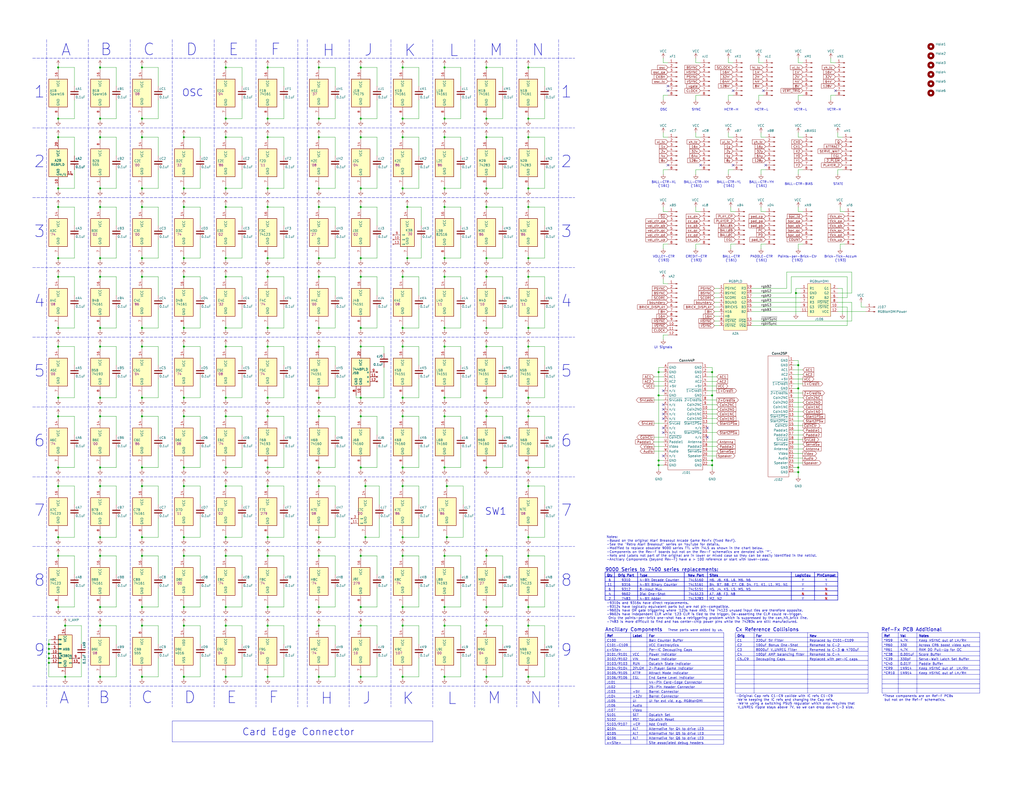
<source format=kicad_sch>
(kicad_sch (version 20250114) (generator "eeschema") (generator_version "9.0")
  (paper "C")
  (title_block (title "Retro Breakout") (date "2025-11-05") (rev "4722-101-A") (company "ByteMind, Inc.") (comment 1 "P.Bishop"))
  (lib_symbols
    (symbol "Breakout:+12V" (power) (pin_numbers (hide yes)) (pin_names (offset 0) (hide yes))
      (property "Value" "+12V" (at 0 3.556 0))
      (symbol "+12V_1_1"
        (pin power_in line (at 0 0 90) (length 0) (name "~") (number "1"))
      )
    )
    (symbol "Breakout:4016" (pin_names (offset 1.016))
      (property "Reference" "U" (at -7.62 8.89 0))
      (property "Value" "4016" (at -7.62 -8.89 0))
      (symbol "4016_1_0"
        (pin passive line (at -7.62 0 0) (length 5.08) (name "~") (number "1"))
        (pin input line (at 0 7.62 270) (length 5.08) (name "~") (number "13"))
        (pin passive line (at 7.62 0 180) (length 5.08) (name "~") (number "2"))
      )
      (symbol "4016_2_0"
        (pin passive line (at -7.62 0 0) (length 5.08) (name "~") (number "4"))
        (pin input line (at 0 7.62 270) (length 5.08) (name "~") (number "5"))
        (pin passive line (at 7.62 0 180) (length 5.08) (name "~") (number "3"))
      )
      (symbol "4016_3_0"
        (pin passive line (at -7.62 0 0) (length 5.08) (name "~") (number "8"))
        (pin input line (at 0 7.62 270) (length 5.08) (name "~") (number "6"))
        (pin passive line (at 7.62 0 180) (length 5.08) (name "~") (number "9"))
      )
      (symbol "4016_4_0"
        (pin passive line (at -7.62 0 0) (length 5.08) (name "~") (number "11"))
        (pin input line (at 0 7.62 270) (length 5.08) (name "~") (number "12"))
        (pin passive line (at 7.62 0 180) (length 5.08) (name "~") (number "10"))
      )
      (symbol "4016_5_0"
        (pin power_in line (at 0 12.7 270) (length 5.08) (name "VDD") (number "14"))
        (pin power_in line (at 0 -12.7 90) (length 5.08) (name "VSS") (number "7"))
      )
    )
    (symbol "Breakout:555"
      (property "Reference" "U" (at -1.27 -1.016 0))
      (property "Value" "555" (at -2.032 1.524 0))
      (symbol "555_1_1"
        (pin input line (at -10.16 3.81 0) (length 3.81) (name "THR") (number "6"))
        (pin input line (at -10.16 0 0) (length 3.81) (name "CV") (number "5"))
        (pin input line (at -10.16 -3.81 0) (length 3.81) (name "TR") (number "2"))
        (pin input inverted (at -10.16 -7.62 0) (length 3.81) (name "R") (number "4"))
        (pin output line (at 10.16 0 180) (length 3.81) (name "Q") (number "3"))
        (pin input line (at 10.16 -3.81 180) (length 3.81) (name "DIS") (number "7"))
      )
      (symbol "555_2_0"
        (pin power_in line (at 0 12.7 270) (length 5.08) (name "VCC") (number "8"))
        (pin power_in line (at 0 -12.7 90) (length 5.08) (name "GND") (number "1"))
      )
    )
    (symbol "Breakout:7400" (pin_names (offset 1.016))
      (property "Reference" "U" (at -1.016 1.016 0))
      (property "Val" "'00" (at -0.254 -1.27 0))
      (symbol "7400_1_1"
        (pin input line (at -5.08 1.27 0) (length 2.54) (name "~") (number "1"))
        (pin input line (at -5.08 -1.27 0) (length 2.54) (name "~") (number "2"))
        (pin output inverted (at 7.62 0 180) (length 3.81) (name "~") (number "3"))
      )
      (symbol "7400_1_2"
        (pin input inverted (at -7.62 2.54 0) (length 4.318) (name "~") (number "1"))
        (pin input inverted (at -7.62 -2.54 0) (length 4.318) (name "~") (number "2"))
        (pin output line (at 7.62 0 180) (length 3.81) (name "~") (number "3"))
      )
      (symbol "7400_2_1"
        (pin input line (at -5.08 1.27 0) (length 2.54) (name "~") (number "4"))
        (pin input line (at -5.08 -1.27 0) (length 2.54) (name "~") (number "5"))
        (pin output inverted (at 7.62 0 180) (length 3.81) (name "~") (number "6"))
      )
      (symbol "7400_2_2"
        (pin input inverted (at -7.62 2.54 0) (length 4.318) (name "~") (number "4"))
        (pin input inverted (at -7.62 -2.54 0) (length 4.318) (name "~") (number "5"))
        (pin output line (at 7.62 0 180) (length 3.81) (name "~") (number "6"))
      )
      (symbol "7400_3_1"
        (pin input line (at -6.35 1.27 0) (length 3.81) (name "~") (number "9"))
        (pin input line (at -6.35 -1.27 0) (length 3.81) (name "~") (number "10"))
        (pin output inverted (at 7.62 0 180) (length 3.81) (name "~") (number "8"))
      )
      (symbol "7400_3_2"
        (pin input inverted (at -7.62 2.54 0) (length 4.318) (name "~") (number "9"))
        (pin input inverted (at -7.62 -2.54 0) (length 4.318) (name "~") (number "10"))
        (pin output line (at 7.62 0 180) (length 3.81) (name "~") (number "8"))
      )
      (symbol "7400_4_1"
        (pin input line (at -6.35 1.27 0) (length 3.81) (name "~") (number "13"))
        (pin input line (at -6.35 -1.27 0) (length 3.81) (name "~") (number "12"))
        (pin output inverted (at 8.89 0 180) (length 5.08) (name "~") (number "11"))
      )
      (symbol "7400_4_2"
        (pin input inverted (at -7.62 2.54 0) (length 4.318) (name "~") (number "12"))
        (pin input inverted (at -7.62 -2.54 0) (length 4.318) (name "~") (number "13"))
        (pin output line (at 7.62 0 180) (length 3.81) (name "~") (number "11"))
      )
      (symbol "7400_5_0"
        (pin power_in line (at 0 12.7 270) (length 5.08) (name "VCC") (number "14"))
        (pin power_in line (at 0 -12.7 90) (length 5.08) (name "GND") (number "7"))
      )
    )
    (symbol "Breakout:7402" (pin_names (offset 1.016))
      (property "Reference" "U" (at -0.1775 1.0857 0))
      (property "Val" "'02" (at 0 -1.27 0))
      (symbol "7402_1_1"
        (pin input line (at -5.08 1.27 0) (length 2.921) (name "~") (number "2"))
        (pin input line (at -5.08 -1.27 0) (length 2.921) (name "~") (number "3"))
        (pin output inverted (at 7.62 0 180) (length 3.937) (name "~") (number "1"))
      )
      (symbol "7402_1_2"
        (pin input inverted (at -7.62 2.54 0) (length 3.81) (name "~") (number "2"))
        (pin input inverted (at -7.62 -2.54 0) (length 3.81) (name "~") (number "3"))
        (pin output line (at 7.62 0 180) (length 3.81) (name "~") (number "1"))
      )
      (symbol "7402_2_1"
        (pin input line (at -5.08 1.27 0) (length 2.921) (name "~") (number "5"))
        (pin input line (at -5.08 -1.27 0) (length 2.921) (name "~") (number "6"))
        (pin output inverted (at 7.62 0 180) (length 3.937) (name "~") (number "4"))
      )
      (symbol "7402_2_2"
        (pin input inverted (at -7.62 2.54 0) (length 3.81) (name "~") (number "5"))
        (pin input inverted (at -7.62 -2.54 0) (length 3.81) (name "~") (number "6"))
        (pin output line (at 7.62 0 180) (length 3.81) (name "~") (number "4"))
      )
      (symbol "7402_3_1"
        (pin input line (at -5.08 1.27 0) (length 2.921) (name "~") (number "8"))
        (pin input line (at -5.08 -1.27 0) (length 2.921) (name "~") (number "9"))
        (pin output inverted (at 8.89 0 180) (length 5.207) (name "~") (number "10"))
      )
      (symbol "7402_3_2"
        (pin input inverted (at -7.62 2.54 0) (length 3.81) (name "~") (number "8"))
        (pin input inverted (at -7.62 -2.54 0) (length 3.81) (name "~") (number "9"))
        (pin output line (at 7.62 0 180) (length 3.81) (name "~") (number "10"))
      )
      (symbol "7402_4_1"
        (pin input line (at -6.35 1.27 0) (length 4.318) (name "~") (number "11"))
        (pin input line (at -6.35 -1.27 0) (length 4.318) (name "~") (number "12"))
        (pin output inverted (at 8.89 0 180) (length 5.08) (name "~") (number "13"))
      )
      (symbol "7402_4_2"
        (pin input inverted (at -7.62 2.54 0) (length 3.81) (name "~") (number "11"))
        (pin input inverted (at -7.62 -2.54 0) (length 3.81) (name "~") (number "12"))
        (pin output line (at 7.62 0 180) (length 3.81) (name "~") (number "13"))
      )
      (symbol "7402_5_0"
        (pin power_in line (at 0 12.7 270) (length 5.08) (name "VCC") (number "14"))
        (pin power_in line (at 0 -12.7 90) (length 5.08) (name "GND") (number "7"))
      )
    )
    (symbol "Breakout:7404"
      (property "Reference" "U" (at 0.254 2.286 0))
      (property "Val" "'04" (at -0.762 0 0))
      (symbol "7404_1_0"
        (pin input line (at -5.08 0 0) (length 2.54) (name "~") (number "1"))
        (pin output inverted (at 6.35 0 180) (length 3.81) (name "~") (number "2"))
      )
      (symbol "7404_2_0"
        (pin input line (at -5.08 0 0) (length 2.54) (name "~") (number "3"))
        (pin output inverted (at 6.35 0 180) (length 3.81) (name "~") (number "4"))
      )
      (symbol "7404_3_0"
        (pin input line (at -5.08 0 0) (length 2.54) (name "~") (number "5"))
        (pin output inverted (at 6.35 0 180) (length 3.81) (name "~") (number "6"))
      )
      (symbol "7404_4_0"
        (pin input line (at -5.08 0 0) (length 2.54) (name "~") (number "9"))
        (pin output inverted (at 6.35 0 180) (length 3.81) (name "~") (number "8"))
      )
      (symbol "7404_5_0"
        (pin input line (at -6.35 0 0) (length 3.81) (name "~") (number "11"))
        (pin output inverted (at 6.35 0 180) (length 3.81) (name "~") (number "10"))
      )
      (symbol "7404_6_0"
        (pin input line (at -6.35 0 0) (length 3.81) (name "~") (number "13"))
        (pin output inverted (at 6.35 0 180) (length 3.81) (name "~") (number "12"))
      )
      (symbol "7404_7_0"
        (pin power_in line (at 0 12.7 270) (length 5.08) (name "VCC") (number "14"))
        (pin power_in line (at 0 -12.7 90) (length 5.08) (name "GND") (number "7"))
      )
    )
    (symbol "Breakout:7408" (pin_names (offset 1.016))
      (property "Reference" "U" (at -1.016 1.016 0))
      (property "Val" "'08" (at -0.508 -1.27 0))
      (symbol "7408_1_1"
        (pin input line (at -5.08 1.27 0) (length 2.54) (name "~") (number "1"))
        (pin input line (at -5.08 -1.27 0) (length 2.54) (name "~") (number "2"))
        (pin output line (at 6.35 0 180) (length 2.54) (name "~") (number "3"))
      )
      (symbol "7408_1_2"
        (pin input inverted (at -7.62 2.54 0) (length 4.318) (name "~") (number "1"))
        (pin input inverted (at -7.62 -2.54 0) (length 4.318) (name "~") (number "2"))
        (pin output line (at 7.62 0 180) (length 3.81) (name "~") (number "3"))
      )
      (symbol "7408_2_1"
        (pin input line (at -5.08 1.27 0) (length 2.54) (name "~") (number "4"))
        (pin input line (at -5.08 -1.27 0) (length 2.54) (name "~") (number "5"))
        (pin output line (at 6.35 0 180) (length 2.54) (name "~") (number "6"))
      )
      (symbol "7408_2_2"
        (pin input inverted (at -7.62 2.54 0) (length 4.318) (name "~") (number "4"))
        (pin input inverted (at -7.62 -2.54 0) (length 4.318) (name "~") (number "5"))
        (pin output line (at 7.62 0 180) (length 3.81) (name "~") (number "6"))
      )
      (symbol "7408_3_1"
        (pin input line (at -6.35 1.27 0) (length 3.81) (name "~") (number "9"))
        (pin input line (at -6.35 -1.27 0) (length 3.81) (name "~") (number "10"))
        (pin output line (at 6.35 0 180) (length 2.54) (name "~") (number "8"))
      )
      (symbol "7408_3_2"
        (pin input inverted (at -7.62 2.54 0) (length 4.318) (name "~") (number "9"))
        (pin input inverted (at -7.62 -2.54 0) (length 4.318) (name "~") (number "10"))
        (pin output line (at 7.62 0 180) (length 3.81) (name "~") (number "8"))
      )
      (symbol "7408_4_1"
        (pin input line (at -6.35 1.27 0) (length 3.81) (name "~") (number "13"))
        (pin input line (at -6.35 -1.27 0) (length 3.81) (name "~") (number "12"))
        (pin output line (at 7.62 0 180) (length 3.81) (name "~") (number "11"))
      )
      (symbol "7408_4_2"
        (pin input inverted (at -7.62 2.54 0) (length 4.318) (name "~") (number "12"))
        (pin input inverted (at -7.62 -2.54 0) (length 4.318) (name "~") (number "13"))
        (pin output line (at 7.62 0 180) (length 3.81) (name "~") (number "11"))
      )
      (symbol "7408_5_0"
        (pin power_in line (at 0 12.7 270) (length 5.08) (name "VCC") (number "14"))
        (pin power_in line (at 0 -12.7 90) (length 5.08) (name "GND") (number "7"))
      )
    )
    (symbol "Breakout:7410" (pin_names (offset 1.016))
      (property "Reference" "U" (at -2.032 1.27 0))
      (property "Val" "'10" (at -1.27 -1.778 0))
      (symbol "7410_1_1"
        (pin input line (at -7.62 2.54 0) (length 3.81) (name "~") (number "1"))
        (pin input line (at -7.62 0 0) (length 3.81) (name "~") (number "2"))
        (pin input line (at -7.62 -2.54 0) (length 3.81) (name "~") (number "13"))
        (pin output inverted (at 7.62 0 180) (length 3.81) (name "~") (number "12"))
      )
      (symbol "7410_1_2"
        (pin input inverted (at -7.62 2.54 0) (length 4.318) (name "~") (number "1"))
        (pin input inverted (at -7.62 0 0) (length 4.953) (name "~") (number "2"))
        (pin input inverted (at -7.62 -2.54 0) (length 4.318) (name "~") (number "13"))
        (pin output inverted (at 7.62 0 180) (length 3.81) (name "~") (number "12"))
      )
      (symbol "7410_2_1"
        (pin input line (at -7.62 2.54 0) (length 3.81) (name "~") (number "3"))
        (pin input line (at -7.62 0 0) (length 3.81) (name "~") (number "4"))
        (pin input line (at -7.62 -2.54 0) (length 3.81) (name "~") (number "5"))
        (pin output inverted (at 7.62 0 180) (length 3.81) (name "~") (number "6"))
      )
      (symbol "7410_2_2"
        (pin input inverted (at -7.62 2.54 0) (length 4.318) (name "~") (number "3"))
        (pin input inverted (at -7.62 0 0) (length 4.953) (name "~") (number "4"))
        (pin input inverted (at -7.62 -2.54 0) (length 4.318) (name "~") (number "5"))
        (pin output inverted (at 7.62 0 180) (length 3.81) (name "~") (number "6"))
      )
      (symbol "7410_3_1"
        (pin input line (at -7.62 2.54 0) (length 3.81) (name "~") (number "9"))
        (pin input line (at -7.62 0 0) (length 3.81) (name "~") (number "10"))
        (pin input line (at -7.62 -2.54 0) (length 3.81) (name "~") (number "11"))
        (pin output inverted (at 7.62 0 180) (length 3.81) (name "~") (number "8"))
      )
      (symbol "7410_3_2"
        (pin input inverted (at -7.62 2.54 0) (length 4.318) (name "~") (number "9"))
        (pin input inverted (at -7.62 0 0) (length 4.953) (name "~") (number "10"))
        (pin input inverted (at -7.62 -2.54 0) (length 4.318) (name "~") (number "11"))
        (pin output inverted (at 7.62 0 180) (length 3.81) (name "~") (number "8"))
      )
      (symbol "7410_4_0"
        (pin power_in line (at 0 12.7 270) (length 5.08) (name "VCC") (number "14"))
        (pin power_in line (at 0 -12.7 90) (length 5.08) (name "GND") (number "7"))
      )
    )
    (symbol "Breakout:74107" (pin_names (offset 1.016))
      (property "Reference" "U" (at -1.27 3.302 0))
      (property "Val" "'107" (at 0.508 0.254 0))
      (symbol "74107_1_0"
        (pin input line (at -7.62 2.54 0) (length 2.54) (name "J") (number "1"))
        (pin input clock (at -7.62 0 0) (length 2.54) (name "C") (number "12"))
        (pin input line (at -7.62 -2.54 0) (length 2.54) (name "K") (number "4"))
        (pin input line (at 0 -7.62 90) (length 2.54) (name "~{R}") (number "13"))
        (pin output line (at 7.62 2.54 180) (length 2.54) (name "Q") (number "3"))
        (pin output line (at 7.62 -2.54 180) (length 2.54) (name "~{Q}") (number "2"))
      )
      (symbol "74107_2_0"
        (pin input line (at -7.62 2.54 0) (length 2.54) (name "J") (number "8"))
        (pin input clock (at -7.62 0 0) (length 2.54) (name "C") (number "9"))
        (pin input line (at -7.62 -2.54 0) (length 2.54) (name "K") (number "11"))
        (pin input line (at 0 -7.62 90) (length 2.54) (name "~{R}") (number "10"))
        (pin output line (at 7.62 2.54 180) (length 2.54) (name "Q") (number "5"))
        (pin output line (at 7.62 -2.54 180) (length 2.54) (name "~{Q}") (number "6"))
      )
      (symbol "74107_3_0"
        (pin power_in line (at 0 12.7 270) (length 5.08) (name "VCC") (number "14"))
        (pin power_in line (at 0 -12.7 90) (length 5.08) (name "GND") (number "7"))
      )
    )
    (symbol "Breakout:7411" (pin_names (offset 1.016))
      (property "Reference" "U" (at -1.524 1.27 0))
      (property "Val" "'11" (at -0.762 -1.016 0))
      (symbol "7411_1_1"
        (pin input line (at -7.62 2.54 0) (length 3.81) (name "~") (number "1"))
        (pin input line (at -7.62 0 0) (length 3.81) (name "~") (number "2"))
        (pin input line (at -7.62 -2.54 0) (length 3.81) (name "~") (number "13"))
        (pin output line (at 7.62 0 180) (length 3.81) (name "~") (number "12"))
      )
      (symbol "7411_1_2"
        (pin input inverted (at -7.62 2.54 0) (length 4.318) (name "~") (number "1"))
        (pin input inverted (at -7.62 0 0) (length 4.953) (name "~") (number "2"))
        (pin input inverted (at -7.62 -2.54 0) (length 4.318) (name "~") (number "13"))
        (pin output inverted (at 7.62 0 180) (length 3.81) (name "~") (number "12"))
      )
      (symbol "7411_2_1"
        (pin input line (at -7.62 2.54 0) (length 3.81) (name "~") (number "3"))
        (pin input line (at -7.62 0 0) (length 3.81) (name "~") (number "4"))
        (pin input line (at -7.62 -2.54 0) (length 3.81) (name "~") (number "5"))
        (pin output line (at 7.62 0 180) (length 3.81) (name "~") (number "6"))
      )
      (symbol "7411_2_2"
        (pin input inverted (at -7.62 2.54 0) (length 4.318) (name "~") (number "3"))
        (pin input inverted (at -7.62 0 0) (length 4.953) (name "~") (number "4"))
        (pin input inverted (at -7.62 -2.54 0) (length 4.318) (name "~") (number "5"))
        (pin output inverted (at 7.62 0 180) (length 3.81) (name "~") (number "6"))
      )
      (symbol "7411_3_1"
        (pin input line (at -7.62 2.54 0) (length 3.81) (name "~") (number "9"))
        (pin input line (at -7.62 0 0) (length 3.81) (name "~") (number "10"))
        (pin input line (at -7.62 -2.54 0) (length 3.81) (name "~") (number "11"))
        (pin output line (at 7.62 0 180) (length 3.81) (name "~") (number "8"))
      )
      (symbol "7411_3_2"
        (pin input inverted (at -7.62 2.54 0) (length 4.318) (name "~") (number "9"))
        (pin input inverted (at -7.62 0 0) (length 4.953) (name "~") (number "10"))
        (pin input inverted (at -7.62 -2.54 0) (length 4.318) (name "~") (number "11"))
        (pin output inverted (at 7.62 0 180) (length 3.81) (name "~") (number "8"))
      )
      (symbol "7411_4_0"
        (pin power_in line (at 0 12.7 270) (length 5.08) (name "VCC") (number "14"))
        (pin power_in line (at 0 -12.7 90) (length 5.08) (name "GND") (number "7"))
      )
    )
    (symbol "Breakout:74123" (pin_names (offset 1.016))
      (property "Reference" "U" (at -1.778 -2.54 0))
      (property "Value" "74123" (at 0 0.762 0))
      (symbol "74123_1_0"
        (pin input inverted (at -15.24 2.54 0) (length 3.81) (name "~{A}") (number "1"))
        (pin input line (at -15.24 0 0) (length 3.81) (name "B") (number "2"))
        (pin input inverted (at -15.24 -6.35 0) (length 11.43) (name "Clr") (number "3"))
        (pin input line (at -2.54 11.43 270) (length 3.81) (name "Cx") (number "14"))
        (pin input line (at 2.54 11.43 270) (length 3.81) (name "RCx") (number "15"))
        (pin output line (at 8.89 -2.54 180) (length 5.08) (name "Q") (number "13"))
        (pin output inverted (at 8.89 -6.35 180) (length 5.08) (name "~{Q}") (number "4"))
      )
      (symbol "74123_2_0"
        (pin input inverted (at -15.24 2.54 0) (length 3.81) (name "~{A}") (number "9"))
        (pin input line (at -15.24 0 0) (length 3.81) (name "B") (number "10"))
        (pin input inverted (at -15.24 -6.35 0) (length 11.43) (name "Clr") (number "11"))
        (pin input line (at -2.54 11.43 270) (length 3.81) (name "Cx") (number "6"))
        (pin input line (at 2.54 11.43 270) (length 3.81) (name "RCx") (number "7"))
        (pin output line (at 8.89 -2.54 180) (length 5.08) (name "Q") (number "5"))
        (pin output inverted (at 8.89 -6.35 180) (length 5.08) (name "~{Q}") (number "12"))
      )
      (symbol "74123_3_0"
        (pin power_in line (at 0 12.7 270) (length 5.08) (name "VCC") (number "16"))
        (pin power_in line (at 0 -12.7 90) (length 5.08) (name "GND") (number "8"))
      )
    )
    (symbol "Breakout:74151"
      (property "Reference" "U" (at -2.286 -20.066 0))
      (property "Value" "74151" (at -0.254 16.256 0))
      (symbol "74151_1_1"
        (pin input line (at -10.16 13.97 0) (length 5.08) (name "I0") (number "4"))
        (pin input line (at -10.16 11.43 0) (length 5.08) (name "I1") (number "3"))
        (pin input line (at -10.16 8.89 0) (length 5.08) (name "I2") (number "2"))
        (pin input line (at -10.16 6.35 0) (length 5.08) (name "I3") (number "1"))
        (pin input line (at -10.16 3.81 0) (length 5.08) (name "I4") (number "15"))
        (pin input line (at -10.16 1.27 0) (length 5.08) (name "I5") (number "14"))
        (pin input line (at -10.16 -1.27 0) (length 5.08) (name "I6") (number "13"))
        (pin input line (at -10.16 -3.81 0) (length 5.08) (name "I7") (number "12"))
        (pin input line (at -10.16 -7.62 0) (length 5.08) (name "S0") (number "11"))
        (pin input line (at -10.16 -10.16 0) (length 5.08) (name "S1") (number "10"))
        (pin input line (at -10.16 -12.7 0) (length 5.08) (name "S2") (number "9"))
        (pin input inverted (at -10.16 -16.51 0) (length 5.08) (name "E") (number "7"))
        (pin output line (at 8.89 6.35 180) (length 5.08) (name "Z") (number "5"))
        (pin output inverted (at 8.89 3.81 180) (length 5.08) (name "~{Z}") (number "6"))
      )
      (symbol "74151_2_0"
        (pin power_in line (at 0 12.7 270) (length 5.08) (name "VCC") (number "16"))
        (pin power_in line (at 0 -12.7 90) (length 5.08) (name "GND") (number "8"))
      )
    )
    (symbol "Breakout:74160"
      (property "Reference" "U" (at -1.016 1.016 0))
      (property "Value" "74160" (at 0 -2.032 0))
      (symbol "74160_1_1"
        (pin input line (at -12.7 3.81 0) (length 2.54) (name "~{MR}") (number "1"))
        (pin input line (at -12.7 1.27 0) (length 2.54) (name "CET") (number "10"))
        (pin input line (at -12.7 -1.27 0) (length 2.54) (name "CEP") (number "7"))
        (pin input clock (at -12.7 -3.81 0) (length 2.54) (name "CP") (number "2"))
        (pin input line (at -3.81 8.89 270) (length 2.54) (name "P0") (number "3"))
        (pin output line (at -3.81 -8.89 90) (length 2.54) (name "A") (number "14"))
        (pin input line (at -1.27 8.89 270) (length 2.54) (name "P1") (number "4"))
        (pin output line (at -1.27 -8.89 90) (length 2.54) (name "B") (number "13"))
        (pin input line (at 1.27 8.89 270) (length 2.54) (name "P2") (number "5"))
        (pin output line (at 1.27 -8.89 90) (length 2.54) (name "C") (number "12"))
        (pin input line (at 3.81 8.89 270) (length 2.54) (name "P3") (number "6"))
        (pin output line (at 3.81 -8.89 90) (length 2.54) (name "D") (number "11"))
        (pin input inverted (at 7.62 8.89 270) (length 2.54) (name "~{PE}") (number "9"))
        (pin output line (at 12.7 1.27 180) (length 2.54) (name "TC") (number "15"))
      )
      (symbol "74160_2_0"
        (pin power_in line (at 0 12.7 270) (length 5.08) (name "VCC") (number "16"))
        (pin power_in line (at 0 -12.7 90) (length 5.08) (name "GND") (number "8"))
      )
    )
    (symbol "Breakout:74161"
      (property "Reference" "U" (at -1.016 1.016 0))
      (property "Value" "74161" (at 0 -2.032 0))
      (symbol "74161_1_1"
        (pin input line (at -12.7 3.81 0) (length 2.54) (name "~{MR}") (number "1"))
        (pin input line (at -12.7 1.27 0) (length 2.54) (name "CET") (number "10"))
        (pin input line (at -12.7 -1.27 0) (length 2.54) (name "CEP") (number "7"))
        (pin input clock (at -12.7 -3.81 0) (length 2.54) (name "CP") (number "2"))
        (pin input line (at -3.81 8.89 270) (length 2.54) (name "P0") (number "3"))
        (pin output line (at -3.81 -8.89 90) (length 2.54) (name "A") (number "14"))
        (pin input line (at -1.27 8.89 270) (length 2.54) (name "P1") (number "4"))
        (pin output line (at -1.27 -8.89 90) (length 2.54) (name "B") (number "13"))
        (pin input line (at 1.27 8.89 270) (length 2.54) (name "P2") (number "5"))
        (pin output line (at 1.27 -8.89 90) (length 2.54) (name "C") (number "12"))
        (pin input line (at 3.81 8.89 270) (length 2.54) (name "P3") (number "6"))
        (pin output line (at 3.81 -8.89 90) (length 2.54) (name "D") (number "11"))
        (pin input inverted (at 7.62 8.89 270) (length 2.54) (name "~{PE}") (number "9"))
        (pin output line (at 12.7 1.27 180) (length 2.54) (name "TC") (number "15"))
      )
      (symbol "74161_2_0"
        (pin power_in line (at 0 12.7 270) (length 5.08) (name "VCC") (number "16"))
        (pin power_in line (at 0 -12.7 90) (length 5.08) (name "GND") (number "8"))
      )
    )
    (symbol "Breakout:74175" (pin_names (offset 1.016))
      (property "Reference" "U" (at -0.508 0.508 0))
      (property "Value" "74175" (at 1.778 -12.954 0))
      (symbol "74175_1_0"
        (pin input line (at -11.43 10.16 0) (length 5.08) (name "D0") (number "4"))
        (pin input line (at -11.43 5.08 0) (length 5.08) (name "D1") (number "5"))
        (pin input line (at -11.43 0 0) (length 5.08) (name "D2") (number "12"))
        (pin input line (at -11.43 -5.08 0) (length 5.08) (name "D3") (number "13"))
        (pin input clock (at -11.43 -10.16 0) (length 5.08) (name "Cp") (number "9"))
        (pin input line (at -11.43 -12.7 0) (length 5.08) (name "~{Mr}") (number "1"))
        (pin output line (at 11.43 10.16 180) (length 5.08) (name "Q0") (number "2"))
        (pin output line (at 11.43 7.62 180) (length 5.08) (name "~{Q0}") (number "3"))
        (pin output line (at 11.43 5.08 180) (length 5.08) (name "Q1") (number "7"))
        (pin output line (at 11.43 2.54 180) (length 5.08) (name "~{Q1}") (number "6"))
        (pin output line (at 11.43 0 180) (length 5.08) (name "Q2") (number "10"))
        (pin output line (at 11.43 -2.54 180) (length 5.08) (name "~{Q2}") (number "11"))
        (pin output line (at 11.43 -5.08 180) (length 5.08) (name "Q3") (number "15"))
        (pin output line (at 11.43 -7.62 180) (length 5.08) (name "~{Q3}") (number "14"))
      )
      (symbol "74175_2_0"
        (pin power_in line (at 0 12.7 270) (length 5.08) (name "VCC") (number "16"))
        (pin power_in line (at 0 -12.7 90) (length 5.08) (name "GND") (number "8"))
      )
    )
    (symbol "Breakout:74192"
      (property "Reference" "U" (at -1.524 -0.762 0))
      (property "Value" "74192" (at -0.254 1.524 0))
      (symbol "74192_1_1"
        (pin input inverted (at -12.7 3.81 0) (length 5.08) (name "!LD") (number "11"))
        (pin input line (at -12.7 1.27 0) (length 5.08) (name "UP") (number "5"))
        (pin input line (at -12.7 -1.27 0) (length 5.08) (name "DN") (number "4"))
        (pin input line (at -12.7 -3.81 0) (length 5.08) (name "CL") (number "14"))
        (pin input line (at -2.54 8.89 270) (length 2.54) (name "DA") (number "15"))
        (pin output line (at -2.54 -8.89 90) (length 2.54) (name "QA") (number "3"))
        (pin input line (at 0 8.89 270) (length 2.54) (name "DB") (number "1"))
        (pin output line (at 0 -8.89 90) (length 2.54) (name "QB") (number "2"))
        (pin input line (at 2.54 8.89 270) (length 2.54) (name "DC") (number "10"))
        (pin output line (at 2.54 -8.89 90) (length 2.54) (name "QC") (number "6"))
        (pin input line (at 5.08 8.89 270) (length 2.54) (name "DD") (number "9"))
        (pin output line (at 5.08 -8.89 90) (length 2.54) (name "QD") (number "7"))
        (pin output inverted (at 12.7 1.27 180) (length 5.08) (name "!CO") (number "12"))
        (pin output inverted (at 12.7 -1.27 180) (length 5.08) (name "!BO") (number "13"))
      )
      (symbol "74192_2_0"
        (pin power_in line (at 0 12.7 270) (length 5.08) (name "VCC") (number "16"))
        (pin power_in line (at 0 -12.7 90) (length 5.08) (name "GND") (number "8"))
      )
    )
    (symbol "Breakout:74193"
      (property "Reference" "U" (at -1.524 -0.762 0))
      (property "Value" "74193" (at -0.254 1.524 0))
      (symbol "74193_1_1"
        (pin input inverted (at -12.7 3.81 0) (length 5.08) (name "!LD") (number "11"))
        (pin input line (at -12.7 1.27 0) (length 5.08) (name "UP") (number "5"))
        (pin input line (at -12.7 -1.27 0) (length 5.08) (name "DN") (number "4"))
        (pin input line (at -12.7 -3.81 0) (length 5.08) (name "CL") (number "14"))
        (pin input line (at -2.54 8.89 270) (length 2.54) (name "DA") (number "15"))
        (pin output line (at -2.54 -8.89 90) (length 2.54) (name "QA") (number "3"))
        (pin input line (at 0 8.89 270) (length 2.54) (name "DB") (number "1"))
        (pin output line (at 0 -8.89 90) (length 2.54) (name "QB") (number "2"))
        (pin input line (at 2.54 8.89 270) (length 2.54) (name "DC") (number "10"))
        (pin output line (at 2.54 -8.89 90) (length 2.54) (name "QC") (number "6"))
        (pin input line (at 5.08 8.89 270) (length 2.54) (name "DD") (number "9"))
        (pin output line (at 5.08 -8.89 90) (length 2.54) (name "QD") (number "7"))
        (pin output inverted (at 12.7 1.27 180) (length 5.08) (name "!CO") (number "12"))
        (pin output inverted (at 12.7 -1.27 180) (length 5.08) (name "!BO") (number "13"))
      )
      (symbol "74193_2_0"
        (pin power_in line (at 0 12.7 270) (length 5.08) (name "VCC") (number "16"))
        (pin power_in line (at 0 -12.7 90) (length 5.08) (name "GND") (number "8"))
      )
    )
    (symbol "Breakout:7420" (pin_names (offset 1.016))
      (property "Reference" "U" (at -2.032 1.27 0))
      (property "Val" "'20" (at -1.27 -1.524 0))
      (symbol "7420_1_1"
        (pin input line (at -7.62 3.81 0) (length 3.81) (name "~") (number "1"))
        (pin input line (at -7.62 1.27 0) (length 3.81) (name "~") (number "2"))
        (pin input line (at -7.62 -1.27 0) (length 3.81) (name "~") (number "4"))
        (pin input line (at -7.62 -3.81 0) (length 3.81) (name "~") (number "5"))
        (pin output inverted (at 7.62 0 180) (length 3.81) (name "~") (number "6"))
      )
      (symbol "7420_1_2"
        (pin input inverted (at -7.62 3.81 0) (length 3.81) (name "~") (number "1"))
        (pin input inverted (at -7.62 1.27 0) (length 4.826) (name "~") (number "2"))
        (pin input inverted (at -7.62 -1.27 0) (length 4.826) (name "~") (number "4"))
        (pin input inverted (at -7.62 -3.81 0) (length 3.81) (name "~") (number "5"))
        (pin output line (at 7.62 0 180) (length 3.81) (name "~") (number "6"))
      )
      (symbol "7420_2_1"
        (pin input line (at -7.62 3.81 0) (length 3.81) (name "~") (number "9"))
        (pin input line (at -7.62 1.27 0) (length 3.81) (name "~") (number "10"))
        (pin input line (at -7.62 -1.27 0) (length 3.81) (name "~") (number "12"))
        (pin input line (at -7.62 -3.81 0) (length 3.81) (name "~") (number "13"))
        (pin output inverted (at 7.62 0 180) (length 3.81) (name "~") (number "8"))
      )
      (symbol "7420_2_2"
        (pin input inverted (at -7.62 3.81 0) (length 3.81) (name "~") (number "9"))
        (pin input inverted (at -7.62 1.27 0) (length 4.826) (name "~") (number "10"))
        (pin input inverted (at -7.62 -1.27 0) (length 4.826) (name "~") (number "12"))
        (pin input inverted (at -7.62 -3.81 0) (length 3.81) (name "~") (number "13"))
        (pin output line (at 7.62 0 180) (length 3.81) (name "~") (number "8"))
      )
      (symbol "7420_3_0"
        (pin power_in line (at 0 12.7 270) (length 5.08) (name "VCC") (number "14"))
        (pin power_in line (at 0 -12.7 90) (length 5.08) (name "GND") (number "7"))
      )
      (symbol "7420_3_1"
        (pin no_connect line (at -7.62 -3.81 0) (length 3.81) (name "n/c") (number "3"))
        (pin no_connect line (at -7.62 -6.35 0) (length 3.81) (name "n/c") (number "11"))
      )
    )
    (symbol "Breakout:7427" (pin_names (offset 1.016))
      (property "Reference" "U" (at -1.27 1.27 0))
      (property "Val" "'27" (at -0.508 -1.524 0))
      (symbol "7427_1_1"
        (pin input line (at -7.62 2.54 0) (length 4.318) (name "~") (number "1"))
        (pin input line (at -7.62 0 0) (length 4.953) (name "~") (number "2"))
        (pin input line (at -7.62 -2.54 0) (length 4.318) (name "~") (number "13"))
        (pin output inverted (at 8.89 0 180) (length 5.08) (name "~") (number "12"))
      )
      (symbol "7427_1_2"
        (pin input inverted (at -7.62 2.54 0) (length 3.81) (name "~") (number "1"))
        (pin input inverted (at -7.62 0 0) (length 3.81) (name "~") (number "2"))
        (pin input inverted (at -7.62 -2.54 0) (length 3.81) (name "~") (number "13"))
        (pin output line (at 7.62 0 180) (length 3.81) (name "~") (number "12"))
      )
      (symbol "7427_2_1"
        (pin input line (at -7.62 2.54 0) (length 4.318) (name "~") (number "3"))
        (pin input line (at -7.62 0 0) (length 4.953) (name "~") (number "4"))
        (pin input line (at -7.62 -2.54 0) (length 4.318) (name "~") (number "5"))
        (pin output inverted (at 7.62 0 180) (length 3.81) (name "~") (number "6"))
      )
      (symbol "7427_2_2"
        (pin input inverted (at -7.62 2.54 0) (length 3.81) (name "~") (number "3"))
        (pin input inverted (at -7.62 0 0) (length 3.81) (name "~") (number "4"))
        (pin input inverted (at -7.62 -2.54 0) (length 3.81) (name "~") (number "5"))
        (pin output line (at 7.62 0 180) (length 3.81) (name "~") (number "6"))
      )
      (symbol "7427_3_1"
        (pin input line (at -7.62 2.54 0) (length 4.318) (name "~") (number "9"))
        (pin input line (at -7.62 0 0) (length 4.953) (name "~") (number "10"))
        (pin input line (at -7.62 -2.54 0) (length 4.318) (name "~") (number "11"))
        (pin output inverted (at 7.62 0 180) (length 3.81) (name "~") (number "8"))
      )
      (symbol "7427_3_2"
        (pin input inverted (at -7.62 2.54 0) (length 3.81) (name "~") (number "9"))
        (pin input inverted (at -7.62 0 0) (length 3.81) (name "~") (number "10"))
        (pin input inverted (at -7.62 -2.54 0) (length 3.81) (name "~") (number "11"))
        (pin output line (at 7.62 0 180) (length 3.81) (name "~") (number "8"))
      )
      (symbol "7427_4_0"
        (pin power_in line (at 0 12.7 270) (length 5.08) (name "VCC") (number "14"))
        (pin power_in line (at 0 -12.7 90) (length 5.08) (name "GND") (number "7"))
      )
    )
    (symbol "Breakout:74279"
      (property "Reference" "U" (at -1.016 2.286 0))
      (property "Val" "'279" (at 0 0 0))
      (symbol "74279_1_1"
        (pin input line (at -7.62 2.54 0) (length 2.54) (name "~{S}") (number "2"))
        (pin input line (at -7.62 0 0) (length 2.54) (name "~{S}") (number "3"))
        (pin input line (at -7.62 -2.54 0) (length 2.54) (name "~{R}") (number "1"))
        (pin output line (at 7.62 0 180) (length 2.54) (name "Q") (number "4"))
      )
      (symbol "74279_2_1"
        (pin input line (at -7.62 2.54 0) (length 2.54) (name "~{S}") (number "6"))
        (pin input line (at -7.62 -2.54 0) (length 2.54) (name "~{R}") (number "5"))
        (pin output line (at 7.62 0 180) (length 2.54) (name "Q") (number "7"))
      )
      (symbol "74279_3_1"
        (pin input line (at -7.62 2.54 0) (length 2.54) (name "~{S}") (number "11"))
        (pin input line (at -7.62 0 0) (length 2.54) (name "~{S}") (number "12"))
        (pin input line (at -7.62 -2.54 0) (length 2.54) (name "~{R}") (number "10"))
        (pin output line (at 7.62 0 180) (length 2.54) (name "Q") (number "9"))
      )
      (symbol "74279_4_1"
        (pin input line (at -7.62 2.54 0) (length 2.54) (name "~{S}") (number "15"))
        (pin input line (at -7.62 -2.54 0) (length 2.54) (name "~{R}") (number "14"))
        (pin output line (at 7.62 0 180) (length 2.54) (name "Q") (number "13"))
      )
      (symbol "74279_5_0"
        (pin power_in line (at 0 12.7 270) (length 5.08) (name "VCC") (number "16"))
        (pin power_in line (at 0 -12.7 90) (length 5.08) (name "GND") (number "8"))
      )
    )
    (symbol "Breakout:74283"
      (property "Reference" "U" (at 1.27 9.906 0))
      (property "Value" "74283" (at 0.254 13.716 0))
      (symbol "74283_1_1"
        (pin input line (at -7.62 11.43 0) (length 2.54) (name "C0") (number "7"))
        (pin input line (at -7.62 7.62 0) (length 2.54) (name "A1") (number "5"))
        (pin input line (at -7.62 5.08 0) (length 2.54) (name "A2") (number "3"))
        (pin input line (at -7.62 2.54 0) (length 2.54) (name "A3") (number "14"))
        (pin input line (at -7.62 0 0) (length 2.54) (name "A4") (number "12"))
        (pin input line (at -7.62 -5.08 0) (length 2.54) (name "B1") (number "6"))
        (pin input line (at -7.62 -7.62 0) (length 2.54) (name "B2") (number "2"))
        (pin input line (at -7.62 -10.16 0) (length 2.54) (name "B3") (number "15"))
        (pin input line (at -7.62 -12.7 0) (length 2.54) (name "B4") (number "11"))
        (pin output line (at 7.62 2.54 180) (length 2.54) (name "S1") (number "4"))
        (pin output line (at 7.62 0 180) (length 2.54) (name "S2") (number "1"))
        (pin output line (at 7.62 -2.54 180) (length 2.54) (name "S3") (number "13"))
        (pin output line (at 7.62 -5.08 180) (length 2.54) (name "S4") (number "10"))
        (pin output line (at 7.62 -10.16 180) (length 2.54) (name "C4") (number "9"))
      )
      (symbol "74283_2_0"
        (pin power_in line (at 0 12.7 270) (length 5.08) (name "VCC") (number "16"))
        (pin power_in line (at 0 -12.7 90) (length 5.08) (name "GND") (number "8"))
      )
    )
    (symbol "Breakout:7430" (pin_names (offset 1.016))
      (property "Reference" "U" (at 0 1.016 0))
      (property "Val" "'30" (at 1.016 -1.524 0))
      (symbol "7430_1_1"
        (pin input line (at -7.62 7.62 0) (length 3.81) (name "~") (number "12"))
        (pin input line (at -7.62 5.08 0) (length 3.81) (name "~") (number "5"))
        (pin input line (at -7.62 2.54 0) (length 3.81) (name "~") (number "6"))
        (pin input line (at -7.62 0 0) (length 3.81) (name "~") (number "11"))
        (pin input line (at -7.62 -2.54 0) (length 3.81) (name "~") (number "4"))
        (pin input line (at -7.62 -5.08 0) (length 3.81) (name "~") (number "1"))
        (pin input line (at -7.62 -7.62 0) (length 3.81) (name "~") (number "2"))
        (pin input line (at -7.62 -10.16 0) (length 3.81) (name "~") (number "3"))
        (pin output inverted (at 7.62 0 180) (length 3.81) (name "~") (number "8"))
      )
      (symbol "7430_1_2"
        (pin input inverted (at -7.62 7.62 0) (length 3.81) (name "~") (number "1"))
        (pin input inverted (at -7.62 5.08 0) (length 3.81) (name "~") (number "2"))
        (pin input inverted (at -7.62 2.54 0) (length 4.5466) (name "~") (number "3"))
        (pin input inverted (at -7.62 0 0) (length 5.08) (name "~") (number "4"))
        (pin input inverted (at -7.62 -2.54 0) (length 4.5466) (name "~") (number "5"))
        (pin input inverted (at -7.62 -5.08 0) (length 3.81) (name "~") (number "6"))
        (pin input inverted (at -7.62 -7.62 0) (length 3.81) (name "~") (number "11"))
        (pin input inverted (at -7.62 -10.16 0) (length 3.81) (name "~") (number "12"))
        (pin output line (at 7.62 0 180) (length 3.81) (name "~") (number "8"))
      )
      (symbol "7430_2_0"
        (pin power_in line (at 0 12.7 270) (length 5.08) (name "VCC") (number "14"))
        (pin power_in line (at 0 -12.7 90) (length 5.08) (name "GND") (number "7"))
      )
      (symbol "7430_2_1"
        (pin no_connect line (at -7.62 -1.27 0) (length 3.81) (name "n/c") (number "9"))
        (pin no_connect line (at -7.62 -3.81 0) (length 3.81) (name "n/c") (number "10"))
        (pin no_connect line (at -7.62 -6.35 0) (length 3.81) (name "n/c") (number "13"))
      )
    )
    (symbol "Breakout:7432" (pin_names (offset 1.016))
      (property "Reference" "U" (at -0.5151 1.0499 0))
      (property "Val" "'32" (at 0.254 -1.27 0))
      (symbol "7432_1_1"
        (pin input line (at -5.08 1.27 0) (length 3.048) (name "~") (number "1"))
        (pin input line (at -5.08 -1.27 0) (length 3.048) (name "~") (number "2"))
        (pin output line (at 6.35 0 180) (length 2.54) (name "~") (number "3"))
      )
      (symbol "7432_1_2"
        (pin input inverted (at -7.62 2.54 0) (length 3.81) (name "~") (number "2"))
        (pin input inverted (at -7.62 -2.54 0) (length 3.81) (name "~") (number "3"))
        (pin output line (at 7.62 0 180) (length 3.81) (name "~") (number "1"))
      )
      (symbol "7432_2_1"
        (pin input line (at -5.08 1.27 0) (length 3.048) (name "~") (number "4"))
        (pin input line (at -5.08 -1.27 0) (length 3.048) (name "~") (number "5"))
        (pin output line (at 6.35 0 180) (length 2.54) (name "~") (number "6"))
      )
      (symbol "7432_2_2"
        (pin input inverted (at -7.62 2.54 0) (length 3.81) (name "~") (number "5"))
        (pin input inverted (at -7.62 -2.54 0) (length 3.81) (name "~") (number "6"))
        (pin output line (at 7.62 0 180) (length 3.81) (name "~") (number "4"))
      )
      (symbol "7432_3_1"
        (pin input line (at -6.35 1.27 0) (length 4.191) (name "~") (number "10"))
        (pin input line (at -6.35 -1.27 0) (length 4.191) (name "~") (number "9"))
        (pin output line (at 7.62 0 180) (length 3.937) (name "~") (number "8"))
      )
      (symbol "7432_3_2"
        (pin input inverted (at -7.62 2.54 0) (length 3.81) (name "~") (number "8"))
        (pin input inverted (at -7.62 -2.54 0) (length 3.81) (name "~") (number "9"))
        (pin output line (at 7.62 0 180) (length 3.81) (name "~") (number "10"))
      )
      (symbol "7432_4_1"
        (pin input line (at -6.35 1.27 0) (length 4.191) (name "~") (number "13"))
        (pin input line (at -6.35 -1.27 0) (length 4.191) (name "~") (number "12"))
        (pin output line (at 7.62 0 180) (length 3.81) (name "~") (number "11"))
      )
      (symbol "7432_4_2"
        (pin input inverted (at -7.62 2.54 0) (length 3.81) (name "~") (number "11"))
        (pin input inverted (at -7.62 -2.54 0) (length 3.81) (name "~") (number "12"))
        (pin output line (at 7.62 0 180) (length 3.81) (name "~") (number "13"))
      )
      (symbol "7432_5_0"
        (pin power_in line (at 0 12.7 270) (length 5.08) (name "VCC") (number "14"))
        (pin power_in line (at 0 -12.7 90) (length 5.08) (name "GND") (number "7"))
      )
    )
    (symbol "Breakout:7437" (pin_names (offset 1.016))
      (property "Reference" "U" (at -1.27 1.016 0))
      (property "Val" "'37" (at -0.508 -1.27 0))
      (symbol "7437_1_1"
        (pin input line (at -5.08 1.27 0) (length 2.54) (name "~") (number "1"))
        (pin input line (at -5.08 -1.27 0) (length 2.54) (name "~") (number "2"))
        (pin output inverted (at 7.62 0 180) (length 3.81) (name "~") (number "3"))
      )
      (symbol "7437_1_2"
        (pin input inverted (at -7.62 2.54 0) (length 4.318) (name "~") (number "1"))
        (pin input inverted (at -7.62 -2.54 0) (length 4.318) (name "~") (number "2"))
        (pin output line (at 7.62 0 180) (length 3.81) (name "~") (number "3"))
      )
      (symbol "7437_2_1"
        (pin input line (at -5.08 1.27 0) (length 2.54) (name "~") (number "4"))
        (pin input line (at -5.08 -1.27 0) (length 2.54) (name "~") (number "5"))
        (pin output inverted (at 7.62 0 180) (length 3.81) (name "~") (number "6"))
      )
      (symbol "7437_2_2"
        (pin input inverted (at -7.62 2.54 0) (length 4.318) (name "~") (number "4"))
        (pin input inverted (at -7.62 -2.54 0) (length 4.318) (name "~") (number "5"))
        (pin output line (at 7.62 0 180) (length 3.81) (name "~") (number "6"))
      )
      (symbol "7437_3_1"
        (pin input line (at -6.35 1.27 0) (length 3.81) (name "~") (number "9"))
        (pin input line (at -6.35 -1.27 0) (length 3.81) (name "~") (number "10"))
        (pin output inverted (at 7.62 0 180) (length 3.81) (name "~") (number "8"))
      )
      (symbol "7437_3_2"
        (pin input inverted (at -7.62 2.54 0) (length 4.318) (name "~") (number "9"))
        (pin input inverted (at -7.62 -2.54 0) (length 4.318) (name "~") (number "10"))
        (pin output line (at 7.62 0 180) (length 3.81) (name "~") (number "8"))
      )
      (symbol "7437_4_1"
        (pin input line (at -6.35 1.27 0) (length 3.81) (name "~") (number "13"))
        (pin input line (at -6.35 -1.27 0) (length 3.81) (name "~") (number "12"))
        (pin output inverted (at 8.89 0 180) (length 5.08) (name "~") (number "11"))
      )
      (symbol "7437_4_2"
        (pin input inverted (at -7.62 2.54 0) (length 4.318) (name "~") (number "12"))
        (pin input inverted (at -7.62 -2.54 0) (length 4.318) (name "~") (number "13"))
        (pin output line (at 7.62 0 180) (length 3.81) (name "~") (number "11"))
      )
      (symbol "7437_5_0"
        (pin power_in line (at 0 12.7 270) (length 5.08) (name "VCC") (number "14"))
        (pin power_in line (at 0 -12.7 90) (length 5.08) (name "GND") (number "7"))
      )
    )
    (symbol "Breakout:7448PLD"
      (property "Reference" "U" (at 0 -11.43 0))
      (property "Value" "7448PLD" (at 0 11.176 0))
      (symbol "7448PLD_1_1"
        (pin input line (at -10.16 7.62 0) (length 5.08) (name "A") (number "7"))
        (pin input line (at -10.16 5.08 0) (length 5.08) (name "B") (number "1"))
        (pin input line (at -10.16 2.54 0) (length 5.08) (name "C") (number "2"))
        (pin input line (at -10.16 0 0) (length 5.08) (name "D") (number "6"))
        (pin input inverted (at -10.16 -2.54 0) (length 5.08) (name "RBI") (number "5"))
        (pin bidirectional inverted (at -10.16 -5.08 0) (length 5.08) (name "BI/RBO") (number "4"))
        (pin bidirectional inverted (at -10.16 -7.62 0) (length 5.08) (name "LT") (number "3"))
        (pin output line (at 7.62 7.62 180) (length 2.54) (name "a") (number "17"))
        (pin output line (at 7.62 5.08 180) (length 2.54) (name "b") (number "16"))
        (pin output line (at 7.62 2.54 180) (length 2.54) (name "c") (number "15"))
        (pin output line (at 7.62 0 180) (length 2.54) (name "d") (number "14"))
        (pin output line (at 7.62 -2.54 180) (length 2.54) (name "e") (number "13"))
        (pin output line (at 7.62 -5.08 180) (length 2.54) (name "f") (number "19"))
        (pin output line (at 7.62 -7.62 180) (length 2.54) (name "g") (number "18"))
      )
      (symbol "7448PLD_2_0"
        (pin power_in line (at -2.54 -12.7 90) (length 5.08) (name "GND") (number "8"))
        (pin power_in line (at 0 12.7 270) (length 5.08) (name "VCC") (number "20"))
        (pin power_in line (at 0 -12.7 90) (length 5.08) (name "GND") (number "10"))
        (pin no_connect line (at 8.89 0 180) (length 3.81) (name "x") (number "9"))
        (pin no_connect line (at 8.89 -2.54 180) (length 3.81) (name "x") (number "11"))
        (pin no_connect line (at 8.89 -5.08 180) (length 3.81) (name "x") (number "12"))
      )
    )
    (symbol "Breakout:7474" (pin_names (offset 1.016))
      (property "Reference" "U" (at -1.016 1.016 0))
      (property "Val" "'74" (at -0.254 -1.016 0))
      (symbol "7474_1_0"
        (pin input line (at -6.35 2.54 0) (length 2.54) (name "D") (number "2"))
        (pin input clock (at -6.35 -2.54 0) (length 2.54) (name "C") (number "3"))
        (pin input inverted (at 0 8.89 270) (length 3.81) (name "~{S}") (number "4"))
        (pin input inverted (at 0 -8.89 90) (length 3.81) (name "~{R}") (number "1"))
        (pin output line (at 6.35 2.54 180) (length 2.54) (name "Q") (number "5"))
        (pin output inverted (at 6.35 -2.54 180) (length 2.54) (name "~{Q}") (number "6"))
      )
      (symbol "7474_2_0"
        (pin input line (at -6.35 2.54 0) (length 2.54) (name "D") (number "12"))
        (pin input clock (at -6.35 -2.54 0) (length 2.54) (name "C") (number "11"))
        (pin input inverted (at 0 8.89 270) (length 3.81) (name "~{S}") (number "10"))
        (pin input inverted (at 0 -8.89 90) (length 3.81) (name "~{R}") (number "13"))
        (pin output line (at 6.35 2.54 180) (length 2.54) (name "Q") (number "9"))
        (pin output inverted (at 6.35 -2.54 180) (length 2.54) (name "~{Q}") (number "8"))
      )
      (symbol "7474_3_0"
        (pin power_in line (at 0 12.7 270) (length 5.08) (name "VCC") (number "14"))
        (pin power_in line (at 0 -12.7 90) (length 5.08) (name "GND") (number "7"))
      )
    )
    (symbol "Breakout:7486" (pin_names (offset 1.016))
      (property "Reference" "U" (at -0.667 1.0205 0))
      (property "Val" "'86" (at 0 -1.016 0))
      (symbol "7486_1_1"
        (pin input line (at -6.35 1.27 0) (length 3.81) (name "~") (number "1"))
        (pin input line (at -6.35 -1.27 0) (length 3.81) (name "~") (number "2"))
        (pin output line (at 6.35 0 180) (length 2.54) (name "~") (number "3"))
      )
      (symbol "7486_1_2"
        (pin input inverted (at -7.62 2.54 0) (length 3.81) (name "~") (number "2"))
        (pin input inverted (at -7.62 -2.54 0) (length 3.81) (name "~") (number "3"))
        (pin output line (at 7.62 0 180) (length 3.81) (name "~") (number "1"))
      )
      (symbol "7486_2_1"
        (pin input line (at -6.35 1.27 0) (length 3.81) (name "~") (number "4"))
        (pin input line (at -6.35 -1.27 0) (length 3.81) (name "~") (number "5"))
        (pin output line (at 7.62 0 180) (length 3.81) (name "~") (number "6"))
      )
      (symbol "7486_2_2"
        (pin input inverted (at -7.62 2.54 0) (length 3.81) (name "~") (number "5"))
        (pin input inverted (at -7.62 -2.54 0) (length 3.81) (name "~") (number "6"))
        (pin output line (at 7.62 0 180) (length 3.81) (name "~") (number "4"))
      )
      (symbol "7486_3_1"
        (pin input line (at -6.35 1.27 0) (length 3.81) (name "~") (number "10"))
        (pin input line (at -6.35 -1.27 0) (length 3.81) (name "~") (number "9"))
        (pin output line (at 7.62 0 180) (length 3.81) (name "~") (number "8"))
      )
      (symbol "7486_3_2"
        (pin input inverted (at -7.62 2.54 0) (length 3.81) (name "~") (number "8"))
        (pin input inverted (at -7.62 -2.54 0) (length 3.81) (name "~") (number "9"))
        (pin output line (at 7.62 0 180) (length 3.81) (name "~") (number "10"))
      )
      (symbol "7486_4_1"
        (pin input line (at -6.35 1.27 0) (length 3.81) (name "~") (number "13"))
        (pin input line (at -6.35 -1.27 0) (length 3.81) (name "~") (number "12"))
        (pin output line (at 7.62 0 180) (length 3.81) (name "~") (number "11"))
      )
      (symbol "7486_4_2"
        (pin input inverted (at -7.62 2.54 0) (length 3.81) (name "~") (number "11"))
        (pin input inverted (at -7.62 -2.54 0) (length 3.81) (name "~") (number "12"))
        (pin output line (at 7.62 0 180) (length 3.81) (name "~") (number "13"))
      )
      (symbol "7486_5_0"
        (pin power_in line (at 0 12.7 270) (length 5.08) (name "VCC") (number "14"))
        (pin power_in line (at 0 -12.7 90) (length 5.08) (name "GND") (number "7"))
      )
    )
    (symbol "Breakout:82S16"
      (property "Reference" "U" (at 0 10.668 0))
      (property "Value" "82S16" (at 2.286 7.874 0))
      (symbol "82S16_1_1"
        (pin input line (at -8.89 17.78 0) (length 2.54) (name "DIN") (number "13"))
        (pin input line (at -8.89 12.7 0) (length 2.54) (name "A0") (number "2"))
        (pin input line (at -8.89 10.16 0) (length 2.54) (name "A1") (number "1"))
        (pin input line (at -8.89 7.62 0) (length 2.54) (name "A2") (number "15"))
        (pin input line (at -8.89 5.08 0) (length 2.54) (name "A3") (number "14"))
        (pin input line (at -8.89 2.54 0) (length 2.54) (name "A4") (number "7"))
        (pin input line (at -8.89 0 0) (length 2.54) (name "A5") (number "9"))
        (pin input line (at -8.89 -2.54 0) (length 2.54) (name "A6") (number "10"))
        (pin input line (at -8.89 -5.08 0) (length 2.54) (name "A7") (number "11"))
        (pin input line (at -8.89 -8.89 0) (length 2.54) (name "~{CE1}") (number "3"))
        (pin input line (at -8.89 -11.43 0) (length 2.54) (name "~{CE2}") (number "4"))
        (pin input line (at -8.89 -13.97 0) (length 2.54) (name "~{CE3}") (number "5"))
        (pin input line (at -8.89 -19.05 0) (length 2.54) (name "~{WE}") (number "12"))
        (pin output line (at 8.89 17.78 180) (length 2.54) (name "~{DOUT}") (number "6"))
      )
      (symbol "82S16_2_0"
        (pin power_in line (at 0 12.7 270) (length 5.08) (name "VCC") (number "16"))
        (pin power_in line (at 0 -12.7 90) (length 5.08) (name "GND") (number "8"))
      )
    )
    (symbol "Breakout:C2" (pin_numbers (hide yes)) (pin_names (offset 0.254) (hide yes))
      (property "Reference" "C" (at 0.635 2.54 0))
      (property "Value" "xuF" (at 0.635 -2.54 0))
      (symbol "C2_1_1"
        (pin passive line (at 0 3.81 270) (length 2.794) (name "~") (number "1"))
        (pin passive line (at 0 -3.81 90) (length 3.302) (name "~") (number "2"))
      )
    )
    (symbol "Breakout:Conn25P"
      (property "Reference" "J" (at 0 -34.29 0))
      (symbol "Conn25P_1_1"
        (text "Conn25P" (at 0 34.29 0) (effects (font (size 1.27 1.27))))
        (pin passive line (at 7.62 30.48 180) (length 2.54) (name "GND") (number "1"))
        (pin passive line (at 7.62 27.94 180) (length 2.54) (name "GND") (number "2"))
        (pin passive line (at 7.62 25.4 180) (length 2.54) (name "AC1") (number "3"))
        (pin passive line (at 7.62 22.86 180) (length 2.54) (name "AC2") (number "4"))
        (pin passive line (at 7.62 20.32 180) (length 2.54) (name "+5V") (number "5"))
        (pin passive line (at 7.62 17.78 180) (length 2.54) (name "~{1+Credit}") (number "6"))
        (pin passive line (at 7.62 15.24 180) (length 2.54) (name "GND") (number "7"))
        (pin passive line (at 7.62 12.7 180) (length 2.54) (name "~{2+Credits}") (number "8"))
        (pin passive line (at 7.62 10.16 180) (length 2.54) (name "Coin2NC") (number "9"))
        (pin passive line (at 7.62 7.62 180) (length 2.54) (name "Coin2NO") (number "10"))
        (pin passive line (at 7.62 5.08 180) (length 2.54) (name "Coin1NC") (number "11"))
        (pin passive line (at 7.62 2.54 180) (length 2.54) (name "Coin1NO") (number "12"))
        (pin passive line (at 7.62 0 180) (length 2.54) (name "~{Start1PSw}") (number "13"))
        (pin passive line (at 7.62 -2.54 180) (length 2.54) (name "~{Start2PSw}") (number "14"))
        (pin passive line (at 7.62 -5.08 180) (length 2.54) (name "~{CoinCtr}") (number "15"))
        (pin passive line (at 7.62 -7.62 180) (length 2.54) (name "Paddle1") (number "16"))
        (pin passive line (at 7.62 -10.16 180) (length 2.54) (name "Paddle2") (number "17"))
        (pin passive line (at 7.62 -12.7 180) (length 2.54) (name "~{SrvLed}") (number "18"))
        (pin passive line (at 7.62 -15.24 180) (length 2.54) (name "~{ServeSw}") (number "19"))
        (pin passive line (at 7.62 -17.78 180) (length 2.54) (name "Antenna") (number "20"))
        (pin passive line (at 7.62 -20.32 180) (length 2.54) (name "Video") (number "21"))
        (pin passive line (at 7.62 -22.86 180) (length 2.54) (name "Audio") (number "22"))
        (pin passive line (at 7.62 -25.4 180) (length 2.54) (name "Speaker") (number "23"))
        (pin passive line (at 7.62 -27.94 180) (length 2.54) (name "GND") (number "24"))
        (pin passive line (at 7.62 -30.48 180) (length 2.54) (name "GND") (number "25"))
      )
    )
    (symbol "Breakout:Conn44P"
      (property "Reference" "J" (at 0 -30.48 0))
      (symbol "Conn44P_1_1"
        (text "Conn44P" (at 0.254 30.48 0) (effects (font (size 1.27 1.27))))
        (pin passive line (at -12.7 26.67 0) (length 2.54) (name "GND") (number "A"))
        (pin passive line (at -12.7 24.13 0) (length 2.54) (name "GND") (number "B"))
        (pin passive line (at -12.7 21.59 0) (length 2.54) (name "AC1") (number "C"))
        (pin passive line (at -12.7 19.05 0) (length 2.54) (name "AC2") (number "D"))
        (pin passive line (at -12.7 16.51 0) (length 2.54) (name "+5V") (number "E"))
        (pin passive line (at -12.7 13.97 0) (length 2.54) (name "n/c") (number "F"))
        (pin passive line (at -12.7 11.43 0) (length 2.54) (name "GND") (number "H"))
        (pin passive line (at -12.7 8.89 0) (length 2.54) (name "~{SrvLeds}") (number "J"))
        (pin passive line (at -12.7 6.35 0) (length 2.54) (name "n/c") (number "K"))
        (pin passive line (at -12.7 3.81 0) (length 2.54) (name "n/c") (number "L"))
        (pin passive line (at -12.7 1.27 0) (length 2.54) (name "n/c") (number "M"))
        (pin passive line (at -12.7 -1.27 0) (length 2.54) (name "n/c") (number "N"))
        (pin passive line (at -12.7 -3.81 0) (length 2.54) (name "~{SrvLed}") (number "P"))
        (pin passive line (at -12.7 -6.35 0) (length 2.54) (name "n/c") (number "R"))
        (pin passive line (at -12.7 -8.89 0) (length 2.54) (name "n/c") (number "S"))
        (pin passive line (at -12.7 -11.43 0) (length 2.54) (name "~{CoinCtr}") (number "T"))
        (pin passive line (at -12.7 -13.97 0) (length 2.54) (name "Paddle1") (number "U"))
        (pin passive line (at -12.7 -16.51 0) (length 2.54) (name "Video") (number "V"))
        (pin passive line (at -12.7 -19.05 0) (length 2.54) (name "Audio") (number "W"))
        (pin passive line (at -12.7 -21.59 0) (length 2.54) (name "n/c") (number "X"))
        (pin passive line (at -12.7 -24.13 0) (length 2.54) (name "GND") (number "Y"))
        (pin passive line (at -12.7 -26.67 0) (length 2.54) (name "GND") (number "Z"))
        (pin passive line (at 11.43 26.67 180) (length 2.54) (name "GND") (number "1"))
        (pin passive line (at 11.43 24.13 180) (length 2.54) (name "GND") (number "2"))
        (pin passive line (at 11.43 21.59 180) (length 2.54) (name "AC1") (number "3"))
        (pin passive line (at 11.43 19.05 180) (length 2.54) (name "AC2") (number "4"))
        (pin passive line (at 11.43 16.51 180) (length 2.54) (name "+5V") (number "5"))
        (pin passive line (at 11.43 13.97 180) (length 2.54) (name "~{1+Credit}") (number "6"))
        (pin passive line (at 11.43 11.43 180) (length 2.54) (name "GND") (number "7"))
        (pin passive line (at 11.43 8.89 180) (length 2.54) (name "~{2+Credits}") (number "8"))
        (pin passive line (at 11.43 6.35 180) (length 2.54) (name "Coin2NC") (number "9"))
        (pin passive line (at 11.43 3.81 180) (length 2.54) (name "Coin2NO") (number "10"))
        (pin passive line (at 11.43 1.27 180) (length 2.54) (name "Coin1NC") (number "11"))
        (pin passive line (at 11.43 -1.27 180) (length 2.54) (name "Coin1NO") (number "12"))
        (pin passive line (at 11.43 -3.81 180) (length 2.54) (name "~{Start1PSw}") (number "13"))
        (pin passive line (at 11.43 -6.35 180) (length 2.54) (name "n/c") (number "14"))
        (pin passive line (at 11.43 -8.89 180) (length 2.54) (name "~{Start2PSw}") (number "15"))
        (pin passive line (at 11.43 -11.43 180) (length 2.54) (name "n/c") (number "16"))
        (pin passive line (at 11.43 -13.97 180) (length 2.54) (name "Antenna") (number "17"))
        (pin passive line (at 11.43 -16.51 180) (length 2.54) (name "Paddle2") (number "18"))
        (pin passive line (at 11.43 -19.05 180) (length 2.54) (name "~{ServeSw}") (number "19"))
        (pin passive line (at 11.43 -21.59 180) (length 2.54) (name "Speaker") (number "20"))
        (pin passive line (at 11.43 -24.13 180) (length 2.54) (name "GND") (number "21"))
        (pin passive line (at 11.43 -26.67 180) (length 2.54) (name "GND") (number "22"))
      )
    )
    (symbol "Breakout:Conn_01x02_Pin" (pin_names (offset 1.016) (hide yes))
      (property "Reference" "J" (at 0.762 3.048 0))
      (property "Value" "Conn_01x02_Pin" (at 2.032 -4.572 0))
      (symbol "Conn_01x02_Pin_1_1"
        (pin passive line (at 0 0 0) (length 3.81) (name "") (number "1"))
        (pin passive line (at 0 -2.54 0) (length 3.81) (name "") (number "2"))
      )
    )
    (symbol "Breakout:Conn_01x08_Pin" (pin_names (offset 1.016) (hide yes))
      (property "Reference" "J" (at -1.778 11.938 0))
      (property "Value" "Conn_01x08_Pin" (at -0.762 -11.43 0))
      (symbol "Conn_01x08_Pin_1_1"
        (pin passive line (at -2.54 8.89 0) (length 3.81) (name "") (number "1"))
        (pin passive line (at -2.54 6.35 0) (length 3.81) (name "") (number "2"))
        (pin passive line (at -2.54 3.81 0) (length 3.81) (name "") (number "3"))
        (pin passive line (at -2.54 1.27 0) (length 3.81) (name "") (number "4"))
        (pin passive line (at -2.54 -1.27 0) (length 3.81) (name "") (number "5"))
        (pin passive line (at -2.54 -3.81 0) (length 3.81) (name "") (number "6"))
        (pin passive line (at -2.54 -6.35 0) (length 3.81) (name "") (number "7"))
        (pin passive line (at -2.54 -8.89 0) (length 3.81) (name "") (number "8"))
      )
    )
    (symbol "Breakout:Conn_01x12_Pin" (pin_names (offset 1.016) (hide yes))
      (property "Reference" "J" (at -1.27 17.272 0))
      (property "Value" "Conn_02x12_Pin" (at 0 -16.256 0))
      (symbol "Conn_01x12_Pin_1_1"
        (pin passive line (at 0 13.97 0) (length 3.81) (name "") (number "1"))
        (pin passive line (at 0 11.43 0) (length 3.81) (name "") (number "2"))
        (pin passive line (at 0 8.89 0) (length 3.81) (name "") (number "3"))
        (pin passive line (at 0 6.35 0) (length 3.81) (name "") (number "4"))
        (pin passive line (at 0 3.81 0) (length 3.81) (name "") (number "5"))
        (pin passive line (at 0 1.27 0) (length 3.81) (name "") (number "6"))
        (pin passive line (at 0 -1.27 0) (length 3.81) (name "") (number "7"))
        (pin passive line (at 0 -3.81 0) (length 3.81) (name "") (number "8"))
        (pin passive line (at 0 -6.35 0) (length 3.81) (name "") (number "9"))
        (pin passive line (at 0 -8.89 0) (length 3.81) (name "") (number "10"))
        (pin passive line (at 0 -11.43 0) (length 3.81) (name "") (number "11"))
        (pin passive line (at 0 -13.97 0) (length 3.81) (name "") (number "12"))
      )
    )
    (symbol "Breakout:Conn_RGB" (pin_names (offset 1.016))
      (property "Reference" "J" (at 0 10.414 0))
      (property "Value" "RGBtoHDMI" (at 0 -10.414 0))
      (symbol "Conn_RGB_1_1"
        (pin passive line (at -10.16 6.35 0) (length 3.81) (name "R1") (number "1"))
        (pin passive line (at -10.16 3.81 0) (length 3.81) (name "GND") (number "3"))
        (pin passive line (at -10.16 1.27 0) (length 3.81) (name "R2") (number "5"))
        (pin passive line (at -10.16 -1.27 0) (length 3.81) (name "R3") (number "7"))
        (pin passive line (at -10.16 -3.81 0) (length 3.81) (name "G3") (number "9"))
        (pin passive line (at -10.16 -6.35 0) (length 3.81) (name "B3") (number "11"))
        (pin passive line (at 10.16 6.35 180) (length 3.81) (name "G1") (number "2"))
        (pin passive line (at 10.16 3.81 180) (length 3.81) (name "G2") (number "4"))
        (pin passive line (at 10.16 1.27 180) (length 3.81) (name "B2") (number "6"))
        (pin passive line (at 10.16 -1.27 180) (length 3.81) (name "~{HSYNC}") (number "8"))
        (pin passive line (at 10.16 -3.81 180) (length 3.81) (name "~{VSYNC}") (number "10"))
        (pin passive line (at 10.16 -6.35 180) (length 3.81) (name "VCC") (number "12"))
      )
    )
    (symbol "Breakout:GND" (power) (pin_numbers (hide yes)) (pin_names (offset 0) (hide yes))
      (property "Value" "GND" (at 0 -3.81 0))
      (symbol "GND_1_1"
        (pin power_in line (at 0 0 270) (length 0) (name "~") (number "1"))
      )
    )
    (symbol "Breakout:LM380N" (pin_names (offset 0.127))
      (property "Reference" "U" (at 6.35 6.35 0))
      (property "Value" "LM380N" (at 6.35 3.81 0))
      (symbol "LM380N_1_1"
        (pin input line (at -7.62 2.54 0) (length 2.54) (name "+") (number "2"))
        (pin input line (at -7.62 -2.54 0) (length 2.54) (name "-") (number "6"))
        (pin passive line (at -2.54 -6.35 90) (length 2.54) (name "BYPASS") (number "1"))
        (pin output line (at 7.62 0 180) (length 2.54) (name "~") (number "8"))
      )
      (symbol "LM380N_2_0"
        (pin power_in line (at 0 12.7 270) (length 3.81) (name "VCC") (number "14"))
        (pin power_in line (at 0 -12.7 90) (length 3.81) (name "GND") (number "7"))
      )
      (symbol "LM380N_2_1"
        (pin power_in line (at -7.62 6.35 0) (length 3.81) (name "GND") (number "3"))
        (pin power_in line (at -7.62 3.81 0) (length 3.81) (name "GND") (number "4"))
        (pin power_in line (at -7.62 1.27 0) (length 3.81) (name "GND") (number "5"))
        (pin power_in line (at -7.62 -1.27 0) (length 3.81) (name "GND") (number "10"))
        (pin power_in line (at -7.62 -3.81 0) (length 3.81) (name "GND") (number "11"))
        (pin power_in line (at -7.62 -6.35 0) (length 3.81) (name "GND") (number "12"))
        (pin no_connect line (at 7.62 -3.81 180) (length 3.81) (name "n/c") (number "9"))
        (pin no_connect line (at 7.62 -6.35 180) (length 3.81) (name "n/c") (number "13"))
      )
    )
    (symbol "Breakout:MountingHole" (pin_names (offset 1.016)) (exclude_from_sim yes) (in_bom no)
      (property "Reference" "H" (at 0 5.08 0))
      (property "Value" "MountingHole" (at 0 3.175 0))
    )
    (symbol "Breakout:RGBPLD"
      (property "Reference" "U" (at 0 -13.97 0))
      (property "Value" "RGBPLD" (at 0 13.97 0))
      (symbol "RGBPLD_1_1"
        (pin input line (at -8.89 10.16 0) (length 2.54) (name "PSYNC") (number "1"))
        (pin input line (at -8.89 7.62 0) (length 2.54) (name "BSYNC") (number "2"))
        (pin input line (at -8.89 5.08 0) (length 2.54) (name "SCORE") (number "3"))
        (pin input line (at -8.89 2.54 0) (length 2.54) (name "BOUND") (number "4"))
        (pin input line (at -8.89 0 0) (length 2.54) (name "BRICKS") (number "5"))
        (pin input line (at -8.89 -2.54 0) (length 2.54) (name "H16") (number "6"))
        (pin input line (at -8.89 -5.08 0) (length 2.54) (name "H8") (number "7"))
        (pin input line (at -8.89 -7.62 0) (length 2.54) (name "~{HSYNC}") (number "8"))
        (pin input line (at -8.89 -10.16 0) (length 2.54) (name "~{VSYNC}") (number "9"))
        (pin output line (at 8.89 10.16 180) (length 2.54) (name "R3") (number "19"))
        (pin output line (at 8.89 7.62 180) (length 2.54) (name "R2") (number "18"))
        (pin output line (at 8.89 5.08 180) (length 2.54) (name "G3") (number "17"))
        (pin output line (at 8.89 2.54 180) (length 2.54) (name "G2") (number "16"))
        (pin output line (at 8.89 0 180) (length 2.54) (name "B3") (number "15"))
        (pin output line (at 8.89 -2.54 180) (length 2.54) (name "B2") (number "14"))
        (pin output line (at 8.89 -7.62 180) (length 2.54) (name "~{HSQ}") (number "13"))
        (pin output line (at 8.89 -10.16 180) (length 2.54) (name "~{VSQ}") (number "12"))
      )
      (symbol "RGBPLD_2_0"
        (pin power_in line (at 0 12.7 270) (length 5.08) (name "VCC") (number "20"))
        (pin power_in line (at 0 -12.7 90) (length 5.08) (name "GND") (number "10"))
      )
      (symbol "RGBPLD_2_1"
        (pin no_connect line (at 7.62 -6.35 180) (length 2.54) (name "n/c") (number "11"))
      )
    )
    (symbol "Breakout:SpareDip16"
      (property "Reference" "U" (at -0.762 -12.954 0))
      (property "Value" "Spare16" (at 0.254 10.16 0))
      (symbol "SpareDip16_1_1"
        (pin unspecified line (at -7.62 7.62 0) (length 2.54) (name "P1") (number "1"))
        (pin unspecified line (at -7.62 5.08 0) (length 2.54) (name "P2") (number "2"))
        (pin unspecified line (at -7.62 2.54 0) (length 2.54) (name "P3") (number "3"))
        (pin unspecified line (at -7.62 0 0) (length 2.54) (name "P4") (number "4"))
        (pin unspecified line (at -7.62 -2.54 0) (length 2.54) (name "P5") (number "5"))
        (pin unspecified line (at -7.62 -5.08 0) (length 2.54) (name "P6") (number "6"))
        (pin unspecified line (at -7.62 -7.62 0) (length 2.54) (name "P7") (number "7"))
        (pin unspecified line (at 7.62 5.08 180) (length 2.54) (name "P15") (number "15"))
        (pin unspecified line (at 7.62 2.54 180) (length 2.54) (name "P14") (number "14"))
        (pin unspecified line (at 7.62 0 180) (length 2.54) (name "P13") (number "13"))
        (pin unspecified line (at 7.62 -2.54 180) (length 2.54) (name "P12") (number "12"))
        (pin unspecified line (at 7.62 -5.08 180) (length 2.54) (name "P11") (number "11"))
        (pin unspecified line (at 7.62 -7.62 180) (length 2.54) (name "P10") (number "10"))
        (pin unspecified line (at 7.62 -10.16 180) (length 2.54) (name "P9") (number "9"))
      )
      (symbol "SpareDip16_2_0"
        (pin power_in line (at 0 12.7 270) (length 5.08) (name "VCC") (number "16"))
        (pin power_in line (at 0 -12.7 90) (length 5.08) (name "GND") (number "8"))
      )
    )
    (symbol "Breakout:VCC" (power) (pin_numbers (hide yes)) (pin_names (offset 0) (hide yes))
      (property "Value" "VCC" (at 0 3.556 0))
      (symbol "VCC_1_1"
        (pin power_in line (at 0 0 90) (length 0) (name "~") (number "1"))
      )
    )
  )
  (rectangle (start 93.98 393.7) (end 236.22 405.13))
  (text "B" (at 57.912 27.178 0) (effects (font (size 6.35 6.35) (thickness 0.254) (bold yes))))
  (text "UI Signals" (at 361.95 189.738 0) (effects (font (size 1.27 1.27))))
  (text "Cx Reference Collisions" (at 401.32 343.916 0) (effects (font (size 1.905 1.905) (thickness 0.254) (bold yes)) (justify left)))
  (text "BALL-CTR-YL\n('161)" (at 397.764 100.584 0) (effects (font (size 1.27 1.27))))
  (text "1" (at 21.59 50.292 0) (effects (font (size 6.35 6.35) (thickness 0.254) (bold yes))))
  (text "PADDLE-CTR\n('161)" (at 415.544 141.224 0) (effects (font (size 1.27 1.27))))
  (text "OSC" (at 362.204 59.944 0) (effects (font (size 1.27 1.27))))
  (text "CREDIT-CTR\n('193)" (at 379.984 141.224 0) (effects (font (size 1.27 1.27))))
  (text "-9310s and 9316s have direct replacements.\n-9312s have logically equivalent parts but are not pin-compatible.\n-9602s have OR gate triggering where '123s have AND. The 74123 unused input ties are therefore opposite.\n-9602s have independent CLR while '123 CLR is tied to the trigger. De-asserting the CLR could re-trigger.\n Only the points-per-brick one-shot has a retriggering problem which is suppressed by the can_hit_brick line.\n-7483 is more difficult to find and has center-chip power pins while the 74283s are still manufactured." (at 330.962 328.676 0) (effects (font (size 1.27 1.27) (thickness 0.1588)) (justify left top)))
  (text "5" (at 309.118 202.692 0) (effects (font (size 6.35 6.35) (thickness 0.254) (bold yes))))
  (text "N" (at 293.624 27.432 0) (effects (font (size 6.35 6.35) (thickness 0.254) (bold yes))))
  (text "6" (at 309.118 240.792 0) (effects (font (size 6.35 6.35) (thickness 0.254) (bold yes))))
  (text "VOLLEY-CTR\n('193)" (at 362.204 141.224 0) (effects (font (size 1.27 1.27))))
  (text "M" (at 270.764 27.432 0) (effects (font (size 6.35 6.35) (thickness 0.254) (bold yes))))
  (text "BALL-CTR-BIAS" (at 435.864 100.584 0) (effects (font (size 1.27 1.27))))
  (text "These parts were added by us." (at 364.49 343.408 0) (effects (font (size 1.27 1.27)) (justify left top)))
  (text "K" (at 223.774 27.686 0) (effects (font (size 6.35 6.35) (thickness 0.254) (bold yes))))
  (text "SW1" (at 270.51 279.4 0) (effects (font (size 3.81 3.81) (thickness 0.254) (bold yes))))
  (text "J" (at 201.168 27.432 0) (effects (font (size 6.35 6.35) (thickness 0.254) (bold yes))))
  (text "HCTR-H" (at 399.034 59.944 0) (effects (font (size 1.27 1.27))))
  (text "H" (at 178.308 381.508 0) (effects (font (size 6.35 6.35) (thickness 0.254) (bold yes))))
  (text "6" (at 21.59 240.792 0) (effects (font (size 6.35 6.35) (thickness 0.254) (bold yes))))
  (text "A" (at 36.068 27.432 0) (effects (font (size 6.35 6.35) (thickness 0.254) (bold yes))))
  (text "C" (at 81.28 27.178 0) (effects (font (size 6.35 6.35) (thickness 0.254) (bold yes))))
  (text "2" (at 309.118 88.392 0) (effects (font (size 6.35 6.35) (thickness 0.254) (bold yes))))
  (text "J" (at 200.152 381.254 0) (effects (font (size 6.35 6.35) (thickness 0.254) (bold yes))))
  (text "Ancillary Components" (at 330.2 343.916 0) (effects (font (size 1.905 1.905) (thickness 0.254) (bold yes)) (justify left)))
  (text "Ref-Fx PCB Additional" (at 480.822 343.916 0) (effects (font (size 1.905 1.905) (thickness 0.254) (bold yes)) (justify left)))
  (text "3" (at 21.59 126.492 0) (effects (font (size 6.35 6.35) (thickness 0.254) (bold yes))))
  (text "K" (at 222.758 381.508 0) (effects (font (size 6.35 6.35) (thickness 0.254) (bold yes))))
  (text "BALL-CTR-XL\n('161)" (at 362.204 100.584 0) (effects (font (size 1.27 1.27))))
  (text "*These components are on Ref-F PCBs\n but not on the Ref-F schematics." (at 481.584 379.476 0) (effects (font (size 1.27 1.27) (thickness 0.1588)) (justify left top)))
  (text "3" (at 309.118 126.492 0) (effects (font (size 6.35 6.35) (thickness 0.254) (bold yes))))
  (text "E" (at 126.492 381 0) (effects (font (size 6.35 6.35) (thickness 0.254) (bold yes))))
  (text "BALL-CTR\n('161)" (at 399.034 141.224 0) (effects (font (size 1.27 1.27))))
  (text "Points-per-Brick-Ctr\n('192)" (at 435.102 141.224 0) (effects (font (size 1.27 1.27))))
  (text "M" (at 269.748 381.254 0) (effects (font (size 6.35 6.35) (thickness 0.254) (bold yes))))
  (text "8" (at 21.59 316.992 0) (effects (font (size 6.35 6.35) (thickness 0.254) (bold yes))))
  (text "N" (at 292.608 381.254 0) (effects (font (size 6.35 6.35) (thickness 0.254) (bold yes))))
  (text "7" (at 309.118 278.892 0) (effects (font (size 6.35 6.35) (thickness 0.254) (bold yes))))
  (text "BALL-CTR-YH\n('161)" (at 415.544 100.584 0) (effects (font (size 1.27 1.27))))
  (text "Card Edge Connector" (at 162.814 399.796 0) (effects (font (size 3.81 3.81) (thickness 0.254) (bold yes))))
  (text "A" (at 35.052 381.254 0) (effects (font (size 6.35 6.35) (thickness 0.254) (bold yes))))
  (text "9000 Series to 7400 series replacements:" (at 330.2 311.15 0) (effects (font (size 1.905 1.905) (thickness 0.254) (bold yes)) (justify left)))
  (text "8" (at 309.118 316.992 0) (effects (font (size 6.35 6.35) (thickness 0.254) (bold yes))))
  (text "Brick-Tick-Accum\n('193)" (at 458.724 141.224 0) (effects (font (size 1.27 1.27))))
  (text "STATE" (at 457.454 100.584 0) (effects (font (size 1.27 1.27))))
  (text "4" (at 309.118 164.592 0) (effects (font (size 6.35 6.35) (thickness 0.254) (bold yes))))
  (text "L" (at 247.65 27.686 0) (effects (font (size 6.35 6.35) (thickness 0.254) (bold yes))))
  (text "B" (at 56.896 381 0) (effects (font (size 6.35 6.35) (thickness 0.254) (bold yes))))
  (text "D" (at 103.632 381 0) (effects (font (size 6.35 6.35) (thickness 0.254) (bold yes))))
  (text "VCTR-L" (at 436.88 59.944 0) (effects (font (size 1.27 1.27))))
  (text "SYNC" (at 379.984 59.944 0) (effects (font (size 1.27 1.27))))
  (text "OSC" (at 105.156 50.8 0) (effects (font (size 3.81 3.81) (thickness 0.254) (bold yes))))
  (text "4" (at 21.59 164.592 0) (effects (font (size 6.35 6.35) (thickness 0.254) (bold yes))))
  (text "9" (at 309.118 355.092 0) (effects (font (size 6.35 6.35) (thickness 0.254) (bold yes))))
  (text "BALL-CTR-XH\n('161)" (at 379.984 100.584 0) (effects (font (size 1.27 1.27))))
  (text "VCTR-H" (at 455.168 59.944 0) (effects (font (size 1.27 1.27))))
  (text "HCTR-L" (at 415.544 59.944 0) (effects (font (size 1.27 1.27))))
  (text "L" (at 246.634 381.508 0) (effects (font (size 6.35 6.35) (thickness 0.254) (bold yes))))
  (text "F" (at 150.368 27.178 0) (effects (font (size 6.35 6.35) (thickness 0.254) (bold yes))))
  (text "2" (at 21.59 88.392 0) (effects (font (size 6.35 6.35) (thickness 0.254) (bold yes))))
  (text "E" (at 127.508 27.178 0) (effects (font (size 6.35 6.35) (thickness 0.254) (bold yes))))
  (text "9" (at 21.59 355.092 0) (effects (font (size 6.35 6.35) (thickness 0.254) (bold yes))))
  (text "-Original Cap refs C1-C9 collide with IC refs C1-C9\n We're keeping the IC refs and changing the Cap refs.\n-We're using a switching PSU5 regulator which only requires that\n V_UNREG ripple stays above 7V, so we can drop down C-3 size." (at 401.574 379.476 0) (effects (font (size 1.27 1.27) (thickness 0.1588)) (justify left top)))
  (text "Notes:\n-Based on the original Atari Breakout Arcade Game RevFx (fixed RevF).\n-See the \"Retro Atari Breakout\" series on YouTube for details.\n-Modified to replace obsolete 9000 series TTL with 74LS as shown in the chart below.\n-Components on the Rev-F boards but not on the Rev-F schematics are denoted with \"*\".\n-Nets and Labels not part of the original are in lower or mixed case so they can be easily identified in the netlist.\n-Ancillary Components (beyond Rev-F) have a > 100 reference or start with lower-case." (at 330.962 292.608 0) (effects (font (size 1.27 1.27)) (justify left top)))
  (text "7" (at 21.59 278.892 0) (effects (font (size 6.35 6.35) (thickness 0.254) (bold yes))))
  (text "D" (at 104.648 27.178 0) (effects (font (size 6.35 6.35) (thickness 0.254) (bold yes))))
  (text "C" (at 80.264 381 0) (effects (font (size 6.35 6.35) (thickness 0.254) (bold yes))))
  (text "F" (at 149.352 381 0) (effects (font (size 6.35 6.35) (thickness 0.254) (bold yes))))
  (text "1" (at 309.118 50.292 0) (effects (font (size 6.35 6.35) (thickness 0.254) (bold yes))))
  (text "5" (at 21.59 202.692 0) (effects (font (size 6.35 6.35) (thickness 0.254) (bold yes))))
  (text "H" (at 179.324 27.686 0) (effects (font (size 6.35 6.35) (thickness 0.254) (bold yes))))
  (junction (at 146.05 64.77))
  (junction (at 77.47 36.83))
  (junction (at 265.43 113.03))
  (junction (at 288.29 293.37))
  (junction (at 219.71 255.27))
  (junction (at 26.67 351.79))
  (junction (at 146.05 369.57))
  (junction (at 26.67 359.41))
  (junction (at 54.61 113.03))
  (junction (at 173.99 179.07))
  (junction (at 77.47 369.57))
  (junction (at 123.19 293.37))
  (junction (at 146.05 102.87))
  (junction (at 31.75 113.03))
  (junction (at 196.85 341.63))
  (junction (at 265.43 36.83))
  (junction (at 388.62 203.2))
  (junction (at 242.57 255.27))
  (junction (at 222.25 113.03))
  (junction (at 100.33 179.07))
  (junction (at 31.75 151.13))
  (junction (at 100.33 140.97))
  (junction (at 26.67 361.95))
  (junction (at 123.19 74.93))
  (junction (at 265.43 189.23))
  (junction (at 54.61 303.53))
  (junction (at 54.61 255.27))
  (junction (at 31.75 36.83))
  (junction (at 219.71 227.33))
  (junction (at 77.47 227.33))
  (junction (at 219.71 303.53))
  (junction (at 146.05 227.33))
  (junction (at 123.19 331.47))
  (junction (at 265.43 255.27))
  (junction (at 146.05 255.27))
  (junction (at 196.85 140.97))
  (junction (at 173.99 227.33))
  (junction (at 146.05 189.23))
  (junction (at 242.57 36.83))
  (junction (at 196.85 189.23))
  (junction (at 196.85 102.87))
  (junction (at 173.99 369.57))
  (junction (at 54.61 189.23))
  (junction (at 242.57 64.77))
  (junction (at 265.43 341.63))
  (junction (at 219.71 265.43))
  (junction (at 265.43 331.47))
  (junction (at 35.56 369.57))
  (junction (at 123.19 255.27))
  (junction (at 288.29 255.27))
  (junction (at 196.85 331.47))
  (junction (at 123.19 179.07))
  (junction (at 123.19 303.53))
  (junction (at 288.29 265.43))
  (junction (at 54.61 227.33))
  (junction (at 77.47 189.23))
  (junction (at 31.75 227.33))
  (junction (at 123.19 102.87))
  (junction (at 288.29 341.63))
  (junction (at 435.61 257.81))
  (junction (at 123.19 140.97))
  (junction (at 31.75 140.97))
  (junction (at 100.33 227.33))
  (junction (at 242.57 189.23))
  (junction (at 31.75 64.77))
  (junction (at 219.71 36.83))
  (junction (at 219.71 217.17))
  (junction (at 199.39 293.37))
  (junction (at 265.43 217.17))
  (junction (at 173.99 189.23))
  (junction (at 54.61 36.83))
  (junction (at 173.99 265.43))
  (junction (at 265.43 102.87))
  (junction (at 242.57 102.87))
  (junction (at 196.85 113.03))
  (junction (at 173.99 113.03))
  (junction (at 173.99 36.83))
  (junction (at 146.05 151.13))
  (junction (at 435.61 212.09))
  (junction (at 77.47 113.03))
  (junction (at 146.05 331.47))
  (junction (at 242.57 179.07))
  (junction (at 265.43 140.97))
  (junction (at 31.75 179.07))
  (junction (at 123.19 369.57))
  (junction (at 222.25 140.97))
  (junction (at 77.47 102.87))
  (junction (at 288.29 227.33))
  (junction (at 288.29 102.87))
  (junction (at 288.29 331.47))
  (junction (at 146.05 36.83))
  (junction (at 173.99 303.53))
  (junction (at 173.99 151.13))
  (junction (at 100.33 151.13))
  (junction (at 54.61 293.37))
  (junction (at 196.85 179.07))
  (junction (at 77.47 255.27))
  (junction (at 123.19 341.63))
  (junction (at 219.71 189.23))
  (junction (at 54.61 102.87))
  (junction (at 196.85 151.13))
  (junction (at 77.47 74.93))
  (junction (at 77.47 64.77))
  (junction (at 123.19 113.03))
  (junction (at 196.85 74.93))
  (junction (at 77.47 217.17))
  (junction (at 242.57 303.53))
  (junction (at 265.43 369.57))
  (junction (at 100.33 265.43))
  (junction (at 219.71 293.37))
  (junction (at 26.67 354.33))
  (junction (at 77.47 293.37))
  (junction (at 31.75 265.43))
  (junction (at 100.33 217.17))
  (junction (at 288.29 36.83))
  (junction (at 146.05 303.53))
  (junction (at 196.85 227.33))
  (junction (at 265.43 303.53))
  (junction (at 123.19 36.83))
  (junction (at 54.61 179.07))
  (junction (at 288.29 303.53))
  (junction (at 31.75 331.47))
  (junction (at 242.57 217.17))
  (junction (at 100.33 303.53))
  (junction (at 77.47 341.63))
  (junction (at 123.19 227.33))
  (junction (at 173.99 217.17))
  (junction (at 219.71 179.07))
  (junction (at 31.75 74.93))
  (junction (at 388.62 251.46))
  (junction (at 288.29 369.57))
  (junction (at 146.05 293.37))
  (junction (at 359.41 251.46))
  (junction (at 173.99 64.77))
  (junction (at 242.57 74.93))
  (junction (at 173.99 74.93))
  (junction (at 288.29 64.77))
  (junction (at 265.43 151.13))
  (junction (at 265.43 74.93))
  (junction (at 434.34 160.02))
  (junction (at 123.19 64.77))
  (junction (at 388.62 254))
  (junction (at 435.61 199.39))
  (junction (at 173.99 293.37))
  (junction (at 123.19 265.43))
  (junction (at 146.05 265.43))
  (junction (at 243.84 293.37))
  (junction (at 31.75 255.27))
  (junction (at 100.33 255.27))
  (junction (at 31.75 102.87))
  (junction (at 242.57 140.97))
  (junction (at 146.05 179.07))
  (junction (at 219.71 64.77))
  (junction (at 219.71 74.93))
  (junction (at 100.33 341.63))
  (junction (at 219.71 341.63))
  (junction (at 54.61 331.47))
  (junction (at 146.05 113.03))
  (junction (at 288.29 74.93))
  (junction (at 54.61 64.77))
  (junction (at 288.29 217.17))
  (junction (at 199.39 265.43))
  (junction (at 146.05 140.97))
  (junction (at 100.33 74.93))
  (junction (at 100.33 331.47))
  (junction (at 31.75 303.53))
  (junction (at 242.57 113.03))
  (junction (at 31.75 293.37))
  (junction (at 388.62 215.9))
  (junction (at 31.75 217.17))
  (junction (at 288.29 179.07))
  (junction (at 100.33 102.87))
  (junction (at 219.71 369.57))
  (junction (at 265.43 179.07))
  (junction (at 196.85 369.57))
  (junction (at 196.85 255.27))
  (junction (at 359.41 215.9))
  (junction (at 242.57 341.63))
  (junction (at 288.29 140.97))
  (junction (at 77.47 265.43))
  (junction (at 219.71 102.87))
  (junction (at 54.61 369.57))
  (junction (at 100.33 189.23))
  (junction (at 54.61 217.17))
  (junction (at 31.75 189.23))
  (junction (at 173.99 331.47))
  (junction (at 123.19 217.17))
  (junction (at 54.61 265.43))
  (junction (at 26.67 356.87))
  (junction (at 54.61 151.13))
  (junction (at 54.61 140.97))
  (junction (at 77.47 303.53))
  (junction (at 173.99 341.63))
  (junction (at 100.33 293.37))
  (junction (at 77.47 140.97))
  (junction (at 288.29 189.23))
  (junction (at 123.19 189.23))
  (junction (at 242.57 369.57))
  (junction (at 35.56 341.63))
  (junction (at 265.43 227.33))
  (junction (at 242.57 331.47))
  (junction (at 288.29 151.13))
  (junction (at 196.85 36.83))
  (junction (at 173.99 255.27))
  (junction (at 146.05 341.63))
  (junction (at 243.84 265.43))
  (junction (at 359.41 203.2))
  (junction (at 288.29 113.03))
  (junction (at 219.71 331.47))
  (junction (at 173.99 102.87))
  (junction (at 54.61 74.93))
  (junction (at 146.05 217.17))
  (junction (at 196.85 217.17))
  (junction (at 123.19 151.13))
  (junction (at 219.71 151.13))
  (junction (at 435.61 255.27))
  (junction (at 359.41 254))
  (junction (at 54.61 341.63))
  (junction (at 242.57 227.33))
  (junction (at 173.99 140.97))
  (junction (at 196.85 64.77))
  (junction (at 100.33 113.03))
  (junction (at 77.47 179.07))
  (junction (at 265.43 64.77))
  (junction (at 196.85 303.53))
  (junction (at 100.33 369.57))
  (junction (at 242.57 151.13))
  (junction (at 77.47 331.47))
  (junction (at 77.47 151.13))
  (junction (at 146.05 74.93))
  (no_connect (at 361.95 220.98))
  (no_connect (at 382.27 90.17))
  (no_connect (at 386.08 233.68))
  (no_connect (at 400.05 49.53))
  (no_connect (at 364.49 46.99))
  (no_connect (at 361.95 233.68))
  (no_connect (at 455.93 49.53))
  (no_connect (at 361.95 223.52))
  (no_connect (at 361.95 228.6))
  (no_connect (at 361.95 213.36))
  (no_connect (at 417.83 90.17))
  (no_connect (at 361.95 236.22))
  (no_connect (at 400.05 90.17))
  (no_connect (at 361.95 248.92))
  (no_connect (at 364.49 90.17))
  (no_connect (at 364.49 49.53))
  (no_connect (at 361.95 226.06))
  (no_connect (at 416.56 49.53))
  (no_connect (at 386.08 238.76))
  (wire (pts (xy 86.36 113.03) (xy 77.47 113.03)))
  (wire (pts (xy 228.6 179.07) (xy 219.71 179.07)))
  (wire (pts (xy 297.18 161.29) (xy 297.18 151.13)))
  (wire (pts (xy 146.05 189.23) (xy 146.05 190.5)))
  (wire (pts (xy 196.85 35.56) (xy 196.85 36.83)))
  (wire (pts (xy 251.46 74.93) (xy 242.57 74.93)))
  (polyline (pts (xy 17.78 298.45) (xy 313.69 298.45)) (stroke (width 0) (type dash)))
  (wire (pts (xy 63.5 341.63) (xy 54.61 341.63)))
  (wire (pts (xy 146.05 292.1) (xy 146.05 293.37)))
  (wire (pts (xy 274.32 92.71) (xy 274.32 102.87)))
  (wire (pts (xy 205.74 64.77) (xy 196.85 64.77)))
  (wire (pts (xy 123.19 74.93) (xy 123.19 76.2)))
  (wire (pts (xy 389.89 165.1) (xy 392.43 165.1)))
  (wire (pts (xy 242.57 36.83) (xy 242.57 38.1)))
  (wire (pts (xy 265.43 73.66) (xy 265.43 74.93)))
  (wire (pts (xy 274.32 303.53) (xy 265.43 303.53)))
  (wire (pts (xy 274.32 74.93) (xy 265.43 74.93)))
  (wire (pts (xy 274.32 321.31) (xy 274.32 331.47)))
  (wire (pts (xy 146.05 264.16) (xy 146.05 265.43)))
  (wire (pts (xy 123.19 227.33) (xy 123.19 228.6)))
  (wire (pts (xy 274.32 54.61) (xy 274.32 64.77)))
  (wire (pts (xy 297.18 74.93) (xy 288.29 74.93)))
  (wire (pts (xy 123.19 63.5) (xy 123.19 64.77)))
  (wire (pts (xy 63.5 359.41) (xy 63.5 369.57)))
  (wire (pts (xy 86.36 92.71) (xy 86.36 102.87)))
  (wire (pts (xy 54.61 302.26) (xy 54.61 303.53)))
  (wire (pts (xy 40.64 313.69) (xy 40.64 303.53)))
  (wire (pts (xy 205.74 85.09) (xy 205.74 74.93)))
  (wire (pts (xy 132.08 85.09) (xy 132.08 74.93)))
  (wire (pts (xy 251.46 179.07) (xy 242.57 179.07)))
  (wire (pts (xy 173.99 368.3) (xy 173.99 369.57)))
  (wire (pts (xy 40.64 64.77) (xy 31.75 64.77)))
  (wire (pts (xy 297.18 359.41) (xy 297.18 369.57)))
  (wire (pts (xy 459.74 74.93) (xy 457.2 74.93)))
  (wire (pts (xy 199.39 265.43) (xy 199.39 266.7)))
  (wire (pts (xy 31.75 149.86) (xy 31.75 151.13)))
  (wire (pts (xy 77.47 255.27) (xy 77.47 256.54)))
  (wire (pts (xy 228.6 46.99) (xy 228.6 36.83)))
  (wire (pts (xy 54.61 303.53) (xy 54.61 304.8)))
  (wire (pts (xy 219.71 332.74) (xy 219.71 331.47)))
  (wire (pts (xy 86.36 151.13) (xy 77.47 151.13)))
  (wire (pts (xy 109.22 369.57) (xy 100.33 369.57)))
  (wire (pts (xy 123.19 113.03) (xy 123.19 114.3)))
  (wire (pts (xy 438.15 237.49) (xy 433.07 237.49)))
  (wire (pts (xy 173.99 149.86) (xy 173.99 151.13)))
  (wire (pts (xy 438.15 234.95) (xy 433.07 234.95)))
  (wire (pts (xy 274.32 123.19) (xy 274.32 113.03)))
  (wire (pts (xy 265.43 226.06) (xy 265.43 227.33)))
  (wire (pts (xy 297.18 245.11) (xy 297.18 255.27)))
  (wire (pts (xy 154.94 369.57) (xy 146.05 369.57)))
  (polyline (pts (xy 17.78 374.65) (xy 313.69 374.65)) (stroke (width 0) (type dash)))
  (wire (pts (xy 132.08 275.59) (xy 132.08 265.43)))
  (wire (pts (xy 31.75 35.56) (xy 31.75 36.83)))
  (wire (pts (xy 461.01 133.35) (xy 458.47 133.35)))
  (wire (pts (xy 40.64 275.59) (xy 40.64 265.43)))
  (wire (pts (xy 243.84 264.16) (xy 243.84 265.43)))
  (wire (pts (xy 410.21 160.02) (xy 431.8 160.02)))
  (wire (pts (xy 132.08 237.49) (xy 132.08 227.33)))
  (wire (pts (xy 63.5 130.81) (xy 63.5 140.97)))
  (wire (pts (xy 182.88 321.31) (xy 182.88 331.47)))
  (wire (pts (xy 359.41 251.46) (xy 361.95 251.46)))
  (wire (pts (xy 229.87 140.97) (xy 222.25 140.97)))
  (wire (pts (xy 123.19 218.44) (xy 123.19 217.17)))
  (wire (pts (xy 219.71 340.36) (xy 219.71 341.63)))
  (wire (pts (xy 77.47 264.16) (xy 77.47 265.43)))
  (wire (pts (xy 54.61 187.96) (xy 54.61 189.23)))
  (wire (pts (xy 86.36 341.63) (xy 77.47 341.63)))
  (wire (pts (xy 109.22 275.59) (xy 109.22 265.43)))
  (wire (pts (xy 154.94 283.21) (xy 154.94 293.37)))
  (wire (pts (xy 464.82 160.02) (xy 464.82 148.59)))
  (wire (pts (xy 274.32 64.77) (xy 265.43 64.77)))
  (wire (pts (xy 173.99 113.03) (xy 173.99 114.3)))
  (wire (pts (xy 40.64 130.81) (xy 40.64 140.97)))
  (wire (pts (xy 265.43 332.74) (xy 265.43 331.47)))
  (wire (pts (xy 86.36 283.21) (xy 86.36 293.37)))
  (wire (pts (xy 100.33 189.23) (xy 100.33 190.5)))
  (wire (pts (xy 205.74 369.57) (xy 196.85 369.57)))
  (wire (pts (xy 173.99 332.74) (xy 173.99 331.47)))
  (wire (pts (xy 251.46 359.41) (xy 251.46 369.57)))
  (wire (pts (xy 86.36 255.27) (xy 77.47 255.27)))
  (wire (pts (xy 438.15 250.19) (xy 433.07 250.19)))
  (wire (pts (xy 63.5 275.59) (xy 63.5 265.43)))
  (wire (pts (xy 219.71 227.33) (xy 219.71 228.6)))
  (wire (pts (xy 274.32 351.79) (xy 274.32 341.63)))
  (wire (pts (xy 252.73 283.21) (xy 252.73 293.37)))
  (wire (pts (xy 297.18 265.43) (xy 288.29 265.43)))
  (wire (pts (xy 251.46 123.19) (xy 251.46 113.03)))
  (wire (pts (xy 297.18 227.33) (xy 288.29 227.33)))
  (wire (pts (xy 386.08 254) (xy 388.62 254)))
  (wire (pts (xy 132.08 331.47) (xy 123.19 331.47)))
  (wire (pts (xy 274.32 36.83) (xy 265.43 36.83)))
  (wire (pts (xy 100.33 179.07) (xy 100.33 177.8)))
  (wire (pts (xy 182.88 113.03) (xy 173.99 113.03)))
  (wire (pts (xy 242.57 369.57) (xy 242.57 368.3)))
  (wire (pts (xy 410.21 165.1) (xy 436.88 165.1)))
  (wire (pts (xy 379.73 52.07) (xy 379.73 54.61)))
  (wire (pts (xy 455.93 34.29) (xy 453.39 34.29)))
  (wire (pts (xy 173.99 151.13) (xy 173.99 152.4)))
  (wire (pts (xy 229.87 113.03) (xy 222.25 113.03)))
  (wire (pts (xy 397.51 72.39) (xy 397.51 74.93)))
  (wire (pts (xy 209.55 217.17) (xy 209.55 200.66)))
  (wire (pts (xy 386.08 223.52) (xy 391.16 223.52)))
  (wire (pts (xy 63.5 227.33) (xy 54.61 227.33)))
  (wire (pts (xy 196.85 332.74) (xy 196.85 331.47)))
  (wire (pts (xy 86.36 140.97) (xy 77.47 140.97)))
  (wire (pts (xy 40.64 179.07) (xy 31.75 179.07)))
  (wire (pts (xy 86.36 369.57) (xy 77.47 369.57)))
  (wire (pts (xy 123.19 256.54) (xy 123.19 255.27)))
  (wire (pts (xy 207.01 283.21) (xy 207.01 293.37)))
  (wire (pts (xy 146.05 151.13) (xy 146.05 152.4)))
  (wire (pts (xy 182.88 237.49) (xy 182.88 227.33)))
  (wire (pts (xy 196.85 369.57) (xy 196.85 368.3)))
  (wire (pts (xy 265.43 113.03) (xy 265.43 114.3)))
  (wire (pts (xy 288.29 113.03) (xy 288.29 114.3)))
  (wire (pts (xy 109.22 74.93) (xy 100.33 74.93)))
  (wire (pts (xy 146.05 226.06) (xy 146.05 227.33)))
  (wire (pts (xy 297.18 331.47) (xy 288.29 331.47)))
  (wire (pts (xy 242.57 255.27) (xy 242.57 254)))
  (wire (pts (xy 154.94 255.27) (xy 146.05 255.27)))
  (wire (pts (xy 31.75 227.33) (xy 31.75 228.6)))
  (wire (pts (xy 31.75 332.74) (xy 31.75 331.47)))
  (wire (pts (xy 86.36 54.61) (xy 86.36 64.77)))
  (polyline (pts (xy 213.36 21.59) (xy 213.36 386.08)) (stroke (width 0) (type dash)))
  (wire (pts (xy 416.56 52.07) (xy 414.02 52.07)))
  (wire (pts (xy 242.57 218.44) (xy 242.57 217.17)))
  (wire (pts (xy 228.6 351.79) (xy 228.6 341.63)))
  (wire (pts (xy 182.88 46.99) (xy 182.88 36.83)))
  (wire (pts (xy 54.61 218.44) (xy 54.61 217.17)))
  (wire (pts (xy 173.99 104.14) (xy 173.99 102.87)))
  (wire (pts (xy 389.89 175.26) (xy 392.43 175.26)))
  (wire (pts (xy 219.71 330.2) (xy 219.71 331.47)))
  (wire (pts (xy 196.85 256.54) (xy 196.85 255.27)))
  (wire (pts (xy 265.43 139.7) (xy 265.43 140.97)))
  (wire (pts (xy 288.29 179.07) (xy 288.29 177.8)))
  (wire (pts (xy 382.27 115.57) (xy 379.73 115.57)))
  (wire (pts (xy 123.19 303.53) (xy 123.19 304.8)))
  (wire (pts (xy 31.75 264.16) (xy 31.75 265.43)))
  (wire (pts (xy 438.15 222.25) (xy 433.07 222.25)))
  (wire (pts (xy 274.32 130.81) (xy 274.32 140.97)))
  (wire (pts (xy 154.94 351.79) (xy 154.94 341.63)))
  (wire (pts (xy 205.74 74.93) (xy 196.85 74.93)))
  (wire (pts (xy 379.73 31.75) (xy 379.73 34.29)))
  (wire (pts (xy 397.51 52.07) (xy 397.51 54.61)))
  (wire (pts (xy 109.22 341.63) (xy 100.33 341.63)))
  (wire (pts (xy 274.32 161.29) (xy 274.32 151.13)))
  (wire (pts (xy 154.94 36.83) (xy 146.05 36.83)))
  (wire (pts (xy 26.67 356.87) (xy 27.94 356.87)))
  (wire (pts (xy 173.99 302.26) (xy 173.99 303.53)))
  (wire (pts (xy 438.15 92.71) (xy 435.61 92.71)))
  (wire (pts (xy 77.47 293.37) (xy 77.47 292.1)))
  (wire (pts (xy 288.29 73.66) (xy 288.29 74.93)))
  (wire (pts (xy 274.32 341.63) (xy 265.43 341.63)))
  (wire (pts (xy 182.88 275.59) (xy 182.88 265.43)))
  (wire (pts (xy 228.6 54.61) (xy 228.6 64.77)))
  (wire (pts (xy 455.93 52.07) (xy 453.39 52.07)))
  (wire (pts (xy 209.55 193.04) (xy 209.55 189.23)))
  (wire (pts (xy 205.74 359.41) (xy 205.74 369.57)))
  (wire (pts (xy 209.55 189.23) (xy 196.85 189.23)))
  (wire (pts (xy 132.08 217.17) (xy 123.19 217.17)))
  (wire (pts (xy 100.33 369.57) (xy 100.33 368.3)))
  (wire (pts (xy 26.67 359.41) (xy 27.94 359.41)))
  (wire (pts (xy 154.94 207.01) (xy 154.94 217.17)))
  (wire (pts (xy 356.87 243.84) (xy 361.95 243.84)))
  (wire (pts (xy 219.71 226.06) (xy 219.71 227.33)))
  (wire (pts (xy 438.15 242.57) (xy 433.07 242.57)))
  (wire (pts (xy 417.83 133.35) (xy 415.29 133.35)))
  (wire (pts (xy 31.75 189.23) (xy 31.75 190.5)))
  (wire (pts (xy 54.61 179.07) (xy 54.61 177.8)))
  (wire (pts (xy 109.22 102.87) (xy 100.33 102.87)))
  (wire (pts (xy 228.6 341.63) (xy 219.71 341.63)))
  (wire (pts (xy 251.46 161.29) (xy 251.46 151.13)))
  (wire (pts (xy 297.18 113.03) (xy 288.29 113.03)))
  (wire (pts (xy 77.47 294.64) (xy 77.47 293.37)))
  (wire (pts (xy 132.08 227.33) (xy 123.19 227.33)))
  (wire (pts (xy 100.33 340.36) (xy 100.33 341.63)))
  (wire (pts (xy 54.61 36.83) (xy 54.61 38.1)))
  (wire (pts (xy 182.88 161.29) (xy 182.88 151.13)))
  (wire (pts (xy 132.08 74.93) (xy 123.19 74.93)))
  (wire (pts (xy 438.15 252.73) (xy 433.07 252.73)))
  (wire (pts (xy 434.34 160.02) (xy 434.34 171.45)))
  (polyline (pts (xy 17.78 184.15) (xy 313.69 184.15)) (stroke (width 0) (type dash)))
  (polyline (pts (xy 17.78 336.55) (xy 313.69 336.55)) (stroke (width 0) (type dash)))
  (wire (pts (xy 86.36 46.99) (xy 86.36 36.83)))
  (wire (pts (xy 123.19 180.34) (xy 123.19 179.07)))
  (wire (pts (xy 40.64 46.99) (xy 40.64 36.83)))
  (wire (pts (xy 228.6 283.21) (xy 228.6 293.37)))
  (wire (pts (xy 100.33 149.86) (xy 100.33 151.13)))
  (wire (pts (xy 54.61 217.17) (xy 54.61 215.9)))
  (wire (pts (xy 146.05 332.74) (xy 146.05 331.47)))
  (wire (pts (xy 173.99 187.96) (xy 173.99 189.23)))
  (wire (pts (xy 205.74 130.81) (xy 205.74 140.97)))
  (wire (pts (xy 100.33 215.9) (xy 100.33 217.17)))
  (wire (pts (xy 386.08 236.22) (xy 391.16 236.22)))
  (wire (pts (xy 173.99 179.07) (xy 173.99 177.8)))
  (wire (pts (xy 265.43 179.07) (xy 265.43 177.8)))
  (wire (pts (xy 205.74 92.71) (xy 205.74 102.87)))
  (wire (pts (xy 388.62 251.46) (xy 388.62 215.9)))
  (wire (pts (xy 356.87 208.28) (xy 361.95 208.28)))
  (wire (pts (xy 40.64 161.29) (xy 40.64 151.13)))
  (polyline (pts (xy 25.4 21.59) (xy 25.4 386.08)) (stroke (width 0) (type dash)))
  (wire (pts (xy 297.18 46.99) (xy 297.18 36.83)))
  (wire (pts (xy 31.75 303.53) (xy 31.75 304.8)))
  (wire (pts (xy 182.88 151.13) (xy 173.99 151.13)))
  (wire (pts (xy 297.18 313.69) (xy 297.18 303.53)))
  (wire (pts (xy 251.46 168.91) (xy 251.46 179.07)))
  (wire (pts (xy 388.62 203.2) (xy 388.62 200.66)))
  (wire (pts (xy 31.75 331.47) (xy 31.75 330.2)))
  (wire (pts (xy 54.61 370.84) (xy 54.61 369.57)))
  (wire (pts (xy 242.57 101.6) (xy 242.57 102.87)))
  (wire (pts (xy 219.71 264.16) (xy 219.71 265.43)))
  (wire (pts (xy 31.75 151.13) (xy 31.75 152.4)))
  (wire (pts (xy 464.82 175.26) (xy 464.82 165.1)))
  (wire (pts (xy 146.05 66.04) (xy 146.05 64.77)))
  (wire (pts (xy 146.05 102.87) (xy 146.05 101.6)))
  (wire (pts (xy 154.94 293.37) (xy 146.05 293.37)))
  (wire (pts (xy 54.61 293.37) (xy 54.61 292.1)))
  (wire (pts (xy 54.61 265.43) (xy 54.61 266.7)))
  (wire (pts (xy 77.47 35.56) (xy 77.47 36.83)))
  (wire (pts (xy 54.61 189.23) (xy 54.61 190.5)))
  (wire (pts (xy 54.61 264.16) (xy 54.61 265.43)))
  (wire (pts (xy 433.07 255.27) (xy 435.61 255.27)))
  (wire (pts (xy 417.83 92.71) (xy 415.29 92.71)))
  (wire (pts (xy 182.88 207.01) (xy 182.88 217.17)))
  (wire (pts (xy 265.43 187.96) (xy 265.43 189.23)))
  (wire (pts (xy 359.41 203.2) (xy 361.95 203.2)))
  (wire (pts (xy 205.74 321.31) (xy 205.74 331.47)))
  (wire (pts (xy 410.21 162.56) (xy 436.88 162.56)))
  (wire (pts (xy 457.2 160.02) (xy 464.82 160.02)))
  (wire (pts (xy 242.57 340.36) (xy 242.57 341.63)))
  (wire (pts (xy 243.84 292.1) (xy 243.84 293.37)))
  (wire (pts (xy 205.74 123.19) (xy 205.74 113.03)))
  (wire (pts (xy 154.94 46.99) (xy 154.94 36.83)))
  (wire (pts (xy 386.08 205.74) (xy 391.16 205.74)))
  (wire (pts (xy 219.71 189.23) (xy 219.71 190.5)))
  (wire (pts (xy 288.29 217.17) (xy 288.29 215.9)))
  (wire (pts (xy 40.64 140.97) (xy 31.75 140.97)))
  (wire (pts (xy 146.05 218.44) (xy 146.05 217.17)))
  (wire (pts (xy 31.75 73.66) (xy 31.75 74.93)))
  (wire (pts (xy 123.19 226.06) (xy 123.19 227.33)))
  (wire (pts (xy 410.21 175.26) (xy 464.82 175.26)))
  (wire (pts (xy 242.57 187.96) (xy 242.57 189.23)))
  (wire (pts (xy 265.43 368.3) (xy 265.43 369.57)))
  (wire (pts (xy 438.15 52.07) (xy 435.61 52.07)))
  (wire (pts (xy 173.99 111.76) (xy 173.99 113.03)))
  (wire (pts (xy 123.19 189.23) (xy 123.19 190.5)))
  (wire (pts (xy 54.61 73.66) (xy 54.61 74.93)))
  (wire (pts (xy 54.61 341.63) (xy 54.61 342.9)))
  (wire (pts (xy 54.61 227.33) (xy 54.61 228.6)))
  (wire (pts (xy 359.41 203.2) (xy 359.41 215.9)))
  (wire (pts (xy 219.71 73.66) (xy 219.71 74.93)))
  (wire (pts (xy 288.29 139.7) (xy 288.29 140.97)))
  (wire (pts (xy 453.39 31.75) (xy 453.39 34.29)))
  (wire (pts (xy 40.64 151.13) (xy 31.75 151.13)))
  (wire (pts (xy 228.6 85.09) (xy 228.6 74.93)))
  (wire (pts (xy 109.22 331.47) (xy 100.33 331.47)))
  (wire (pts (xy 251.46 227.33) (xy 242.57 227.33)))
  (wire (pts (xy 438.15 247.65) (xy 433.07 247.65)))
  (wire (pts (xy 251.46 369.57) (xy 242.57 369.57)))
  (wire (pts (xy 77.47 226.06) (xy 77.47 227.33)))
  (wire (pts (xy 364.49 52.07) (xy 361.95 52.07)))
  (wire (pts (xy 438.15 74.93) (xy 435.61 74.93)))
  (wire (pts (xy 297.18 207.01) (xy 297.18 217.17)))
  (wire (pts (xy 196.85 180.34) (xy 196.85 179.07)))
  (wire (pts (xy 274.32 369.57) (xy 265.43 369.57)))
  (wire (pts (xy 77.47 151.13) (xy 77.47 152.4)))
  (wire (pts (xy 242.57 151.13) (xy 242.57 152.4)))
  (wire (pts (xy 251.46 85.09) (xy 251.46 74.93)))
  (wire (pts (xy 274.32 179.07) (xy 265.43 179.07)))
  (wire (pts (xy 123.19 302.26) (xy 123.19 303.53)))
  (wire (pts (xy 182.88 199.39) (xy 182.88 189.23)))
  (wire (pts (xy 435.61 113.03) (xy 435.61 115.57)))
  (wire (pts (xy 77.47 187.96) (xy 77.47 189.23)))
  (wire (pts (xy 63.5 113.03) (xy 54.61 113.03)))
  (wire (pts (xy 86.36 237.49) (xy 86.36 227.33)))
  (wire (pts (xy 199.39 264.16) (xy 199.39 265.43)))
  (wire (pts (xy 288.29 180.34) (xy 288.29 179.07)))
  (wire (pts (xy 31.75 217.17) (xy 31.75 215.9)))
  (wire (pts (xy 265.43 331.47) (xy 265.43 330.2)))
  (wire (pts (xy 288.29 36.83) (xy 288.29 38.1)))
  (wire (pts (xy 146.05 111.76) (xy 146.05 113.03)))
  (wire (pts (xy 54.61 332.74) (xy 54.61 331.47)))
  (wire (pts (xy 196.85 149.86) (xy 196.85 151.13)))
  (wire (pts (xy 109.22 207.01) (xy 109.22 217.17)))
  (wire (pts (xy 196.85 113.03) (xy 196.85 114.3)))
  (wire (pts (xy 274.32 313.69) (xy 274.32 303.53)))
  (wire (pts (xy 274.32 331.47) (xy 265.43 331.47)))
  (wire (pts (xy 109.22 303.53) (xy 100.33 303.53)))
  (wire (pts (xy 265.43 227.33) (xy 265.43 228.6)))
  (wire (pts (xy 77.47 370.84) (xy 77.47 369.57)))
  (wire (pts (xy 31.75 36.83) (xy 31.75 38.1)))
  (wire (pts (xy 438.15 245.11) (xy 433.07 245.11)))
  (wire (pts (xy 132.08 341.63) (xy 123.19 341.63)))
  (wire (pts (xy 438.15 227.33) (xy 433.07 227.33)))
  (wire (pts (xy 228.6 217.17) (xy 219.71 217.17)))
  (wire (pts (xy 123.19 111.76) (xy 123.19 113.03)))
  (wire (pts (xy 146.05 255.27) (xy 146.05 254)))
  (wire (pts (xy 146.05 256.54) (xy 146.05 255.27)))
  (wire (pts (xy 31.75 218.44) (xy 31.75 217.17)))
  (wire (pts (xy 146.05 265.43) (xy 146.05 266.7)))
  (wire (pts (xy 63.5 237.49) (xy 63.5 227.33)))
  (wire (pts (xy 265.43 255.27) (xy 265.43 254)))
  (wire (pts (xy 154.94 265.43) (xy 146.05 265.43)))
  (wire (pts (xy 219.71 151.13) (xy 219.71 152.4)))
  (wire (pts (xy 182.88 331.47) (xy 173.99 331.47)))
  (wire (pts (xy 265.43 303.53) (xy 265.43 304.8)))
  (wire (pts (xy 265.43 149.86) (xy 265.43 151.13)))
  (wire (pts (xy 431.8 151.13) (xy 431.8 160.02)))
  (wire (pts (xy 109.22 168.91) (xy 109.22 179.07)))
  (wire (pts (xy 123.19 330.2) (xy 123.19 331.47)))
  (wire (pts (xy 228.6 255.27) (xy 219.71 255.27)))
  (wire (pts (xy 154.94 85.09) (xy 154.94 74.93)))
  (wire (pts (xy 123.19 341.63) (xy 123.19 342.9)))
  (wire (pts (xy 154.94 303.53) (xy 146.05 303.53)))
  (wire (pts (xy 154.94 168.91) (xy 154.94 179.07)))
  (wire (pts (xy 205.74 303.53) (xy 196.85 303.53)))
  (wire (pts (xy 40.64 331.47) (xy 31.75 331.47)))
  (wire (pts (xy 63.5 123.19) (xy 63.5 113.03)))
  (wire (pts (xy 251.46 351.79) (xy 251.46 341.63)))
  (wire (pts (xy 146.05 64.77) (xy 146.05 63.5)))
  (wire (pts (xy 251.46 140.97) (xy 242.57 140.97)))
  (wire (pts (xy 109.22 237.49) (xy 109.22 227.33)))
  (wire (pts (xy 132.08 189.23) (xy 123.19 189.23)))
  (wire (pts (xy 243.84 265.43) (xy 243.84 266.7)))
  (wire (pts (xy 398.78 133.35) (xy 398.78 135.89)))
  (wire (pts (xy 54.61 149.86) (xy 54.61 151.13)))
  (wire (pts (xy 182.88 303.53) (xy 173.99 303.53)))
  (wire (pts (xy 44.45 359.41) (xy 44.45 369.57)))
  (wire (pts (xy 173.99 227.33) (xy 173.99 228.6)))
  (polyline (pts (xy 93.98 21.59) (xy 93.98 386.08)) (stroke (width 0) (type dash)))
  (wire (pts (xy 100.33 265.43) (xy 100.33 266.7)))
  (wire (pts (xy 389.89 170.18) (xy 392.43 170.18)))
  (wire (pts (xy 100.33 302.26) (xy 100.33 303.53)))
  (wire (pts (xy 77.47 254) (xy 77.47 255.27)))
  (wire (pts (xy 242.57 35.56) (xy 242.57 36.83)))
  (wire (pts (xy 435.61 31.75) (xy 435.61 34.29)))
  (wire (pts (xy 251.46 313.69) (xy 251.46 303.53)))
  (wire (pts (xy 173.99 370.84) (xy 173.99 369.57)))
  (wire (pts (xy 123.19 64.77) (xy 123.19 66.04)))
  (wire (pts (xy 435.61 212.09) (xy 435.61 255.27)))
  (wire (pts (xy 86.36 179.07) (xy 77.47 179.07)))
  (wire (pts (xy 44.45 341.63) (xy 35.56 341.63)))
  (wire (pts (xy 100.33 113.03) (xy 100.33 114.3)))
  (wire (pts (xy 410.21 170.18) (xy 436.88 170.18)))
  (wire (pts (xy 435.61 257.81) (xy 435.61 260.35)))
  (wire (pts (xy 86.36 36.83) (xy 77.47 36.83)))
  (wire (pts (xy 132.08 36.83) (xy 123.19 36.83)))
  (wire (pts (xy 438.15 240.03) (xy 433.07 240.03)))
  (wire (pts (xy 361.95 92.71) (xy 361.95 95.25)))
  (wire (pts (xy 389.89 172.72) (xy 392.43 172.72)))
  (wire (pts (xy 364.49 115.57) (xy 361.95 115.57)))
  (wire (pts (xy 207.01 293.37) (xy 199.39 293.37)))
  (wire (pts (xy 146.05 341.63) (xy 146.05 342.9)))
  (wire (pts (xy 100.33 180.34) (xy 100.33 179.07)))
  (wire (pts (xy 251.46 199.39) (xy 251.46 189.23)))
  (wire (pts (xy 77.47 140.97) (xy 77.47 139.7)))
  (wire (pts (xy 288.29 111.76) (xy 288.29 113.03)))
  (wire (pts (xy 228.6 313.69) (xy 228.6 303.53)))
  (wire (pts (xy 356.87 231.14) (xy 361.95 231.14)))
  (wire (pts (xy 228.6 102.87) (xy 219.71 102.87)))
  (wire (pts (xy 77.47 341.63) (xy 77.47 342.9)))
  (polyline (pts (xy 17.78 69.85) (xy 313.69 69.85)) (stroke (width 0) (type dash)))
  (wire (pts (xy 173.99 142.24) (xy 173.99 140.97)))
  (wire (pts (xy 154.94 341.63) (xy 146.05 341.63)))
  (wire (pts (xy 132.08 255.27) (xy 123.19 255.27)))
  (wire (pts (xy 389.89 157.48) (xy 392.43 157.48)))
  (wire (pts (xy 457.2 157.48) (xy 459.74 157.48)))
  (wire (pts (xy 154.94 227.33) (xy 146.05 227.33)))
  (wire (pts (xy 182.88 123.19) (xy 182.88 113.03)))
  (wire (pts (xy 219.71 369.57) (xy 219.71 368.3)))
  (wire (pts (xy 77.47 104.14) (xy 77.47 102.87)))
  (wire (pts (xy 86.36 245.11) (xy 86.36 255.27)))
  (wire (pts (xy 182.88 245.11) (xy 182.88 255.27)))
  (wire (pts (xy 251.46 189.23) (xy 242.57 189.23)))
  (wire (pts (xy 31.75 111.76) (xy 31.75 113.03)))
  (wire (pts (xy 63.5 179.07) (xy 54.61 179.07)))
  (wire (pts (xy 31.75 104.14) (xy 31.75 102.87)))
  (wire (pts (xy 132.08 64.77) (xy 123.19 64.77)))
  (wire (pts (xy 274.32 46.99) (xy 274.32 36.83)))
  (wire (pts (xy 196.85 36.83) (xy 196.85 38.1)))
  (wire (pts (xy 386.08 208.28) (xy 391.16 208.28)))
  (wire (pts (xy 364.49 74.93) (xy 361.95 74.93)))
  (wire (pts (xy 109.22 245.11) (xy 109.22 255.27)))
  (wire (pts (xy 77.47 73.66) (xy 77.47 74.93)))
  (wire (pts (xy 265.43 302.26) (xy 265.43 303.53)))
  (wire (pts (xy 54.61 180.34) (xy 54.61 179.07)))
  (wire (pts (xy 297.18 130.81) (xy 297.18 140.97)))
  (wire (pts (xy 251.46 331.47) (xy 242.57 331.47)))
  (wire (pts (xy 361.95 72.39) (xy 361.95 74.93)))
  (wire (pts (xy 54.61 294.64) (xy 54.61 293.37)))
  (wire (pts (xy 63.5 54.61) (xy 63.5 64.77)))
  (wire (pts (xy 205.74 140.97) (xy 196.85 140.97)))
  (wire (pts (xy 35.56 369.57) (xy 35.56 370.84)))
  (wire (pts (xy 251.46 130.81) (xy 251.46 140.97)))
  (wire (pts (xy 40.64 245.11) (xy 40.64 255.27)))
  (wire (pts (xy 386.08 226.06) (xy 391.16 226.06)))
  (wire (pts (xy 462.28 162.56) (xy 462.28 151.13)))
  (wire (pts (xy 54.61 140.97) (xy 54.61 139.7)))
  (wire (pts (xy 196.85 101.6) (xy 196.85 102.87)))
  (wire (pts (xy 35.56 340.36) (xy 35.56 341.63)))
  (wire (pts (xy 219.71 187.96) (xy 219.71 189.23)))
  (wire (pts (xy 386.08 248.92) (xy 391.16 248.92)))
  (wire (pts (xy 219.71 179.07) (xy 219.71 177.8)))
  (wire (pts (xy 123.19 151.13) (xy 123.19 152.4)))
  (wire (pts (xy 274.32 199.39) (xy 274.32 189.23)))
  (wire (pts (xy 410.21 157.48) (xy 429.26 157.48)))
  (wire (pts (xy 265.43 66.04) (xy 265.43 64.77)))
  (wire (pts (xy 228.6 321.31) (xy 228.6 331.47)))
  (wire (pts (xy 40.64 123.19) (xy 40.64 113.03)))
  (wire (pts (xy 228.6 168.91) (xy 228.6 179.07)))
  (wire (pts (xy 457.2 165.1) (xy 464.82 165.1)))
  (wire (pts (xy 196.85 217.17) (xy 209.55 217.17)))
  (wire (pts (xy 31.75 265.43) (xy 31.75 266.7)))
  (wire (pts (xy 31.75 256.54) (xy 31.75 255.27)))
  (wire (pts (xy 297.18 293.37) (xy 288.29 293.37)))
  (wire (pts (xy 109.22 313.69) (xy 109.22 303.53)))
  (wire (pts (xy 196.85 64.77) (xy 196.85 63.5)))
  (wire (pts (xy 242.57 140.97) (xy 242.57 142.24)))
  (wire (pts (xy 388.62 200.66) (xy 386.08 200.66)))
  (wire (pts (xy 63.5 85.09) (xy 63.5 74.93)))
  (wire (pts (xy 389.89 162.56) (xy 392.43 162.56)))
  (wire (pts (xy 297.18 275.59) (xy 297.18 265.43)))
  (wire (pts (xy 109.22 179.07) (xy 100.33 179.07)))
  (wire (pts (xy 132.08 102.87) (xy 123.19 102.87)))
  (wire (pts (xy 229.87 130.81) (xy 229.87 140.97)))
  (wire (pts (xy 379.73 92.71) (xy 379.73 95.25)))
  (wire (pts (xy 31.75 302.26) (xy 31.75 303.53)))
  (wire (pts (xy 40.64 36.83) (xy 31.75 36.83)))
  (wire (pts (xy 288.29 140.97) (xy 288.29 142.24)))
  (wire (pts (xy 40.64 189.23) (xy 31.75 189.23)))
  (wire (pts (xy 146.05 215.9) (xy 146.05 217.17)))
  (wire (pts (xy 123.19 187.96) (xy 123.19 189.23)))
  (wire (pts (xy 100.33 341.63) (xy 100.33 342.9)))
  (wire (pts (xy 222.25 140.97) (xy 222.25 139.7)))
  (wire (pts (xy 86.36 217.17) (xy 77.47 217.17)))
  (wire (pts (xy 100.33 218.44) (xy 100.33 217.17)))
  (wire (pts (xy 361.95 200.66) (xy 359.41 200.66)))
  (wire (pts (xy 100.33 151.13) (xy 100.33 152.4)))
  (wire (pts (xy 242.57 227.33) (xy 242.57 228.6)))
  (wire (pts (xy 77.47 369.57) (xy 77.47 368.3)))
  (wire (pts (xy 251.46 245.11) (xy 251.46 255.27)))
  (wire (pts (xy 251.46 207.01) (xy 251.46 217.17)))
  (wire (pts (xy 77.47 74.93) (xy 77.47 76.2)))
  (wire (pts (xy 205.74 151.13) (xy 196.85 151.13)))
  (wire (pts (xy 435.61 196.85) (xy 435.61 199.39)))
  (wire (pts (xy 182.88 255.27) (xy 173.99 255.27)))
  (wire (pts (xy 100.33 255.27) (xy 100.33 254)))
  (wire (pts (xy 154.94 64.77) (xy 146.05 64.77)))
  (wire (pts (xy 388.62 256.54) (xy 388.62 254)))
  (wire (pts (xy 433.07 212.09) (xy 435.61 212.09)))
  (wire (pts (xy 54.61 226.06) (xy 54.61 227.33)))
  (wire (pts (xy 132.08 293.37) (xy 123.19 293.37)))
  (wire (pts (xy 410.21 177.8) (xy 462.28 177.8)))
  (wire (pts (xy 173.99 180.34) (xy 173.99 179.07)))
  (wire (pts (xy 297.18 351.79) (xy 297.18 341.63)))
  (wire (pts (xy 40.64 303.53) (xy 31.75 303.53)))
  (wire (pts (xy 222.25 111.76) (xy 222.25 113.03)))
  (wire (pts (xy 146.05 140.97) (xy 146.05 139.7)))
  (wire (pts (xy 26.67 354.33) (xy 26.67 356.87)))
  (wire (pts (xy 196.85 226.06) (xy 196.85 227.33)))
  (wire (pts (xy 146.05 294.64) (xy 146.05 293.37)))
  (wire (pts (xy 288.29 303.53) (xy 288.29 304.8)))
  (wire (pts (xy 154.94 102.87) (xy 146.05 102.87)))
  (wire (pts (xy 26.67 349.25) (xy 26.67 351.79)))
  (wire (pts (xy 228.6 275.59) (xy 228.6 265.43)))
  (wire (pts (xy 274.32 207.01) (xy 274.32 217.17)))
  (wire (pts (xy 173.99 140.97) (xy 173.99 139.7)))
  (wire (pts (xy 31.75 294.64) (xy 31.75 293.37)))
  (wire (pts (xy 77.47 66.04) (xy 77.47 64.77)))
  (wire (pts (xy 379.73 113.03) (xy 379.73 115.57)))
  (wire (pts (xy 410.21 167.64) (xy 436.88 167.64)))
  (wire (pts (xy 242.57 179.07) (xy 242.57 177.8)))
  (wire (pts (xy 219.71 101.6) (xy 219.71 102.87)))
  (wire (pts (xy 242.57 66.04) (xy 242.57 64.77)))
  (wire (pts (xy 173.99 189.23) (xy 173.99 190.5)))
  (wire (pts (xy 182.88 341.63) (xy 173.99 341.63)))
  (wire (pts (xy 288.29 102.87) (xy 288.29 101.6)))
  (wire (pts (xy 100.33 73.66) (xy 100.33 74.93)))
  (wire (pts (xy 228.6 359.41) (xy 228.6 369.57)))
  (wire (pts (xy 228.6 265.43) (xy 219.71 265.43)))
  (wire (pts (xy 77.47 227.33) (xy 77.47 228.6)))
  (wire (pts (xy 288.29 227.33) (xy 288.29 228.6)))
  (wire (pts (xy 386.08 243.84) (xy 391.16 243.84)))
  (wire (pts (xy 77.47 302.26) (xy 77.47 303.53)))
  (wire (pts (xy 100.33 264.16) (xy 100.33 265.43)))
  (wire (pts (xy 123.19 142.24) (xy 123.19 140.97)))
  (wire (pts (xy 54.61 102.87) (xy 54.61 101.6)))
  (wire (pts (xy 382.27 74.93) (xy 379.73 74.93)))
  (wire (pts (xy 438.15 229.87) (xy 433.07 229.87)))
  (wire (pts (xy 44.45 351.79) (xy 44.45 341.63)))
  (wire (pts (xy 77.47 331.47) (xy 77.47 330.2)))
  (wire (pts (xy 173.99 340.36) (xy 173.99 341.63)))
  (wire (pts (xy 359.41 200.66) (xy 359.41 203.2)))
  (wire (pts (xy 40.64 255.27) (xy 31.75 255.27)))
  (polyline (pts (xy 236.22 21.59) (xy 236.22 386.08)) (stroke (width 0) (type dash)))
  (wire (pts (xy 63.5 293.37) (xy 54.61 293.37)))
  (wire (pts (xy 77.47 217.17) (xy 77.47 218.44)))
  (wire (pts (xy 146.05 330.2) (xy 146.05 331.47)))
  (wire (pts (xy 31.75 254) (xy 31.75 255.27)))
  (wire (pts (xy 173.99 226.06) (xy 173.99 227.33)))
  (wire (pts (xy 196.85 302.26) (xy 196.85 303.53)))
  (wire (pts (xy 251.46 341.63) (xy 242.57 341.63)))
  (wire (pts (xy 388.62 215.9) (xy 388.62 203.2)))
  (wire (pts (xy 265.43 217.17) (xy 265.43 215.9)))
  (wire (pts (xy 63.5 168.91) (xy 63.5 179.07)))
  (wire (pts (xy 265.43 64.77) (xy 265.43 63.5)))
  (wire (pts (xy 86.36 265.43) (xy 77.47 265.43)))
  (wire (pts (xy 356.87 238.76) (xy 361.95 238.76)))
  (wire (pts (xy 44.45 369.57) (xy 35.56 369.57)))
  (wire (pts (xy 288.29 256.54) (xy 288.29 255.27)))
  (wire (pts (xy 63.5 217.17) (xy 54.61 217.17)))
  (wire (pts (xy 182.88 293.37) (xy 173.99 293.37)))
  (wire (pts (xy 109.22 189.23) (xy 100.33 189.23)))
  (wire (pts (xy 205.74 113.03) (xy 196.85 113.03)))
  (wire (pts (xy 132.08 199.39) (xy 132.08 189.23)))
  (wire (pts (xy 173.99 102.87) (xy 173.99 101.6)))
  (wire (pts (xy 251.46 64.77) (xy 242.57 64.77)))
  (wire (pts (xy 265.43 111.76) (xy 265.43 113.03)))
  (wire (pts (xy 132.08 113.03) (xy 123.19 113.03)))
  (wire (pts (xy 27.94 349.25) (xy 26.67 349.25)))
  (wire (pts (xy 123.19 140.97) (xy 123.19 139.7)))
  (wire (pts (xy 109.22 351.79) (xy 109.22 341.63)))
  (wire (pts (xy 54.61 142.24) (xy 54.61 140.97)))
  (wire (pts (xy 219.71 180.34) (xy 219.71 179.07)))
  (wire (pts (xy 132.08 245.11) (xy 132.08 255.27)))
  (wire (pts (xy 123.19 102.87) (xy 123.19 101.6)))
  (wire (pts (xy 182.88 92.71) (xy 182.88 102.87)))
  (wire (pts (xy 251.46 321.31) (xy 251.46 331.47)))
  (wire (pts (xy 205.74 227.33) (xy 196.85 227.33)))
  (wire (pts (xy 196.85 73.66) (xy 196.85 74.93)))
  (wire (pts (xy 219.71 256.54) (xy 219.71 255.27)))
  (wire (pts (xy 182.88 227.33) (xy 173.99 227.33)))
  (wire (pts (xy 438.15 224.79) (xy 433.07 224.79)))
  (wire (pts (xy 154.94 313.69) (xy 154.94 303.53)))
  (wire (pts (xy 173.99 35.56) (xy 173.99 36.83)))
  (wire (pts (xy 63.5 74.93) (xy 54.61 74.93)))
  (wire (pts (xy 219.71 36.83) (xy 219.71 38.1)))
  (wire (pts (xy 288.29 265.43) (xy 288.29 266.7)))
  (wire (pts (xy 182.88 313.69) (xy 182.88 303.53)))
  (wire (pts (xy 40.64 113.03) (xy 31.75 113.03)))
  (wire (pts (xy 26.67 354.33) (xy 27.94 354.33)))
  (wire (pts (xy 364.49 34.29) (xy 361.95 34.29)))
  (wire (pts (xy 297.18 369.57) (xy 288.29 369.57)))
  (wire (pts (xy 288.29 294.64) (xy 288.29 293.37)))
  (wire (pts (xy 297.18 151.13) (xy 288.29 151.13)))
  (wire (pts (xy 205.74 255.27) (xy 196.85 255.27)))
  (wire (pts (xy 457.2 170.18) (xy 472.44 170.18)))
  (wire (pts (xy 154.94 179.07) (xy 146.05 179.07)))
  (wire (pts (xy 386.08 218.44) (xy 391.16 218.44)))
  (wire (pts (xy 288.29 332.74) (xy 288.29 331.47)))
  (wire (pts (xy 77.47 179.07) (xy 77.47 177.8)))
  (wire (pts (xy 297.18 92.71) (xy 297.18 102.87)))
  (wire (pts (xy 243.84 293.37) (xy 243.84 294.64)))
  (wire (pts (xy 182.88 130.81) (xy 182.88 140.97)))
  (wire (pts (xy 242.57 149.86) (xy 242.57 151.13)))
  (wire (pts (xy 251.46 217.17) (xy 242.57 217.17)))
  (wire (pts (xy 415.29 72.39) (xy 415.29 74.93)))
  (wire (pts (xy 288.29 341.63) (xy 288.29 342.9)))
  (wire (pts (xy 359.41 215.9) (xy 361.95 215.9)))
  (wire (pts (xy 389.89 167.64) (xy 392.43 167.64)))
  (wire (pts (xy 63.5 321.31) (xy 63.5 331.47)))
  (wire (pts (xy 251.46 151.13) (xy 242.57 151.13)))
  (wire (pts (xy 288.29 226.06) (xy 288.29 227.33)))
  (wire (pts (xy 242.57 73.66) (xy 242.57 74.93)))
  (polyline (pts (xy 139.7 21.59) (xy 139.7 386.08)) (stroke (width 0) (type dash)))
  (wire (pts (xy 86.36 123.19) (xy 86.36 113.03)))
  (wire (pts (xy 457.2 92.71) (xy 457.2 95.25)))
  (wire (pts (xy 435.61 133.35) (xy 435.61 135.89)))
  (wire (pts (xy 242.57 303.53) (xy 242.57 304.8)))
  (wire (pts (xy 398.78 113.03) (xy 398.78 115.57)))
  (wire (pts (xy 132.08 123.19) (xy 132.08 113.03)))
  (wire (pts (xy 109.22 161.29) (xy 109.22 151.13)))
  (polyline (pts (xy 17.78 146.05) (xy 313.69 146.05)) (stroke (width 0) (type dash)))
  (wire (pts (xy 123.19 179.07) (xy 123.19 177.8)))
  (wire (pts (xy 154.94 217.17) (xy 146.05 217.17)))
  (wire (pts (xy 86.36 303.53) (xy 77.47 303.53)))
  (wire (pts (xy 205.74 237.49) (xy 205.74 227.33)))
  (wire (pts (xy 63.5 199.39) (xy 63.5 189.23)))
  (wire (pts (xy 31.75 293.37) (xy 31.75 292.1)))
  (wire (pts (xy 31.75 102.87) (xy 31.75 101.6)))
  (wire (pts (xy 297.18 179.07) (xy 288.29 179.07)))
  (wire (pts (xy 219.71 303.53) (xy 219.71 304.8)))
  (wire (pts (xy 196.85 330.2) (xy 196.85 331.47)))
  (wire (pts (xy 146.05 340.36) (xy 146.05 341.63)))
  (wire (pts (xy 251.46 92.71) (xy 251.46 102.87)))
  (wire (pts (xy 173.99 217.17) (xy 173.99 215.9)))
  (wire (pts (xy 86.36 293.37) (xy 77.47 293.37)))
  (wire (pts (xy 40.64 74.93) (xy 31.75 74.93)))
  (wire (pts (xy 77.47 111.76) (xy 77.47 113.03)))
  (wire (pts (xy 63.5 64.77) (xy 54.61 64.77)))
  (wire (pts (xy 182.88 359.41) (xy 182.88 369.57)))
  (wire (pts (xy 54.61 151.13) (xy 54.61 152.4)))
  (wire (pts (xy 228.6 151.13) (xy 219.71 151.13)))
  (wire (pts (xy 31.75 113.03) (xy 31.75 114.3)))
  (wire (pts (xy 205.74 331.47) (xy 196.85 331.47)))
  (wire (pts (xy 288.29 189.23) (xy 288.29 190.5)))
  (wire (pts (xy 100.33 226.06) (xy 100.33 227.33)))
  (wire (pts (xy 459.74 157.48) (xy 459.74 171.45)))
  (wire (pts (xy 63.5 255.27) (xy 54.61 255.27)))
  (wire (pts (xy 219.71 149.86) (xy 219.71 151.13)))
  (wire (pts (xy 274.32 168.91) (xy 274.32 179.07)))
  (wire (pts (xy 63.5 351.79) (xy 63.5 341.63)))
  (wire (pts (xy 146.05 35.56) (xy 146.05 36.83)))
  (wire (pts (xy 265.43 218.44) (xy 265.43 217.17)))
  (wire (pts (xy 196.85 303.53) (xy 196.85 304.8)))
  (wire (pts (xy 196.85 341.63) (xy 196.85 342.9)))
  (wire (pts (xy 123.19 36.83) (xy 123.19 38.1)))
  (wire (pts (xy 154.94 237.49) (xy 154.94 227.33)))
  (wire (pts (xy 219.71 255.27) (xy 219.71 254)))
  (wire (pts (xy 438.15 133.35) (xy 435.61 133.35)))
  (wire (pts (xy 146.05 177.8) (xy 146.05 179.07)))
  (wire (pts (xy 251.46 46.99) (xy 251.46 36.83)))
  (wire (pts (xy 77.47 64.77) (xy 77.47 63.5)))
  (wire (pts (xy 100.33 293.37) (xy 100.33 292.1)))
  (wire (pts (xy 154.94 140.97) (xy 146.05 140.97)))
  (wire (pts (xy 222.25 113.03) (xy 222.25 114.3)))
  (wire (pts (xy 63.5 283.21) (xy 63.5 293.37)))
  (wire (pts (xy 86.36 199.39) (xy 86.36 189.23)))
  (wire (pts (xy 182.88 265.43) (xy 173.99 265.43)))
  (wire (pts (xy 205.74 36.83) (xy 196.85 36.83)))
  (wire (pts (xy 228.6 64.77) (xy 219.71 64.77)))
  (wire (pts (xy 154.94 245.11) (xy 154.94 255.27)))
  (wire (pts (xy 199.39 292.1) (xy 199.39 293.37)))
  (wire (pts (xy 173.99 264.16) (xy 173.99 265.43)))
  (wire (pts (xy 228.6 207.01) (xy 228.6 217.17)))
  (wire (pts (xy 434.34 160.02) (xy 436.88 160.02)))
  (wire (pts (xy 433.07 199.39) (xy 435.61 199.39)))
  (wire (pts (xy 173.99 255.27) (xy 173.99 254)))
  (wire (pts (xy 265.43 341.63) (xy 265.43 342.9)))
  (polyline (pts (xy 116.84 21.59) (xy 116.84 386.08)) (stroke (width 0) (type dash)))
  (wire (pts (xy 31.75 226.06) (xy 31.75 227.33)))
  (wire (pts (xy 205.74 313.69) (xy 205.74 303.53)))
  (wire (pts (xy 228.6 369.57) (xy 219.71 369.57)))
  (wire (pts (xy 207.01 275.59) (xy 207.01 265.43)))
  (wire (pts (xy 274.32 245.11) (xy 274.32 255.27)))
  (wire (pts (xy 173.99 64.77) (xy 173.99 63.5)))
  (wire (pts (xy 154.94 123.19) (xy 154.94 113.03)))
  (wire (pts (xy 77.47 113.03) (xy 77.47 114.3)))
  (wire (pts (xy 132.08 303.53) (xy 123.19 303.53)))
  (wire (pts (xy 461.01 115.57) (xy 458.47 115.57)))
  (wire (pts (xy 364.49 154.94) (xy 361.95 154.94)))
  (polyline (pts (xy 48.26 21.59) (xy 48.26 386.08)) (stroke (width 0) (type dash)))
  (wire (pts (xy 400.05 34.29) (xy 397.51 34.29)))
  (wire (pts (xy 54.61 113.03) (xy 54.61 114.3)))
  (wire (pts (xy 438.15 207.01) (xy 433.07 207.01)))
  (wire (pts (xy 356.87 246.38) (xy 361.95 246.38)))
  (wire (pts (xy 31.75 180.34) (xy 31.75 179.07)))
  (wire (pts (xy 63.5 245.11) (xy 63.5 255.27)))
  (wire (pts (xy 132.08 369.57) (xy 123.19 369.57)))
  (wire (pts (xy 196.85 218.44) (xy 196.85 217.17)))
  (wire (pts (xy 63.5 92.71) (xy 63.5 102.87)))
  (wire (pts (xy 173.99 330.2) (xy 173.99 331.47)))
  (wire (pts (xy 265.43 74.93) (xy 265.43 76.2)))
  (wire (pts (xy 173.99 218.44) (xy 173.99 217.17)))
  (wire (pts (xy 297.18 283.21) (xy 297.18 293.37)))
  (wire (pts (xy 173.99 294.64) (xy 173.99 293.37)))
  (wire (pts (xy 86.36 313.69) (xy 86.36 303.53)))
  (wire (pts (xy 382.27 92.71) (xy 379.73 92.71)))
  (wire (pts (xy 123.19 254) (xy 123.19 255.27)))
  (wire (pts (xy 154.94 275.59) (xy 154.94 265.43)))
  (wire (pts (xy 435.61 52.07) (xy 435.61 54.61)))
  (wire (pts (xy 132.08 207.01) (xy 132.08 217.17)))
  (wire (pts (xy 436.88 157.48) (xy 434.34 157.48)))
  (wire (pts (xy 123.19 149.86) (xy 123.19 151.13)))
  (wire (pts (xy 196.85 255.27) (xy 196.85 254)))
  (wire (pts (xy 63.5 331.47) (xy 54.61 331.47)))
  (wire (pts (xy 297.18 321.31) (xy 297.18 331.47)))
  (wire (pts (xy 288.29 66.04) (xy 288.29 64.77)))
  (polyline (pts (xy 190.5 21.59) (xy 190.5 386.08)) (stroke (width 0) (type dash)))
  (wire (pts (xy 359.41 215.9) (xy 359.41 251.46)))
  (wire (pts (xy 100.33 256.54) (xy 100.33 255.27)))
  (wire (pts (xy 35.56 368.3) (xy 35.56 369.57)))
  (wire (pts (xy 435.61 92.71) (xy 435.61 95.25)))
  (wire (pts (xy 40.64 168.91) (xy 40.64 179.07)))
  (wire (pts (xy 123.19 340.36) (xy 123.19 341.63)))
  (wire (pts (xy 415.29 133.35) (xy 415.29 135.89)))
  (wire (pts (xy 31.75 179.07) (xy 31.75 177.8)))
  (wire (pts (xy 194.31 215.9) (xy 194.31 217.17)))
  (wire (pts (xy 242.57 113.03) (xy 242.57 114.3)))
  (wire (pts (xy 146.05 142.24) (xy 146.05 140.97)))
  (wire (pts (xy 173.99 74.93) (xy 173.99 76.2)))
  (wire (pts (xy 288.29 370.84) (xy 288.29 369.57)))
  (wire (pts (xy 196.85 187.96) (xy 196.85 189.23)))
  (wire (pts (xy 297.18 36.83) (xy 288.29 36.83)))
  (wire (pts (xy 146.05 369.57) (xy 146.05 370.84)))
  (wire (pts (xy 274.32 359.41) (xy 274.32 369.57)))
  (wire (pts (xy 196.85 189.23) (xy 196.85 190.5)))
  (wire (pts (xy 219.71 66.04) (xy 219.71 64.77)))
  (wire (pts (xy 400.05 52.07) (xy 397.51 52.07)))
  (wire (pts (xy 182.88 189.23) (xy 173.99 189.23)))
  (wire (pts (xy 438.15 232.41) (xy 433.07 232.41)))
  (wire (pts (xy 219.71 74.93) (xy 219.71 76.2)))
  (wire (pts (xy 265.43 256.54) (xy 265.43 255.27)))
  (wire (pts (xy 274.32 227.33) (xy 265.43 227.33)))
  (wire (pts (xy 435.61 255.27) (xy 435.61 257.81)))
  (wire (pts (xy 196.85 102.87) (xy 196.85 104.14)))
  (wire (pts (xy 364.49 133.35) (xy 361.95 133.35)))
  (wire (pts (xy 388.62 254) (xy 388.62 251.46)))
  (wire (pts (xy 173.99 303.53) (xy 173.99 304.8)))
  (wire (pts (xy 109.22 283.21) (xy 109.22 293.37)))
  (wire (pts (xy 63.5 151.13) (xy 54.61 151.13)))
  (wire (pts (xy 86.36 102.87) (xy 77.47 102.87)))
  (wire (pts (xy 182.88 283.21) (xy 182.88 293.37)))
  (wire (pts (xy 26.67 359.41) (xy 26.67 361.95)))
  (wire (pts (xy 63.5 265.43) (xy 54.61 265.43)))
  (wire (pts (xy 401.32 115.57) (xy 398.78 115.57)))
  (wire (pts (xy 205.74 54.61) (xy 205.74 64.77)))
  (wire (pts (xy 265.43 104.14) (xy 265.43 102.87)))
  (wire (pts (xy 31.75 142.24) (xy 31.75 140.97)))
  (wire (pts (xy 228.6 161.29) (xy 228.6 151.13)))
  (wire (pts (xy 242.57 64.77) (xy 242.57 63.5)))
  (wire (pts (xy 173.99 66.04) (xy 173.99 64.77)))
  (wire (pts (xy 297.18 85.09) (xy 297.18 74.93)))
  (wire (pts (xy 361.95 185.42) (xy 361.95 182.88)))
  (wire (pts (xy 100.33 331.47) (xy 100.33 330.2)))
  (wire (pts (xy 31.75 66.04) (xy 31.75 64.77)))
  (wire (pts (xy 100.33 142.24) (xy 100.33 140.97)))
  (wire (pts (xy 132.08 92.71) (xy 132.08 102.87)))
  (wire (pts (xy 386.08 241.3) (xy 391.16 241.3)))
  (wire (pts (xy 228.6 303.53) (xy 219.71 303.53)))
  (polyline (pts (xy 162.56 21.59) (xy 162.56 386.08)) (stroke (width 0) (type dash)))
  (wire (pts (xy 297.18 54.61) (xy 297.18 64.77)))
  (wire (pts (xy 297.18 217.17) (xy 288.29 217.17)))
  (wire (pts (xy 63.5 369.57) (xy 54.61 369.57)))
  (wire (pts (xy 219.71 265.43) (xy 219.71 266.7)))
  (wire (pts (xy 63.5 303.53) (xy 54.61 303.53)))
  (wire (pts (xy 26.67 351.79) (xy 27.94 351.79)))
  (wire (pts (xy 251.46 102.87) (xy 242.57 102.87)))
  (wire (pts (xy 228.6 189.23) (xy 219.71 189.23)))
  (wire (pts (xy 86.36 321.31) (xy 86.36 331.47)))
  (wire (pts (xy 242.57 332.74) (xy 242.57 331.47)))
  (wire (pts (xy 228.6 199.39) (xy 228.6 189.23)))
  (wire (pts (xy 386.08 215.9) (xy 388.62 215.9)))
  (wire (pts (xy 40.64 265.43) (xy 31.75 265.43)))
  (wire (pts (xy 242.57 217.17) (xy 242.57 215.9)))
  (wire (pts (xy 196.85 217.17) (xy 196.85 215.9)))
  (wire (pts (xy 86.36 168.91) (xy 86.36 179.07)))
  (wire (pts (xy 40.64 283.21) (xy 40.64 293.37)))
  (wire (pts (xy 386.08 231.14) (xy 391.16 231.14)))
  (wire (pts (xy 219.71 292.1) (xy 219.71 293.37)))
  (wire (pts (xy 228.6 293.37) (xy 219.71 293.37)))
  (wire (pts (xy 288.29 187.96) (xy 288.29 189.23)))
  (wire (pts (xy 132.08 313.69) (xy 132.08 303.53)))
  (wire (pts (xy 462.28 177.8) (xy 462.28 167.64)))
  (wire (pts (xy 379.73 72.39) (xy 379.73 74.93)))
  (wire (pts (xy 297.18 189.23) (xy 288.29 189.23)))
  (wire (pts (xy 26.67 356.87) (xy 26.67 359.41)))
  (wire (pts (xy 123.19 293.37) (xy 123.19 292.1)))
  (wire (pts (xy 182.88 36.83) (xy 173.99 36.83)))
  (wire (pts (xy 274.32 189.23) (xy 265.43 189.23)))
  (wire (pts (xy 54.61 340.36) (xy 54.61 341.63)))
  (wire (pts (xy 205.74 351.79) (xy 205.74 341.63)))
  (wire (pts (xy 297.18 199.39) (xy 297.18 189.23)))
  (wire (pts (xy 274.32 113.03) (xy 265.43 113.03)))
  (wire (pts (xy 146.05 180.34) (xy 146.05 179.07)))
  (wire (pts (xy 386.08 220.98) (xy 391.16 220.98)))
  (wire (pts (xy 86.36 351.79) (xy 86.36 341.63)))
  (wire (pts (xy 274.32 151.13) (xy 265.43 151.13)))
  (wire (pts (xy 63.5 102.87) (xy 54.61 102.87)))
  (wire (pts (xy 252.73 265.43) (xy 243.84 265.43)))
  (wire (pts (xy 109.22 113.03) (xy 100.33 113.03)))
  (wire (pts (xy 100.33 111.76) (xy 100.33 113.03)))
  (wire (pts (xy 109.22 92.71) (xy 109.22 102.87)))
  (wire (pts (xy 274.32 217.17) (xy 265.43 217.17)))
  (wire (pts (xy 242.57 331.47) (xy 242.57 330.2)))
  (wire (pts (xy 438.15 204.47) (xy 433.07 204.47)))
  (wire (pts (xy 77.47 332.74) (xy 77.47 331.47)))
  (wire (pts (xy 297.18 237.49) (xy 297.18 227.33)))
  (wire (pts (xy 26.67 369.57) (xy 35.56 369.57)))
  (wire (pts (xy 86.36 275.59) (xy 86.36 265.43)))
  (wire (pts (xy 359.41 254) (xy 361.95 254)))
  (wire (pts (xy 154.94 359.41) (xy 154.94 369.57)))
  (wire (pts (xy 361.95 133.35) (xy 361.95 135.89)))
  (wire (pts (xy 361.95 52.07) (xy 361.95 54.61)))
  (wire (pts (xy 364.49 92.71) (xy 361.95 92.71)))
  (wire (pts (xy 435.61 72.39) (xy 435.61 74.93)))
  (wire (pts (xy 438.15 201.93) (xy 433.07 201.93)))
  (wire (pts (xy 77.47 340.36) (xy 77.47 341.63)))
  (wire (pts (xy 109.22 199.39) (xy 109.22 189.23)))
  (wire (pts (xy 401.32 133.35) (xy 398.78 133.35)))
  (wire (pts (xy 228.6 36.83) (xy 219.71 36.83)))
  (wire (pts (xy 274.32 85.09) (xy 274.32 74.93)))
  (wire (pts (xy 207.01 265.43) (xy 199.39 265.43)))
  (wire (pts (xy 154.94 54.61) (xy 154.94 64.77)))
  (wire (pts (xy 359.41 251.46) (xy 359.41 254)))
  (wire (pts (xy 182.88 64.77) (xy 173.99 64.77)))
  (wire (pts (xy 196.85 140.97) (xy 196.85 139.7)))
  (wire (pts (xy 77.47 265.43) (xy 77.47 266.7)))
  (wire (pts (xy 386.08 213.36) (xy 391.16 213.36)))
  (wire (pts (xy 109.22 140.97) (xy 100.33 140.97)))
  (wire (pts (xy 196.85 142.24) (xy 196.85 140.97)))
  (wire (pts (xy 288.29 331.47) (xy 288.29 330.2)))
  (wire (pts (xy 228.6 74.93) (xy 219.71 74.93)))
  (wire (pts (xy 109.22 123.19) (xy 109.22 113.03)))
  (wire (pts (xy 86.36 227.33) (xy 77.47 227.33)))
  (wire (pts (xy 182.88 140.97) (xy 173.99 140.97)))
  (wire (pts (xy 132.08 351.79) (xy 132.08 341.63)))
  (wire (pts (xy 86.36 74.93) (xy 77.47 74.93)))
  (wire (pts (xy 109.22 265.43) (xy 100.33 265.43)))
  (wire (pts (xy 173.99 265.43) (xy 173.99 266.7)))
  (wire (pts (xy 297.18 303.53) (xy 288.29 303.53)))
  (wire (pts (xy 182.88 217.17) (xy 173.99 217.17)))
  (wire (pts (xy 297.18 255.27) (xy 288.29 255.27)))
  (wire (pts (xy 274.32 255.27) (xy 265.43 255.27)))
  (wire (pts (xy 123.19 35.56) (xy 123.19 36.83)))
  (wire (pts (xy 109.22 227.33) (xy 100.33 227.33)))
  (wire (pts (xy 288.29 74.93) (xy 288.29 76.2)))
  (wire (pts (xy 288.29 293.37) (xy 288.29 292.1)))
  (wire (pts (xy 389.89 160.02) (xy 392.43 160.02)))
  (wire (pts (xy 100.33 303.53) (xy 100.33 304.8)))
  (wire (pts (xy 251.46 237.49) (xy 251.46 227.33)))
  (wire (pts (xy 438.15 214.63) (xy 433.07 214.63)))
  (polyline (pts (xy 167.64 21.59) (xy 167.64 386.08)) (stroke (width 0) (type dash)))
  (wire (pts (xy 154.94 151.13) (xy 146.05 151.13)))
  (wire (pts (xy 146.05 368.3) (xy 146.05 369.57)))
  (wire (pts (xy 457.2 167.64) (xy 462.28 167.64)))
  (wire (pts (xy 146.05 73.66) (xy 146.05 74.93)))
  (wire (pts (xy 146.05 303.53) (xy 146.05 304.8)))
  (wire (pts (xy 132.08 161.29) (xy 132.08 151.13)))
  (wire (pts (xy 123.19 265.43) (xy 123.19 266.7)))
  (wire (pts (xy 123.19 332.74) (xy 123.19 331.47)))
  (wire (pts (xy 219.71 35.56) (xy 219.71 36.83)))
  (wire (pts (xy 242.57 189.23) (xy 242.57 190.5)))
  (wire (pts (xy 109.22 85.09) (xy 109.22 74.93)))
  (wire (pts (xy 132.08 151.13) (xy 123.19 151.13)))
  (wire (pts (xy 63.5 46.99) (xy 63.5 36.83)))
  (wire (pts (xy 417.83 115.57) (xy 415.29 115.57)))
  (wire (pts (xy 356.87 218.44) (xy 361.95 218.44)))
  (wire (pts (xy 132.08 140.97) (xy 123.19 140.97)))
  (wire (pts (xy 297.18 168.91) (xy 297.18 179.07)))
  (wire (pts (xy 40.64 199.39) (xy 40.64 189.23)))
  (wire (pts (xy 132.08 179.07) (xy 123.19 179.07)))
  (wire (pts (xy 458.47 113.03) (xy 458.47 115.57)))
  (wire (pts (xy 173.99 341.63) (xy 173.99 342.9)))
  (wire (pts (xy 182.88 102.87) (xy 173.99 102.87)))
  (wire (pts (xy 252.73 275.59) (xy 252.73 265.43)))
  (wire (pts (xy 123.19 294.64) (xy 123.19 293.37)))
  (wire (pts (xy 182.88 369.57) (xy 173.99 369.57)))
  (wire (pts (xy 54.61 111.76) (xy 54.61 113.03)))
  (wire (pts (xy 123.19 217.17) (xy 123.19 215.9)))
  (wire (pts (xy 382.27 34.29) (xy 379.73 34.29)))
  (wire (pts (xy 63.5 36.83) (xy 54.61 36.83)))
  (wire (pts (xy 86.36 331.47) (xy 77.47 331.47)))
  (wire (pts (xy 100.33 104.14) (xy 100.33 102.87)))
  (wire (pts (xy 109.22 321.31) (xy 109.22 331.47)))
  (wire (pts (xy 288.29 302.26) (xy 288.29 303.53)))
  (wire (pts (xy 146.05 187.96) (xy 146.05 189.23)))
  (wire (pts (xy 205.74 46.99) (xy 205.74 36.83)))
  (wire (pts (xy 54.61 369.57) (xy 54.61 368.3)))
  (wire (pts (xy 274.32 102.87) (xy 265.43 102.87)))
  (wire (pts (xy 400.05 74.93) (xy 397.51 74.93)))
  (wire (pts (xy 219.71 293.37) (xy 219.71 294.64)))
  (wire (pts (xy 100.33 102.87) (xy 100.33 101.6)))
  (wire (pts (xy 438.15 219.71) (xy 433.07 219.71)))
  (wire (pts (xy 434.34 157.48) (xy 434.34 160.02)))
  (wire (pts (xy 154.94 92.71) (xy 154.94 102.87)))
  (wire (pts (xy 356.87 205.74) (xy 361.95 205.74)))
  (wire (pts (xy 173.99 256.54) (xy 173.99 255.27)))
  (wire (pts (xy 228.6 331.47) (xy 219.71 331.47)))
  (wire (pts (xy 251.46 54.61) (xy 251.46 64.77)))
  (wire (pts (xy 397.51 92.71) (xy 397.51 95.25)))
  (wire (pts (xy 146.05 302.26) (xy 146.05 303.53)))
  (wire (pts (xy 196.85 340.36) (xy 196.85 341.63)))
  (wire (pts (xy 40.64 92.71) (xy 40.64 102.87)))
  (wire (pts (xy 54.61 256.54) (xy 54.61 255.27)))
  (wire (pts (xy 63.5 140.97) (xy 54.61 140.97)))
  (wire (pts (xy 251.46 113.03) (xy 242.57 113.03)))
  (wire (pts (xy 219.71 370.84) (xy 219.71 369.57)))
  (wire (pts (xy 40.64 102.87) (xy 31.75 102.87)))
  (wire (pts (xy 265.43 180.34) (xy 265.43 179.07)))
  (wire (pts (xy 288.29 218.44) (xy 288.29 217.17)))
  (wire (pts (xy 31.75 64.77) (xy 31.75 63.5)))
  (wire (pts (xy 86.36 359.41) (xy 86.36 369.57)))
  (wire (pts (xy 205.74 245.11) (xy 205.74 255.27)))
  (wire (pts (xy 154.94 331.47) (xy 146.05 331.47)))
  (wire (pts (xy 229.87 113.03) (xy 229.87 123.19)))
  (wire (pts (xy 196.85 151.13) (xy 196.85 152.4)))
  (wire (pts (xy 182.88 54.61) (xy 182.88 64.77)))
  (wire (pts (xy 77.47 180.34) (xy 77.47 179.07)))
  (wire (pts (xy 132.08 130.81) (xy 132.08 140.97)))
  (wire (pts (xy 146.05 74.93) (xy 146.05 76.2)))
  (wire (pts (xy 154.94 130.81) (xy 154.94 140.97)))
  (wire (pts (xy 252.73 293.37) (xy 243.84 293.37)))
  (wire (pts (xy 54.61 64.77) (xy 54.61 63.5)))
  (wire (pts (xy 63.5 189.23) (xy 54.61 189.23)))
  (wire (pts (xy 219.71 217.17) (xy 219.71 215.9)))
  (wire (pts (xy 182.88 179.07) (xy 173.99 179.07)))
  (wire (pts (xy 100.33 187.96) (xy 100.33 189.23)))
  (wire (pts (xy 242.57 341.63) (xy 242.57 342.9)))
  (wire (pts (xy 196.85 66.04) (xy 196.85 64.77)))
  (wire (pts (xy 86.36 161.29) (xy 86.36 151.13)))
  (polyline (pts (xy 17.78 107.95) (xy 313.69 107.95)) (stroke (width 0) (type dash)))
  (wire (pts (xy 288.29 264.16) (xy 288.29 265.43)))
  (wire (pts (xy 154.94 321.31) (xy 154.94 331.47)))
  (wire (pts (xy 132.08 359.41) (xy 132.08 369.57)))
  (wire (pts (xy 472.44 167.64) (xy 469.9 167.64)))
  (wire (pts (xy 222.25 142.24) (xy 222.25 140.97)))
  (wire (pts (xy 242.57 139.7) (xy 242.57 140.97)))
  (wire (pts (xy 438.15 217.17) (xy 433.07 217.17)))
  (wire (pts (xy 154.94 74.93) (xy 146.05 74.93)))
  (wire (pts (xy 205.74 341.63) (xy 196.85 341.63)))
  (wire (pts (xy 438.15 34.29) (xy 435.61 34.29)))
  (wire (pts (xy 416.56 34.29) (xy 414.02 34.29)))
  (wire (pts (xy 379.73 133.35) (xy 379.73 135.89)))
  (wire (pts (xy 173.99 73.66) (xy 173.99 74.93)))
  (wire (pts (xy 242.57 180.34) (xy 242.57 179.07)))
  (polyline (pts (xy 17.78 222.25) (xy 313.69 222.25)) (stroke (width 0) (type dash)))
  (wire (pts (xy 109.22 151.13) (xy 100.33 151.13)))
  (wire (pts (xy 288.29 64.77) (xy 288.29 63.5)))
  (wire (pts (xy 242.57 370.84) (xy 242.57 369.57)))
  (wire (pts (xy 154.94 189.23) (xy 146.05 189.23)))
  (wire (pts (xy 265.43 36.83) (xy 265.43 38.1)))
  (wire (pts (xy 100.33 370.84) (xy 100.33 369.57)))
  (wire (pts (xy 219.71 102.87) (xy 219.71 104.14)))
  (wire (pts (xy 386.08 228.6) (xy 391.16 228.6)))
  (wire (pts (xy 415.29 92.71) (xy 415.29 95.25)))
  (wire (pts (xy 31.75 187.96) (xy 31.75 189.23)))
  (wire (pts (xy 205.74 102.87) (xy 196.85 102.87)))
  (wire (pts (xy 361.95 154.94) (xy 361.95 152.4)))
  (wire (pts (xy 219.71 218.44) (xy 219.71 217.17)))
  (wire (pts (xy 109.22 255.27) (xy 100.33 255.27)))
  (wire (pts (xy 274.32 237.49) (xy 274.32 227.33)))
  (wire (pts (xy 438.15 209.55) (xy 433.07 209.55)))
  (wire (pts (xy 86.36 189.23) (xy 77.47 189.23)))
  (wire (pts (xy 40.64 227.33) (xy 31.75 227.33)))
  (wire (pts (xy 389.89 177.8) (xy 392.43 177.8)))
  (wire (pts (xy 242.57 102.87) (xy 242.57 104.14)))
  (wire (pts (xy 77.47 142.24) (xy 77.47 140.97)))
  (wire (pts (xy 288.29 151.13) (xy 288.29 152.4)))
  (wire (pts (xy 109.22 293.37) (xy 100.33 293.37)))
  (wire (pts (xy 288.29 340.36) (xy 288.29 341.63)))
  (wire (pts (xy 265.43 140.97) (xy 265.43 142.24)))
  (wire (pts (xy 228.6 245.11) (xy 228.6 255.27)))
  (wire (pts (xy 228.6 237.49) (xy 228.6 227.33)))
  (wire (pts (xy 196.85 179.07) (xy 196.85 177.8)))
  (wire (pts (xy 100.33 332.74) (xy 100.33 331.47)))
  (wire (pts (xy 274.32 140.97) (xy 265.43 140.97)))
  (wire (pts (xy 361.95 31.75) (xy 361.95 34.29)))
  (wire (pts (xy 242.57 111.76) (xy 242.57 113.03)))
  (wire (pts (xy 40.64 207.01) (xy 40.64 217.17)))
  (wire (pts (xy 173.99 36.83) (xy 173.99 38.1)))
  (wire (pts (xy 100.33 139.7) (xy 100.33 140.97)))
  (wire (pts (xy 288.29 104.14) (xy 288.29 102.87)))
  (wire (pts (xy 397.51 31.75) (xy 397.51 34.29)))
  (wire (pts (xy 40.64 217.17) (xy 31.75 217.17)))
  (wire (pts (xy 54.61 66.04) (xy 54.61 64.77)))
  (wire (pts (xy 386.08 246.38) (xy 391.16 246.38)))
  (wire (pts (xy 54.61 35.56) (xy 54.61 36.83)))
  (wire (pts (xy 386.08 210.82) (xy 391.16 210.82)))
  (wire (pts (xy 123.19 73.66) (xy 123.19 74.93)))
  (wire (pts (xy 40.64 293.37) (xy 31.75 293.37)))
  (wire (pts (xy 459.74 92.71) (xy 457.2 92.71)))
  (wire (pts (xy 386.08 203.2) (xy 388.62 203.2)))
  (wire (pts (xy 265.43 189.23) (xy 265.43 190.5)))
  (wire (pts (xy 182.88 74.93) (xy 173.99 74.93)))
  (wire (pts (xy 453.39 52.07) (xy 453.39 54.61)))
  (wire (pts (xy 361.95 113.03) (xy 361.95 115.57)))
  (wire (pts (xy 469.9 167.64) (xy 469.9 165.1)))
  (wire (pts (xy 54.61 104.14) (xy 54.61 102.87)))
  (wire (pts (xy 297.18 102.87) (xy 288.29 102.87)))
  (wire (pts (xy 356.87 210.82) (xy 361.95 210.82)))
  (wire (pts (xy 77.47 215.9) (xy 77.47 217.17)))
  (wire (pts (xy 146.05 104.14) (xy 146.05 102.87)))
  (wire (pts (xy 100.33 74.93) (xy 100.33 76.2)))
  (wire (pts (xy 265.43 369.57) (xy 265.43 370.84)))
  (wire (pts (xy 182.88 85.09) (xy 182.88 74.93)))
  (wire (pts (xy 100.33 294.64) (xy 100.33 293.37)))
  (wire (pts (xy 77.47 303.53) (xy 77.47 304.8)))
  (wire (pts (xy 194.31 217.17) (xy 196.85 217.17)))
  (wire (pts (xy 228.6 227.33) (xy 219.71 227.33)))
  (wire (pts (xy 219.71 64.77) (xy 219.71 63.5)))
  (wire (pts (xy 40.64 54.61) (xy 40.64 64.77)))
  (wire (pts (xy 417.83 74.93) (xy 415.29 74.93)))
  (wire (pts (xy 438.15 115.57) (xy 435.61 115.57)))
  (wire (pts (xy 132.08 54.61) (xy 132.08 64.77)))
  (wire (pts (xy 123.19 104.14) (xy 123.19 102.87)))
  (wire (pts (xy 154.94 199.39) (xy 154.94 189.23)))
  (polyline (pts (xy 259.08 21.59) (xy 259.08 386.08)) (stroke (width 0) (type dash)))
  (wire (pts (xy 196.85 227.33) (xy 196.85 228.6)))
  (wire (pts (xy 77.47 149.86) (xy 77.47 151.13)))
  (wire (pts (xy 100.33 227.33) (xy 100.33 228.6)))
  (wire (pts (xy 26.67 361.95) (xy 27.94 361.95)))
  (wire (pts (xy 35.56 341.63) (xy 35.56 342.9)))
  (wire (pts (xy 433.07 257.81) (xy 435.61 257.81)))
  (wire (pts (xy 288.29 35.56) (xy 288.29 36.83)))
  (wire (pts (xy 182.88 168.91) (xy 182.88 179.07)))
  (polyline (pts (xy 304.8 21.59) (xy 304.8 386.08)) (stroke (width 0) (type dash)))
  (wire (pts (xy 109.22 130.81) (xy 109.22 140.97)))
  (wire (pts (xy 382.27 52.07) (xy 379.73 52.07)))
  (wire (pts (xy 132.08 321.31) (xy 132.08 331.47)))
  (wire (pts (xy 26.67 351.79) (xy 26.67 354.33)))
  (wire (pts (xy 458.47 133.35) (xy 458.47 135.89)))
  (wire (pts (xy 132.08 283.21) (xy 132.08 293.37)))
  (wire (pts (xy 63.5 161.29) (xy 63.5 151.13)))
  (wire (pts (xy 205.74 161.29) (xy 205.74 151.13)))
  (wire (pts (xy 288.29 255.27) (xy 288.29 254)))
  (polyline (pts (xy 71.12 21.59) (xy 71.12 386.08)) (stroke (width 0) (type dash)))
  (wire (pts (xy 63.5 207.01) (xy 63.5 217.17)))
  (wire (pts (xy 205.74 168.91) (xy 205.74 179.07)))
  (wire (pts (xy 146.05 227.33) (xy 146.05 228.6)))
  (wire (pts (xy 265.43 102.87) (xy 265.43 101.6)))
  (wire (pts (xy 123.19 369.57) (xy 123.19 370.84)))
  (wire (pts (xy 173.99 293.37) (xy 173.99 292.1)))
  (wire (pts (xy 205.74 179.07) (xy 196.85 179.07)))
  (wire (pts (xy 297.18 123.19) (xy 297.18 113.03)))
  (wire (pts (xy 457.2 162.56) (xy 462.28 162.56)))
  (wire (pts (xy 77.47 102.87) (xy 77.47 101.6)))
  (wire (pts (xy 182.88 351.79) (xy 182.88 341.63)))
  (wire (pts (xy 242.57 256.54) (xy 242.57 255.27)))
  (wire (pts (xy 54.61 331.47) (xy 54.61 330.2)))
  (wire (pts (xy 132.08 168.91) (xy 132.08 179.07)))
  (wire (pts (xy 86.36 64.77) (xy 77.47 64.77)))
  (wire (pts (xy 242.57 302.26) (xy 242.57 303.53)))
  (wire (pts (xy 414.02 31.75) (xy 414.02 34.29)))
  (wire (pts (xy 382.27 133.35) (xy 379.73 133.35)))
  (wire (pts (xy 196.85 74.93) (xy 196.85 76.2)))
  (wire (pts (xy 123.19 368.3) (xy 123.19 369.57)))
  (wire (pts (xy 251.46 255.27) (xy 242.57 255.27)))
  (wire (pts (xy 40.64 321.31) (xy 40.64 331.47)))
  (wire (pts (xy 265.43 35.56) (xy 265.43 36.83)))
  (wire (pts (xy 361.95 182.88) (xy 364.49 182.88)))
  (wire (pts (xy 63.5 313.69) (xy 63.5 303.53)))
  (wire (pts (xy 40.64 237.49) (xy 40.64 227.33)))
  (wire (pts (xy 109.22 217.17) (xy 100.33 217.17)))
  (wire (pts (xy 31.75 74.93) (xy 31.75 76.2)))
  (wire (pts (xy 146.05 149.86) (xy 146.05 151.13)))
  (wire (pts (xy 26.67 361.95) (xy 26.67 369.57)))
  (polyline (pts (xy 281.94 21.59) (xy 281.94 386.08)) (stroke (width 0) (type dash)))
  (wire (pts (xy 457.2 72.39) (xy 457.2 74.93)))
  (wire (pts (xy 196.85 370.84) (xy 196.85 369.57)))
  (wire (pts (xy 86.36 85.09) (xy 86.36 74.93)))
  (wire (pts (xy 462.28 151.13) (xy 431.8 151.13)))
  (wire (pts (xy 297.18 140.97) (xy 288.29 140.97)))
  (wire (pts (xy 77.47 189.23) (xy 77.47 190.5)))
  (wire (pts (xy 414.02 52.07) (xy 414.02 54.61)))
  (wire (pts (xy 54.61 74.93) (xy 54.61 76.2)))
  (wire (pts (xy 429.26 148.59) (xy 429.26 157.48)))
  (wire (pts (xy 400.05 92.71) (xy 397.51 92.71)))
  (wire (pts (xy 242.57 74.93) (xy 242.57 76.2)))
  (wire (pts (xy 146.05 36.83) (xy 146.05 38.1)))
  (wire (pts (xy 31.75 139.7) (xy 31.75 140.97)))
  (wire (pts (xy 154.94 113.03) (xy 146.05 113.03)))
  (wire (pts (xy 251.46 303.53) (xy 242.57 303.53)))
  (wire (pts (xy 297.18 64.77) (xy 288.29 64.77)))
  (wire (pts (xy 154.94 161.29) (xy 154.94 151.13)))
  (polyline (pts (xy 17.78 31.75) (xy 313.69 31.75)) (stroke (width 0) (type dash)))
  (wire (pts (xy 297.18 341.63) (xy 288.29 341.63)))
  (wire (pts (xy 196.85 111.76) (xy 196.85 113.03)))
  (wire (pts (xy 199.39 293.37) (xy 199.39 294.64)))
  (wire (pts (xy 123.19 264.16) (xy 123.19 265.43)))
  (wire (pts (xy 109.22 359.41) (xy 109.22 369.57)))
  (wire (pts (xy 242.57 226.06) (xy 242.57 227.33)))
  (wire (pts (xy 146.05 113.03) (xy 146.05 114.3)))
  (wire (pts (xy 386.08 251.46) (xy 388.62 251.46)))
  (wire (pts (xy 288.29 149.86) (xy 288.29 151.13)))
  (wire (pts (xy 265.43 340.36) (xy 265.43 341.63)))
  (wire (pts (xy 219.71 341.63) (xy 219.71 342.9)))
  (wire (pts (xy 433.07 196.85) (xy 435.61 196.85)))
  (wire (pts (xy 86.36 130.81) (xy 86.36 140.97)))
  (wire (pts (xy 132.08 265.43) (xy 123.19 265.43)))
  (wire (pts (xy 435.61 199.39) (xy 435.61 212.09)))
  (wire (pts (xy 359.41 254) (xy 359.41 256.54)))
  (wire (pts (xy 251.46 36.83) (xy 242.57 36.83)))
  (wire (pts (xy 265.43 151.13) (xy 265.43 152.4)))
  (wire (pts (xy 219.71 302.26) (xy 219.71 303.53)))
  (wire (pts (xy 40.64 85.09) (xy 40.64 74.93)))
  (wire (pts (xy 288.29 369.57) (xy 288.29 368.3)))
  (polyline (pts (xy 17.78 260.35) (xy 313.69 260.35)) (stroke (width 0) (type dash)))
  (wire (pts (xy 86.36 207.01) (xy 86.36 217.17)))
  (wire (pts (xy 415.29 113.03) (xy 415.29 115.57)))
  (wire (pts (xy 132.08 46.99) (xy 132.08 36.83)))
  (wire (pts (xy 54.61 255.27) (xy 54.61 254)))
  (wire (pts (xy 356.87 241.3) (xy 361.95 241.3)))
  (wire (pts (xy 228.6 92.71) (xy 228.6 102.87)))
  (wire (pts (xy 77.47 36.83) (xy 77.47 38.1)))
  (wire (pts (xy 464.82 148.59) (xy 429.26 148.59)))
  (table (column_count 7) (border (external yes) (header yes)) (separators (rows yes) (cols yes)) (column_widths 5.08 12.7 25.4 12.7 45.72 12.7 12.7) (row_heights 2.54 2.54 2.54 2.54 2.54 2.54) (cells (table_cell "Qty" (at 330.2 312.42 0) (size 5.08 2.54) (margins 0.9525 0.9525 0.9525 0.9525) (span 1 1)) (table_cell "Orig Part" (at 335.28 312.42 0) (size 12.7 2.54) (margins 0.9525 0.9525 0.9525 0.9525) (span 1 1)) (table_cell "Type" (at 347.98 312.42 0) (size 25.4 2.54) (margins 0.9525 0.9525 0.9525 0.9525) (span 1 1)) (table_cell "New Part" (at 373.38 312.42 0) (size 12.7 2.54) (margins 0.9525 0.9525 0.9525 0.9525) (span 1 1)) (table_cell "Sites" (at 386.08 312.42 0) (size 45.72 2.54) (margins 0.9525 0.9525 0.9525 0.9525) (span 1 1)) (table_cell "LogicEqu" (at 431.8 312.42 0) (size 12.7 2.54) (margins 0.9525 0.9525 0.9525 0.9525) (span 1 1)) (table_cell "PinCompat" (at 444.5 312.42 0) (size 12.7 2.54) (margins 0.9525 0.9525 0.9525 0.9525) (span 1 1)) (table_cell "6" (at 330.2 314.96 0) (size 5.08 2.54) (margins 0.9525 0.9525 0.9525 0.9525) (span 1 1)) (table_cell "9310" (at 335.28 314.96 0) (size 12.7 2.54) (margins 0.9525 0.9525 0.9525 0.9525) (span 1 1)) (table_cell "4-Bit Decade Counter" (at 347.98 314.96 0) (size 25.4 2.54) (margins 0.9525 0.9525 0.9525 0.9525) (span 1 1)) (table_cell "74LS160" (at 373.38 314.96 0) (size 12.7 2.54) (margins 0.9525 0.9525 0.9525 0.9525) (span 1 1)) (table_cell "H6, J6, K6, L6, M6, N6" (at 386.08 314.96 0) (size 45.72 2.54) (margins 0.9525 0.9525 0.9525 0.9525) (span 1 1)) (table_cell "Y" (at 431.8 314.96 0) (size 12.7 2.54) (margins 0.9525 0.9525 0.9525 0.9525) (span 1 1)) (table_cell "Y" (at 444.5 314.96 0) (size 12.7 2.54) (margins 0.9525 0.9525 0.9525 0.9525) (span 1 1)) (table_cell "11" (at 330.2 317.5 0) (size 5.08 2.54) (margins 0.9525 0.9525 0.9525 0.9525) (span 1 1)) (table_cell "9316" (at 335.28 317.5 0) (size 12.7 2.54) (margins 0.9525 0.9525 0.9525 0.9525) (span 1 1)) (table_cell "4-Bit Binary Counter" (at 347.98 317.5 0) (size 25.4 2.54) (margins 0.9525 0.9525 0.9525 0.9525) (span 1 1)) (table_cell "74LS161" (at 373.38 317.5 0) (size 12.7 2.54) (margins 0.9525 0.9525 0.9525 0.9525) (span 1 1)) (table_cell "B4, B7, B8, C7, C8, D4, F1, K1, L1, M1, N1" (at 386.08 317.5 0) (size 45.72 2.54) (margins 0.9525 0.9525 0.9525 0.9525) (span 1 1)) (table_cell "Y" (at 431.8 317.5 0) (size 12.7 2.54) (margins 0.9525 0.9525 0.9525 0.9525) (span 1 1)) (table_cell "Y" (at 444.5 317.5 0) (size 12.7 2.54) (margins 0.9525 0.9525 0.9525 0.9525) (span 1 1)) (table_cell "6" (at 330.2 320.04 0) (size 5.08 2.54) (margins 0.9525 0.9525 0.9525 0.9525) (span 1 1)) (table_cell "9312" (at 335.28 320.04 0) (size 12.7 2.54) (margins 0.9525 0.9525 0.9525 0.9525) (span 1 1)) (table_cell "8-Input Mux" (at 347.98 320.04 0) (size 25.4 2.54) (margins 0.9525 0.9525 0.9525 0.9525) (span 1 1)) (table_cell "74LS151" (at 373.38 320.04 0) (size 12.7 2.54) (margins 0.9525 0.9525 0.9525 0.9525) (span 1 1)) (table_cell "H5, J4, K5, L5, M5, N5" (at 386.08 320.04 0) (size 45.72 2.54) (margins 0.9525 0.9525 0.9525 0.9525) (span 1 1)) (table_cell "Y" (at 431.8 320.04 0) (size 12.7 2.54) (margins 0.9525 0.9525 0.9525 0.9525) (span 1 1)) (table_cell "N" (at 444.5 320.04 0) (size 12.7 2.54) (margins 0.9525 0.9525 0.9525 0.9525) (span 1 1)) (table_cell "4" (at 330.2 322.58 0) (size 5.08 2.54) (margins 0.9525 0.9525 0.9525 0.9525) (span 1 1)) (table_cell "9602" (at 335.28 322.58 0) (size 12.7 2.54) (margins 0.9525 0.9525 0.9525 0.9525) (span 1 1)) (table_cell "Dial One-Shot" (at 347.98 322.58 0) (size 25.4 2.54) (margins 0.9525 0.9525 0.9525 0.9525) (span 1 1)) (table_cell "74LS123" (at 373.38 322.58 0) (size 12.7 2.54) (margins 0.9525 0.9525 0.9525 0.9525) (span 1 1)) (table_cell "A7, A8, F3, N8" (at 386.08 322.58 0) (size 45.72 2.54) (margins 0.9525 0.9525 0.9525 0.9525) (span 1 1)) (table_cell "N" (at 431.8 322.58 0) (size 12.7 2.54) (margins 0.9525 0.9525 0.9525 0.9525) (span 1 1)) (table_cell "N" (at 444.5 322.58 0) (size 12.7 2.54) (margins 0.9525 0.9525 0.9525 0.9525) (span 1 1)) (table_cell "2" (at 330.2 325.12 0) (size 5.08 2.54) (margins 0.9525 0.9525 0.9525 0.9525) (span 1 1)) (table_cell "7483" (at 335.28 325.12 0) (size 12.7 2.54) (margins 0.9525 0.9525 0.9525 0.9525) (span 1 1)) (table_cell "4-Bit Adder" (at 347.98 325.12 0) (size 25.4 2.54) (margins 0.9525 0.9525 0.9525 0.9525) (span 1 1)) (table_cell "74LS283" (at 373.38 325.12 0) (size 12.7 2.54) (margins 0.9525 0.9525 0.9525 0.9525) (span 1 1)) (table_cell "M2, N2" (at 386.08 325.12 0) (size 45.72 2.54) (margins 0.9525 0.9525 0.9525 0.9525) (span 1 1)) (table_cell "Y" (at 431.8 325.12 0) (size 12.7 2.54) (margins 0.9525 0.9525 0.9525 0.9525) (span 1 1)) (table_cell "N" (at 444.5 325.12 0) (size 12.7 2.54) (margins 0.9525 0.9525 0.9525 0.9525) (span 1 1))))
  (table (column_count 3) (border (external yes) (header yes)) (separators (rows yes) (cols yes)) (column_widths 13.97 8.89 41.91) (row_heights 2.54 2.54 2.54 2.54 2.54 2.54 2.54 2.54 2.54 2.54 2.54 2.54 2.54 2.54 2.54 2.54 2.54 2.54 2.54 2.54 2.54 2.54 2.54 2.54) (cells (table_cell "Ref" (at 330.2 345.44 0) (size 13.97 2.54) (margins 0.9525 0.9525 0.9525 0.9525) (span 1 1)) (table_cell "Label" (at 344.17 345.44 0) (size 8.89 2.54) (margins 0.9525 0.9525 0.9525 0.9525) (span 1 1)) (table_cell "For" (at 353.06 345.44 0) (size 41.91 2.54) (margins 0.9525 0.9525 0.9525 0.9525) (span 1 1)) (table_cell "C100" (at 330.2 347.98 0) (size 13.97 2.54) (margins 0.9525 0.9525 0.9525 0.9525) (span 1 1)) (table_cell "" (at 344.17 347.98 0) (size 8.89 2.54) (margins 0.9525 0.9525 0.9525 0.9525) (span 1 1)) (table_cell "Ball Counter Buffer" (at 353.06 347.98 0) (size 41.91 2.54) (margins 0.9525 0.9525 0.9525 0.9525) (span 1 1)) (table_cell "C101-C109" (at 330.2 350.52 0) (size 13.97 2.54) (margins 0.9525 0.9525 0.9525 0.9525) (span 1 1)) (table_cell "" (at 344.17 350.52 0) (size 8.89 2.54) (margins 0.9525 0.9525 0.9525 0.9525) (span 1 1)) (table_cell "VCC Electrolytics" (at 353.06 350.52 0) (size 41.91 2.54) (margins 0.9525 0.9525 0.9525 0.9525) (span 1 1)) (table_cell "c<Site>" (at 330.2 353.06 0) (size 13.97 2.54) (margins 0.9525 0.9525 0.9525 0.9525) (span 1 1)) (table_cell "" (at 344.17 353.06 0) (size 8.89 2.54) (margins 0.9525 0.9525 0.9525 0.9525) (span 1 1)) (table_cell "Per-IC Decoupling Caps" (at 353.06 353.06 0) (size 41.91 2.54) (margins 0.9525 0.9525 0.9525 0.9525) (span 1 1)) (table_cell "D101/R101" (at 330.2 355.6 0) (size 13.97 2.54) (margins 0.9525 0.9525 0.9525 0.9525) (span 1 1)) (table_cell "VCC" (at 344.17 355.6 0) (size 8.89 2.54) (margins 0.9525 0.9525 0.9525 0.9525) (span 1 1)) (table_cell "Power Indicator" (at 353.06 355.6 0) (size 41.91 2.54) (margins 0.9525 0.9525 0.9525 0.9525) (span 1 1)) (table_cell "D102/R102" (at 330.2 358.14 0) (size 13.97 2.54) (margins 0.9525 0.9525 0.9525 0.9525) (span 1 1)) (table_cell "VIN" (at 344.17 358.14 0) (size 8.89 2.54) (margins 0.9525 0.9525 0.9525 0.9525) (span 1 1)) (table_cell "Power Indicator" (at 353.06 358.14 0) (size 41.91 2.54) (margins 0.9525 0.9525 0.9525 0.9525) (span 1 1)) (table_cell "D103/R103" (at 330.2 360.68 0) (size 13.97 2.54) (margins 0.9525 0.9525 0.9525 0.9525) (span 1 1)) (table_cell "RUN" (at 344.17 360.68 0) (size 8.89 2.54) (margins 0.9525 0.9525 0.9525 0.9525) (span 1 1)) (table_cell "OpLatch State Indicator" (at 353.06 360.68 0) (size 41.91 2.54) (margins 0.9525 0.9525 0.9525 0.9525) (span 1 1)) (table_cell "D104/R104" (at 330.2 363.22 0) (size 13.97 2.54) (margins 0.9525 0.9525 0.9525 0.9525) (span 1 1)) (table_cell "2PLGM" (at 344.17 363.22 0) (size 8.89 2.54) (margins 0.9525 0.9525 0.9525 0.9525) (span 1 1)) (table_cell "2-Player Game Indicator" (at 353.06 363.22 0) (size 41.91 2.54) (margins 0.9525 0.9525 0.9525 0.9525) (span 1 1)) (table_cell "D105/R105" (at 330.2 365.76 0) (size 13.97 2.54) (margins 0.9525 0.9525 0.9525 0.9525) (span 1 1)) (table_cell "ATTR" (at 344.17 365.76 0) (size 8.89 2.54) (margins 0.9525 0.9525 0.9525 0.9525) (span 1 1)) (table_cell "Attract Mode Indicator" (at 353.06 365.76 0) (size 41.91 2.54) (margins 0.9525 0.9525 0.9525 0.9525) (span 1 1)) (table_cell "D106/R106" (at 330.2 368.3 0) (size 13.97 2.54) (margins 0.9525 0.9525 0.9525 0.9525) (span 1 1)) (table_cell "EGL" (at 344.17 368.3 0) (size 8.89 2.54) (margins 0.9525 0.9525 0.9525 0.9525) (span 1 1)) (table_cell "End Game Level Indicator" (at 353.06 368.3 0) (size 41.91 2.54) (margins 0.9525 0.9525 0.9525 0.9525) (span 1 1)) (table_cell "J101" (at 330.2 370.84 0) (size 13.97 2.54) (margins 0.9525 0.9525 0.9525 0.9525) (span 1 1)) (table_cell "" (at 344.17 370.84 0) (size 8.89 2.54) (margins 0.9525 0.9525 0.9525 0.9525) (span 1 1)) (table_cell "44-Pin Card-Edge Connector" (at 353.06 370.84 0) (size 41.91 2.54) (margins 0.9525 0.9525 0.9525 0.9525) (span 1 1)) (table_cell "J102" (at 330.2 373.38 0) (size 13.97 2.54) (margins 0.9525 0.9525 0.9525 0.9525) (span 1 1)) (table_cell "" (at 344.17 373.38 0) (size 8.89 2.54) (margins 0.9525 0.9525 0.9525 0.9525) (span 1 1)) (table_cell "25-Pin Header Connector" (at 353.06 373.38 0) (size 41.91 2.54) (margins 0.9525 0.9525 0.9525 0.9525) (span 1 1)) (table_cell "J103" (at 330.2 375.92 0) (size 13.97 2.54) (margins 0.9525 0.9525 0.9525 0.9525) (span 1 1)) (table_cell "+5V" (at 344.17 375.92 0) (size 8.89 2.54) (margins 0.9525 0.9525 0.9525 0.9525) (span 1 1)) (table_cell "Barrel Connector" (at 353.06 375.92 0) (size 41.91 2.54) (margins 0.9525 0.9525 0.9525 0.9525) (span 1 1)) (table_cell "J104" (at 330.2 378.46 0) (size 13.97 2.54) (margins 0.9525 0.9525 0.9525 0.9525) (span 1 1)) (table_cell "+12V" (at 344.17 378.46 0) (size 8.89 2.54) (margins 0.9525 0.9525 0.9525 0.9525) (span 1 1)) (table_cell "Barrel Connector" (at 353.06 378.46 0) (size 41.91 2.54) (margins 0.9525 0.9525 0.9525 0.9525) (span 1 1)) (table_cell "J105" (at 330.2 381 0) (size 13.97 2.54) (margins 0.9525 0.9525 0.9525 0.9525) (span 1 1)) (table_cell "UI" (at 344.17 381 0) (size 8.89 2.54) (margins 0.9525 0.9525 0.9525 0.9525) (span 1 1)) (table_cell "UI for ext vid, e.g. RGBtoHDMI" (at 353.06 381 0) (size 41.91 2.54) (margins 0.9525 0.9525 0.9525 0.9525) (span 1 1)) (table_cell "J106" (at 330.2 383.54 0) (size 13.97 2.54) (margins 0.9525 0.9525 0.9525 0.9525) (span 1 1)) (table_cell "Audio" (at 344.17 383.54 0) (size 8.89 2.54) (margins 0.9525 0.9525 0.9525 0.9525) (span 1 1)) (table_cell "" (at 353.06 383.54 0) (size 41.91 2.54) (margins 0.9525 0.9525 0.9525 0.9525) (span 1 1)) (table_cell "J107" (at 330.2 386.08 0) (size 13.97 2.54) (margins 0.9525 0.9525 0.9525 0.9525) (span 1 1)) (table_cell "Video" (at 344.17 386.08 0) (size 8.89 2.54) (margins 0.9525 0.9525 0.9525 0.9525) (span 1 1)) (table_cell "" (at 353.06 386.08 0) (size 41.91 2.54) (margins 0.9525 0.9525 0.9525 0.9525) (span 1 1)) (table_cell "S101" (at 330.2 388.62 0) (size 13.97 2.54) (margins 0.9525 0.9525 0.9525 0.9525) (span 1 1)) (table_cell "SET" (at 344.17 388.62 0) (size 8.89 2.54) (margins 0.9525 0.9525 0.9525 0.9525) (span 1 1)) (table_cell "OpLatch Set" (at 353.06 388.62 0) (size 41.91 2.54) (margins 0.9525 0.9525 0.9525 0.9525) (span 1 1)) (table_cell "S102" (at 330.2 391.16 0) (size 13.97 2.54) (margins 0.9525 0.9525 0.9525 0.9525) (span 1 1)) (table_cell "RST" (at 344.17 391.16 0) (size 8.89 2.54) (margins 0.9525 0.9525 0.9525 0.9525) (span 1 1)) (table_cell "OpLatch Reset" (at 353.06 391.16 0) (size 41.91 2.54) (margins 0.9525 0.9525 0.9525 0.9525) (span 1 1)) (table_cell "S103/R107" (at 330.2 393.7 0) (size 13.97 2.54) (margins 0.9525 0.9525 0.9525 0.9525) (span 1 1)) (table_cell "+CR" (at 344.17 393.7 0) (size 8.89 2.54) (margins 0.9525 0.9525 0.9525 0.9525) (span 1 1)) (table_cell "Add Credit" (at 353.06 393.7 0) (size 41.91 2.54) (margins 0.9525 0.9525 0.9525 0.9525) (span 1 1)) (table_cell "Q104" (at 330.2 396.24 0) (size 13.97 2.54) (margins 0.9525 0.9525 0.9525 0.9525) (span 1 1)) (table_cell "ALT" (at 344.17 396.24 0) (size 8.89 2.54) (margins 0.9525 0.9525 0.9525 0.9525) (span 1 1)) (table_cell "Alternative for Q4 to drive LED" (at 353.06 396.24 0) (size 41.91 2.54) (margins 0.9525 0.9525 0.9525 0.9525) (span 1 1)) (table_cell "Q105" (at 330.2 398.78 0) (size 13.97 2.54) (margins 0.9525 0.9525 0.9525 0.9525) (span 1 1)) (table_cell "ALT" (at 344.17 398.78 0) (size 8.89 2.54) (margins 0.9525 0.9525 0.9525 0.9525) (span 1 1)) (table_cell "Alternative for Q5 to drive LED" (at 353.06 398.78 0) (size 41.91 2.54) (margins 0.9525 0.9525 0.9525 0.9525) (span 1 1)) (table_cell "Q106" (at 330.2 401.32 0) (size 13.97 2.54) (margins 0.9525 0.9525 0.9525 0.9525) (span 1 1)) (table_cell "ALT" (at 344.17 401.32 0) (size 8.89 2.54) (margins 0.9525 0.9525 0.9525 0.9525) (span 1 1)) (table_cell "Alternative for Q6 to drive LED" (at 353.06 401.32 0) (size 41.91 2.54) (margins 0.9525 0.9525 0.9525 0.9525) (span 1 1)) (table_cell "x<Site>" (at 330.2 403.86 0) (size 13.97 2.54) (margins 0.9525 0.9525 0.9525 0.9525) (span 1 1)) (table_cell "" (at 344.17 403.86 0) (size 8.89 2.54) (margins 0.9525 0.9525 0.9525 0.9525) (span 1 1)) (table_cell "Site associated debug headers" (at 353.06 403.86 0) (size 41.91 2.54) (margins 0.9525 0.9525 0.9525 0.9525) (span 1 1))))
  (table (column_count 3) (border (external yes) (header yes)) (separators (rows yes) (cols yes)) (column_widths 8.89 10.16 34.29) (row_heights 2.54 2.54 2.54 2.54 2.54 2.54 2.54 2.54 2.54 2.54 2.54 2.54 2.54) (cells (table_cell "Ref" (at 481.33 345.44 0) (size 8.89 2.54) (margins 0.9525 0.9525 0.9525 0.9525) (span 1 1)) (table_cell "Val" (at 490.22 345.44 0) (size 10.16 2.54) (margins 0.9525 0.9525 0.9525 0.9525) (span 1 1)) (table_cell "Notes" (at 500.38 345.44 0) (size 34.29 2.54) (margins 0.9525 0.9525 0.9525 0.9525) (span 1 1)) (table_cell "*R59" (at 481.33 347.98 0) (size 8.89 2.54) (margins 0.9525 0.9525 0.9525 0.9525) (span 1 1)) (table_cell "4.7K" (at 490.22 347.98 0) (size 10.16 2.54) (margins 0.9525 0.9525 0.9525 0.9525) (span 1 1)) (table_cell "Keep HSYNC out of LH/RH" (at 500.38 347.98 0) (size 34.29 2.54) (margins 0.9525 0.9525 0.9525 0.9525) (span 1 1)) (table_cell "*R60" (at 481.33 350.52 0) (size 8.89 2.54) (margins 0.9525 0.9525 0.9525 0.9525) (span 1 1)) (table_cell "330" (at 490.22 350.52 0) (size 10.16 2.54) (margins 0.9525 0.9525 0.9525 0.9525) (span 1 1)) (table_cell "Across CR6 boost video sync" (at 500.38 350.52 0) (size 34.29 2.54) (margins 0.9525 0.9525 0.9525 0.9525) (span 1 1)) (table_cell "*R61" (at 481.33 353.06 0) (size 8.89 2.54) (margins 0.9525 0.9525 0.9525 0.9525) (span 1 1)) (table_cell "4.7K" (at 490.22 353.06 0) (size 10.16 2.54) (margins 0.9525 0.9525 0.9525 0.9525) (span 1 1)) (table_cell "RAM DO Pull-Up for OC" (at 500.38 353.06 0) (size 34.29 2.54) (margins 0.9525 0.9525 0.9525 0.9525) (span 1 1)) (table_cell "*C38" (at 481.33 355.6 0) (size 8.89 2.54) (margins 0.9525 0.9525 0.9525 0.9525) (span 1 1)) (table_cell "0.001uF" (at 490.22 355.6 0) (size 10.16 2.54) (margins 0.9525 0.9525 0.9525 0.9525) (span 1 1)) (table_cell "Score Buffer" (at 500.38 355.6 0) (size 34.29 2.54) (margins 0.9525 0.9525 0.9525 0.9525) (span 1 1)) (table_cell "*C39" (at 481.33 358.14 0) (size 8.89 2.54) (margins 0.9525 0.9525 0.9525 0.9525) (span 1 1)) (table_cell "330pF" (at 490.22 358.14 0) (size 10.16 2.54) (margins 0.9525 0.9525 0.9525 0.9525) (span 1 1)) (table_cell "Serve-Wait Latch Set Buffer" (at 500.38 358.14 0) (size 34.29 2.54) (margins 0.9525 0.9525 0.9525 0.9525) (span 1 1)) (table_cell "*C40" (at 481.33 360.68 0) (size 8.89 2.54) (margins 0.9525 0.9525 0.9525 0.9525) (span 1 1)) (table_cell "0.01iF" (at 490.22 360.68 0) (size 10.16 2.54) (margins 0.9525 0.9525 0.9525 0.9525) (span 1 1)) (table_cell "Paddle Buffer" (at 500.38 360.68 0) (size 34.29 2.54) (margins 0.9525 0.9525 0.9525 0.9525) (span 1 1)) (table_cell "*CR9" (at 481.33 363.22 0) (size 8.89 2.54) (margins 0.9525 0.9525 0.9525 0.9525) (span 1 1)) (table_cell "1N914" (at 490.22 363.22 0) (size 10.16 2.54) (margins 0.9525 0.9525 0.9525 0.9525) (span 1 1)) (table_cell "Keep HSYNC out of  LH/RH" (at 500.38 363.22 0) (size 34.29 2.54) (margins 0.9525 0.9525 0.9525 0.9525) (span 1 1)) (table_cell "*CR10" (at 481.33 365.76 0) (size 8.89 2.54) (margins 0.9525 0.9525 0.9525 0.9525) (span 1 1)) (table_cell "1N914" (at 490.22 365.76 0) (size 10.16 2.54) (margins 0.9525 0.9525 0.9525 0.9525) (span 1 1)) (table_cell "Keep HSYNC out of LH/RH" (at 500.38 365.76 0) (size 34.29 2.54) (margins 0.9525 0.9525 0.9525 0.9525) (span 1 1)) (table_cell "" (at 481.33 368.3 0) (size 8.89 2.54) (margins 0.9525 0.9525 0.9525 0.9525) (span 1 1)) (table_cell "" (at 490.22 368.3 0) (size 10.16 2.54) (margins 0.9525 0.9525 0.9525 0.9525) (span 1 1)) (table_cell "" (at 500.38 368.3 0) (size 34.29 2.54) (margins 0.9525 0.9525 0.9525 0.9525) (span 1 1)) (table_cell "" (at 481.33 370.84 0) (size 8.89 2.54) (margins 0.9525 0.9525 0.9525 0.9525) (span 1 1)) (table_cell "" (at 490.22 370.84 0) (size 10.16 2.54) (margins 0.9525 0.9525 0.9525 0.9525) (span 1 1)) (table_cell "" (at 500.38 370.84 0) (size 34.29 2.54) (margins 0.9525 0.9525 0.9525 0.9525) (span 1 1)) (table_cell "" (at 481.33 373.38 0) (size 8.89 2.54) (margins 0.9525 0.9525 0.9525 0.9525) (span 1 1)) (table_cell "" (at 490.22 373.38 0) (size 10.16 2.54) (margins 0.9525 0.9525 0.9525 0.9525) (span 1 1)) (table_cell "" (at 500.38 373.38 0) (size 34.29 2.54) (margins 0.9525 0.9525 0.9525 0.9525) (span 1 1)) (table_cell "" (at 481.33 375.92 0) (size 8.89 2.54) (margins 0.9525 0.9525 0.9525 0.9525) (span 1 1)) (table_cell "" (at 490.22 375.92 0) (size 10.16 2.54) (margins 0.9525 0.9525 0.9525 0.9525) (span 1 1)) (table_cell "" (at 500.38 375.92 0) (size 34.29 2.54) (margins 0.9525 0.9525 0.9525 0.9525) (span 1 1))))
  (table (column_count 3) (border (external yes) (header yes)) (separators (rows yes) (cols yes)) (column_widths 10.16 29.21 33.02) (row_heights 2.54 2.54 2.54 2.54 2.54 2.54 2.54 2.54 2.54 2.54 2.54 2.54 2.54) (cells (table_cell "Orig" (at 401.32 345.44 0) (size 10.16 2.54) (margins 0.9525 0.9525 0.9525 0.9525) (span 1 1)) (table_cell "For" (at 411.48 345.44 0) (size 29.21 2.54) (margins 0.9525 0.9525 0.9525 0.9525) (span 1 1)) (table_cell "New" (at 440.69 345.44 0) (size 33.02 2.54) (margins 0.9525 0.9525 0.9525 0.9525) (span 1 1)) (table_cell "C1" (at 401.32 347.98 0) (size 10.16 2.54) (margins 0.9525 0.9525 0.9525 0.9525) (span 1 1)) (table_cell "220uF 5V Filter" (at 411.48 347.98 0) (size 29.21 2.54) (margins 0.9525 0.9525 0.9525 0.9525) (span 1 1)) (table_cell "Replaced by C101-C109" (at 440.69 347.98 0) (size 33.02 2.54) (margins 0.9525 0.9525 0.9525 0.9525) (span 1 1)) (table_cell "C2" (at 401.32 350.52 0) (size 10.16 2.54) (margins 0.9525 0.9525 0.9525 0.9525) (span 1 1)) (table_cell "100uF Bonus One-Shot" (at 411.48 350.52 0) (size 29.21 2.54) (margins 0.9525 0.9525 0.9525 0.9525) (span 1 1)) (table_cell "Renamed to C-2" (at 440.69 350.52 0) (size 33.02 2.54) (margins 0.9525 0.9525 0.9525 0.9525) (span 1 1)) (table_cell "C3" (at 401.32 353.06 0) (size 10.16 2.54) (margins 0.9525 0.9525 0.9525 0.9525) (span 1 1)) (table_cell "8000uF V_UNREG Filter" (at 411.48 353.06 0) (size 29.21 2.54) (margins 0.9525 0.9525 0.9525 0.9525) (span 1 1)) (table_cell "Renamed to C-3 @ 4700uF" (at 440.69 353.06 0) (size 33.02 2.54) (margins 0.9525 0.9525 0.9525 0.9525) (span 1 1)) (table_cell "C4" (at 401.32 355.6 0) (size 10.16 2.54) (margins 0.9525 0.9525 0.9525 0.9525) (span 1 1)) (table_cell "100pF AMP balancing filter" (at 411.48 355.6 0) (size 29.21 2.54) (margins 0.9525 0.9525 0.9525 0.9525) (span 1 1)) (table_cell "Renamed to C-4" (at 440.69 355.6 0) (size 33.02 2.54) (margins 0.9525 0.9525 0.9525 0.9525) (span 1 1)) (table_cell "C5..C9" (at 401.32 358.14 0) (size 10.16 2.54) (margins 0.9525 0.9525 0.9525 0.9525) (span 1 1)) (table_cell "Decoupling Caps" (at 411.48 358.14 0) (size 29.21 2.54) (margins 0.9525 0.9525 0.9525 0.9525) (span 1 1)) (table_cell "Replaced with per-IC caps" (at 440.69 358.14 0) (size 33.02 2.54) (margins 0.9525 0.9525 0.9525 0.9525) (span 1 1)) (table_cell "" (at 401.32 360.68 0) (size 10.16 2.54) (margins 0.9525 0.9525 0.9525 0.9525) (span 1 1)) (table_cell "" (at 411.48 360.68 0) (size 29.21 2.54) (margins 0.9525 0.9525 0.9525 0.9525) (span 1 1)) (table_cell "" (at 440.69 360.68 0) (size 33.02 2.54) (margins 0.9525 0.9525 0.9525 0.9525) (span 1 1)) (table_cell "" (at 401.32 363.22 0) (size 10.16 2.54) (margins 0.9525 0.9525 0.9525 0.9525) (span 1 1)) (table_cell "" (at 411.48 363.22 0) (size 29.21 2.54) (margins 0.9525 0.9525 0.9525 0.9525) (span 1 1)) (table_cell "" (at 440.69 363.22 0) (size 33.02 2.54) (margins 0.9525 0.9525 0.9525 0.9525) (span 1 1)) (table_cell "" (at 401.32 365.76 0) (size 10.16 2.54) (margins 0.9525 0.9525 0.9525 0.9525) (span 1 1)) (table_cell "" (at 411.48 365.76 0) (size 29.21 2.54) (margins 0.9525 0.9525 0.9525 0.9525) (span 1 1)) (table_cell "" (at 440.69 365.76 0) (size 33.02 2.54) (margins 0.9525 0.9525 0.9525 0.9525) (span 1 1)) (table_cell "" (at 401.32 368.3 0) (size 10.16 2.54) (margins 0.9525 0.9525 0.9525 0.9525) (span 1 1)) (table_cell "" (at 411.48 368.3 0) (size 29.21 2.54) (margins 0.9525 0.9525 0.9525 0.9525) (span 1 1)) (table_cell "" (at 440.69 368.3 0) (size 33.02 2.54) (margins 0.9525 0.9525 0.9525 0.9525) (span 1 1)) (table_cell "" (at 401.32 370.84 0) (size 10.16 2.54) (margins 0.9525 0.9525 0.9525 0.9525) (span 1 1)) (table_cell "" (at 411.48 370.84 0) (size 29.21 2.54) (margins 0.9525 0.9525 0.9525 0.9525) (span 1 1)) (table_cell "" (at 440.69 370.84 0) (size 33.02 2.54) (margins 0.9525 0.9525 0.9525 0.9525) (span 1 1)) (table_cell "" (at 401.32 373.38 0) (size 10.16 2.54) (margins 0.9525 0.9525 0.9525 0.9525) (span 1 1)) (table_cell "" (at 411.48 373.38 0) (size 29.21 2.54) (margins 0.9525 0.9525 0.9525 0.9525) (span 1 1)) (table_cell "" (at 440.69 373.38 0) (size 33.02 2.54) (margins 0.9525 0.9525 0.9525 0.9525) (span 1 1)) (table_cell "" (at 401.32 375.92 0) (size 10.16 2.54) (margins 0.9525 0.9525 0.9525 0.9525) (span 1 1)) (table_cell "" (at 411.48 375.92 0) (size 29.21 2.54) (margins 0.9525 0.9525 0.9525 0.9525) (span 1 1)) (table_cell "" (at 440.69 375.92 0) (size 33.02 2.54) (margins 0.9525 0.9525 0.9525 0.9525) (span 1 1))))
  (label "rgbB2" (at 415.29 157.48 0))
  (label "rgbG3" (at 415.29 167.64 0))
  (label "rgbR3" (at 415.29 165.1 0))
  (label "rgbR2" (at 415.29 162.56 0))
  (label "rgbB3" (at 415.29 170.18 0))
  (label "~{rgbHSync}" (at 415.29 175.26 0))
  (label "rgbG2" (at 415.29 160.02 0))
  (label "~{rgbVSync}" (at 415.29 177.8 0))
  (global_label "4x" (shape input) (at 364.49 85.09 180) (effects (font (thickness 0.1588))) (property "Intersheetrefs" "${INTERSHEET_REFS}" (effects (hide yes))))
  (global_label "64x" (shape input) (at 382.27 85.09 180) (effects (font (thickness 0.1588))) (property "Intersheetrefs" "${INTERSHEET_REFS}" (effects (hide yes))))
  (global_label "X2" (shape input) (at 438.15 82.55 180) (property "Intersheetrefs" "${INTERSHEET_REFS}" (effects (hide yes))))
  (global_label "4y" (shape input) (at 400.05 85.09 180) (effects (font (thickness 0.1588))) (property "Intersheetrefs" "${INTERSHEET_REFS}" (effects (hide yes))))
  (global_label "boundary" (shape input) (at 389.89 165.1 180) (property "Intersheetrefs" "${INTERSHEET_REFS}" (effects (hide yes))))
  (global_label "1x" (shape input) (at 364.49 80.01 180) (effects (font (thickness 0.1588))) (property "Intersheetrefs" "${INTERSHEET_REFS}" (effects (hide yes))))
  (global_label "Paddle1" (shape input) (at 438.15 234.95 0) (property "Intersheetrefs" "${INTERSHEET_REFS}" (effects (hide yes))))
  (global_label "16y" (shape input) (at 417.83 80.01 180) (effects (font (thickness 0.1588))) (property "Intersheetrefs" "${INTERSHEET_REFS}" (effects (hide yes))))
  (global_label "vh_tc" (shape input) (at 455.93 36.83 180) (effects (font (thickness 0.1588))) (property "Intersheetrefs" "${INTERSHEET_REFS}" (effects (hide yes))))
  (global_label "xl_tc" (shape input) (at 364.49 77.47 180) (effects (font (thickness 0.1588))) (property "Intersheetrefs" "${INTERSHEET_REFS}" (effects (hide yes))))
  (global_label "128H'" (shape input) (at 400.05 46.99 180) (property "Intersheetrefs" "${INTERSHEET_REFS}" (effects (hide yes))))
  (global_label "vol_ctr_qd" (shape input) (at 364.49 128.27 180) (effects (font (thickness 0.1588))) (property "Intersheetrefs" "${INTERSHEET_REFS}" (effects (hide yes))))
  (global_label "PD" (shape input) (at 417.83 128.27 180) (property "Intersheetrefs" "${INTERSHEET_REFS}" (effects (hide yes))))
  (global_label "~{SrvLed}" (shape output) (at 356.87 231.14 180) (property "Intersheetrefs" "${INTERSHEET_REFS}" (effects (hide yes))))
  (global_label "64V'" (shape input) (at 455.93 44.45 180) (property "Intersheetrefs" "${INTERSHEET_REFS}" (effects (hide yes))))
  (global_label "PC" (shape input) (at 417.83 125.73 180) (property "Intersheetrefs" "${INTERSHEET_REFS}" (effects (hide yes))))
  (global_label "~{Start1PSw}" (shape input) (at 391.16 231.14 0) (property "Intersheetrefs" "${INTERSHEET_REFS}" (effects (hide yes))))
  (global_label "8y" (shape input) (at 400.05 87.63 180) (effects (font (thickness 0.1588))) (property "Intersheetrefs" "${INTERSHEET_REFS}" (effects (hide yes))))
  (global_label "Coin2NC" (shape input) (at 391.16 220.98 0) (property "Intersheetrefs" "${INTERSHEET_REFS}" (effects (hide yes))))
  (global_label "1H'" (shape input) (at 416.56 39.37 180) (property "Intersheetrefs" "${INTERSHEET_REFS}" (effects (hide yes))))
  (global_label "16x" (shape input) (at 382.27 80.01 180) (effects (font (thickness 0.1588))) (property "Intersheetrefs" "${INTERSHEET_REFS}" (effects (hide yes))))
  (global_label "PLAYER_2" (shape input) (at 459.74 90.17 180) (property "Intersheetrefs" "${INTERSHEET_REFS}" (effects (hide yes))))
  (global_label "VCC" (shape output) (at 356.87 210.82 180) (property "Intersheetrefs" "${INTERSHEET_REFS}" (effects (hide yes))))
  (global_label "bpc_qa" (shape input) (at 438.15 120.65 180) (effects (font (thickness 0.1588))) (property "Intersheetrefs" "${INTERSHEET_REFS}" (effects (hide yes))))
  (global_label "~{ServeSw}" (shape input) (at 391.16 246.38 0) (property "Intersheetrefs" "${INTERSHEET_REFS}" (effects (hide yes))))
  (global_label "CX1" (shape input) (at 438.15 80.01 180) (property "Intersheetrefs" "${INTERSHEET_REFS}" (effects (hide yes))))
  (global_label "BSYNC" (shape input) (at 364.49 160.02 180) (property "Intersheetrefs" "${INTERSHEET_REFS}" (effects (hide yes))))
  (global_label "boundary" (shape input) (at 364.49 165.1 180) (property "Intersheetrefs" "${INTERSHEET_REFS}" (effects (hide yes))))
  (global_label "SERVE_WAIT" (shape input) (at 459.74 82.55 180) (property "Intersheetrefs" "${INTERSHEET_REFS}" (effects (hide yes))))
  (global_label "SCLOCK" (shape input) (at 400.05 36.83 180) (property "Intersheetrefs" "${INTERSHEET_REFS}" (effects (hide yes))))
  (global_label "CLOCK" (shape input) (at 364.49 180.34 180) (property "Intersheetrefs" "${INTERSHEET_REFS}" (effects (hide yes))))
  (global_label "cc_qa" (shape input) (at 382.27 120.65 180) (effects (font (thickness 0.1588))) (property "Intersheetrefs" "${INTERSHEET_REFS}" (effects (hide yes))))
  (global_label "Y1" (shape input) (at 438.15 87.63 180) (property "Intersheetrefs" "${INTERSHEET_REFS}" (effects (hide yes))))
  (global_label "vol_ctr_qb" (shape input) (at 364.49 123.19 180) (effects (font (thickness 0.1588))) (property "Intersheetrefs" "${INTERSHEET_REFS}" (effects (hide yes))))
  (global_label "Y0" (shape input) (at 438.15 85.09 180) (property "Intersheetrefs" "${INTERSHEET_REFS}" (effects (hide yes))))
  (global_label "CKBH" (shape input) (at 364.49 41.91 180) (property "Intersheetrefs" "${INTERSHEET_REFS}" (effects (hide yes))))
  (global_label "BALL#B" (shape input) (at 401.32 125.73 180) (property "Intersheetrefs" "${INTERSHEET_REFS}" (effects (hide yes))))
  (global_label "8x" (shape input) (at 364.49 87.63 180) (effects (font (thickness 0.1588))) (property "Intersheetrefs" "${INTERSHEET_REFS}" (effects (hide yes))))
  (global_label "~{CoinCtr}" (shape output) (at 356.87 238.76 180) (property "Intersheetrefs" "${INTERSHEET_REFS}" (effects (hide yes))))
  (global_label "8H" (shape input) (at 364.49 170.18 180) (property "Intersheetrefs" "${INTERSHEET_REFS}" (effects (hide yes))))
  (global_label "cc_up" (shape input) (at 382.27 130.81 180) (effects (font (thickness 0.1588))) (property "Intersheetrefs" "${INTERSHEET_REFS}" (effects (hide yes))))
  (global_label "Antenna" (shape input) (at 438.15 245.11 0) (property "Intersheetrefs" "${INTERSHEET_REFS}" (effects (hide yes))))
  (global_label "4V'" (shape input) (at 438.15 44.45 180) (property "Intersheetrefs" "${INTERSHEET_REFS}" (effects (hide yes))))
  (global_label "Y2" (shape input) (at 438.15 90.17 180) (property "Intersheetrefs" "${INTERSHEET_REFS}" (effects (hide yes))))
  (global_label "Audio" (shape output) (at 438.15 250.19 0) (property "Intersheetrefs" "${INTERSHEET_REFS}" (effects (hide yes))))
  (global_label "AC1" (shape input) (at 391.16 205.74 0) (property "Intersheetrefs" "${INTERSHEET_REFS}" (effects (hide yes))))
  (global_label "pad_tc" (shape input) (at 417.83 130.81 180) (effects (font (thickness 0.1588))) (property "Intersheetrefs" "${INTERSHEET_REFS}" (effects (hide yes))))
  (global_label "16H'" (shape input) (at 400.05 39.37 180) (property "Intersheetrefs" "${INTERSHEET_REFS}" (effects (hide yes))))
  (global_label "Q" (shape input) (at 459.74 77.47 180) (property "Intersheetrefs" "${INTERSHEET_REFS}" (effects (hide yes))))
  (global_label "~{VSYNC}" (shape input) (at 364.49 177.8 180) (property "Intersheetrefs" "${INTERSHEET_REFS}" (effects (hide yes))))
  (global_label "VCC" (shape output) (at 391.16 210.82 0) (property "Intersheetrefs" "${INTERSHEET_REFS}" (effects (hide yes))))
  (global_label "SCORE" (shape input) (at 364.49 162.56 180) (property "Intersheetrefs" "${INTERSHEET_REFS}" (effects (hide yes))))
  (global_label "PSYNC" (shape input) (at 382.27 41.91 180) (property "Intersheetrefs" "${INTERSHEET_REFS}" (effects (hide yes))))
  (global_label "2x" (shape input) (at 364.49 82.55 180) (effects (font (thickness 0.1588))) (property "Intersheetrefs" "${INTERSHEET_REFS}" (effects (hide yes))))
  (global_label "vol_ctr_up" (shape input) (at 364.49 130.81 180) (effects (font (thickness 0.1588))) (property "Intersheetrefs" "${INTERSHEET_REFS}" (effects (hide yes))))
  (global_label "osc_qa" (shape input) (at 364.49 39.37 180) (effects (font (thickness 0.1588))) (property "Intersheetrefs" "${INTERSHEET_REFS}" (effects (hide yes))))
  (global_label "osc" (shape input) (at 364.49 36.83 180) (effects (font (thickness 0.1588))) (property "Intersheetrefs" "${INTERSHEET_REFS}" (effects (hide yes))))
  (global_label "Video" (shape output) (at 438.15 247.65 0) (property "Intersheetrefs" "${INTERSHEET_REFS}" (effects (hide yes))))
  (global_label "2y" (shape input) (at 400.05 82.55 180) (effects (font (thickness 0.1588))) (property "Intersheetrefs" "${INTERSHEET_REFS}" (effects (hide yes))))
  (global_label "~{2+Credits}" (shape output) (at 438.15 214.63 0) (property "Intersheetrefs" "${INTERSHEET_REFS}" (effects (hide yes))))
  (global_label "2H'" (shape input) (at 416.56 41.91 180) (property "Intersheetrefs" "${INTERSHEET_REFS}" (effects (hide yes))))
  (global_label "64H'" (shape input) (at 400.05 44.45 180) (property "Intersheetrefs" "${INTERSHEET_REFS}" (effects (hide yes))))
  (global_label "PSYNC" (shape input) (at 389.89 157.48 180) (property "Intersheetrefs" "${INTERSHEET_REFS}" (effects (hide yes))))
  (global_label "32x" (shape input) (at 382.27 82.55 180) (effects (font (thickness 0.1588))) (property "Intersheetrefs" "${INTERSHEET_REFS}" (effects (hide yes))))
  (global_label "cc_qd" (shape input) (at 382.27 128.27 180) (effects (font (thickness 0.1588))) (property "Intersheetrefs" "${INTERSHEET_REFS}" (effects (hide yes))))
  (global_label "~{VSYNC}" (shape input) (at 389.89 177.8 180) (property "Intersheetrefs" "${INTERSHEET_REFS}" (effects (hide yes))))
  (global_label "AC1" (shape input) (at 438.15 201.93 0) (property "Intersheetrefs" "${INTERSHEET_REFS}" (effects (hide yes))))
  (global_label "AC2" (shape input) (at 438.15 204.47 0) (property "Intersheetrefs" "${INTERSHEET_REFS}" (effects (hide yes))))
  (global_label "PSYNC" (shape input) (at 364.49 157.48 180) (property "Intersheetrefs" "${INTERSHEET_REFS}" (effects (hide yes))))
  (global_label "16V'" (shape input) (at 455.93 39.37 180) (property "Intersheetrefs" "${INTERSHEET_REFS}" (effects (hide yes))))
  (global_label "Speaker" (shape output) (at 438.15 252.73 0) (property "Intersheetrefs" "${INTERSHEET_REFS}" (effects (hide yes))))
  (global_label "~{Start2PSw}" (shape input) (at 391.16 236.22 0) (property "Intersheetrefs" "${INTERSHEET_REFS}" (effects (hide yes))))
  (global_label "pad_pa" (shape input) (at 417.83 120.65 180) (effects (font (thickness 0.1588))) (property "Intersheetrefs" "${INTERSHEET_REFS}" (effects (hide yes))))
  (global_label "32y" (shape input) (at 417.83 82.55 180) (effects (font (thickness 0.1588))) (property "Intersheetrefs" "${INTERSHEET_REFS}" (effects (hide yes))))
  (global_label "~{SU}" (shape input) (at 364.49 118.11 180) (property "Intersheetrefs" "${INTERSHEET_REFS}" (effects (hide yes))))
  (global_label "128y" (shape input) (at 417.83 87.63 180) (effects (font (thickness 0.1588))) (property "Intersheetrefs" "${INTERSHEET_REFS}" (effects (hide yes))))
  (global_label "1y" (shape input) (at 400.05 80.01 180) (effects (font (thickness 0.1588))) (property "Intersheetrefs" "${INTERSHEET_REFS}" (effects (hide yes))))
  (global_label "16H" (shape input) (at 364.49 172.72 180) (property "Intersheetrefs" "${INTERSHEET_REFS}" (effects (hide yes))))
  (global_label "tick_qc" (shape input) (at 461.01 125.73 180) (effects (font (thickness 0.1588))) (property "Intersheetrefs" "${INTERSHEET_REFS}" (effects (hide yes))))
  (global_label "1V'" (shape input) (at 438.15 39.37 180) (property "Intersheetrefs" "${INTERSHEET_REFS}" (effects (hide yes))))
  (global_label "128V'" (shape input) (at 455.93 46.99 180) (property "Intersheetrefs" "${INTERSHEET_REFS}" (effects (hide yes))))
  (global_label "cc_dn" (shape input) (at 382.27 118.11 180) (effects (font (thickness 0.1588))) (property "Intersheetrefs" "${INTERSHEET_REFS}" (effects (hide yes))))
  (global_label "AC2" (shape input) (at 356.87 208.28 180) (property "Intersheetrefs" "${INTERSHEET_REFS}" (effects (hide yes))))
  (global_label "vol_ctr_qc" (shape input) (at 364.49 125.73 180) (effects (font (thickness 0.1588))) (property "Intersheetrefs" "${INTERSHEET_REFS}" (effects (hide yes))))
  (global_label "~{bpc_ld}" (shape input) (at 438.15 118.11 180) (effects (font (thickness 0.1588))) (property "Intersheetrefs" "${INTERSHEET_REFS}" (effects (hide yes))))
  (global_label "AC2" (shape input) (at 391.16 208.28 0) (property "Intersheetrefs" "${INTERSHEET_REFS}" (effects (hide yes))))
  (global_label "~{2+Credits}" (shape output) (at 391.16 218.44 0) (property "Intersheetrefs" "${INTERSHEET_REFS}" (effects (hide yes))))
  (global_label "bpc_qd" (shape input) (at 438.15 128.27 180) (effects (font (thickness 0.1588))) (property "Intersheetrefs" "${INTERSHEET_REFS}" (effects (hide yes))))
  (global_label "Speaker" (shape output) (at 391.16 248.92 0) (property "Intersheetrefs" "${INTERSHEET_REFS}" (effects (hide yes))))
  (global_label "cc_qc" (shape input) (at 382.27 125.73 180) (effects (font (thickness 0.1588))) (property "Intersheetrefs" "${INTERSHEET_REFS}" (effects (hide yes))))
  (global_label "~{VERT_TRIG}" (shape input) (at 438.15 49.53 180) (property "Intersheetrefs" "${INTERSHEET_REFS}" (effects (hide yes))))
  (global_label "~{1+Credit}" (shape output) (at 438.15 209.55 0) (property "Intersheetrefs" "${INTERSHEET_REFS}" (effects (hide yes))))
  (global_label "tick_qd" (shape input) (at 461.01 128.27 180) (effects (font (thickness 0.1588))) (property "Intersheetrefs" "${INTERSHEET_REFS}" (effects (hide yes))))
  (global_label "pad_cp" (shape input) (at 417.83 118.11 180) (effects (font (thickness 0.1588))) (property "Intersheetrefs" "${INTERSHEET_REFS}" (effects (hide yes))))
  (global_label "Paddle2" (shape input) (at 438.15 237.49 0) (property "Intersheetrefs" "${INTERSHEET_REFS}" (effects (hide yes))))
  (global_label "Paddle2" (shape input) (at 391.16 243.84 0) (property "Intersheetrefs" "${INTERSHEET_REFS}" (effects (hide yes))))
  (global_label "~{HSYNC}" (shape input) (at 364.49 175.26 180) (property "Intersheetrefs" "${INTERSHEET_REFS}" (effects (hide yes))))
  (global_label "AC1" (shape input) (at 356.87 205.74 180) (property "Intersheetrefs" "${INTERSHEET_REFS}" (effects (hide yes))))
  (global_label "xh_tc" (shape input) (at 382.27 77.47 180) (effects (font (thickness 0.1588))) (property "Intersheetrefs" "${INTERSHEET_REFS}" (effects (hide yes))))
  (global_label "BRICK_DISPLAY" (shape input) (at 389.89 167.64 180) (property "Intersheetrefs" "${INTERSHEET_REFS}" (effects (hide yes))))
  (global_label "vgate" (shape input) (at 382.27 46.99 180) (effects (font (thickness 0.1588))) (property "Intersheetrefs" "${INTERSHEET_REFS}" (effects (hide yes))))
  (global_label "Paddle1" (shape input) (at 356.87 241.3 180) (property "Intersheetrefs" "${INTERSHEET_REFS}" (effects (hide yes))))
  (global_label "BALL#A" (shape input) (at 401.32 123.19 180) (property "Intersheetrefs" "${INTERSHEET_REFS}" (effects (hide yes))))
  (global_label "tick_qa" (shape input) (at 461.01 120.65 180) (effects (font (thickness 0.1588))) (property "Intersheetrefs" "${INTERSHEET_REFS}" (effects (hide yes))))
  (global_label "Coin1NO" (shape input) (at 391.16 228.6 0) (property "Intersheetrefs" "${INTERSHEET_REFS}" (effects (hide yes))))
  (global_label "~{SrvLed}" (shape output) (at 438.15 240.03 0) (property "Intersheetrefs" "${INTERSHEET_REFS}" (effects (hide yes))))
  (global_label "64y" (shape input) (at 417.83 85.09 180) (effects (font (thickness 0.1588))) (property "Intersheetrefs" "${INTERSHEET_REFS}" (effects (hide yes))))
  (global_label "8H" (shape input) (at 389.89 170.18 180) (property "Intersheetrefs" "${INTERSHEET_REFS}" (effects (hide yes))))
  (global_label "Audio" (shape output) (at 356.87 246.38 180) (property "Intersheetrefs" "${INTERSHEET_REFS}" (effects (hide yes))))
  (global_label "Coin1NC" (shape input) (at 438.15 222.25 0) (property "Intersheetrefs" "${INTERSHEET_REFS}" (effects (hide yes))))
  (global_label "tick_qb" (shape input) (at 461.01 123.19 180) (effects (font (thickness 0.1588))) (property "Intersheetrefs" "${INTERSHEET_REFS}" (effects (hide yes))))
  (global_label "8V'" (shape input) (at 438.15 46.99 180) (property "Intersheetrefs" "${INTERSHEET_REFS}" (effects (hide yes))))
  (global_label "pad_pb" (shape input) (at 417.83 123.19 180) (effects (font (thickness 0.1588))) (property "Intersheetrefs" "${INTERSHEET_REFS}" (effects (hide yes))))
  (global_label "BSYNC" (shape input) (at 389.89 160.02 180) (property "Intersheetrefs" "${INTERSHEET_REFS}" (effects (hide yes))))
  (global_label "vl_tc" (shape input) (at 438.15 36.83 180) (effects (font (thickness 0.1588))) (property "Intersheetrefs" "${INTERSHEET_REFS}" (effects (hide yes))))
  (global_label "SCORE" (shape input) (at 389.89 162.56 180) (property "Intersheetrefs" "${INTERSHEET_REFS}" (effects (hide yes))))
  (global_label "VSYNC" (shape input) (at 382.27 44.45 180) (property "Intersheetrefs" "${INTERSHEET_REFS}" (effects (hide yes))))
  (global_label "32V'" (shape input) (at 455.93 41.91 180) (property "Intersheetrefs" "${INTERSHEET_REFS}" (effects (hide yes))))
  (global_label "bpc_qc" (shape input) (at 438.15 125.73 180) (effects (font (thickness 0.1588))) (property "Intersheetrefs" "${INTERSHEET_REFS}" (effects (hide yes))))
  (global_label "EGL" (shape input) (at 459.74 85.09 180) (property "Intersheetrefs" "${INTERSHEET_REFS}" (effects (hide yes))))
  (global_label "osc_tc" (shape input) (at 364.49 44.45 180) (effects (font (thickness 0.1588))) (property "Intersheetrefs" "${INTERSHEET_REFS}" (effects (hide yes))))
  (global_label "Coin1NO" (shape input) (at 438.15 224.79 0) (property "Intersheetrefs" "${INTERSHEET_REFS}" (effects (hide yes))))
  (global_label "VCC" (shape output) (at 438.15 207.01 0) (property "Intersheetrefs" "${INTERSHEET_REFS}" (effects (hide yes))))
  (global_label "tick_dn" (shape input) (at 461.01 118.11 180) (effects (font (thickness 0.1588))) (property "Intersheetrefs" "${INTERSHEET_REFS}" (effects (hide yes))))
  (global_label "bpc_qb" (shape input) (at 438.15 123.19 180) (effects (font (thickness 0.1588))) (property "Intersheetrefs" "${INTERSHEET_REFS}" (effects (hide yes))))
  (global_label "~{ServeSw}" (shape input) (at 438.15 242.57 0) (property "Intersheetrefs" "${INTERSHEET_REFS}" (effects (hide yes))))
  (global_label "tick_up" (shape input) (at 461.01 130.81 180) (effects (font (thickness 0.1588))) (property "Intersheetrefs" "${INTERSHEET_REFS}" (effects (hide yes))))
  (global_label "PLAYER_2" (shape input) (at 401.32 120.65 180) (property "Intersheetrefs" "${INTERSHEET_REFS}" (effects (hide yes))))
  (global_label "PLAY_CP" (shape input) (at 401.32 118.11 180) (property "Intersheetrefs" "${INTERSHEET_REFS}" (effects (hide yes))))
  (global_label "128x" (shape input) (at 382.27 87.63 180) (effects (font (thickness 0.1588))) (property "Intersheetrefs" "${INTERSHEET_REFS}" (effects (hide yes))))
  (global_label "Coin2NC" (shape input) (at 438.15 217.17 0) (property "Intersheetrefs" "${INTERSHEET_REFS}" (effects (hide yes))))
  (global_label "cc_qb" (shape input) (at 382.27 123.19 180) (effects (font (thickness 0.1588))) (property "Intersheetrefs" "${INTERSHEET_REFS}" (effects (hide yes))))
  (global_label "32H'" (shape input) (at 400.05 41.91 180) (property "Intersheetrefs" "${INTERSHEET_REFS}" (effects (hide yes))))
  (global_label "~{CoinCtr}" (shape output) (at 438.15 232.41 0) (property "Intersheetrefs" "${INTERSHEET_REFS}" (effects (hide yes))))
  (global_label "CX0" (shape input) (at 438.15 77.47 180) (property "Intersheetrefs" "${INTERSHEET_REFS}" (effects (hide yes))))
  (global_label "16H" (shape input) (at 389.89 172.72 180) (property "Intersheetrefs" "${INTERSHEET_REFS}" (effects (hide yes))))
  (global_label "~{SrvLeds}" (shape output) (at 356.87 218.44 180) (property "Intersheetrefs" "${INTERSHEET_REFS}" (effects (hide yes))))
  (global_label "CLOCK" (shape input) (at 382.27 49.53 180) (property "Intersheetrefs" "${INTERSHEET_REFS}" (effects (hide yes))))
  (global_label "hl_tc" (shape input) (at 416.56 36.83 180) (effects (font (thickness 0.1588))) (property "Intersheetrefs" "${INTERSHEET_REFS}" (effects (hide yes))))
  (global_label "~{2_PLGM}" (shape input) (at 459.74 87.63 180) (property "Intersheetrefs" "${INTERSHEET_REFS}" (effects (hide yes))))
  (global_label "Antenna" (shape input) (at 391.16 241.3 0) (property "Intersheetrefs" "${INTERSHEET_REFS}" (effects (hide yes))))
  (global_label "ATTRACT" (shape input) (at 459.74 80.01 180) (property "Intersheetrefs" "${INTERSHEET_REFS}" (effects (hide yes))))
  (global_label "~{Start1PSw}" (shape input) (at 438.15 227.33 0) (property "Intersheetrefs" "${INTERSHEET_REFS}" (effects (hide yes))))
  (global_label "~{Start2PSw}" (shape input) (at 438.15 229.87 0) (property "Intersheetrefs" "${INTERSHEET_REFS}" (effects (hide yes))))
  (global_label "Video" (shape output) (at 356.87 243.84 180) (property "Intersheetrefs" "${INTERSHEET_REFS}" (effects (hide yes))))
  (global_label "Coin1NC" (shape input) (at 391.16 226.06 0) (property "Intersheetrefs" "${INTERSHEET_REFS}" (effects (hide yes))))
  (global_label "HSYNC" (shape input) (at 382.27 39.37 180) (property "Intersheetrefs" "${INTERSHEET_REFS}" (effects (hide yes))))
  (global_label "2V'" (shape input) (at 438.15 41.91 180) (property "Intersheetrefs" "${INTERSHEET_REFS}" (effects (hide yes))))
  (global_label "BRICK_DISPLAY" (shape input) (at 364.49 167.64 180) (property "Intersheetrefs" "${INTERSHEET_REFS}" (effects (hide yes))))
  (global_label "~{1+Credit}" (shape output) (at 391.16 213.36 0) (property "Intersheetrefs" "${INTERSHEET_REFS}" (effects (hide yes))))
  (global_label "yl_tc" (shape input) (at 400.05 77.47 180) (effects (font (thickness 0.1588))) (property "Intersheetrefs" "${INTERSHEET_REFS}" (effects (hide yes))))
  (global_label "COUNT" (shape input) (at 438.15 130.81 180) (effects (font (thickness 0.1588))) (property "Intersheetrefs" "${INTERSHEET_REFS}" (effects (hide yes))))
  (global_label "4H'" (shape input) (at 416.56 44.45 180) (property "Intersheetrefs" "${INTERSHEET_REFS}" (effects (hide yes))))
  (global_label "yh_tc" (shape input) (at 417.83 77.47 180) (effects (font (thickness 0.1588))) (property "Intersheetrefs" "${INTERSHEET_REFS}" (effects (hide yes))))
  (global_label "8H'" (shape input) (at 416.56 46.99 180) (property "Intersheetrefs" "${INTERSHEET_REFS}" (effects (hide yes))))
  (global_label "BSYNC" (shape input) (at 382.27 36.83 180) (property "Intersheetrefs" "${INTERSHEET_REFS}" (effects (hide yes))))
  (global_label "Coin2NO" (shape input) (at 391.16 223.52 0) (property "Intersheetrefs" "${INTERSHEET_REFS}" (effects (hide yes))))
  (global_label "EGL" (shape input) (at 401.32 130.81 180) (property "Intersheetrefs" "${INTERSHEET_REFS}" (effects (hide yes))))
  (global_label "~{HSYNC}" (shape input) (at 389.89 175.26 180) (property "Intersheetrefs" "${INTERSHEET_REFS}" (effects (hide yes))))
  (global_label "vol_ctr_qa" (shape input) (at 364.49 120.65 180) (effects (font (thickness 0.1588))) (property "Intersheetrefs" "${INTERSHEET_REFS}" (effects (hide yes))))
  (global_label "Coin2NO" (shape input) (at 438.15 219.71 0) (property "Intersheetrefs" "${INTERSHEET_REFS}" (effects (hide yes))))
  (global_label "BALL#C" (shape input) (at 401.32 128.27 180) (property "Intersheetrefs" "${INTERSHEET_REFS}" (effects (hide yes))))
  (symbol (lib_id "Breakout:MountingHole") (at 508 45.72 0) (unit 1) (exclude_from_sim yes) (in_bom no)
    (property "Reference" "Hole5" (at 510.54 44.4499 0) (effects (justify left)))
    (property "Value" "MountingHole" (effects (hide yes)))
    (property "Footprint" "Breakout:Hole_4.3mm-M4" (effects (hide yes)))
    (property "Description" "Mounting Hole without connection" (effects (hide yes)))
  )
  (symbol (lib_id "Breakout:C2") (at 205.74 317.5 0) (unit 1)
    (property "Reference" "cJ8" (at 206.248 315.1659 0) (effects (justify left)))
    (property "Value" "0.1uF" (at 206.248 319.7379 0) (effects (justify left)))
    (property "Footprint" "Breakout:C_Axial-0.3in" (effects (hide yes)))
  )
  (symbol (lib_id "Breakout:VCC") (at 100.33 187.96 0) (unit 1)
    (property "Reference" "#PWR091" (effects (hide yes)))
    (property "Value" "VCC" (effects (hide yes)))
    (property "Description" "Power symbol creates a global label with name \"VCC\"" (effects (hide yes)))
  )
  (symbol (lib_id "Breakout:7486") (at 219.71 279.4 0) (unit 5)
    (property "Reference" "K7" (at 215.138 278.3839 0) (effects (justify left)))
    (property "Value" "7486" (effects (hide yes)))
    (property "Footprint" "Breakout:DIP-14-0.3in" (effects (hide yes)))
    (property "Description" "Quad XOR Gate" (effects (hide yes)))
    (property "Val" "'86" (at 216.662 280.416 0))
  )
  (symbol (lib_id "Breakout:GND") (at 415.29 95.25 0) (unit 1)
    (property "Reference" "#PWR0303" (effects (hide yes)))
    (property "Value" "GND" (effects (hide yes)))
    (property "Description" "Power symbol creates a global label with name \"GND1\" , ground" (effects (hide yes)))
  )
  (symbol (lib_id "Breakout:74161") (at 219.71 50.8 0) (unit 2)
    (property "Reference" "K1" (at 215.392 49.5299 0) (effects (justify left)))
    (property "Value" "74161" (at 218.44 51.3079 0))
    (property "Footprint" "Breakout:DIP-16-0.3in" (effects (hide yes)))
    (property "Description" "4-Bit Synchronous Binary Counter" (effects (hide yes)))
  )
  (symbol (lib_id "Breakout:VCC") (at 219.71 35.56 0) (unit 1)
    (property "Reference" "#PWR0160" (effects (hide yes)))
    (property "Value" "VCC" (effects (hide yes)))
    (property "Description" "Power symbol creates a global label with name \"VCC\"" (effects (hide yes)))
  )
  (symbol (lib_id "Breakout:GND") (at 146.05 142.24 0) (unit 1)
    (property "Reference" "#PWR0217" (effects (hide yes)))
    (property "Value" "GND" (effects (hide yes)))
    (property "Description" "Power symbol creates a global label with name \"GND1\" , ground" (effects (hide yes)))
  )
  (symbol (lib_id "Breakout:C2") (at 182.88 50.8 0) (unit 1)
    (property "Reference" "cH1" (at 183.388 48.4659 0) (effects (justify left)))
    (property "Value" "0.1uF" (at 183.388 53.0379 0) (effects (justify left)))
    (property "Footprint" "Breakout:C_Axial-0.3in" (effects (hide yes)))
  )
  (symbol (lib_id "Breakout:VCC") (at 173.99 73.66 0) (unit 1)
    (property "Reference" "#PWR045" (effects (hide yes)))
    (property "Value" "VCC" (effects (hide yes)))
    (property "Description" "Power symbol creates a global label with name \"VCC\"" (effects (hide yes)))
  )
  (symbol (lib_id "Breakout:7486") (at 219.71 88.9 0) (unit 5)
    (property "Reference" "K2" (at 215.138 87.8839 0) (effects (justify left)))
    (property "Value" "7486" (effects (hide yes)))
    (property "Footprint" "Breakout:DIP-14-0.3in" (effects (hide yes)))
    (property "Description" "Quad XOR Gate" (effects (hide yes)))
    (property "Val" "'86" (at 216.662 90.17 0))
  )
  (symbol (lib_id "Breakout:7427") (at 173.99 127 0) (unit 4)
    (property "Reference" "H3" (at 169.164 125.9839 0) (effects (justify left)))
    (property "Value" "7427" (effects (hide yes)))
    (property "Footprint" "Breakout:DIP-14-0.3in" (effects (hide yes)))
    (property "Description" "Triple 3-Input NOR" (effects (hide yes)))
    (property "Val" "'27" (at 170.942 128.016 0))
  )
  (symbol (lib_id "Breakout:GND") (at 196.85 66.04 0) (unit 1)
    (property "Reference" "#PWR0207" (effects (hide yes)))
    (property "Value" "GND" (effects (hide yes)))
    (property "Description" "Power symbol creates a global label with name \"GND1\" , ground" (effects (hide yes)))
  )
  (symbol (lib_id "Breakout:7408") (at 219.71 165.1 0) (unit 5)
    (property "Reference" "K4" (at 214.884 164.0839 0) (effects (justify left)))
    (property "Value" "7408" (effects (hide yes)))
    (property "Footprint" "Breakout:DIP-14-0.3in" (effects (hide yes)))
    (property "Description" "Quad AND Gate" (effects (hide yes)))
    (property "Val" "'08" (at 216.662 166.116 0))
  )
  (symbol (lib_id "Breakout:74160") (at 288.29 241.3 0) (unit 2)
    (property "Reference" "N6" (at 283.718 240.2839 0) (effects (justify left)))
    (property "Value" "74160" (at 287.02 242.3159 0))
    (property "Footprint" "Breakout:DIP-16-0.3in" (effects (hide yes)))
    (property "Description" "4-Bit Synchronous Decade Counter" (effects (hide yes)))
  )
  (symbol (lib_id "Breakout:GND") (at 173.99 256.54 0) (unit 1)
    (property "Reference" "#PWR0195" (effects (hide yes)))
    (property "Value" "GND" (effects (hide yes)))
    (property "Description" "Power symbol creates a global label with name \"GND1\" , ground" (effects (hide yes)))
  )
  (symbol (lib_id "Breakout:VCC") (at 288.29 73.66 0) (unit 1)
    (property "Reference" "#PWR0210" (effects (hide yes)))
    (property "Value" "VCC" (effects (hide yes)))
    (property "Description" "Power symbol creates a global label with name \"VCC\"" (effects (hide yes)))
  )
  (symbol (lib_id "Breakout:C2") (at 154.94 279.4 0) (unit 1)
    (property "Reference" "cF7" (at 155.448 277.0659 0) (effects (justify left)))
    (property "Value" "0.1uF" (at 155.448 281.6379 0) (effects (justify left)))
    (property "Footprint" "Breakout:C_Axial-0.3in" (effects (hide yes)))
  )
  (symbol (lib_id "Breakout:GND") (at 77.47 142.24 0) (unit 1)
    (property "Reference" "#PWR066" (effects (hide yes)))
    (property "Value" "GND" (effects (hide yes)))
    (property "Description" "Power symbol creates a global label with name \"GND1\" , ground" (effects (hide yes)))
  )
  (symbol (lib_id "Breakout:GND") (at 242.57 180.34 0) (unit 1)
    (property "Reference" "#PWR0122" (effects (hide yes)))
    (property "Value" "GND" (effects (hide yes)))
    (property "Description" "Power symbol creates a global label with name \"GND1\" , ground" (effects (hide yes)))
  )
  (symbol (lib_id "Breakout:GND") (at 243.84 294.64 0) (unit 1)
    (property "Reference" "#PWR0152" (effects (hide yes)))
    (property "Value" "GND" (effects (hide yes)))
    (property "Description" "Power symbol creates a global label with name \"GND1\" , ground" (effects (hide yes)))
  )
  (symbol (lib_id "Breakout:Conn_01x08_Pin") (at 367.03 83.82 0) (unit 1)
    (property "Reference" "xC7" (at 365.252 71.3739 0) (effects (font (italic yes)) (justify left)))
    (property "Value" "Conn_01x08_Pin" (effects (hide yes)))
    (property "Footprint" "Breakout:Head_1x8-0.1in" (effects (hide yes)))
  )
  (symbol (lib_id "Breakout:C2") (at 274.32 317.5 0) (unit 1)
    (property "Reference" "cM8" (at 274.828 315.1659 0) (effects (justify left)))
    (property "Value" "0.1uF" (at 274.828 319.7379 0) (effects (justify left)))
    (property "Footprint" "Breakout:C_Axial-0.3in" (effects (hide yes)))
  )
  (symbol (lib_id "Breakout:GND") (at 242.57 104.14 0) (unit 1)
    (property "Reference" "#PWR040" (effects (hide yes)))
    (property "Value" "GND" (effects (hide yes)))
    (property "Description" "Power symbol creates a global label with name \"GND1\" , ground" (effects (hide yes)))
  )
  (symbol (lib_id "Breakout:74160") (at 242.57 241.3 0) (unit 2)
    (property "Reference" "L6" (at 237.998 240.2839 0) (effects (justify left)))
    (property "Value" "74160" (at 241.046 242.3159 0))
    (property "Footprint" "Breakout:DIP-16-0.3in" (effects (hide yes)))
    (property "Description" "4-Bit Synchronous Decade Counter" (effects (hide yes)))
  )
  (symbol (lib_id "Breakout:GND") (at 31.75 66.04 0) (unit 1)
    (property "Reference" "#PWR0245" (effects (hide yes)))
    (property "Value" "GND" (effects (hide yes)))
    (property "Description" "Power symbol creates a global label with name \"GND1\" , ground" (effects (hide yes)))
  )
  (symbol (lib_id "Breakout:VCC") (at 453.39 31.75 0) (unit 1)
    (property "Reference" "#PWR0290" (effects (hide yes)))
    (property "Value" "VCC" (at 453.39 27.94 0))
    (property "Description" "Power symbol creates a global label with name \"VCC\"" (effects (hide yes)))
  )
  (symbol (lib_id "Breakout:VCC") (at 77.47 187.96 0) (unit 1)
    (property "Reference" "#PWR0129" (effects (hide yes)))
    (property "Value" "VCC" (effects (hide yes)))
    (property "Description" "Power symbol creates a global label with name \"VCC\"" (effects (hide yes)))
  )
  (symbol (lib_id "Breakout:GND") (at 173.99 218.44 0) (unit 1)
    (property "Reference" "#PWR0183" (effects (hide yes)))
    (property "Value" "GND" (effects (hide yes)))
    (property "Description" "Power symbol creates a global label with name \"GND1\" , ground" (effects (hide yes)))
  )
  (symbol (lib_id "Breakout:C2") (at 297.18 88.9 0) (unit 1)
    (property "Reference" "cN2" (at 297.688 86.5659 0) (effects (justify left)))
    (property "Value" "0.1uF" (at 297.688 91.1379 0) (effects (justify left)))
    (property "Footprint" "Breakout:C_Axial-0.3in" (effects (hide yes)))
  )
  (symbol (lib_id "Breakout:C2") (at 228.6 241.3 0) (unit 1)
    (property "Reference" "cK6" (at 229.108 238.9659 0) (effects (justify left)))
    (property "Value" "0.1uF" (at 229.108 243.5379 0) (effects (justify left)))
    (property "Footprint" "Breakout:C_Axial-0.3in" (effects (hide yes)))
  )
  (symbol (lib_id "Breakout:74161") (at 54.61 165.1 0) (unit 2)
    (property "Reference" "B4" (at 50.038 164.0839 0) (effects (justify left)))
    (property "Value" "74161" (at 53.086 166.1159 0))
    (property "Footprint" "Breakout:DIP-16-0.3in" (effects (hide yes)))
    (property "Description" "4-Bit Synchronous Binary Counter" (effects (hide yes)))
  )
  (symbol (lib_id "Breakout:C2") (at 40.64 203.2 0) (unit 1)
    (property "Reference" "cA5" (at 41.148 200.8659 0) (effects (justify left)))
    (property "Value" "0.1uF" (at 41.148 205.4379 0) (effects (justify left)))
    (property "Footprint" "Breakout:C_Axial-0.3in" (effects (hide yes)))
  )
  (symbol (lib_id "Breakout:MountingHole") (at 508 50.8 0) (unit 1) (exclude_from_sim yes) (in_bom no)
    (property "Reference" "Hole6" (at 510.54 49.5299 0) (effects (justify left)))
    (property "Value" "MountingHole" (effects (hide yes)))
    (property "Footprint" "Breakout:Hole_4.3mm-M4" (effects (hide yes)))
    (property "Description" "Mounting Hole without connection" (effects (hide yes)))
  )
  (symbol (lib_id "Breakout:74151") (at 196.85 165.1 0) (unit 2)
    (property "Reference" "J4" (at 192.278 164.0839 0) (effects (justify left)))
    (property "Value" "74151" (at 195.326 166.1159 0))
    (property "Footprint" "Breakout:DIP-16-0.3in" (effects (hide yes)))
    (property "Description" "8-to-1 Mux" (effects (hide yes)))
  )
  (symbol (lib_id "Breakout:VCC") (at 219.71 340.36 0) (unit 1)
    (property "Reference" "#PWR0234" (effects (hide yes)))
    (property "Value" "VCC" (effects (hide yes)))
    (property "Description" "Power symbol creates a global label with name \"VCC\"" (effects (hide yes)))
  )
  (symbol (lib_id "Breakout:GND") (at 219.71 256.54 0) (unit 1)
    (property "Reference" "#PWR0199" (effects (hide yes)))
    (property "Value" "GND" (effects (hide yes)))
    (property "Description" "Power symbol creates a global label with name \"GND1\" , ground" (effects (hide yes)))
  )
  (symbol (lib_id "Breakout:VCC") (at 146.05 149.86 0) (unit 1)
    (property "Reference" "#PWR089" (effects (hide yes)))
    (property "Value" "VCC" (effects (hide yes)))
    (property "Description" "Power symbol creates a global label with name \"VCC\"" (effects (hide yes)))
  )
  (symbol (lib_id "Breakout:C2") (at 109.22 317.5 0) (unit 1)
    (property "Reference" "cD8" (at 109.728 315.1659 0) (effects (justify left)))
    (property "Value" "0.1uF" (at 109.728 319.7379 0) (effects (justify left)))
    (property "Footprint" "Breakout:C_Axial-0.3in" (effects (hide yes)))
  )
  (symbol (lib_id "Breakout:GND") (at 31.75 180.34 0) (unit 1)
    (property "Reference" "#PWR048" (effects (hide yes)))
    (property "Value" "GND" (effects (hide yes)))
    (property "Description" "Power symbol creates a global label with name \"GND1\" , ground" (effects (hide yes)))
  )
  (symbol (lib_id "Breakout:GND") (at 100.33 180.34 0) (unit 1)
    (property "Reference" "#PWR0169" (effects (hide yes)))
    (property "Value" "GND" (effects (hide yes)))
    (property "Description" "Power symbol creates a global label with name \"GND1\" , ground" (effects (hide yes)))
  )
  (symbol (lib_id "Breakout:VCC") (at 123.19 111.76 0) (unit 1)
    (property "Reference" "#PWR0109" (effects (hide yes)))
    (property "Value" "VCC" (effects (hide yes)))
    (property "Description" "Power symbol creates a global label with name \"VCC\"" (effects (hide yes)))
  )
  (symbol (lib_id "Breakout:GND") (at 77.47 294.64 0) (unit 1)
    (property "Reference" "#PWR0175" (effects (hide yes)))
    (property "Value" "GND" (effects (hide yes)))
    (property "Description" "Power symbol creates a global label with name \"GND1\" , ground" (effects (hide yes)))
  )
  (symbol (lib_id "Breakout:C2") (at 154.94 203.2 0) (unit 1)
    (property "Reference" "cF5" (at 155.448 200.8659 0) (effects (justify left)))
    (property "Value" "0.1uF" (at 155.448 205.4379 0) (effects (justify left)))
    (property "Footprint" "Breakout:C_Axial-0.3in" (effects (hide yes)))
  )
  (symbol (lib_id "Breakout:VCC") (at 77.47 111.76 0) (unit 1)
    (property "Reference" "#PWR065" (effects (hide yes)))
    (property "Value" "VCC" (effects (hide yes)))
    (property "Description" "Power symbol creates a global label with name \"VCC\"" (effects (hide yes)))
  )
  (symbol (lib_id "Breakout:74193") (at 242.57 317.5 0) (unit 2)
    (property "Reference" "L8" (at 237.998 316.4839 0) (effects (justify left)))
    (property "Value" "74193" (at 241.046 318.5159 0))
    (property "Footprint" "Breakout:DIP-16-0.3in" (effects (hide yes)))
    (property "Description" "4-Bit Up/Down Binary Counter" (effects (hide yes)))
  )
  (symbol (lib_id "Breakout:C2") (at 86.36 127 0) (unit 1)
    (property "Reference" "cC3" (at 86.868 124.6659 0) (effects (justify left)))
    (property "Value" "0.1uF" (at 86.868 129.2379 0) (effects (justify left)))
    (property "Footprint" "Breakout:C_Axial-0.3in" (effects (hide yes)))
  )
  (symbol (lib_id "Breakout:Conn_RGB") (at 447.04 163.83 0) (unit 1)
    (property "Reference" "J106" (at 447.04 174.244 0))
    (property "Value" "RGBtoHDMI" (at 447.04 153.67 0))
    (property "Footprint" "Breakout:Head_2x6-0.1in" (effects (hide yes)))
    (property "Description" "Generic connector, single row, 01x03, script generated" (effects (hide yes)))
  )
  (symbol (lib_id "Breakout:GND") (at 196.85 218.44 0) (unit 1)
    (property "Reference" "#PWR0215" (effects (hide yes)))
    (property "Value" "GND" (effects (hide yes)))
    (property "Description" "Power symbol creates a global label with name \"GND1\" , ground" (effects (hide yes)))
  )
  (symbol (lib_id "Breakout:GND") (at 265.43 180.34 0) (unit 1)
    (property "Reference" "#PWR0124" (effects (hide yes)))
    (property "Value" "GND" (effects (hide yes)))
    (property "Description" "Power symbol creates a global label with name \"GND1\" , ground" (effects (hide yes)))
  )
  (symbol (lib_id "Breakout:GND") (at 31.75 142.24 0) (unit 1)
    (property "Reference" "#PWR0138" (effects (hide yes)))
    (property "Value" "GND" (effects (hide yes)))
    (property "Description" "Power symbol creates a global label with name \"GND1\" , ground" (effects (hide yes)))
  )
  (symbol (lib_id "Breakout:C2") (at 182.88 88.9 0) (unit 1)
    (property "Reference" "cH2" (at 183.388 86.5659 0) (effects (justify left)))
    (property "Value" "0.1uF" (at 183.388 91.1379 0) (effects (justify left)))
    (property "Footprint" "Breakout:C_Axial-0.3in" (effects (hide yes)))
  )
  (symbol (lib_id "Breakout:GND") (at 77.47 104.14 0) (unit 1)
    (property "Reference" "#PWR064" (effects (hide yes)))
    (property "Value" "GND" (effects (hide yes)))
    (property "Description" "Power symbol creates a global label with name \"GND1\" , ground" (effects (hide yes)))
  )
  (symbol (lib_id "Breakout:7404") (at 123.19 50.8 0) (unit 7)
    (property "Reference" "E1" (at 118.364 49.5299 0) (effects (justify left)))
    (property "Value" "7404" (effects (hide yes)))
    (property "Footprint" "Breakout:DIP-14-0.3in" (effects (hide yes)))
    (property "Description" "Hex Inverter" (effects (hide yes)))
    (property "Val" "'04" (at 120.142 51.308 0))
  )
  (symbol (lib_id "Breakout:C2") (at 154.94 88.9 0) (unit 1)
    (property "Reference" "cF2" (at 155.448 86.5659 0) (effects (justify left)))
    (property "Value" "0.1uF" (at 155.448 91.1379 0) (effects (justify left)))
    (property "Footprint" "Breakout:C_Axial-0.3in" (effects (hide yes)))
  )
  (symbol (lib_id "Breakout:VCC") (at 31.75 35.56 0) (unit 1)
    (property "Reference" "#PWR0244" (effects (hide yes)))
    (property "Value" "VCC" (effects (hide yes)))
    (property "Description" "Power symbol creates a global label with name \"VCC\"" (effects (hide yes)))
  )
  (symbol (lib_id "Breakout:VCC") (at 199.39 264.16 0) (unit 1)
    (property "Reference" "#PWR0232" (effects (hide yes)))
    (property "Value" "VCC" (effects (hide yes)))
    (property "Description" "Power symbol creates a global label with name \"VCC\"" (effects (hide yes)))
  )
  (symbol (lib_id "Breakout:GND") (at 123.19 332.74 0) (unit 1)
    (property "Reference" "#PWR0100" (effects (hide yes)))
    (property "Value" "GND" (effects (hide yes)))
    (property "Description" "Power symbol creates a global label with name \"GND1\" , ground" (effects (hide yes)))
  )
  (symbol (lib_id "Breakout:VCC") (at 196.85 35.56 0) (unit 1)
    (property "Reference" "#PWR0206" (effects (hide yes)))
    (property "Value" "VCC" (effects (hide yes)))
    (property "Description" "Power symbol creates a global label with name \"VCC\"" (effects (hide yes)))
  )
  (symbol (lib_id "Breakout:VCC") (at 146.05 187.96 0) (unit 1)
    (property "Reference" "#PWR093" (effects (hide yes)))
    (property "Value" "VCC" (effects (hide yes)))
    (property "Description" "Power symbol creates a global label with name \"VCC\"" (effects (hide yes)))
  )
  (symbol (lib_id "Breakout:GND") (at 196.85 180.34 0) (unit 1)
    (property "Reference" "#PWR0185" (effects (hide yes)))
    (property "Value" "GND" (effects (hide yes)))
    (property "Description" "Power symbol creates a global label with name \"GND1\" , ground" (effects (hide yes)))
  )
  (symbol (lib_id "Breakout:C2") (at 63.5 317.5 0) (unit 1)
    (property "Reference" "cB8" (at 64.008 315.1659 0) (effects (justify left)))
    (property "Value" "0.1uF" (at 64.008 319.7379 0) (effects (justify left)))
    (property "Footprint" "Breakout:C_Axial-0.3in" (effects (hide yes)))
  )
  (symbol (lib_id "Breakout:7474") (at 173.99 317.5 0) (unit 3)
    (property "Reference" "H8" (at 169.418 316.4839 0) (effects (justify left)))
    (property "Value" "7474" (effects (hide yes)))
    (property "Footprint" "Breakout:DIP-14-0.3in" (effects (hide yes)))
    (property "Description" "Dual D-Type Flip-Flop" (effects (hide yes)))
    (property "Val" "'74" (at 171.196 318.516 0))
  )
  (symbol (lib_id "Breakout:7402") (at 123.19 279.4 0) (unit 5)
    (property "Reference" "E7" (at 118.618 278.3839 0) (effects (justify left)))
    (property "Value" "7402" (effects (hide yes)))
    (property "Footprint" "Breakout:DIP-14-0.3in" (effects (hide yes)))
    (property "Description" "Quad NOR Gate" (effects (hide yes)))
    (property "Val" "'02" (at 120.142 280.416 0))
  )
  (symbol (lib_id "Breakout:VCC") (at 435.61 72.39 0) (unit 1)
    (property "Reference" "#PWR0304" (effects (hide yes)))
    (property "Value" "VCC" (at 435.61 68.58 0))
    (property "Description" "Power symbol creates a global label with name \"VCC\"" (effects (hide yes)))
  )
  (symbol (lib_id "Breakout:7474") (at 100.33 127 0) (unit 3)
    (property "Reference" "D3" (at 95.758 125.9839 0) (effects (justify left)))
    (property "Value" "7474" (effects (hide yes)))
    (property "Footprint" "Breakout:DIP-14-0.3in" (effects (hide yes)))
    (property "Description" "Dual D-Type Flip-Flop" (effects (hide yes)))
    (property "Val" "'74" (at 97.536 128.016 0))
  )
  (symbol (lib_id "Breakout:GND") (at 146.05 256.54 0) (unit 1)
    (property "Reference" "#PWR0227" (effects (hide yes)))
    (property "Value" "GND" (effects (hide yes)))
    (property "Description" "Power symbol creates a global label with name \"GND1\" , ground" (effects (hide yes)))
  )
  (symbol (lib_id "Breakout:VCC") (at 146.05 73.66 0) (unit 1)
    (property "Reference" "#PWR081" (effects (hide yes)))
    (property "Value" "VCC" (effects (hide yes)))
    (property "Description" "Power symbol creates a global label with name \"VCC\"" (effects (hide yes)))
  )
  (symbol (lib_id "Breakout:555") (at 77.47 355.6 0) (unit 2)
    (property "Reference" "C9" (at 73.152 354.5839 0) (effects (justify left)))
    (property "Value" "555" (at 73.152 356.6159 0) (effects (justify left)))
    (property "Footprint" "Breakout:DIP-8-0.3in" (effects (hide yes)))
    (property "Description" "Timer" (effects (hide yes)))
  )
  (symbol (lib_id "Breakout:VCC") (at 196.85 226.06 0) (unit 1)
    (property "Reference" "#PWR0196" (effects (hide yes)))
    (property "Value" "VCC" (effects (hide yes)))
    (property "Description" "Power symbol creates a global label with name \"VCC\"" (effects (hide yes)))
  )
  (symbol (lib_id "Breakout:C2") (at 228.6 355.6 0) (unit 1)
    (property "Reference" "cK9" (at 229.108 353.2659 0) (effects (justify left)))
    (property "Value" "0.1uF" (at 229.108 357.8379 0) (effects (justify left)))
    (property "Footprint" "Breakout:C_Axial-0.3in" (effects (hide yes)))
  )
  (symbol (lib_id "Breakout:C2") (at 86.36 165.1 0) (unit 1)
    (property "Reference" "cC4" (at 86.868 162.7659 0) (effects (justify left)))
    (property "Value" "0.1uF" (at 86.868 167.3379 0) (effects (justify left)))
    (property "Footprint" "Breakout:C_Axial-0.3in" (effects (hide yes)))
  )
  (symbol (lib_id "Breakout:GND") (at 54.61 142.24 0) (unit 1)
    (property "Reference" "#PWR0140" (effects (hide yes)))
    (property "Value" "GND" (effects (hide yes)))
    (property "Description" "Power symbol creates a global label with name \"GND1\" , ground" (effects (hide yes)))
  )
  (symbol (lib_id "Breakout:C2") (at 251.46 165.1 0) (unit 1)
    (property "Reference" "cL4" (at 251.968 162.7659 0) (effects (justify left)))
    (property "Value" "0.1uF" (at 251.968 167.3379 0) (effects (justify left)))
    (property "Footprint" "Breakout:C_Axial-0.3in" (effects (hide yes)))
  )
  (symbol (lib_id "Breakout:7486") (at 242.57 88.9 0) (unit 5)
    (property "Reference" "L2" (at 237.998 87.8839 0) (effects (justify left)))
    (property "Value" "7486" (effects (hide yes)))
    (property "Footprint" "Breakout:DIP-14-0.3in" (effects (hide yes)))
    (property "Description" "Quad XOR Gate" (effects (hide yes)))
    (property "Val" "'86" (at 239.776 90.17 0))
  )
  (symbol (lib_id "Breakout:VCC") (at 100.33 264.16 0) (unit 1)
    (property "Reference" "#PWR085" (effects (hide yes)))
    (property "Value" "VCC" (effects (hide yes)))
    (property "Description" "Power symbol creates a global label with name \"VCC\"" (effects (hide yes)))
  )
  (symbol (lib_id "Breakout:VCC") (at 100.33 302.26 0) (unit 1)
    (property "Reference" "#PWR073" (effects (hide yes)))
    (property "Value" "VCC" (effects (hide yes)))
    (property "Description" "Power symbol creates a global label with name \"VCC\"" (effects (hide yes)))
  )
  (symbol (lib_id "Breakout:74161") (at 288.29 50.8 0) (unit 2)
    (property "Reference" "N1" (at 283.718 49.5299 0) (effects (justify left)))
    (property "Value" "74161" (at 287.02 51.3079 0))
    (property "Footprint" "Breakout:DIP-16-0.3in" (effects (hide yes)))
    (property "Description" "4-Bit Synchronous Binary Counter" (effects (hide yes)))
  )
  (symbol (lib_id "Breakout:GND") (at 219.71 332.74 0) (unit 1)
    (property "Reference" "#PWR0106" (effects (hide yes)))
    (property "Value" "GND" (effects (hide yes)))
    (property "Description" "Power symbol creates a global label with name \"GND1\" , ground" (effects (hide yes)))
  )
  (symbol (lib_id "Breakout:C2") (at 109.22 241.3 0) (unit 1)
    (property "Reference" "cD6" (at 109.728 238.9659 0) (effects (justify left)))
    (property "Value" "0.1uF" (at 109.728 243.5379 0) (effects (justify left)))
    (property "Footprint" "Breakout:C_Axial-0.3in" (effects (hide yes)))
  )
  (symbol (lib_id "Breakout:C2") (at 132.08 241.3 0) (unit 1)
    (property "Reference" "cE6" (at 132.588 238.9659 0) (effects (justify left)))
    (property "Value" "0.1uF" (at 132.588 243.5379 0) (effects (justify left)))
    (property "Footprint" "Breakout:C_Axial-0.3in" (effects (hide yes)))
  )
  (symbol (lib_id "Breakout:7400") (at 100.33 317.5 0) (unit 5)
    (property "Reference" "D8" (at 96.012 316.4839 0) (effects (justify left)))
    (property "Value" "7400" (effects (hide yes)))
    (property "Footprint" "Breakout:DIP-14-0.3in" (effects (hide yes)))
    (property "Description" "Quad NAND Gate" (effects (hide yes)))
    (property "Val" "'00" (at 97.79 318.516 0))
  )
  (symbol (lib_id "Breakout:C2") (at 182.88 355.6 0) (unit 1)
    (property "Reference" "cH9" (at 183.388 353.2659 0) (effects (justify left)))
    (property "Value" "0.1uF" (at 183.388 357.8379 0) (effects (justify left)))
    (property "Footprint" "Breakout:C_Axial-0.3in" (effects (hide yes)))
  )
  (symbol (lib_id "Breakout:GND") (at 288.29 294.64 0) (unit 1)
    (property "Reference" "#PWR058" (effects (hide yes)))
    (property "Value" "GND" (effects (hide yes)))
    (property "Description" "Power symbol creates a global label with name \"GND1\" , ground" (effects (hide yes)))
  )
  (symbol (lib_id "Breakout:7404") (at 265.43 355.6 0) (unit 7)
    (property "Reference" "M9" (at 260.604 354.5839 0) (effects (justify left)))
    (property "Value" "7404" (effects (hide yes)))
    (property "Footprint" "Breakout:DIP-14-0.3in" (effects (hide yes)))
    (property "Description" "Hex Inverter" (effects (hide yes)))
    (property "Val" "'04" (at 262.382 356.616 0))
  )
  (symbol (lib_id "Breakout:GND") (at 146.05 66.04 0) (unit 1)
    (property "Reference" "#PWR0173" (effects (hide yes)))
    (property "Value" "GND" (effects (hide yes)))
    (property "Description" "Power symbol creates a global label with name \"GND1\" , ground" (effects (hide yes)))
  )
  (symbol (lib_id "Breakout:C2") (at 63.5 279.4 0) (unit 1)
    (property "Reference" "cB7" (at 64.008 277.0659 0) (effects (justify left)))
    (property "Value" "0.1uF" (at 64.008 281.6379 0) (effects (justify left)))
    (property "Footprint" "Breakout:C_Axial-0.3in" (effects (hide yes)))
  )
  (symbol (lib_id "Breakout:7411") (at 242.57 165.1 0) (unit 4)
    (property "Reference" "L4" (at 237.998 164.0839 0) (effects (justify left)))
    (property "Value" "7411" (effects (hide yes)))
    (property "Footprint" "Breakout:DIP-14-0.3in" (effects (hide yes)))
    (property "Description" "Triple 3-Input AND" (effects (hide yes)))
    (property "Val" "'11" (at 239.776 166.116 0))
  )
  (symbol (lib_id "Breakout:7474") (at 31.75 127 0) (unit 3)
    (property "Reference" "A3" (at 27.178 125.9839 0) (effects (justify left)))
    (property "Value" "7474" (effects (hide yes)))
    (property "Footprint" "Breakout:DIP-14-0.3in" (effects (hide yes)))
    (property "Description" "Dual D-Type Flip-Flop" (effects (hide yes)))
    (property "Val" "'74" (at 28.702 128.016 0))
  )
  (symbol (lib_id "Breakout:C2") (at 154.94 50.8 0) (unit 1)
    (property "Reference" "cF1" (at 155.448 48.4659 0) (effects (justify left)))
    (property "Value" "0.1uF" (at 155.448 53.0379 0) (effects (justify left)))
    (property "Footprint" "Breakout:C_Axial-0.3in" (effects (hide yes)))
  )
  (symbol (lib_id "Breakout:RGBPLD") (at 31.75 88.9 0) (unit 2)
    (property "Reference" "A2" (at 33.528 87.6299 0) (effects (justify right)))
    (property "Value" "RGBPLD" (at 35.306 89.9159 0) (effects (justify right)))
    (property "Footprint" "Breakout:DIP-20-0.3in" (effects (hide yes)))
    (property "Description" "ATF16V8B Programmed with BreakoutRGB for RGBtoHDMI" (effects (hide yes)))
  )
  (symbol (lib_id "Breakout:GND") (at 146.05 332.74 0) (unit 1)
    (property "Reference" "#PWR0102" (effects (hide yes)))
    (property "Value" "GND" (effects (hide yes)))
    (property "Description" "Power symbol creates a global label with name \"GND1\" , ground" (effects (hide yes)))
  )
  (symbol (lib_id "Breakout:GND") (at 288.29 370.84 0) (unit 1)
    (property "Reference" "#PWR0231" (effects (hide yes)))
    (property "Value" "GND" (effects (hide yes)))
    (property "Description" "Power symbol creates a global label with name \"GND1\" , ground" (effects (hide yes)))
  )
  (symbol (lib_id "Breakout:GND") (at 415.29 135.89 0) (unit 1)
    (property "Reference" "#PWR0321" (effects (hide yes)))
    (property "Value" "GND" (effects (hide yes)))
    (property "Description" "Power symbol creates a global label with name \"GND1\" , ground" (effects (hide yes)))
  )
  (symbol (lib_id "Breakout:GND") (at 435.61 95.25 0) (unit 1)
    (property "Reference" "#PWR0305" (effects (hide yes)))
    (property "Value" "GND" (effects (hide yes)))
    (property "Description" "Power symbol creates a global label with name \"GND1\" , ground" (effects (hide yes)))
  )
  (symbol (lib_id "Breakout:VCC") (at 265.43 340.36 0) (unit 1)
    (property "Reference" "#PWR0135" (effects (hide yes)))
    (property "Value" "VCC" (effects (hide yes)))
    (property "Description" "Power symbol creates a global label with name \"VCC\"" (effects (hide yes)))
  )
  (symbol (lib_id "Breakout:Conn_01x08_Pin") (at 402.59 83.82 0) (unit 1)
    (property "Reference" "xB7" (at 400.812 71.3739 0) (effects (font (italic yes)) (justify left)))
    (property "Value" "Conn_01x08_Pin" (effects (hide yes)))
    (property "Footprint" "Breakout:Head_1x8-0.1in" (effects (hide yes)))
  )
  (symbol (lib_id "Breakout:VCC") (at 54.61 264.16 0) (unit 1)
    (property "Reference" "#PWR0176" (effects (hide yes)))
    (property "Value" "VCC" (effects (hide yes)))
    (property "Description" "Power symbol creates a global label with name \"VCC\"" (effects (hide yes)))
  )
  (symbol (lib_id "Breakout:GND") (at 173.99 180.34 0) (unit 1)
    (property "Reference" "#PWR068" (effects (hide yes)))
    (property "Value" "GND" (effects (hide yes)))
    (property "Description" "Power symbol creates a global label with name \"GND1\" , ground" (effects (hide yes)))
  )
  (symbol (lib_id "Breakout:7408") (at 77.47 50.8 0) (unit 5)
    (property "Reference" "C1" (at 72.898 49.5299 0) (effects (justify left)))
    (property "Value" "7408" (effects (hide yes)))
    (property "Footprint" "Breakout:DIP-14-0.3in" (effects (hide yes)))
    (property "Description" "Quad AND Gate" (effects (hide yes)))
    (property "Val" "'08" (at 74.676 51.308 0))
  )
  (symbol (lib_id "Breakout:C2") (at 132.08 279.4 0) (unit 1)
    (property "Reference" "cE7" (at 132.588 277.0659 0) (effects (justify left)))
    (property "Value" "0.1uF" (at 132.588 281.6379 0) (effects (justify left)))
    (property "Footprint" "Breakout:C_Axial-0.3in" (effects (hide yes)))
  )
  (symbol (lib_id "Breakout:VCC") (at 242.57 302.26 0) (unit 1)
    (property "Reference" "#PWR0228" (effects (hide yes)))
    (property "Value" "VCC" (effects (hide yes)))
    (property "Description" "Power symbol creates a global label with name \"VCC\"" (effects (hide yes)))
  )
  (symbol (lib_id "Breakout:7410") (at 265.43 165.1 0) (unit 4)
    (property "Reference" "M4" (at 261.112 164.0839 0) (effects (justify left)))
    (property "Value" "7410" (effects (hide yes)))
    (property "Footprint" "Breakout:DIP-14-0.3in" (effects (hide yes)))
    (property "Description" "Triple 3-Input NAND" (effects (hide yes)))
    (property "Val" "'10" (at 262.89 166.116 0))
  )
  (symbol (lib_id "Breakout:GND") (at 242.57 218.44 0) (unit 1)
    (property "Reference" "#PWR0189" (effects (hide yes)))
    (property "Value" "GND" (effects (hide yes)))
    (property "Description" "Power symbol creates a global label with name \"GND1\" , ground" (effects (hide yes)))
  )
  (symbol (lib_id "Breakout:7408") (at 173.99 279.4 0) (unit 5)
    (property "Reference" "H7" (at 169.418 278.3839 0) (effects (justify left)))
    (property "Value" "7408" (effects (hide yes)))
    (property "Footprint" "Breakout:DIP-14-0.3in" (effects (hide yes)))
    (property "Description" "Quad AND Gate" (effects (hide yes)))
    (property "Val" "'08" (at 170.942 280.416 0))
  )
  (symbol (lib_id "Breakout:VCC") (at 265.43 187.96 0) (unit 1)
    (property "Reference" "#PWR0190" (effects (hide yes)))
    (property "Value" "VCC" (effects (hide yes)))
    (property "Description" "Power symbol creates a global label with name \"VCC\"" (effects (hide yes)))
  )
  (symbol (lib_id "Breakout:Conn_01x08_Pin") (at 440.69 83.82 0) (unit 1)
    (property "Reference" "xBIAS1" (at 438.912 71.3739 0) (effects (font (italic yes)) (justify left)))
    (property "Value" "Conn_01x08_Pin" (effects (hide yes)))
    (property "Footprint" "Breakout:Head_1x8-0.1in" (effects (hide yes)))
  )
  (symbol (lib_id "Breakout:GND") (at 173.99 370.84 0) (unit 1)
    (property "Reference" "#PWR0108" (effects (hide yes)))
    (property "Value" "GND" (effects (hide yes)))
    (property "Description" "Power symbol creates a global label with name \"GND1\" , ground" (effects (hide yes)))
  )
  (symbol (lib_id "Breakout:74283") (at 288.29 88.9 0) (unit 2)
    (property "Reference" "N2" (at 283.718 87.7569 0) (effects (justify left)))
    (property "Value" "74283" (at 286.766 90.17 0))
    (property "Footprint" "Breakout:DIP-16-0.3in" (effects (hide yes)))
    (property "Description" "4-Bit Adder" (effects (hide yes)))
  )
  (symbol (lib_id "Breakout:C2") (at 297.18 317.5 0) (unit 1)
    (property "Reference" "cN8" (at 297.688 315.1659 0) (effects (justify left)))
    (property "Value" "0.1uF" (at 297.688 319.7379 0) (effects (justify left)))
    (property "Footprint" "Breakout:C_Axial-0.3in" (effects (hide yes)))
  )
  (symbol (lib_id "Breakout:Conn_01x08_Pin") (at 384.81 124.46 0) (unit 1)
    (property "Reference" "xL8" (at 383.032 112.0139 0) (effects (font (italic yes)) (justify left)))
    (property "Value" "Conn_01x08_Pin" (effects (hide yes)))
    (property "Footprint" "Breakout:Head_1x8-0.1in" (effects (hide yes)))
  )
  (symbol (lib_id "Breakout:Conn_01x08_Pin") (at 367.03 124.46 0) (unit 1)
    (property "Reference" "xB5" (at 365.252 112.0139 0) (effects (font (italic yes)) (justify left)))
    (property "Value" "Conn_01x08_Pin" (effects (hide yes)))
    (property "Footprint" "Breakout:Head_1x8-0.1in" (effects (hide yes)))
  )
  (symbol (lib_id "Breakout:VCC") (at 415.29 113.03 0) (unit 1)
    (property "Reference" "#PWR0320" (effects (hide yes)))
    (property "Value" "VCC" (at 415.29 109.22 0))
    (property "Description" "Power symbol creates a global label with name \"VCC\"" (effects (hide yes)))
  )
  (symbol (lib_id "Breakout:C2") (at 182.88 165.1 0) (unit 1)
    (property "Reference" "cH4" (at 183.388 162.7659 0) (effects (justify left)))
    (property "Value" "0.1uF" (at 183.388 167.3379 0) (effects (justify left)))
    (property "Footprint" "Breakout:C_Axial-0.3in" (effects (hide yes)))
  )
  (symbol (lib_id "Breakout:GND") (at 100.33 370.84 0) (unit 1)
    (property "Reference" "#PWR0154" (effects (hide yes)))
    (property "Value" "GND" (effects (hide yes)))
    (property "Description" "Power symbol creates a global label with name \"GND1\" , ground" (effects (hide yes)))
  )
  (symbol (lib_id "Breakout:VCC") (at 173.99 302.26 0) (unit 1)
    (property "Reference" "#PWR0103" (effects (hide yes)))
    (property "Value" "VCC" (effects (hide yes)))
    (property "Description" "Power symbol creates a global label with name \"VCC\"" (effects (hide yes)))
  )
  (symbol (lib_id "Breakout:VCC") (at 361.95 152.4 0) (unit 1)
    (property "Reference" "#PWR0349" (effects (hide yes)))
    (property "Value" "VCC" (at 361.696 148.59 0))
    (property "Description" "Power symbol creates a global label with name \"VCC\"" (effects (hide yes)))
  )
  (symbol (lib_id "Breakout:C2") (at 109.22 88.9 0) (unit 1)
    (property "Reference" "cD2" (at 109.728 86.5659 0) (effects (justify left)))
    (property "Value" "0.1uF" (at 109.728 91.1379 0) (effects (justify left)))
    (property "Footprint" "Breakout:C_Axial-0.3in" (effects (hide yes)))
  )
  (symbol (lib_id "Breakout:VCC") (at 288.29 187.96 0) (unit 1)
    (property "Reference" "#PWR0192" (effects (hide yes)))
    (property "Value" "VCC" (effects (hide yes)))
    (property "Description" "Power symbol creates a global label with name \"VCC\"" (effects (hide yes)))
  )
  (symbol (lib_id "Breakout:C2") (at 40.64 241.3 0) (unit 1)
    (property "Reference" "cA6" (at 41.148 238.9659 0) (effects (justify left)))
    (property "Value" "0.1uF" (at 41.148 243.5379 0) (effects (justify left)))
    (property "Footprint" "Breakout:C_Axial-0.3in" (effects (hide yes)))
  )
  (symbol (lib_id "Breakout:GND") (at 398.78 135.89 0) (unit 1)
    (property "Reference" "#PWR0309" (effects (hide yes)))
    (property "Value" "GND" (effects (hide yes)))
    (property "Description" "Power symbol creates a global label with name \"GND1\" , ground" (effects (hide yes)))
  )
  (symbol (lib_id "Breakout:GND") (at 54.61 180.34 0) (unit 1)
    (property "Reference" "#PWR0159" (effects (hide yes)))
    (property "Value" "GND" (effects (hide yes)))
    (property "Description" "Power symbol creates a global label with name \"GND1\" , ground" (effects (hide yes)))
  )
  (symbol (lib_id "Breakout:GND") (at 397.51 95.25 0) (unit 1)
    (property "Reference" "#PWR0301" (effects (hide yes)))
    (property "Value" "GND" (effects (hide yes)))
    (property "Description" "Power symbol creates a global label with name \"GND1\" , ground" (effects (hide yes)))
  )
  (symbol (lib_id "Breakout:7400") (at 173.99 165.1 0) (unit 5)
    (property "Reference" "H4" (at 169.672 164.0839 0) (effects (justify left)))
    (property "Value" "7400" (effects (hide yes)))
    (property "Footprint" "Breakout:DIP-14-0.3in" (effects (hide yes)))
    (property "Description" "Quad NAND Gate" (effects (hide yes)))
    (property "Val" "'00" (at 171.196 166.116 0))
  )
  (symbol (lib_id "Breakout:C2") (at 274.32 355.6 0) (unit 1)
    (property "Reference" "cM9" (at 274.828 353.2659 0) (effects (justify left)))
    (property "Value" "0.1uF" (at 274.828 357.8379 0) (effects (justify left)))
    (property "Footprint" "Breakout:C_Axial-0.3in" (effects (hide yes)))
  )
  (symbol (lib_id "Breakout:VCC") (at 288.29 35.56 0) (unit 1)
    (property "Reference" "#PWR0166" (effects (hide yes)))
    (property "Value" "VCC" (effects (hide yes)))
    (property "Description" "Power symbol creates a global label with name \"VCC\"" (effects (hide yes)))
  )
  (symbol (lib_id "Breakout:74123") (at 31.75 279.4 0) (unit 3)
    (property "Reference" "A7" (at 27.178 278.3839 0) (effects (justify left)))
    (property "Value" "74123" (at 30.226 280.4159 0))
    (property "Footprint" "Breakout:DIP-16-0.3in" (effects (hide yes)))
    (property "Description" "Dual One-Shot" (effects (hide yes)))
  )
  (symbol (lib_id "Breakout:GND") (at 146.05 370.84 0) (unit 1)
    (property "Reference" "#PWR0134" (effects (hide yes)))
    (property "Value" "GND" (effects (hide yes)))
    (property "Description" "Power symbol creates a global label with name \"GND1\" , ground" (effects (hide yes)))
  )
  (symbol (lib_id "Breakout:VCC") (at 31.75 187.96 0) (unit 1)
    (property "Reference" "#PWR069" (effects (hide yes)))
    (property "Value" "VCC" (effects (hide yes)))
    (property "Description" "Power symbol creates a global label with name \"VCC\"" (effects (hide yes)))
  )
  (symbol (lib_id "Breakout:7410") (at 196.85 355.6 0) (unit 4)
    (property "Reference" "J9" (at 192.278 354.5839 0) (effects (justify left)))
    (property "Value" "7410" (effects (hide yes)))
    (property "Footprint" "Breakout:DIP-14-0.3in" (effects (hide yes)))
    (property "Description" "Triple 3-Input NAND" (effects (hide yes)))
    (property "Val" "'10" (at 193.802 356.616 0))
  )
  (symbol (lib_id "Breakout:VCC") (at 123.19 35.56 0) (unit 1)
    (property "Reference" "#PWR07" (effects (hide yes)))
    (property "Value" "VCC" (effects (hide yes)))
    (property "Description" "Power symbol creates a global label with name \"VCC\"" (effects (hide yes)))
  )
  (symbol (lib_id "Breakout:GND") (at 242.57 256.54 0) (unit 1)
    (property "Reference" "#PWR0201" (effects (hide yes)))
    (property "Value" "GND" (effects (hide yes)))
    (property "Description" "Power symbol creates a global label with name \"GND1\" , ground" (effects (hide yes)))
  )
  (symbol (lib_id "Breakout:C2") (at 274.32 127 0) (unit 1)
    (property "Reference" "cM3" (at 274.828 124.6659 0) (effects (justify left)))
    (property "Value" "0.1uF" (at 274.828 129.2379 0) (effects (justify left)))
    (property "Footprint" "Breakout:C_Axial-0.3in" (effects (hide yes)))
  )
  (symbol (lib_id "Breakout:VCC") (at 123.19 226.06 0) (unit 1)
    (property "Reference" "#PWR097" (effects (hide yes)))
    (property "Value" "VCC" (effects (hide yes)))
    (property "Description" "Power symbol creates a global label with name \"VCC\"" (effects (hide yes)))
  )
  (symbol (lib_id "Breakout:7408") (at 54.61 355.6 0) (unit 5)
    (property "Reference" "B9" (at 49.784 354.5839 0) (effects (justify left)))
    (property "Value" "7408" (effects (hide yes)))
    (property "Footprint" "Breakout:DIP-14-0.3in" (effects (hide yes)))
    (property "Description" "Quad AND Gate" (effects (hide yes)))
    (property "Val" "'08" (at 51.562 356.616 0))
  )
  (symbol (lib_id "Breakout:GND") (at 123.19 142.24 0) (unit 1)
    (property "Reference" "#PWR0110" (effects (hide yes)))
    (property "Value" "GND" (effects (hide yes)))
    (property "Description" "Power symbol creates a global label with name \"GND1\" , ground" (effects (hide yes)))
  )
  (symbol (lib_id "Breakout:VCC") (at 196.85 111.76 0) (unit 1)
    (property "Reference" "#PWR0111" (effects (hide yes)))
    (property "Value" "VCC" (effects (hide yes)))
    (property "Description" "Power symbol creates a global label with name \"VCC\"" (effects (hide yes)))
  )
  (symbol (lib_id "Breakout:VCC") (at 54.61 302.26 0) (unit 1)
    (property "Reference" "#PWR0178" (effects (hide yes)))
    (property "Value" "VCC" (effects (hide yes)))
    (property "Description" "Power symbol creates a global label with name \"VCC\"" (effects (hide yes)))
  )
  (symbol (lib_id "Breakout:7474") (at 123.19 241.3 0) (unit 3)
    (property "Reference" "E6" (at 118.618 240.2839 0) (effects (justify left)))
    (property "Value" "7474" (effects (hide yes)))
    (property "Footprint" "Breakout:DIP-14-0.3in" (effects (hide yes)))
    (property "Description" "Dual D-Type Flip-Flop" (effects (hide yes)))
    (property "Val" "'74" (at 120.396 242.316 0))
  )
  (symbol (lib_id "Breakout:GND") (at 265.43 370.84 0) (unit 1)
    (property "Reference" "#PWR0136" (effects (hide yes)))
    (property "Value" "GND" (effects (hide yes)))
    (property "Description" "Power symbol creates a global label with name \"GND1\" , ground" (effects (hide yes)))
  )
  (symbol (lib_id "Breakout:GND") (at 196.85 332.74 0) (unit 1)
    (property "Reference" "#PWR0148" (effects (hide yes)))
    (property "Value" "GND" (effects (hide yes)))
    (property "Description" "Power symbol creates a global label with name \"GND1\" , ground" (effects (hide yes)))
  )
  (symbol (lib_id "Breakout:GND") (at 242.57 66.04 0) (unit 1)
    (property "Reference" "#PWR0163" (effects (hide yes)))
    (property "Value" "GND" (effects (hide yes)))
    (property "Description" "Power symbol creates a global label with name \"GND1\" , ground" (effects (hide yes)))
  )
  (symbol (lib_id "Breakout:7474") (at 123.19 317.5 0) (unit 3)
    (property "Reference" "E8" (at 118.618 316.4839 0) (effects (justify left)))
    (property "Value" "7474" (effects (hide yes)))
    (property "Footprint" "Breakout:DIP-14-0.3in" (effects (hide yes)))
    (property "Description" "Dual D-Type Flip-Flop" (effects (hide yes)))
    (property "Val" "'74" (at 120.396 318.516 0))
  )
  (symbol (lib_id "Breakout:VCC") (at 219.71 226.06 0) (unit 1)
    (property "Reference" "#PWR0198" (effects (hide yes)))
    (property "Value" "VCC" (effects (hide yes)))
    (property "Description" "Power symbol creates a global label with name \"VCC\"" (effects (hide yes)))
  )
  (symbol (lib_id "Breakout:7411") (at 100.33 279.4 0) (unit 4)
    (property "Reference" "D7" (at 95.758 278.3839 0) (effects (justify left)))
    (property "Value" "7411" (effects (hide yes)))
    (property "Footprint" "Breakout:DIP-14-0.3in" (effects (hide yes)))
    (property "Description" "Triple 3-Input AND" (effects (hide yes)))
    (property "Val" "'11" (at 97.536 280.416 0))
  )
  (symbol (lib_id "Breakout:74151") (at 219.71 203.2 0) (unit 2)
    (property "Reference" "K5" (at 215.138 202.1839 0) (effects (justify left)))
    (property "Value" "74151" (at 218.186 204.2159 0))
    (property "Footprint" "Breakout:DIP-16-0.3in" (effects (hide yes)))
    (property "Description" "8-to-1 Mux" (effects (hide yes)))
  )
  (symbol (lib_id "Breakout:VCC") (at 242.57 340.36 0) (unit 1)
    (property "Reference" "#PWR075" (effects (hide yes)))
    (property "Value" "VCC" (effects (hide yes)))
    (property "Description" "Power symbol creates a global label with name \"VCC\"" (effects (hide yes)))
  )
  (symbol (lib_id "Breakout:C2") (at 205.74 88.9 0) (unit 1)
    (property "Reference" "cJ2" (at 206.248 86.5659 0) (effects (justify left)))
    (property "Value" "0.1uF" (at 206.248 91.1379 0) (effects (justify left)))
    (property "Footprint" "Breakout:C_Axial-0.3in" (effects (hide yes)))
  )
  (symbol (lib_id "Breakout:VCC") (at 146.05 35.56 0) (unit 1)
    (property "Reference" "#PWR0172" (effects (hide yes)))
    (property "Value" "VCC" (effects (hide yes)))
    (property "Description" "Power symbol creates a global label with name \"VCC\"" (effects (hide yes)))
  )
  (symbol (lib_id "Breakout:GND") (at 265.43 66.04 0) (unit 1)
    (property "Reference" "#PWR0165" (effects (hide yes)))
    (property "Value" "GND" (effects (hide yes)))
    (property "Description" "Power symbol creates a global label with name \"GND1\" , ground" (effects (hide yes)))
  )
  (symbol (lib_id "Breakout:Conn_01x08_Pin") (at 403.86 124.46 0) (unit 1)
    (property "Reference" "xB4" (at 402.082 112.0139 0) (effects (font (italic yes)) (justify left)))
    (property "Value" "Conn_01x08_Pin" (effects (hide yes)))
    (property "Footprint" "Breakout:Head_1x8-0.1in" (effects (hide yes)))
  )
  (symbol (lib_id "Breakout:C2") (at 63.5 203.2 0) (unit 1)
    (property "Reference" "cB5" (at 64.008 200.8659 0) (effects (justify left)))
    (property "Value" "0.1uF" (at 64.008 205.4379 0) (effects (justify left)))
    (property "Footprint" "Breakout:C_Axial-0.3in" (effects (hide yes)))
  )
  (symbol (lib_id "Breakout:+12V") (at 35.56 340.36 0) (unit 1)
    (property "Reference" "#+12V0101" (effects (hide yes)))
    (property "Value" "V_AMP" (at 40.132 338.582 0))
  )
  (symbol (lib_id "Breakout:VCC") (at 398.78 113.03 0) (unit 1)
    (property "Reference" "#PWR0308" (effects (hide yes)))
    (property "Value" "VCC" (at 398.78 109.22 0))
    (property "Description" "Power symbol creates a global label with name \"VCC\"" (effects (hide yes)))
  )
  (symbol (lib_id "Breakout:Conn_01x08_Pin") (at 458.47 43.18 0) (unit 1)
    (property "Reference" "xN1" (at 456.692 30.7339 0) (effects (font (italic yes)) (justify left)))
    (property "Value" "Conn_01x08_Pin" (effects (hide yes)))
    (property "Footprint" "Breakout:Head_1x8-0.1in" (effects (hide yes)))
  )
  (symbol (lib_id "Breakout:VCC") (at 31.75 264.16 0) (unit 1)
    (property "Reference" "#PWR0218" (effects (hide yes)))
    (property "Value" "VCC" (effects (hide yes)))
    (property "Description" "Power symbol creates a global label with name \"VCC\"" (effects (hide yes)))
  )
  (symbol (lib_id "Breakout:GND") (at 100.33 294.64 0) (unit 1)
    (property "Reference" "#PWR086" (effects (hide yes)))
    (property "Value" "GND" (effects (hide yes)))
    (property "Description" "Power symbol creates a global label with name \"GND1\" , ground" (effects (hide yes)))
  )
  (symbol (lib_id "Breakout:C2") (at 251.46 50.8 0) (unit 1)
    (property "Reference" "cL1" (at 251.968 48.4659 0) (effects (justify left)))
    (property "Value" "0.1uF" (at 251.968 53.0379 0) (effects (justify left)))
    (property "Footprint" "Breakout:C_Axial-0.3in" (effects (hide yes)))
  )
  (symbol (lib_id "Breakout:LM380N") (at 35.56 355.6 0) (unit 2)
    (property "Reference" "A9" (at 34.29 354.5839 0) (effects (justify left)))
    (property "Value" "LM380N" (at 31.75 358.1399 0) (effects (justify left)))
    (property "Footprint" "Breakout:DIP-14-0.3in" (effects (hide yes)))
  )
  (symbol (lib_id "Breakout:C2") (at 207.01 279.4 0) (unit 1)
    (property "Reference" "cJ7" (at 207.518 277.0659 0) (effects (justify left)))
    (property "Value" "0.1uF" (at 207.518 281.6379 0) (effects (justify left)))
    (property "Footprint" "Breakout:C_Axial-0.3in" (effects (hide yes)))
  )
  (symbol (lib_id "Breakout:Conn_01x08_Pin") (at 420.37 83.82 0) (unit 1)
    (property "Reference" "xB8" (at 418.592 71.3739 0) (effects (font (italic yes)) (justify left)))
    (property "Value" "Conn_01x08_Pin" (effects (hide yes)))
    (property "Footprint" "Breakout:Head_1x8-0.1in" (effects (hide yes)))
  )
  (symbol (lib_id "Breakout:C2") (at 297.18 241.3 0) (unit 1)
    (property "Reference" "cN6" (at 297.688 238.9659 0) (effects (justify left)))
    (property "Value" "0.1uF" (at 297.688 243.5379 0) (effects (justify left)))
    (property "Footprint" "Breakout:C_Axial-0.3in" (effects (hide yes)))
  )
  (symbol (lib_id "Breakout:GND") (at 54.61 332.74 0) (unit 1)
    (property "Reference" "#PWR0179" (effects (hide yes)))
    (property "Value" "GND" (effects (hide yes)))
    (property "Description" "Power symbol creates a global label with name \"GND1\" , ground" (effects (hide yes)))
  )
  (symbol (lib_id "Breakout:VCC") (at 242.57 73.66 0) (unit 1)
    (property "Reference" "#PWR039" (effects (hide yes)))
    (property "Value" "VCC" (effects (hide yes)))
    (property "Description" "Power symbol creates a global label with name \"VCC\"" (effects (hide yes)))
  )
  (symbol (lib_id "Breakout:GND") (at 265.43 142.24 0) (unit 1)
    (property "Reference" "#PWR042" (effects (hide yes)))
    (property "Value" "GND" (effects (hide yes)))
    (property "Description" "Power symbol creates a global label with name \"GND1\" , ground" (effects (hide yes)))
  )
  (symbol (lib_id "Breakout:74279") (at 146.05 279.4 0) (unit 5)
    (property "Reference" "F7" (at 141.478 278.3839 0) (effects (justify left)))
    (property "Value" "74279" (effects (hide yes)))
    (property "Footprint" "Breakout:DIP-16-0.3in" (effects (hide yes)))
    (property "Description" "Quad S/R Latch" (effects (hide yes)))
    (property "Val" "'279" (at 143.764 280.416 0))
  )
  (symbol (lib_id "Breakout:C2") (at 205.74 165.1 0) (unit 1)
    (property "Reference" "cJ4" (at 206.248 162.7659 0) (effects (justify left)))
    (property "Value" "0.1uF" (at 206.248 167.3379 0) (effects (justify left)))
    (property "Footprint" "Breakout:C_Axial-0.3in" (effects (hide yes)))
  )
  (symbol (lib_id "Breakout:7400") (at 242.57 355.6 0) (unit 5)
    (property "Reference" "L9" (at 237.998 354.5839 0) (effects (justify left)))
    (property "Value" "7400" (effects (hide yes)))
    (property "Footprint" "Breakout:DIP-14-0.3in" (effects (hide yes)))
    (property "Description" "Quad NAND Gate" (effects (hide yes)))
    (property "Val" "'00" (at 239.522 356.616 0))
  )
  (symbol (lib_id "Breakout:GND") (at 123.19 66.04 0) (unit 1)
    (property "Reference" "#PWR08" (effects (hide yes)))
    (property "Value" "GND" (effects (hide yes)))
    (property "Description" "Power symbol creates a global label with name \"GND1\" , ground" (effects (hide yes)))
  )
  (symbol (lib_id "Breakout:VCC") (at 100.33 149.86 0) (unit 1)
    (property "Reference" "#PWR0168" (effects (hide yes)))
    (property "Value" "VCC" (effects (hide yes)))
    (property "Description" "Power symbol creates a global label with name \"VCC\"" (effects (hide yes)))
  )
  (symbol (lib_id "Breakout:7411") (at 146.05 88.9 0) (unit 4)
    (property "Reference" "F2" (at 141.478 87.8839 0) (effects (justify left)))
    (property "Value" "7411" (effects (hide yes)))
    (property "Footprint" "Breakout:DIP-14-0.3in" (effects (hide yes)))
    (property "Description" "Triple 3-Input AND" (effects (hide yes)))
    (property "Val" "'11" (at 143.256 90.17 0))
  )
  (symbol (lib_id "Breakout:C2") (at 132.08 203.2 0) (unit 1)
    (property "Reference" "cE5" (at 132.588 200.8659 0) (effects (justify left)))
    (property "Value" "0.1uF" (at 132.588 205.4379 0) (effects (justify left)))
    (property "Footprint" "Breakout:C_Axial-0.3in" (effects (hide yes)))
  )
  (symbol (lib_id "Breakout:VCC") (at 173.99 264.16 0) (unit 1)
    (property "Reference" "#PWR055" (effects (hide yes)))
    (property "Value" "VCC" (effects (hide yes)))
    (property "Description" "Power symbol creates a global label with name \"VCC\"" (effects (hide yes)))
  )
  (symbol (lib_id "Breakout:C2") (at 132.08 127 0) (unit 1)
    (property "Reference" "cE3" (at 132.588 124.6659 0) (effects (justify left)))
    (property "Value" "0.1uF" (at 132.588 129.2379 0) (effects (justify left)))
    (property "Footprint" "Breakout:C_Axial-0.3in" (effects (hide yes)))
  )
  (symbol (lib_id "Breakout:GND") (at 35.56 370.84 0) (unit 1)
    (property "Reference" "#PWR0237" (effects (hide yes)))
    (property "Value" "GND" (effects (hide yes)))
    (property "Description" "Power symbol creates a global label with name \"GND1\" , ground" (effects (hide yes)))
  )
  (symbol (lib_id "Breakout:VCC") (at 196.85 73.66 0) (unit 1)
    (property "Reference" "#PWR0127" (effects (hide yes)))
    (property "Value" "VCC" (effects (hide yes)))
    (property "Description" "Power symbol creates a global label with name \"VCC\"" (effects (hide yes)))
  )
  (symbol (lib_id "Breakout:Conn_01x08_Pin") (at 419.1 43.18 0) (unit 1)
    (property "Reference" "xL1" (at 417.322 30.7339 0) (effects (font (italic yes)) (justify left)))
    (property "Value" "Conn_01x08_Pin" (effects (hide yes)))
    (property "Footprint" "Breakout:Head_1x8-0.1in" (effects (hide yes)))
  )
  (symbol (lib_id "Breakout:SpareDip16") (at 54.61 50.8 0) (unit 2)
    (property "Reference" "B1" (at 50.292 49.5299 0) (effects (justify left)))
    (property "Value" "Spare16" (at 50.292 51.3079 0) (effects (justify left)))
    (property "Footprint" "Breakout:DIP-16-0.3in" (effects (hide yes)))
  )
  (symbol (lib_id "Breakout:VCC") (at 288.29 226.06 0) (unit 1)
    (property "Reference" "#PWR0204" (effects (hide yes)))
    (property "Value" "VCC" (effects (hide yes)))
    (property "Description" "Power symbol creates a global label with name \"VCC\"" (effects (hide yes)))
  )
  (symbol (lib_id "Breakout:74123") (at 288.29 317.5 0) (unit 3)
    (property "Reference" "N8" (at 283.718 316.4839 0) (effects (justify left)))
    (property "Value" "74123" (at 287.02 318.5159 0))
    (property "Footprint" "Breakout:DIP-16-0.3in" (effects (hide yes)))
    (property "Description" "Dual One-Shot" (effects (hide yes)))
  )
  (symbol (lib_id "Breakout:GND") (at 265.43 332.74 0) (unit 1)
    (property "Reference" "#PWR0118" (effects (hide yes)))
    (property "Value" "GND" (effects (hide yes)))
    (property "Description" "Power symbol creates a global label with name \"GND1\" , ground" (effects (hide yes)))
  )
  (symbol (lib_id "Breakout:VCC") (at 54.61 187.96 0) (unit 1)
    (property "Reference" "#PWR0143" (effects (hide yes)))
    (property "Value" "VCC" (effects (hide yes)))
    (property "Description" "Power symbol creates a global label with name \"VCC\"" (effects (hide yes)))
  )
  (symbol (lib_id "Breakout:C2") (at 228.6 88.9 0) (unit 1)
    (property "Reference" "cK2" (at 229.108 86.5659 0) (effects (justify left)))
    (property "Value" "0.1uF" (at 229.108 91.1379 0) (effects (justify left)))
    (property "Footprint" "Breakout:C_Axial-0.3in" (effects (hide yes)))
  )
  (symbol (lib_id "Breakout:C2") (at 251.46 355.6 0) (unit 1)
    (property "Reference" "cL9" (at 251.968 353.2659 0) (effects (justify left)))
    (property "Value" "0.1uF" (at 251.968 357.8379 0) (effects (justify left)))
    (property "Footprint" "Breakout:C_Axial-0.3in" (effects (hide yes)))
  )
  (symbol (lib_id "Breakout:VCC") (at 146.05 264.16 0) (unit 1)
    (property "Reference" "#PWR0145" (effects (hide yes)))
    (property "Value" "VCC" (effects (hide yes)))
    (property "Description" "Power symbol creates a global label with name \"VCC\"" (effects (hide yes)))
  )
  (symbol (lib_id "Breakout:VCC") (at 222.25 111.76 0) (unit 1)
    (property "Reference" "#PWR0119" (effects (hide yes)))
    (property "Value" "VCC" (effects (hide yes)))
    (property "Description" "Power symbol creates a global label with name \"VCC\"" (effects (hide yes)))
  )
  (symbol (lib_id "Breakout:GND") (at 173.99 142.24 0) (unit 1)
    (property "Reference" "#PWR0116" (effects (hide yes)))
    (property "Value" "GND" (effects (hide yes)))
    (property "Description" "Power symbol creates a global label with name \"GND1\" , ground" (effects (hide yes)))
  )
  (symbol (lib_id "Breakout:VCC") (at 265.43 35.56 0) (unit 1)
    (property "Reference" "#PWR0164" (effects (hide yes)))
    (property "Value" "VCC" (effects (hide yes)))
    (property "Description" "Power symbol creates a global label with name \"VCC\"" (effects (hide yes)))
  )
  (symbol (lib_id "Breakout:GND") (at 435.61 260.35 0) (unit 1)
    (property "Reference" "#PWR0250" (effects (hide yes)))
    (property "Value" "GND" (at 435.61 265.43 0))
    (property "Description" "Power symbol creates a global label with name \"GND1\" , ground" (effects (hide yes)))
  )
  (symbol (lib_id "Breakout:GND") (at 265.43 256.54 0) (unit 1)
    (property "Reference" "#PWR0203" (effects (hide yes)))
    (property "Value" "GND" (effects (hide yes)))
    (property "Description" "Power symbol creates a global label with name \"GND1\" , ground" (effects (hide yes)))
  )
  (symbol (lib_id "Breakout:VCC") (at 265.43 149.86 0) (unit 1)
    (property "Reference" "#PWR0123" (effects (hide yes)))
    (property "Value" "VCC" (effects (hide yes)))
    (property "Description" "Power symbol creates a global label with name \"VCC\"" (effects (hide yes)))
  )
  (symbol (lib_id "Breakout:VCC") (at 196.85 302.26 0) (unit 1)
    (property "Reference" "#PWR0147" (effects (hide yes)))
    (property "Value" "VCC" (effects (hide yes)))
    (property "Description" "Power symbol creates a global label with name \"VCC\"" (effects (hide yes)))
  )
  (symbol (lib_id "Breakout:GND") (at 173.99 66.04 0) (unit 1)
    (property "Reference" "#PWR062" (effects (hide yes)))
    (property "Value" "GND" (effects (hide yes)))
    (property "Description" "Power symbol creates a global label with name \"GND1\" , ground" (effects (hide yes)))
  )
  (symbol (lib_id "Breakout:C2") (at 251.46 127 0) (unit 1)
    (property "Reference" "cL3" (at 251.968 124.6659 0) (effects (justify left)))
    (property "Value" "0.1uF" (at 251.968 129.2379 0) (effects (justify left)))
    (property "Footprint" "Breakout:C_Axial-0.3in" (effects (hide yes)))
  )
  (symbol (lib_id "Breakout:VCC") (at 219.71 187.96 0) (unit 1)
    (property "Reference" "#PWR0186" (effects (hide yes)))
    (property "Value" "VCC" (effects (hide yes)))
    (property "Description" "Power symbol creates a global label with name \"VCC\"" (effects (hide yes)))
  )
  (symbol (lib_id "Breakout:7430") (at 222.25 127 0) (unit 2)
    (property "Reference" "K3" (at 221.234 125.7299 0) (effects (justify left)))
    (property "Value" "7430" (effects (hide yes)))
    (property "Footprint" "Breakout:DIP-14-0.3in" (effects (hide yes)))
    (property "Description" "8-Input NAND" (effects (hide yes)))
    (property "Val" "'30" (at 223.52 127.762 0))
  )
  (symbol (lib_id "Breakout:GND") (at 288.29 66.04 0) (unit 1)
    (property "Reference" "#PWR0167" (effects (hide yes)))
    (property "Value" "GND" (effects (hide yes)))
    (property "Description" "Power symbol creates a global label with name \"GND1\" , ground" (effects (hide yes)))
  )
  (symbol (lib_id "Breakout:C2") (at 274.32 203.2 0) (unit 1)
    (property "Reference" "cM5" (at 274.828 200.8659 0) (effects (justify left)))
    (property "Value" "0.1uF" (at 274.828 205.4379 0) (effects (justify left)))
    (property "Footprint" "Breakout:C_Axial-0.3in" (effects (hide yes)))
  )
  (symbol (lib_id "Breakout:MountingHole") (at 508 30.48 0) (unit 1) (exclude_from_sim yes) (in_bom no)
    (property "Reference" "Hole2" (at 510.54 29.2099 0) (effects (justify left)))
    (property "Value" "MountingHole" (effects (hide yes)))
    (property "Footprint" "Breakout:Hole_4.3mm-M4" (effects (hide yes)))
    (property "Description" "Mounting Hole without connection" (effects (hide yes)))
  )
  (symbol (lib_id "Breakout:VCC") (at 219.71 73.66 0) (unit 1)
    (property "Reference" "#PWR037" (effects (hide yes)))
    (property "Value" "VCC" (effects (hide yes)))
    (property "Description" "Power symbol creates a global label with name \"VCC\"" (effects (hide yes)))
  )
  (symbol (lib_id "Breakout:GND") (at 173.99 332.74 0) (unit 1)
    (property "Reference" "#PWR0104" (effects (hide yes)))
    (property "Value" "GND" (effects (hide yes)))
    (property "Description" "Power symbol creates a global label with name \"GND1\" , ground" (effects (hide yes)))
  )
  (symbol (lib_id "Breakout:7432") (at 100.33 88.9 0) (unit 5)
    (property "Reference" "D2" (at 96.012 87.8839 0) (effects (justify left)))
    (property "Value" "7432" (effects (hide yes)))
    (property "Footprint" "Breakout:DIP-14-0.3in" (effects (hide yes)))
    (property "Description" "Quad OR" (effects (hide yes)))
    (property "Val" "'32" (at 97.536 90.17 0))
  )
  (symbol (lib_id "Breakout:GND") (at 242.57 332.74 0) (unit 1)
    (property "Reference" "#PWR0229" (effects (hide yes)))
    (property "Value" "GND" (effects (hide yes)))
    (property "Description" "Power symbol creates a global label with name \"GND1\" , ground" (effects (hide yes)))
  )
  (symbol (lib_id "Breakout:VCC") (at 173.99 35.56 0) (unit 1)
    (property "Reference" "#PWR061" (effects (hide yes)))
    (property "Value" "VCC" (effects (hide yes)))
    (property "Description" "Power symbol creates a global label with name \"VCC\"" (effects (hide yes)))
  )
  (symbol (lib_id "Breakout:C2") (at 251.46 317.5 0) (unit 1)
    (property "Reference" "cL8" (at 251.968 315.1659 0) (effects (justify left)))
    (property "Value" "0.1uF" (at 251.968 319.7379 0) (effects (justify left)))
    (property "Footprint" "Breakout:C_Axial-0.3in" (effects (hide yes)))
  )
  (symbol (lib_id "Breakout:VCC") (at 219.71 149.86 0) (unit 1)
    (property "Reference" "#PWR049" (effects (hide yes)))
    (property "Value" "VCC" (effects (hide yes)))
    (property "Description" "Power symbol creates a global label with name \"VCC\"" (effects (hide yes)))
  )
  (symbol (lib_id "Breakout:74192") (at 288.29 355.6 0) (unit 2)
    (property "Reference" "N9" (at 283.464 354.5839 0) (effects (justify left)))
    (property "Value" "74192" (at 286.766 356.6159 0))
    (property "Footprint" "Breakout:DIP-16-0.3in" (effects (hide yes)))
    (property "Description" "4-Bit Up/Down Decade Counter" (effects (hide yes)))
  )
  (symbol (lib_id "Breakout:74151") (at 265.43 203.2 0) (unit 2)
    (property "Reference" "M5" (at 260.858 202.1839 0) (effects (justify left)))
    (property "Value" "74151" (at 263.906 204.2159 0))
    (property "Footprint" "Breakout:DIP-16-0.3in" (effects (hide yes)))
    (property "Description" "8-to-1 Mux" (effects (hide yes)))
  )
  (symbol (lib_id "Breakout:7404") (at 146.05 355.6 0) (unit 7)
    (property "Reference" "F9" (at 141.224 354.5839 0) (effects (justify left)))
    (property "Value" "7404" (effects (hide yes)))
    (property "Footprint" "Breakout:DIP-14-0.3in" (effects (hide yes)))
    (property "Description" "Hex Inverter" (effects (hide yes)))
    (property "Val" "'04" (at 142.748 356.616 0))
  )
  (symbol (lib_id "Breakout:GND") (at 77.47 180.34 0) (unit 1)
    (property "Reference" "#PWR0171" (effects (hide yes)))
    (property "Value" "GND" (effects (hide yes)))
    (property "Description" "Power symbol creates a global label with name \"GND1\" , ground" (effects (hide yes)))
  )
  (symbol (lib_id "Breakout:VCC") (at 54.61 111.76 0) (unit 1)
    (property "Reference" "#PWR0139" (effects (hide yes)))
    (property "Value" "VCC" (effects (hide yes)))
    (property "Description" "Power symbol creates a global label with name \"VCC\"" (effects (hide yes)))
  )
  (symbol (lib_id "Breakout:74161") (at 77.47 279.4 0) (unit 2)
    (property "Reference" "C7" (at 72.644 278.3839 0) (effects (justify left)))
    (property "Value" "74161" (at 75.946 280.4159 0))
    (property "Footprint" "Breakout:DIP-16-0.3in" (effects (hide yes)))
    (property "Description" "4-Bit Synchronous Binary Counter" (effects (hide yes)))
  )
  (symbol (lib_id "Breakout:82S16") (at 242.57 127 0) (unit 2)
    (property "Reference" "L3" (at 237.998 125.9839 0) (effects (justify left)))
    (property "Value" "82S16" (at 241.046 128.0159 0))
    (property "Footprint" "Breakout:DIP-16-0.3in" (effects (hide yes)))
    (property "Description" "256x1 BiPolar Static RAM" (effects (hide yes)))
  )
  (symbol (lib_id "Breakout:GND") (at 458.47 135.89 0) (unit 1)
    (property "Reference" "#PWR0337" (effects (hide yes)))
    (property "Value" "GND" (effects (hide yes)))
    (property "Description" "Power symbol creates a global label with name \"GND1\" , ground" (effects (hide yes)))
  )
  (symbol (lib_id "Breakout:74161") (at 146.05 50.8 0) (unit 2)
    (property "Reference" "F1" (at 141.478 49.5299 0) (effects (justify left)))
    (property "Value" "74161" (at 144.78 51.3079 0))
    (property "Footprint" "Breakout:DIP-16-0.3in" (effects (hide yes)))
    (property "Description" "4-Bit Synchronous Binary Counter" (effects (hide yes)))
  )
  (symbol (lib_id "Breakout:7486") (at 77.47 241.3 0) (unit 5)
    (property "Reference" "C6" (at 72.898 240.2839 0) (effects (justify left)))
    (property "Value" "7486" (effects (hide yes)))
    (property "Footprint" "Breakout:DIP-14-0.3in" (effects (hide yes)))
    (property "Description" "Quad XOR Gate" (effects (hide yes)))
    (property "Val" "'86" (at 74.676 242.316 0))
  )
  (symbol (lib_id "Breakout:VCC") (at 379.73 31.75 0) (unit 1)
    (property "Reference" "#PWR0292" (effects (hide yes)))
    (property "Value" "VCC" (at 379.73 27.94 0))
    (property "Description" "Power symbol creates a global label with name \"VCC\"" (effects (hide yes)))
  )
  (symbol (lib_id "Breakout:C2") (at 40.64 317.5 0) (unit 1)
    (property "Reference" "cA8" (at 41.148 315.1659 0) (effects (justify left)))
    (property "Value" "0.1uF" (at 41.148 319.7379 0) (effects (justify left)))
    (property "Footprint" "Breakout:C_Axial-0.3in" (effects (hide yes)))
  )
  (symbol (lib_id "Breakout:C2") (at 251.46 203.2 0) (unit 1)
    (property "Reference" "cL5" (at 251.968 200.8659 0) (effects (justify left)))
    (property "Value" "0.1uF" (at 251.968 205.4379 0) (effects (justify left)))
    (property "Footprint" "Breakout:C_Axial-0.3in" (effects (hide yes)))
  )
  (symbol (lib_id "Breakout:Conn_01x08_Pin") (at 402.59 43.18 0) (unit 1)
    (property "Reference" "xK1" (at 400.812 30.7339 0) (effects (font (italic yes)) (justify left)))
    (property "Value" "Conn_01x08_Pin" (effects (hide yes)))
    (property "Footprint" "Breakout:Head_1x8-0.1in" (effects (hide yes)))
  )
  (symbol (lib_id "Breakout:VCC") (at 173.99 187.96 0) (unit 1)
    (property "Reference" "#PWR0182" (effects (hide yes)))
    (property "Value" "VCC" (effects (hide yes)))
    (property "Description" "Power symbol creates a global label with name \"VCC\"" (effects (hide yes)))
  )
  (symbol (lib_id "Breakout:GND") (at 31.75 218.44 0) (unit 1)
    (property "Reference" "#PWR070" (effects (hide yes)))
    (property "Value" "GND" (effects (hide yes)))
    (property "Description" "Power symbol creates a global label with name \"GND1\" , ground" (effects (hide yes)))
  )
  (symbol (lib_id "Breakout:C2") (at 40.64 127 0) (unit 1)
    (property "Reference" "cA3" (at 41.148 124.6659 0) (effects (justify left)))
    (property "Value" "0.1uF" (at 41.148 129.2379 0) (effects (justify left)))
    (property "Footprint" "Breakout:C_Axial-0.3in" (effects (hide yes)))
  )
  (symbol (lib_id "Breakout:GND") (at 435.61 54.61 0) (unit 1)
    (property "Reference" "#PWR0289" (effects (hide yes)))
    (property "Value" "GND" (effects (hide yes)))
    (property "Description" "Power symbol creates a global label with name \"GND1\" , ground" (effects (hide yes)))
  )
  (symbol (lib_id "Breakout:GND") (at 100.33 218.44 0) (unit 1)
    (property "Reference" "#PWR092" (effects (hide yes)))
    (property "Value" "GND" (effects (hide yes)))
    (property "Description" "Power symbol creates a global label with name \"GND1\" , ground" (effects (hide yes)))
  )
  (symbol (lib_id "Breakout:GND") (at 146.05 180.34 0) (unit 1)
    (property "Reference" "#PWR090" (effects (hide yes)))
    (property "Value" "GND" (effects (hide yes)))
    (property "Description" "Power symbol creates a global label with name \"GND1\" , ground" (effects (hide yes)))
  )
  (symbol (lib_id "Breakout:7402") (at 196.85 127 0) (unit 5)
    (property "Reference" "J3" (at 192.278 125.9839 0) (effects (justify left)))
    (property "Value" "7402" (effects (hide yes)))
    (property "Footprint" "Breakout:DIP-14-0.3in" (effects (hide yes)))
    (property "Description" "Quad NOR Gate" (effects (hide yes)))
    (property "Val" "'02" (at 193.802 128.016 0))
  )
  (symbol (lib_id "Breakout:7486") (at 123.19 88.9 0) (unit 5)
    (property "Reference" "E2" (at 118.618 87.8839 0) (effects (justify left)))
    (property "Value" "7486" (effects (hide yes)))
    (property "Footprint" "Breakout:DIP-14-0.3in" (effects (hide yes)))
    (property "Description" "Quad XOR Gate" (effects (hide yes)))
    (property "Val" "'86" (at 120.396 90.17 0))
  )
  (symbol (lib_id "Breakout:C2") (at 228.6 165.1 0) (unit 1)
    (property "Reference" "cK4" (at 229.108 162.7659 0) (effects (justify left)))
    (property "Value" "0.1uF" (at 229.108 167.3379 0) (effects (justify left)))
    (property "Footprint" "Breakout:C_Axial-0.3in" (effects (hide yes)))
  )
  (symbol (lib_id "Breakout:VCC") (at 123.19 149.86 0) (unit 1)
    (property "Reference" "#PWR079" (effects (hide yes)))
    (property "Value" "VCC" (effects (hide yes)))
    (property "Description" "Power symbol creates a global label with name \"VCC\"" (effects (hide yes)))
  )
  (symbol (lib_id "Breakout:C2") (at 154.94 127 0) (unit 1)
    (property "Reference" "cF3" (at 155.448 124.6659 0) (effects (justify left)))
    (property "Value" "0.1uF" (at 155.448 129.2379 0) (effects (justify left)))
    (property "Footprint" "Breakout:C_Axial-0.3in" (effects (hide yes)))
  )
  (symbol (lib_id "Breakout:GND") (at 146.05 218.44 0) (unit 1)
    (property "Reference" "#PWR094" (effects (hide yes)))
    (property "Value" "GND" (effects (hide yes)))
    (property "Description" "Power symbol creates a global label with name \"GND1\" , ground" (effects (hide yes)))
  )
  (symbol (lib_id "Breakout:GND") (at 123.19 218.44 0) (unit 1)
    (property "Reference" "#PWR052" (effects (hide yes)))
    (property "Value" "GND" (effects (hide yes)))
    (property "Description" "Power symbol creates a global label with name \"GND1\" , ground" (effects (hide yes)))
  )
  (symbol (lib_id "Breakout:GND") (at 459.74 171.45 0) (unit 1)
    (property "Reference" "#PWR0344" (effects (hide yes)))
    (property "Value" "GND" (effects (hide yes)))
    (property "Description" "Power symbol creates a global label with name \"GND1\" , ground" (effects (hide yes)))
  )
  (symbol (lib_id "Breakout:74160") (at 219.71 241.3 0) (unit 2)
    (property "Reference" "K6" (at 215.138 240.2839 0) (effects (justify left)))
    (property "Value" "74160" (at 218.186 242.3159 0))
    (property "Footprint" "Breakout:DIP-16-0.3in" (effects (hide yes)))
    (property "Description" "4-Bit Synchronous Decade Counter" (effects (hide yes)))
  )
  (symbol (lib_id "Breakout:C2") (at 297.18 203.2 0) (unit 1)
    (property "Reference" "cN5" (at 297.688 200.8659 0) (effects (justify left)))
    (property "Value" "0.1uF" (at 297.688 205.4379 0) (effects (justify left)))
    (property "Footprint" "Breakout:C_Axial-0.3in" (effects (hide yes)))
  )
  (symbol (lib_id "Breakout:C2") (at 63.5 127 0) (unit 1)
    (property "Reference" "cB3" (at 64.008 124.6659 0) (effects (justify left)))
    (property "Value" "0.1uF" (at 64.008 129.2379 0) (effects (justify left)))
    (property "Footprint" "Breakout:C_Axial-0.3in" (effects (hide yes)))
  )
  (symbol (lib_id "Breakout:C2") (at 132.08 165.1 0) (unit 1)
    (property "Reference" "cE4" (at 132.588 162.7659 0) (effects (justify left)))
    (property "Value" "0.1uF" (at 132.588 167.3379 0) (effects (justify left)))
    (property "Footprint" "Breakout:C_Axial-0.3in" (effects (hide yes)))
  )
  (symbol (lib_id "Breakout:GND") (at 219.71 370.84 0) (unit 1)
    (property "Reference" "#PWR0235" (effects (hide yes)))
    (property "Value" "GND" (effects (hide yes)))
    (property "Description" "Power symbol creates a global label with name \"GND1\" , ground" (effects (hide yes)))
  )
  (symbol (lib_id "Breakout:7404") (at 196.85 88.9 0) (unit 7)
    (property "Reference" "J2" (at 192.278 87.8839 0) (effects (justify left)))
    (property "Value" "7404" (effects (hide yes)))
    (property "Footprint" "Breakout:DIP-14-0.3in" (effects (hide yes)))
    (property "Description" "Hex Inverter" (effects (hide yes)))
    (property "Val" "'04" (at 193.802 90.17 0))
  )
  (symbol (lib_id "Breakout:74283") (at 265.43 88.9 0) (unit 2)
    (property "Reference" "M2" (at 261.112 87.7569 0) (effects (justify left)))
    (property "Value" "74283" (at 264.414 90.17 0))
    (property "Footprint" "Breakout:DIP-16-0.3in" (effects (hide yes)))
    (property "Description" "4-Bit Adder" (effects (hide yes)))
  )
  (symbol (lib_id "Breakout:C2") (at 297.18 165.1 0) (unit 1)
    (property "Reference" "cN4" (at 297.688 162.7659 0) (effects (justify left)))
    (property "Value" "0.1uF" (at 297.688 167.3379 0) (effects (justify left)))
    (property "Footprint" "Breakout:C_Axial-0.3in" (effects (hide yes)))
  )
  (symbol (lib_id "Breakout:VCC") (at 397.51 72.39 0) (unit 1)
    (property "Reference" "#PWR0300" (effects (hide yes)))
    (property "Value" "VCC" (at 397.51 68.58 0))
    (property "Description" "Power symbol creates a global label with name \"VCC\"" (effects (hide yes)))
  )
  (symbol (lib_id "Breakout:VCC") (at 219.71 264.16 0) (unit 1)
    (property "Reference" "#PWR0149" (effects (hide yes)))
    (property "Value" "VCC" (effects (hide yes)))
    (property "Description" "Power symbol creates a global label with name \"VCC\"" (effects (hide yes)))
  )
  (symbol (lib_id "Breakout:7486") (at 265.43 127 0) (unit 5)
    (property "Reference" "M3" (at 260.858 125.9839 0) (effects (justify left)))
    (property "Value" "7486" (effects (hide yes)))
    (property "Footprint" "Breakout:DIP-14-0.3in" (effects (hide yes)))
    (property "Description" "Quad XOR Gate" (effects (hide yes)))
    (property "Val" "'86" (at 262.382 128.016 0))
  )
  (symbol (lib_id "Breakout:VCC") (at 242.57 35.56 0) (unit 1)
    (property "Reference" "#PWR0162" (effects (hide yes)))
    (property "Value" "VCC" (effects (hide yes)))
    (property "Description" "Power symbol creates a global label with name \"VCC\"" (effects (hide yes)))
  )
  (symbol (lib_id "Breakout:C2") (at 228.6 279.4 0) (unit 1)
    (property "Reference" "cK7" (at 229.108 277.0659 0) (effects (justify left)))
    (property "Value" "0.1uF" (at 229.108 281.6379 0) (effects (justify left)))
    (property "Footprint" "Breakout:C_Axial-0.3in" (effects (hide yes)))
  )
  (symbol (lib_id "Breakout:C2") (at 109.22 203.2 0) (unit 1)
    (property "Reference" "cD5" (at 109.728 200.8659 0) (effects (justify left)))
    (property "Value" "0.1uF" (at 109.728 205.4379 0) (effects (justify left)))
    (property "Footprint" "Breakout:C_Axial-0.3in" (effects (hide yes)))
  )
  (symbol (lib_id "Breakout:VCC") (at 469.9 165.1 0) (unit 1)
    (property "Reference" "#PWR0345" (effects (hide yes)))
    (property "Value" "VCC" (at 469.646 161.29 0))
    (property "Description" "Power symbol creates a global label with name \"VCC\"" (effects (hide yes)))
  )
  (symbol (lib_id "Breakout:Conn_01x08_Pin") (at 367.03 43.18 0) (unit 1)
    (property "Reference" "xF1" (at 365.252 30.7339 0) (effects (font (italic yes)) (justify left)))
    (property "Value" "Conn_01x08_Pin" (effects (hide yes)))
    (property "Footprint" "Breakout:Head_1x8-0.1in" (effects (hide yes)))
  )
  (symbol (lib_id "Breakout:7437") (at 173.99 50.8 0) (unit 5)
    (property "Reference" "H1" (at 169.672 49.5299 0) (effects (justify left)))
    (property "Value" "7437" (effects (hide yes)))
    (property "Footprint" "Breakout:DIP-14-0.3in" (effects (hide yes)))
    (property "Description" "Quad NAND Driver" (effects (hide yes)))
    (property "Val" "'37" (at 171.45 51.308 0))
  )
  (symbol (lib_id "Breakout:C2") (at 209.55 196.85 0) (unit 1)
    (property "Reference" "cJ5" (at 205.486 194.5159 0) (effects (justify left)))
    (property "Value" "0.1uF" (at 203.708 199.0879 0) (effects (justify left)))
    (property "Footprint" "Breakout:C_Axial-0.3in" (effects (hide yes)))
  )
  (symbol (lib_id "Breakout:C2") (at 297.18 279.4 0) (unit 1)
    (property "Reference" "cN7" (at 297.688 277.0659 0) (effects (justify left)))
    (property "Value" "0.1uF" (at 297.688 281.6379 0) (effects (justify left)))
    (property "Footprint" "Breakout:C_Axial-0.3in" (effects (hide yes)))
  )
  (symbol (lib_id "Breakout:C2") (at 132.08 317.5 0) (unit 1)
    (property "Reference" "cE8" (at 132.588 315.1659 0) (effects (justify left)))
    (property "Value" "0.1uF" (at 132.588 319.7379 0) (effects (justify left)))
    (property "Footprint" "Breakout:C_Axial-0.3in" (effects (hide yes)))
  )
  (symbol (lib_id "Breakout:VCC") (at 173.99 226.06 0) (unit 1)
    (property "Reference" "#PWR0194" (effects (hide yes)))
    (property "Value" "VCC" (effects (hide yes)))
    (property "Description" "Power symbol creates a global label with name \"VCC\"" (effects (hide yes)))
  )
  (symbol (lib_id "Breakout:VCC") (at 288.29 340.36 0) (unit 1)
    (property "Reference" "#PWR0230" (effects (hide yes)))
    (property "Value" "VCC" (effects (hide yes)))
    (property "Description" "Power symbol creates a global label with name \"VCC\"" (effects (hide yes)))
  )
  (symbol (lib_id "Breakout:Conn_01x08_Pin") (at 462.28 83.82 0) (unit 1)
    (property "Reference" "xH1" (at 460.502 71.3739 0) (effects (font (italic yes)) (justify left)))
    (property "Value" "Conn_01x08_Pin" (effects (hide yes)))
    (property "Footprint" "Breakout:Head_1x8-0.1in" (effects (hide yes)))
  )
  (symbol (lib_id "Breakout:VCC") (at 288.29 264.16 0) (unit 1)
    (property "Reference" "#PWR057" (effects (hide yes)))
    (property "Value" "VCC" (effects (hide yes)))
    (property "Description" "Power symbol creates a global label with name \"VCC\"" (effects (hide yes)))
  )
  (symbol (lib_id "Breakout:C2") (at 297.18 355.6 0) (unit 1)
    (property "Reference" "cN9" (at 297.688 353.2659 0) (effects (justify left)))
    (property "Value" "0.1uF" (at 297.688 357.8379 0) (effects (justify left)))
    (property "Footprint" "Breakout:C_Axial-0.3in" (effects (hide yes)))
  )
  (symbol (lib_id "Breakout:74193") (at 54.61 203.2 0) (unit 2)
    (property "Reference" "B5" (at 49.784 202.1839 0) (effects (justify left)))
    (property "Value" "74193" (at 53.086 204.2159 0))
    (property "Footprint" "Breakout:DIP-16-0.3in" (effects (hide yes)))
    (property "Description" "4-Bit Up/Down Binary Counter" (effects (hide yes)))
  )
  (symbol (lib_id "Breakout:VCC") (at 100.33 73.66 0) (unit 1)
    (property "Reference" "#PWR077" (effects (hide yes)))
    (property "Value" "VCC" (effects (hide yes)))
    (property "Description" "Power symbol creates a global label with name \"VCC\"" (effects (hide yes)))
  )
  (symbol (lib_id "Breakout:Conn_01x08_Pin") (at 440.69 124.46 0) (unit 1)
    (property "Reference" "xN9" (at 438.912 112.0139 0) (effects (font (italic yes)) (justify left)))
    (property "Value" "Conn_01x08_Pin" (effects (hide yes)))
    (property "Footprint" "Breakout:Head_1x8-0.1in" (effects (hide yes)))
  )
  (symbol (lib_id "Breakout:GND") (at 54.61 66.04 0) (unit 1)
    (property "Reference" "#PWR0243" (effects (hide yes)))
    (property "Value" "GND" (effects (hide yes)))
    (property "Description" "Power symbol creates a global label with name \"GND1\" , ground" (effects (hide yes)))
  )
  (symbol (lib_id "Breakout:GND") (at 100.33 142.24 0) (unit 1)
    (property "Reference" "#PWR088" (effects (hide yes)))
    (property "Value" "GND" (effects (hide yes)))
    (property "Description" "Power symbol creates a global label with name \"GND1\" , ground" (effects (hide yes)))
  )
  (symbol (lib_id "Breakout:GND") (at 173.99 104.14 0) (unit 1)
    (property "Reference" "#PWR046" (effects (hide yes)))
    (property "Value" "GND" (effects (hide yes)))
    (property "Description" "Power symbol creates a global label with name \"GND1\" , ground" (effects (hide yes)))
  )
  (symbol (lib_id "Breakout:C2") (at 40.64 165.1 0) (unit 1)
    (property "Reference" "cA4" (at 41.148 162.7659 0) (effects (justify left)))
    (property "Value" "0.1uF" (at 41.148 167.3379 0) (effects (justify left)))
    (property "Footprint" "Breakout:C_Axial-0.3in" (effects (hide yes)))
  )
  (symbol (lib_id "Breakout:7404") (at 123.19 355.6 0) (unit 7)
    (property "Reference" "E9" (at 118.364 354.5839 0) (effects (justify left)))
    (property "Value" "7404" (effects (hide yes)))
    (property "Footprint" "Breakout:DIP-14-0.3in" (effects (hide yes)))
    (property "Description" "Hex Inverter" (effects (hide yes)))
    (property "Val" "'04" (at 119.888 356.616 0))
  )
  (symbol (lib_id "Breakout:VCC") (at 123.19 302.26 0) (unit 1)
    (property "Reference" "#PWR099" (effects (hide yes)))
    (property "Value" "VCC" (effects (hide yes)))
    (property "Description" "Power symbol creates a global label with name \"VCC\"" (effects (hide yes)))
  )
  (symbol (lib_id "Breakout:C2") (at 228.6 317.5 0) (unit 1)
    (property "Reference" "cK8" (at 229.108 315.1659 0) (effects (justify left)))
    (property "Value" "0.1uF" (at 229.108 319.7379 0) (effects (justify left)))
    (property "Footprint" "Breakout:C_Axial-0.3in" (effects (hide yes)))
  )
  (symbol (lib_id "Breakout:C2") (at 63.5 165.1 0) (unit 1)
    (property "Reference" "cB4" (at 64.008 162.7659 0) (effects (justify left)))
    (property "Value" "0.1uF" (at 64.008 167.3379 0) (effects (justify left)))
    (property "Footprint" "Breakout:C_Axial-0.3in" (effects (hide yes)))
  )
  (symbol (lib_id "Breakout:VCC") (at 361.95 72.39 0) (unit 1)
    (property "Reference" "#PWR0296" (effects (hide yes)))
    (property "Value" "VCC" (at 361.95 68.58 0))
    (property "Description" "Power symbol creates a global label with name \"VCC\"" (effects (hide yes)))
  )
  (symbol (lib_id "Breakout:7404") (at 77.47 203.2 0) (unit 7)
    (property "Reference" "C5" (at 72.644 202.1839 0) (effects (justify left)))
    (property "Value" "7404" (effects (hide yes)))
    (property "Footprint" "Breakout:DIP-14-0.3in" (effects (hide yes)))
    (property "Description" "Hex Inverter" (effects (hide yes)))
    (property "Val" "'04" (at 74.422 204.216 0))
  )
  (symbol (lib_id "Breakout:GND") (at 31.75 332.74 0) (unit 1)
    (property "Reference" "#PWR0221" (effects (hide yes)))
    (property "Value" "GND" (effects (hide yes)))
    (property "Description" "Power symbol creates a global label with name \"GND1\" , ground" (effects (hide yes)))
  )
  (symbol (lib_id "Breakout:C2") (at 297.18 50.8 0) (unit 1)
    (property "Reference" "cN1" (at 297.688 48.4659 0) (effects (justify left)))
    (property "Value" "0.1uF" (at 297.688 53.0379 0) (effects (justify left)))
    (property "Footprint" "Breakout:C_Axial-0.3in" (effects (hide yes)))
  )
  (symbol (lib_id "Breakout:GND") (at 265.43 218.44 0) (unit 1)
    (property "Reference" "#PWR0191" (effects (hide yes)))
    (property "Value" "GND" (effects (hide yes)))
    (property "Description" "Power symbol creates a global label with name \"GND1\" , ground" (effects (hide yes)))
  )
  (symbol (lib_id "Breakout:7402") (at 123.19 127 0) (unit 5)
    (property "Reference" "E3" (at 118.364 125.9839 0) (effects (justify left)))
    (property "Value" "7402" (effects (hide yes)))
    (property "Footprint" "Breakout:DIP-14-0.3in" (effects (hide yes)))
    (property "Description" "Quad NOR Gate" (effects (hide yes)))
    (property "Val" "'02" (at 120.142 128.016 0))
  )
  (symbol (lib_id "Breakout:C2") (at 86.36 317.5 0) (unit 1)
    (property "Reference" "cC8" (at 86.868 315.1659 0) (effects (justify left)))
    (property "Value" "0.1uF" (at 86.868 319.7379 0) (effects (justify left)))
    (property "Footprint" "Breakout:C_Axial-0.3in" (effects (hide yes)))
  )
  (symbol (lib_id "Breakout:VCC") (at 77.47 149.86 0) (unit 1)
    (property "Reference" "#PWR0170" (effects (hide yes)))
    (property "Value" "VCC" (effects (hide yes)))
    (property "Description" "Power symbol creates a global label with name \"VCC\"" (effects (hide yes)))
  )
  (symbol (lib_id "Breakout:C2") (at 40.64 279.4 0) (unit 1)
    (property "Reference" "cA7" (at 41.148 277.0659 0) (effects (justify left)))
    (property "Value" "0.1uF" (at 41.148 281.6379 0) (effects (justify left)))
    (property "Footprint" "Breakout:C_Axial-0.3in" (effects (hide yes)))
  )
  (symbol (lib_id "Breakout:VCC") (at 31.75 111.76 0) (unit 1)
    (property "Reference" "#PWR0137" (effects (hide yes)))
    (property "Value" "VCC" (effects (hide yes)))
    (property "Description" "Power symbol creates a global label with name \"VCC\"" (effects (hide yes)))
  )
  (symbol (lib_id "Breakout:C2") (at 86.36 279.4 0) (unit 1)
    (property "Reference" "cC7" (at 86.868 277.0659 0) (effects (justify left)))
    (property "Value" "0.1uF" (at 86.868 281.6379 0) (effects (justify left)))
    (property "Footprint" "Breakout:C_Axial-0.3in" (effects (hide yes)))
  )
  (symbol (lib_id "Breakout:VCC") (at 196.85 149.86 0) (unit 1)
    (property "Reference" "#PWR0184" (effects (hide yes)))
    (property "Value" "VCC" (effects (hide yes)))
    (property "Description" "Power symbol creates a global label with name \"VCC\"" (effects (hide yes)))
  )
  (symbol (lib_id "Breakout:VCC") (at 265.43 302.26 0) (unit 1)
    (property "Reference" "#PWR0117" (effects (hide yes)))
    (property "Value" "VCC" (effects (hide yes)))
    (property "Description" "Power symbol creates a global label with name \"VCC\"" (effects (hide yes)))
  )
  (symbol (lib_id "Breakout:C2") (at 182.88 279.4 0) (unit 1)
    (property "Reference" "cH7" (at 183.388 277.0659 0) (effects (justify left)))
    (property "Value" "0.1uF" (at 183.388 281.6379 0) (effects (justify left)))
    (property "Footprint" "Breakout:C_Axial-0.3in" (effects (hide yes)))
  )
  (symbol (lib_id "Breakout:VCC") (at 77.47 340.36 0) (unit 1)
    (property "Reference" "#PWR0156" (effects (hide yes)))
    (property "Value" "VCC" (effects (hide yes)))
    (property "Description" "Power symbol creates a global label with name \"VCC\"" (effects (hide yes)))
  )
  (symbol (lib_id "Breakout:7408") (at 123.19 203.2 0) (unit 5)
    (property "Reference" "E5" (at 118.364 202.1839 0) (effects (justify left)))
    (property "Value" "7408" (effects (hide yes)))
    (property "Footprint" "Breakout:DIP-14-0.3in" (effects (hide yes)))
    (property "Description" "Quad AND Gate" (effects (hide yes)))
    (property "Val" "'08" (at 120.142 204.216 0))
  )
  (symbol (lib_id "Breakout:VCC") (at 146.05 226.06 0) (unit 1)
    (property "Reference" "#PWR0226" (effects (hide yes)))
    (property "Value" "VCC" (effects (hide yes)))
    (property "Description" "Power symbol creates a global label with name \"VCC\"" (effects (hide yes)))
  )
  (symbol (lib_id "Breakout:VCC") (at 54.61 149.86 0) (unit 1)
    (property "Reference" "#PWR0158" (effects (hide yes)))
    (property "Value" "VCC" (effects (hide yes)))
    (property "Description" "Power symbol creates a global label with name \"VCC\"" (effects (hide yes)))
  )
  (symbol (lib_id "Breakout:C2") (at 297.18 127 0) (unit 1)
    (property "Reference" "cN3" (at 297.688 124.6659 0) (effects (justify left)))
    (property "Value" "0.1uF" (at 297.688 129.2379 0) (effects (justify left)))
    (property "Footprint" "Breakout:C_Axial-0.3in" (effects (hide yes)))
  )
  (symbol (lib_id "Breakout:C2") (at 154.94 317.5 0) (unit 1)
    (property "Reference" "cF8" (at 155.448 315.1659 0) (effects (justify left)))
    (property "Value" "0.1uF" (at 155.448 319.7379 0) (effects (justify left)))
    (property "Footprint" "Breakout:C_Axial-0.3in" (effects (hide yes)))
  )
  (symbol (lib_id "Breakout:GND") (at 219.71 180.34 0) (unit 1)
    (property "Reference" "#PWR050" (effects (hide yes)))
    (property "Value" "GND" (effects (hide yes)))
    (property "Description" "Power symbol creates a global label with name \"GND1\" , ground" (effects (hide yes)))
  )
  (symbol (lib_id "Breakout:VCC") (at 288.29 111.76 0) (unit 1)
    (property "Reference" "#PWR0141" (effects (hide yes)))
    (property "Value" "VCC" (effects (hide yes)))
    (property "Description" "Power symbol creates a global label with name \"VCC\"" (effects (hide yes)))
  )
  (symbol (lib_id "Breakout:C2") (at 132.08 355.6 0) (unit 1)
    (property "Reference" "cE9" (at 132.588 353.2659 0) (effects (justify left)))
    (property "Value" "0.1uF" (at 132.588 357.8379 0) (effects (justify left)))
    (property "Footprint" "Breakout:C_Axial-0.3in" (effects (hide yes)))
  )
  (symbol (lib_id "Breakout:VCC") (at 54.61 340.36 0) (unit 1)
    (property "Reference" "#PWR059" (effects (hide yes)))
    (property "Value" "VCC" (effects (hide yes)))
    (property "Description" "Power symbol creates a global label with name \"VCC\"" (effects (hide yes)))
  )
  (symbol (lib_id "Breakout:GND") (at 219.71 218.44 0) (unit 1)
    (property "Reference" "#PWR0187" (effects (hide yes)))
    (property "Value" "GND" (effects (hide yes)))
    (property "Description" "Power symbol creates a global label with name \"GND1\" , ground" (effects (hide yes)))
  )
  (symbol (lib_id "Breakout:7400") (at 77.47 88.9 0) (unit 5)
    (property "Reference" "C2" (at 73.152 87.8839 0) (effects (justify left)))
    (property "Value" "7400" (effects (hide yes)))
    (property "Footprint" "Breakout:DIP-14-0.3in" (effects (hide yes)))
    (property "Description" "Quad NAND Gate" (effects (hide yes)))
    (property "Val" "'00" (at 74.676 90.17 0))
  )
  (symbol (lib_id "Breakout:GND") (at 123.19 256.54 0) (unit 1)
    (property "Reference" "#PWR098" (effects (hide yes)))
    (property "Value" "GND" (effects (hide yes)))
    (property "Description" "Power symbol creates a global label with name \"GND1\" , ground" (effects (hide yes)))
  )
  (symbol (lib_id "Breakout:74151") (at 288.29 203.2 0) (unit 2)
    (property "Reference" "N5" (at 283.464 202.1839 0) (effects (justify left)))
    (property "Value" "74151" (at 286.766 204.2159 0))
    (property "Footprint" "Breakout:DIP-16-0.3in" (effects (hide yes)))
    (property "Description" "8-to-1 Mux" (effects (hide yes)))
  )
  (symbol (lib_id "Breakout:GND") (at 219.71 66.04 0) (unit 1)
    (property "Reference" "#PWR0161" (effects (hide yes)))
    (property "Value" "GND" (effects (hide yes)))
    (property "Description" "Power symbol creates a global label with name \"GND1\" , ground" (effects (hide yes)))
  )
  (symbol (lib_id "Breakout:VCC") (at 146.05 302.26 0) (unit 1)
    (property "Reference" "#PWR0101" (effects (hide yes)))
    (property "Value" "VCC" (effects (hide yes)))
    (property "Description" "Power symbol creates a global label with name \"VCC\"" (effects (hide yes)))
  )
  (symbol (lib_id "Breakout:74193") (at 146.05 241.3 0) (unit 2)
    (property "Reference" "F6" (at 141.478 240.2839 0) (effects (justify left)))
    (property "Value" "74193" (at 144.526 242.3159 0))
    (property "Footprint" "Breakout:DIP-16-0.3in" (effects (hide yes)))
    (property "Description" "4-Bit Up/Down Binary Counter" (effects (hide yes)))
  )
  (symbol (lib_id "Breakout:74161") (at 54.61 317.5 0) (unit 2)
    (property "Reference" "B8" (at 49.784 316.4839 0) (effects (justify left)))
    (property "Value" "74161" (at 53.086 318.5159 0))
    (property "Footprint" "Breakout:DIP-16-0.3in" (effects (hide yes)))
    (property "Description" "4-Bit Synchronous Binary Counter" (effects (hide yes)))
  )
  (symbol (lib_id "Breakout:VCC") (at 31.75 73.66 0) (unit 1)
    (property "Reference" "#PWR0246" (effects (hide yes)))
    (property "Value" "VCC" (effects (hide yes)))
    (property "Description" "Power symbol creates a global label with name \"VCC\"" (effects (hide yes)))
  )
  (symbol (lib_id "Breakout:7408") (at 31.75 165.1 0) (unit 5)
    (property "Reference" "A4" (at 27.178 164.0839 0) (effects (justify left)))
    (property "Value" "7408" (effects (hide yes)))
    (property "Footprint" "Breakout:DIP-14-0.3in" (effects (hide yes)))
    (property "Description" "Quad AND Gate" (effects (hide yes)))
    (property "Val" "'08" (at 28.702 166.116 0))
  )
  (symbol (lib_id "Breakout:VCC") (at 77.47 302.26 0) (unit 1)
    (property "Reference" "#PWR0180" (effects (hide yes)))
    (property "Value" "VCC" (effects (hide yes)))
    (property "Description" "Power symbol creates a global label with name \"VCC\"" (effects (hide yes)))
  )
  (symbol (lib_id "Breakout:GND") (at 288.29 142.24 0) (unit 1)
    (property "Reference" "#PWR0142" (effects (hide yes)))
    (property "Value" "GND" (effects (hide yes)))
    (property "Description" "Power symbol creates a global label with name \"GND1\" , ground" (effects (hide yes)))
  )
  (symbol (lib_id "Breakout:VCC") (at 173.99 111.76 0) (unit 1)
    (property "Reference" "#PWR0115" (effects (hide yes)))
    (property "Value" "VCC" (effects (hide yes)))
    (property "Description" "Power symbol creates a global label with name \"VCC\"" (effects (hide yes)))
  )
  (symbol (lib_id "Breakout:C2") (at 154.94 165.1 0) (unit 1)
    (property "Reference" "cF4" (at 155.448 162.7659 0) (effects (justify left)))
    (property "Value" "0.1uF" (at 155.448 167.3379 0) (effects (justify left)))
    (property "Footprint" "Breakout:C_Axial-0.3in" (effects (hide yes)))
  )
  (symbol (lib_id "Breakout:GND") (at 31.75 104.14 0) (unit 1)
    (property "Reference" "#PWR0247" (effects (hide yes)))
    (property "Value" "GND" (effects (hide yes)))
    (property "Description" "Power symbol creates a global label with name \"GND1\" , ground" (effects (hide yes)))
  )
  (symbol (lib_id "Breakout:GND") (at 219.71 104.14 0) (unit 1)
    (property "Reference" "#PWR038" (effects (hide yes)))
    (property "Value" "GND" (effects (hide yes)))
    (property "Description" "Power symbol creates a global label with name \"GND1\" , ground" (effects (hide yes)))
  )
  (symbol (lib_id "Breakout:GND") (at 54.61 104.14 0) (unit 1)
    (property "Reference" "#PWR0155" (effects (hide yes)))
    (property "Value" "GND" (effects (hide yes)))
    (property "Description" "Power symbol creates a global label with name \"GND1\" , ground" (effects (hide yes)))
  )
  (symbol (lib_id "Breakout:RGBPLD") (at 401.32 167.64 0) (unit 1)
    (property "Reference" "A2" (at 401.32 182.118 0))
    (property "Value" "RGBPLD" (at 401.32 153.67 0))
    (property "Footprint" "Breakout:DIP-20-0.3in" (effects (hide yes)))
    (property "Description" "ATF16V8B Programmed with BreakoutRGB for RGBtoHDMI" (effects (hide yes)))
  )
  (symbol (lib_id "Breakout:GND") (at 31.75 294.64 0) (unit 1)
    (property "Reference" "#PWR0219" (effects (hide yes)))
    (property "Value" "GND" (effects (hide yes)))
    (property "Description" "Power symbol creates a global label with name \"GND1\" , ground" (effects (hide yes)))
  )
  (symbol (lib_id "Breakout:GND") (at 100.33 256.54 0) (unit 1)
    (property "Reference" "#PWR054" (effects (hide yes)))
    (property "Value" "GND" (effects (hide yes)))
    (property "Description" "Power symbol creates a global label with name \"GND1\" , ground" (effects (hide yes)))
  )
  (symbol (lib_id "Breakout:Conn_01x08_Pin") (at 440.69 43.18 0) (unit 1)
    (property "Reference" "xM1" (at 438.912 30.7339 0) (effects (font (italic yes)) (justify left)))
    (property "Value" "Conn_01x08_Pin" (effects (hide yes)))
    (property "Footprint" "Breakout:Head_1x8-0.1in" (effects (hide yes)))
  )
  (symbol (lib_id "Breakout:C2") (at 229.87 127 0) (unit 1)
    (property "Reference" "cK3" (at 230.378 124.6659 0) (effects (justify left)))
    (property "Value" "0.1uF" (at 230.378 129.2379 0) (effects (justify left)))
    (property "Footprint" "Breakout:C_Axial-0.3in" (effects (hide yes)))
  )
  (symbol (lib_id "Breakout:VCC") (at 196.85 340.36 0) (unit 1)
    (property "Reference" "#PWR0125" (effects (hide yes)))
    (property "Value" "VCC" (effects (hide yes)))
    (property "Description" "Power symbol creates a global label with name \"VCC\"" (effects (hide yes)))
  )
  (symbol (lib_id "Breakout:C2") (at 228.6 203.2 0) (unit 1)
    (property "Reference" "cK5" (at 229.108 200.8659 0) (effects (justify left)))
    (property "Value" "0.1uF" (at 229.108 205.4379 0) (effects (justify left)))
    (property "Footprint" "Breakout:C_Axial-0.3in" (effects (hide yes)))
  )
  (symbol (lib_id "Breakout:C2") (at 109.22 279.4 0) (unit 1)
    (property "Reference" "cD7" (at 109.728 277.0659 0) (effects (justify left)))
    (property "Value" "0.1uF" (at 109.728 281.6379 0) (effects (justify left)))
    (property "Footprint" "Breakout:C_Axial-0.3in" (effects (hide yes)))
  )
  (symbol (lib_id "Breakout:7474") (at 146.05 203.2 0) (unit 3)
    (property "Reference" "F5" (at 141.478 202.1839 0) (effects (justify left)))
    (property "Value" "7474" (effects (hide yes)))
    (property "Footprint" "Breakout:DIP-14-0.3in" (effects (hide yes)))
    (property "Description" "Dual D-Type Flip-Flop" (effects (hide yes)))
    (property "Val" "'74" (at 143.002 204.216 0))
  )
  (symbol (lib_id "Breakout:GND") (at 359.41 256.54 0) (unit 1)
    (property "Reference" "#PWR0248" (effects (hide yes)))
    (property "Value" "GND" (at 359.41 261.62 0))
    (property "Description" "Power symbol creates a global label with name \"GND1\" , ground" (effects (hide yes)))
  )
  (symbol (lib_id "Breakout:GND") (at 199.39 294.64 0) (unit 1)
    (property "Reference" "#PWR0233" (effects (hide yes)))
    (property "Value" "GND" (effects (hide yes)))
    (property "Description" "Power symbol creates a global label with name \"GND1\" , ground" (effects (hide yes)))
  )
  (symbol (lib_id "Breakout:C2") (at 228.6 50.8 0) (unit 1)
    (property "Reference" "cK1" (at 229.108 48.4659 0) (effects (justify left)))
    (property "Value" "0.1uF" (at 229.108 53.0379 0) (effects (justify left)))
    (property "Footprint" "Breakout:C_Axial-0.3in" (effects (hide yes)))
  )
  (symbol (lib_id "Breakout:C2") (at 205.74 355.6 0) (unit 1)
    (property "Reference" "cJ9" (at 206.248 353.2659 0) (effects (justify left)))
    (property "Value" "0.1uF" (at 206.248 357.8379 0) (effects (justify left)))
    (property "Footprint" "Breakout:C_Axial-0.3in" (effects (hide yes)))
  )
  (symbol (lib_id "Breakout:7486") (at 288.29 127 0) (unit 5)
    (property "Reference" "N3" (at 283.718 125.9839 0) (effects (justify left)))
    (property "Value" "7486" (effects (hide yes)))
    (property "Footprint" "Breakout:DIP-14-0.3in" (effects (hide yes)))
    (property "Description" "Quad XOR Gate" (effects (hide yes)))
    (property "Val" "'86" (at 285.242 128.016 0))
  )
  (symbol (lib_id "Breakout:VCC") (at 288.29 302.26 0) (unit 1)
    (property "Reference" "#PWR0222" (effects (hide yes)))
    (property "Value" "VCC" (effects (hide yes)))
    (property "Description" "Power symbol creates a global label with name \"VCC\"" (effects (hide yes)))
  )
  (symbol (lib_id "Breakout:Conn_01x08_Pin") (at 384.81 83.82 0) (unit 1)
    (property "Reference" "xC8" (at 383.032 71.3739 0) (effects (font (italic yes)) (justify left)))
    (property "Value" "Conn_01x08_Pin" (effects (hide yes)))
    (property "Footprint" "Breakout:Head_1x8-0.1in" (effects (hide yes)))
  )
  (symbol (lib_id "Breakout:GND") (at 288.29 218.44 0) (unit 1)
    (property "Reference" "#PWR0193" (effects (hide yes)))
    (property "Value" "GND" (effects (hide yes)))
    (property "Description" "Power symbol creates a global label with name \"GND1\" , ground" (effects (hide yes)))
  )
  (symbol (lib_id "Breakout:7402") (at 54.61 127 0) (unit 5)
    (property "Reference" "B3" (at 49.784 125.9839 0) (effects (justify left)))
    (property "Value" "7402" (effects (hide yes)))
    (property "Footprint" "Breakout:DIP-14-0.3in" (effects (hide yes)))
    (property "Description" "Quad NOR Gate" (effects (hide yes)))
    (property "Val" "'02" (at 51.562 128.016 0))
  )
  (symbol (lib_id "Breakout:GND") (at 196.85 104.14 0) (unit 1)
    (property "Reference" "#PWR0128" (effects (hide yes)))
    (property "Value" "GND" (effects (hide yes)))
    (property "Description" "Power symbol creates a global label with name \"GND1\" , ground" (effects (hide yes)))
  )
  (symbol (lib_id "Breakout:VCC") (at 243.84 264.16 0) (unit 1)
    (property "Reference" "#PWR0151" (effects (hide yes)))
    (property "Value" "VCC" (effects (hide yes)))
    (property "Description" "Power symbol creates a global label with name \"VCC\"" (effects (hide yes)))
  )
  (symbol (lib_id "Breakout:GND") (at 77.47 218.44 0) (unit 1)
    (property "Reference" "#PWR0130" (effects (hide yes)))
    (property "Value" "GND" (effects (hide yes)))
    (property "Description" "Power symbol creates a global label with name \"GND1\" , ground" (effects (hide yes)))
  )
  (symbol (lib_id "Breakout:7427") (at 265.43 317.5 0) (unit 4)
    (property "Reference" "M8" (at 260.858 316.4839 0) (effects (justify left)))
    (property "Value" "7427" (effects (hide yes)))
    (property "Footprint" "Breakout:DIP-14-0.3in" (effects (hide yes)))
    (property "Description" "Triple 3-Input NOR" (effects (hide yes)))
    (property "Val" "'27" (at 262.636 318.516 0))
  )
  (symbol (lib_id "Breakout:7474") (at 173.99 355.6 0) (unit 3)
    (property "Reference" "H9" (at 169.418 354.5839 0) (effects (justify left)))
    (property "Value" "7474" (effects (hide yes)))
    (property "Footprint" "Breakout:DIP-14-0.3in" (effects (hide yes)))
    (property "Description" "Dual D-Type Flip-Flop" (effects (hide yes)))
    (property "Val" "'74" (at 171.196 356.616 0))
  )
  (symbol (lib_id "Breakout:7474") (at 100.33 203.2 0) (unit 3)
    (property "Reference" "D5" (at 95.758 202.1839 0) (effects (justify left)))
    (property "Value" "7474" (effects (hide yes)))
    (property "Footprint" "Breakout:DIP-14-0.3in" (effects (hide yes)))
    (property "Description" "Dual D-Type Flip-Flop" (effects (hide yes)))
    (property "Val" "'74" (at 97.536 204.216 0))
  )
  (symbol (lib_id "Breakout:VCC") (at 123.19 73.66 0) (unit 1)
    (property "Reference" "#PWR035" (effects (hide yes)))
    (property "Value" "VCC" (effects (hide yes)))
    (property "Description" "Power symbol creates a global label with name \"VCC\"" (effects (hide yes)))
  )
  (symbol (lib_id "Breakout:GND") (at 196.85 370.84 0) (unit 1)
    (property "Reference" "#PWR0126" (effects (hide yes)))
    (property "Value" "GND" (effects (hide yes)))
    (property "Description" "Power symbol creates a global label with name \"GND1\" , ground" (effects (hide yes)))
  )
  (symbol (lib_id "Breakout:GND") (at 457.2 95.25 0) (unit 1)
    (property "Reference" "#PWR0311" (effects (hide yes)))
    (property "Value" "GND" (effects (hide yes)))
    (property "Description" "Power symbol creates a global label with name \"GND1\" , ground" (effects (hide yes)))
  )
  (symbol (lib_id "Breakout:GND") (at 435.61 135.89 0) (unit 1)
    (property "Reference" "#PWR0335" (effects (hide yes)))
    (property "Value" "GND" (effects (hide yes)))
    (property "Description" "Power symbol creates a global label with name \"GND1\" , ground" (effects (hide yes)))
  )
  (symbol (lib_id "Breakout:74161") (at 77.47 317.5 0) (unit 2)
    (property "Reference" "C8" (at 72.644 316.4839 0) (effects (justify left)))
    (property "Value" "74161" (at 75.946 318.5159 0))
    (property "Footprint" "Breakout:DIP-16-0.3in" (effects (hide yes)))
    (property "Description" "4-Bit Synchronous Binary Counter" (effects (hide yes)))
  )
  (symbol (lib_id "Breakout:C2") (at 205.74 127 0) (unit 1)
    (property "Reference" "cJ3" (at 206.248 124.6659 0) (effects (justify left)))
    (property "Value" "0.1uF" (at 206.248 129.2379 0) (effects (justify left)))
    (property "Footprint" "Breakout:C_Axial-0.3in" (effects (hide yes)))
  )
  (symbol (lib_id "Breakout:GND") (at 123.19 180.34 0) (unit 1)
    (property "Reference" "#PWR080" (effects (hide yes)))
    (property "Value" "GND" (effects (hide yes)))
    (property "Description" "Power symbol creates a global label with name \"GND1\" , ground" (effects (hide yes)))
  )
  (symbol (lib_id "Breakout:C2") (at 109.22 355.6 0) (unit 1)
    (property "Reference" "cD9" (at 109.728 353.2659 0) (effects (justify left)))
    (property "Value" "0.1uF" (at 109.728 357.8379 0) (effects (justify left)))
    (property "Footprint" "Breakout:C_Axial-0.3in" (effects (hide yes)))
  )
  (symbol (lib_id "Breakout:C2") (at 63.5 241.3 0) (unit 1)
    (property "Reference" "cB6" (at 64.008 238.9659 0) (effects (justify left)))
    (property "Value" "0.1uF" (at 64.008 243.5379 0) (effects (justify left)))
    (property "Footprint" "Breakout:C_Axial-0.3in" (effects (hide yes)))
  )
  (symbol (lib_id "Breakout:GND") (at 242.57 370.84 0) (unit 1)
    (property "Reference" "#PWR076" (effects (hide yes)))
    (property "Value" "GND" (effects (hide yes)))
    (property "Description" "Power symbol creates a global label with name \"GND1\" , ground" (effects (hide yes)))
  )
  (symbol (lib_id "Breakout:C2") (at 205.74 241.3 0) (unit 1)
    (property "Reference" "cJ6" (at 206.248 238.9659 0) (effects (justify left)))
    (property "Value" "0.1uF" (at 206.248 243.5379 0) (effects (justify left)))
    (property "Footprint" "Breakout:C_Axial-0.3in" (effects (hide yes)))
  )
  (symbol (lib_id "Breakout:MountingHole") (at 508 40.64 0) (unit 1) (exclude_from_sim yes) (in_bom no)
    (property "Reference" "Hole4" (at 510.54 39.3699 0) (effects (justify left)))
    (property "Value" "MountingHole" (effects (hide yes)))
    (property "Footprint" "Breakout:Hole_4.3mm-M4" (effects (hide yes)))
    (property "Description" "Mounting Hole without connection" (effects (hide yes)))
  )
  (symbol (lib_id "Breakout:C2") (at 274.32 88.9 0) (unit 1)
    (property "Reference" "cM2" (at 274.828 86.5659 0) (effects (justify left)))
    (property "Value" "0.1uF" (at 274.828 91.1379 0) (effects (justify left)))
    (property "Footprint" "Breakout:C_Axial-0.3in" (effects (hide yes)))
  )
  (symbol (lib_id "Breakout:GND") (at 265.43 104.14 0) (unit 1)
    (property "Reference" "#PWR0209" (effects (hide yes)))
    (property "Value" "GND" (effects (hide yes)))
    (property "Description" "Power symbol creates a global label with name \"GND1\" , ground" (effects (hide yes)))
  )
  (symbol (lib_id "Breakout:GND") (at 196.85 256.54 0) (unit 1)
    (property "Reference" "#PWR0197" (effects (hide yes)))
    (property "Value" "GND" (effects (hide yes)))
    (property "Description" "Power symbol creates a global label with name \"GND1\" , ground" (effects (hide yes)))
  )
  (symbol (lib_id "Breakout:7474") (at 146.05 165.1 0) (unit 3)
    (property "Reference" "F4" (at 141.478 164.0839 0) (effects (justify left)))
    (property "Value" "7474" (effects (hide yes)))
    (property "Footprint" "Breakout:DIP-14-0.3in" (effects (hide yes)))
    (property "Description" "Dual D-Type Flip-Flop" (effects (hide yes)))
    (property "Val" "'74" (at 143.256 166.116 0))
  )
  (symbol (lib_id "Breakout:VCC") (at 77.47 264.16 0) (unit 1)
    (property "Reference" "#PWR0174" (effects (hide yes)))
    (property "Value" "VCC" (effects (hide yes)))
    (property "Description" "Power symbol creates a global label with name \"VCC\"" (effects (hide yes)))
  )
  (symbol (lib_id "Breakout:GND") (at 288.29 332.74 0) (unit 1)
    (property "Reference" "#PWR0223" (effects (hide yes)))
    (property "Value" "GND" (effects (hide yes)))
    (property "Description" "Power symbol creates a global label with name \"GND1\" , ground" (effects (hide yes)))
  )
  (symbol (lib_id "Breakout:VCC") (at 54.61 35.56 0) (unit 1)
    (property "Reference" "#PWR0242" (effects (hide yes)))
    (property "Value" "VCC" (effects (hide yes)))
    (property "Description" "Power symbol creates a global label with name \"VCC\"" (effects (hide yes)))
  )
  (symbol (lib_id "Breakout:GND") (at 77.47 370.84 0) (unit 1)
    (property "Reference" "#PWR0157" (effects (hide yes)))
    (property "Value" "GND" (effects (hide yes)))
    (property "Description" "Power symbol creates a global label with name \"GND1\" , ground" (effects (hide yes)))
  )
  (symbol (lib_id "Breakout:VCC") (at 242.57 111.76 0) (unit 1)
    (property "Reference" "#PWR0212" (effects (hide yes)))
    (property "Value" "VCC" (effects (hide yes)))
    (property "Description" "Power symbol creates a global label with name \"VCC\"" (effects (hide yes)))
  )
  (symbol (lib_id "Breakout:VCC") (at 379.73 113.03 0) (unit 1)
    (property "Reference" "#PWR0318" (effects (hide yes)))
    (property "Value" "VCC" (at 379.476 109.22 0))
    (property "Description" "Power symbol creates a global label with name \"VCC\"" (effects (hide yes)))
  )
  (symbol (lib_id "Breakout:VCC") (at 265.43 111.76 0) (unit 1)
    (property "Reference" "#PWR041" (effects (hide yes)))
    (property "Value" "VCC" (effects (hide yes)))
    (property "Description" "Power symbol creates a global label with name \"VCC\"" (effects (hide yes)))
  )
  (symbol (lib_id "Breakout:C2") (at 154.94 241.3 0) (unit 1)
    (property "Reference" "cF6" (at 155.448 238.9659 0) (effects (justify left)))
    (property "Value" "0.1uF" (at 155.448 243.5379 0) (effects (justify left)))
    (property "Footprint" "Breakout:C_Axial-0.3in" (effects (hide yes)))
  )
  (symbol (lib_id "Breakout:7420") (at 199.39 279.4 0) (unit 3)
    (property "Reference" "J7" (at 194.818 278.3839 0) (effects (justify left)))
    (property "Value" "7420" (effects (hide yes)))
    (property "Footprint" "Breakout:DIP-14-0.3in" (effects (hide yes)))
    (property "Description" "Dual 4-Input NAND" (effects (hide yes)))
    (property "Val" "'20" (at 196.342 280.416 0))
  )
  (symbol (lib_id "Breakout:4016") (at 100.33 355.6 0) (unit 5)
    (property "Reference" "D9" (at 95.504 354.5839 0) (effects (justify left)))
    (property "Value" "4016" (at 98.044 356.6159 0))
    (property "Footprint" "Breakout:DIP-14-0.3in" (effects (hide yes)))
    (property "Description" "Quad Analog Switch" (effects (hide yes)))
  )
  (symbol (lib_id "Breakout:74151") (at 242.57 203.2 0) (unit 2)
    (property "Reference" "L5" (at 237.998 202.1839 0) (effects (justify left)))
    (property "Value" "74151" (at 241.046 204.2159 0))
    (property "Footprint" "Breakout:DIP-16-0.3in" (effects (hide yes)))
    (property "Description" "8-to-1 Mux" (effects (hide yes)))
  )
  (symbol (lib_id "Breakout:7408") (at 100.33 241.3 0) (unit 5)
    (property "Reference" "D6" (at 95.504 240.2839 0) (effects (justify left)))
    (property "Value" "7408" (effects (hide yes)))
    (property "Footprint" "Breakout:DIP-14-0.3in" (effects (hide yes)))
    (property "Description" "Quad AND Gate" (effects (hide yes)))
    (property "Val" "'08" (at 97.282 242.316 0))
  )
  (symbol (lib_id "Breakout:GND") (at 54.61 218.44 0) (unit 1)
    (property "Reference" "#PWR0144" (effects (hide yes)))
    (property "Value" "GND" (effects (hide yes)))
    (property "Description" "Power symbol creates a global label with name \"GND1\" , ground" (effects (hide yes)))
  )
  (symbol (lib_id "Breakout:VCC") (at 457.2 72.39 0) (unit 1)
    (property "Reference" "#PWR0310" (effects (hide yes)))
    (property "Value" "VCC" (at 456.946 68.58 0))
    (property "Description" "Power symbol creates a global label with name \"VCC\"" (effects (hide yes)))
  )
  (symbol (lib_id "Breakout:VCC") (at 31.75 302.26 0) (unit 1)
    (property "Reference" "#PWR0220" (effects (hide yes)))
    (property "Value" "VCC" (effects (hide yes)))
    (property "Description" "Power symbol creates a global label with name \"VCC\"" (effects (hide yes)))
  )
  (symbol (lib_id "Breakout:GND") (at 100.33 104.14 0) (unit 1)
    (property "Reference" "#PWR078" (effects (hide yes)))
    (property "Value" "GND" (effects (hide yes)))
    (property "Description" "Power symbol creates a global label with name \"GND1\" , ground" (effects (hide yes)))
  )
  (symbol (lib_id "Breakout:C2") (at 182.88 203.2 0) (unit 1)
    (property "Reference" "cH5" (at 183.388 200.8659 0) (effects (justify left)))
    (property "Value" "0.1uF" (at 183.388 205.4379 0) (effects (justify left)))
    (property "Footprint" "Breakout:C_Axial-0.3in" (effects (hide yes)))
  )
  (symbol (lib_id "Breakout:VCC") (at 146.05 340.36 0) (unit 1)
    (property "Reference" "#PWR0133" (effects (hide yes)))
    (property "Value" "VCC" (effects (hide yes)))
    (property "Description" "Power symbol creates a global label with name \"VCC\"" (effects (hide yes)))
  )
  (symbol (lib_id "Breakout:7400") (at 54.61 241.3 0) (unit 5)
    (property "Reference" "B6" (at 50.292 240.2839 0) (effects (justify left)))
    (property "Value" "7400" (effects (hide yes)))
    (property "Footprint" "Breakout:DIP-14-0.3in" (effects (hide yes)))
    (property "Description" "Quad NAND Gate" (effects (hide yes)))
    (property "Val" "'00" (at 51.816 242.316 0))
  )
  (symbol (lib_id "Breakout:VCC") (at 31.75 226.06 0) (unit 1)
    (property "Reference" "#PWR095" (effects (hide yes)))
    (property "Value" "VCC" (effects (hide yes)))
    (property "Description" "Power symbol creates a global label with name \"VCC\"" (effects (hide yes)))
  )
  (symbol (lib_id "Breakout:Conn_01x08_Pin") (at 420.37 124.46 0) (unit 1)
    (property "Reference" "xD4" (at 418.592 112.0139 0) (effects (font (italic yes)) (justify left)))
    (property "Value" "Conn_01x08_Pin" (effects (hide yes)))
    (property "Footprint" "Breakout:Head_1x8-0.1in" (effects (hide yes)))
  )
  (symbol (lib_id "Breakout:VCC") (at 123.19 187.96 0) (unit 1)
    (property "Reference" "#PWR051" (effects (hide yes)))
    (property "Value" "VCC" (effects (hide yes)))
    (property "Description" "Power symbol creates a global label with name \"VCC\"" (effects (hide yes)))
  )
  (symbol (lib_id "Breakout:GND") (at 379.73 135.89 0) (unit 1)
    (property "Reference" "#PWR0319" (effects (hide yes)))
    (property "Value" "GND" (effects (hide yes)))
    (property "Description" "Power symbol creates a global label with name \"GND1\" , ground" (effects (hide yes)))
  )
  (symbol (lib_id "Breakout:7448PLD") (at 196.85 203.2 0) (unit 2)
    (property "Reference" "J5" (at 195.834 203.7079 0) (effects (justify right)))
    (property "Value" "7448PLD" (at 200.914 201.6759 0) (effects (justify right)))
    (property "Footprint" "Breakout:DIP-20-0.3in" (effects (hide yes)))
    (property "Description" "7-Segment Decoder either 7448 or ATF16V8B with Rep7448 Code" (effects (hide yes)))
  )
  (symbol (lib_id "Breakout:C2") (at 205.74 50.8 0) (unit 1)
    (property "Reference" "cJ1" (at 206.248 48.4659 0) (effects (justify left)))
    (property "Value" "0.1uF" (at 206.248 53.0379 0) (effects (justify left)))
    (property "Footprint" "Breakout:C_Axial-0.3in" (effects (hide yes)))
  )
  (symbol (lib_id "Breakout:74107") (at 219.71 355.6 0) (unit 3)
    (property "Reference" "K9" (at 215.392 354.5839 0) (effects (justify left)))
    (property "Value" "74107" (effects (hide yes)))
    (property "Footprint" "Breakout:DIP-14-0.3in" (effects (hide yes)))
    (property "Description" "Dual JK Flip-Flop" (effects (hide yes)))
    (property "Val" "'107" (at 217.424 356.616 0))
  )
  (symbol (lib_id "Breakout:VCC") (at 123.19 264.16 0) (unit 1)
    (property "Reference" "#PWR0113" (effects (hide yes)))
    (property "Value" "VCC" (effects (hide yes)))
    (property "Description" "Power symbol creates a global label with name \"VCC\"" (effects (hide yes)))
  )
  (symbol (lib_id "Breakout:74175") (at 196.85 50.8 0) (unit 2)
    (property "Reference" "J1" (at 192.532 49.5299 0) (effects (justify left)))
    (property "Value" "74175" (at 195.58 51.3079 0))
    (property "Footprint" "Breakout:DIP-16-0.3in" (effects (hide yes)))
    (property "Description" "4-Bit F-Type Flip-Flop" (effects (hide yes)))
  )
  (symbol (lib_id "Breakout:VCC") (at 31.75 149.86 0) (unit 1)
    (property "Reference" "#PWR047" (effects (hide yes)))
    (property "Value" "VCC" (effects (hide yes)))
    (property "Description" "Power symbol creates a global label with name \"VCC\"" (effects (hide yes)))
  )
  (symbol (lib_id "Breakout:GND") (at 379.73 95.25 0) (unit 1)
    (property "Reference" "#PWR0299" (effects (hide yes)))
    (property "Value" "GND" (effects (hide yes)))
    (property "Description" "Power symbol creates a global label with name \"GND1\" , ground" (effects (hide yes)))
  )
  (symbol (lib_id "Breakout:C2") (at 86.36 203.2 0) (unit 1)
    (property "Reference" "cC5" (at 86.868 200.8659 0) (effects (justify left)))
    (property "Value" "0.1uF" (at 86.868 205.4379 0) (effects (justify left)))
    (property "Footprint" "Breakout:C_Axial-0.3in" (effects (hide yes)))
  )
  (symbol (lib_id "Breakout:74161") (at 100.33 165.1 0) (unit 2)
    (property "Reference" "D4" (at 95.758 164.0839 0) (effects (justify left)))
    (property "Value" "74161" (at 99.06 166.1159 0))
    (property "Footprint" "Breakout:DIP-16-0.3in" (effects (hide yes)))
    (property "Description" "4-Bit Synchronous Binary Counter" (effects (hide yes)))
  )
  (symbol (lib_id "Breakout:GND") (at 414.02 54.61 0) (unit 1)
    (property "Reference" "#PWR0285" (effects (hide yes)))
    (property "Value" "GND" (effects (hide yes)))
    (property "Description" "Power symbol creates a global label with name \"GND1\" , ground" (effects (hide yes)))
  )
  (symbol (lib_id "Breakout:C2") (at 86.36 355.6 0) (unit 1)
    (property "Reference" "cC9" (at 86.868 353.2659 0) (effects (justify left)))
    (property "Value" "0.1uF" (at 86.868 357.8379 0) (effects (justify left)))
    (property "Footprint" "Breakout:C_Axial-0.3in" (effects (hide yes)))
  )
  (symbol (lib_id "Breakout:SpareDip16") (at 31.75 50.8 0) (unit 2)
    (property "Reference" "A1" (at 27.178 49.5299 0) (effects (justify left)))
    (property "Value" "Spare16" (at 27.178 51.3079 0) (effects (justify left)))
    (property "Footprint" "Breakout:DIP-16-0.3in" (effects (hide yes)))
  )
  (symbol (lib_id "Breakout:GND") (at 100.33 332.74 0) (unit 1)
    (property "Reference" "#PWR074" (effects (hide yes)))
    (property "Value" "GND" (effects (hide yes)))
    (property "Description" "Power symbol creates a global label with name \"GND1\" , ground" (effects (hide yes)))
  )
  (symbol (lib_id "Breakout:VCC") (at 414.02 31.75 0) (unit 1)
    (property "Reference" "#PWR0284" (effects (hide yes)))
    (property "Value" "VCC" (at 414.02 27.94 0))
    (property "Description" "Power symbol creates a global label with name \"VCC\"" (effects (hide yes)))
  )
  (symbol (lib_id "Breakout:GND") (at 361.95 185.42 0) (unit 1)
    (property "Reference" "#PWR0348" (effects (hide yes)))
    (property "Value" "GND" (effects (hide yes)))
    (property "Description" "Power symbol creates a global label with name \"GND1\" , ground" (effects (hide yes)))
  )
  (symbol (lib_id "Breakout:C2") (at 40.64 88.9 0) (unit 1)
    (property "Reference" "cA2" (at 41.148 86.5659 0) (effects (justify left)))
    (property "Value" "0.1uF" (at 41.148 91.1379 0) (effects (justify left)))
    (property "Footprint" "Breakout:C_Axial-0.3in" (effects (hide yes)))
  )
  (symbol (lib_id "Breakout:VCC") (at 77.47 73.66 0) (unit 1)
    (property "Reference" "#PWR063" (effects (hide yes)))
    (property "Value" "VCC" (effects (hide yes)))
    (property "Description" "Power symbol creates a global label with name \"VCC\"" (effects (hide yes)))
  )
  (symbol (lib_id "Breakout:C2") (at 63.5 50.8 0) (unit 1)
    (property "Reference" "cB1" (at 64.008 48.4659 0) (effects (justify left)))
    (property "Value" "0.1uF" (at 64.008 53.0379 0) (effects (justify left)))
    (property "Footprint" "Breakout:C_Axial-0.3in" (effects (hide yes)))
  )
  (symbol (lib_id "Breakout:VCC") (at 100.33 111.76 0) (unit 1)
    (property "Reference" "#PWR087" (effects (hide yes)))
    (property "Value" "VCC" (effects (hide yes)))
    (property "Description" "Power symbol creates a global label with name \"VCC\"" (effects (hide yes)))
  )
  (symbol (lib_id "Breakout:74123") (at 31.75 317.5 0) (unit 3)
    (property "Reference" "A8" (at 27.178 316.4839 0) (effects (justify left)))
    (property "Value" "74123" (at 30.226 318.5159 0))
    (property "Footprint" "Breakout:DIP-16-0.3in" (effects (hide yes)))
    (property "Description" "Dual One-Shot" (effects (hide yes)))
  )
  (symbol (lib_id "Breakout:Conn_01x08_Pin") (at 384.81 43.18 0) (unit 1)
    (property "Reference" "xJ1" (at 383.032 30.7339 0) (effects (font (italic yes)) (justify left)))
    (property "Value" "Conn_01x08_Pin" (effects (hide yes)))
    (property "Footprint" "Breakout:Head_1x8-0.1in" (effects (hide yes)))
  )
  (symbol (lib_id "Breakout:GND") (at 397.51 54.61 0) (unit 1)
    (property "Reference" "#PWR0287" (effects (hide yes)))
    (property "Value" "GND" (effects (hide yes)))
    (property "Description" "Power symbol creates a global label with name \"GND1\" , ground" (effects (hide yes)))
  )
  (symbol (lib_id "Breakout:GND") (at 146.05 104.14 0) (unit 1)
    (property "Reference" "#PWR082" (effects (hide yes)))
    (property "Value" "GND" (effects (hide yes)))
    (property "Description" "Power symbol creates a global label with name \"GND1\" , ground" (effects (hide yes)))
  )
  (symbol (lib_id "Breakout:VCC") (at 435.61 31.75 0) (unit 1)
    (property "Reference" "#PWR0288" (effects (hide yes)))
    (property "Value" "VCC" (at 435.61 27.94 0))
    (property "Description" "Power symbol creates a global label with name \"VCC\"" (effects (hide yes)))
  )
  (symbol (lib_id "Breakout:VCC") (at 288.29 149.86 0) (unit 1)
    (property "Reference" "#PWR083" (effects (hide yes)))
    (property "Value" "VCC" (effects (hide yes)))
    (property "Description" "Power symbol creates a global label with name \"VCC\"" (effects (hide yes)))
  )
  (symbol (lib_id "Breakout:VCC") (at 361.95 113.03 0) (unit 1)
    (property "Reference" "#PWR0306" (effects (hide yes)))
    (property "Value" "VCC" (at 361.95 109.22 0))
    (property "Description" "Power symbol creates a global label with name \"VCC\"" (effects (hide yes)))
  )
  (symbol (lib_id "Breakout:VCC") (at 54.61 226.06 0) (unit 1)
    (property "Reference" "#PWR071" (effects (hide yes)))
    (property "Value" "VCC" (effects (hide yes)))
    (property "Description" "Power symbol creates a global label with name \"VCC\"" (effects (hide yes)))
  )
  (symbol (lib_id "Breakout:VCC") (at 77.47 226.06 0) (unit 1)
    (property "Reference" "#PWR0224" (effects (hide yes)))
    (property "Value" "VCC" (effects (hide yes)))
    (property "Description" "Power symbol creates a global label with name \"VCC\"" (effects (hide yes)))
  )
  (symbol (lib_id "Breakout:74161") (at 265.43 50.8 0) (unit 2)
    (property "Reference" "M1" (at 260.858 49.5299 0) (effects (justify left)))
    (property "Value" "74161" (at 264.16 51.3079 0))
    (property "Footprint" "Breakout:DIP-16-0.3in" (effects (hide yes)))
    (property "Description" "4-Bit Synchronous Binary Counter" (effects (hide yes)))
  )
  (symbol (lib_id "Breakout:GND") (at 222.25 142.24 0) (unit 1)
    (property "Reference" "#PWR0120" (effects (hide yes)))
    (property "Value" "GND" (effects (hide yes)))
    (property "Description" "Power symbol creates a global label with name \"GND1\" , ground" (effects (hide yes)))
  )
  (symbol (lib_id "Breakout:7408") (at 173.99 88.9 0) (unit 5)
    (property "Reference" "H2" (at 169.418 87.8839 0) (effects (justify left)))
    (property "Value" "7408" (effects (hide yes)))
    (property "Footprint" "Breakout:DIP-14-0.3in" (effects (hide yes)))
    (property "Description" "Quad AND Gate" (effects (hide yes)))
    (property "Val" "'08" (at 171.196 90.17 0))
  )
  (symbol (lib_id "Breakout:C2") (at 274.32 50.8 0) (unit 1)
    (property "Reference" "cM1" (at 274.828 48.4659 0) (effects (justify left)))
    (property "Value" "0.1uF" (at 274.828 53.0379 0) (effects (justify left)))
    (property "Footprint" "Breakout:C_Axial-0.3in" (effects (hide yes)))
  )
  (symbol (lib_id "Breakout:C2") (at 274.32 241.3 0) (unit 1)
    (property "Reference" "cM6" (at 274.828 238.9659 0) (effects (justify left)))
    (property "Value" "0.1uF" (at 274.828 243.5379 0) (effects (justify left)))
    (property "Footprint" "Breakout:C_Axial-0.3in" (effects (hide yes)))
  )
  (symbol (lib_id "Breakout:GND") (at 361.95 54.61 0) (unit 1)
    (property "Reference" "#PWR0295" (effects (hide yes)))
    (property "Value" "GND" (effects (hide yes)))
    (property "Description" "Power symbol creates a global label with name \"GND1\" , ground" (effects (hide yes)))
  )
  (symbol (lib_id "Breakout:7400") (at 31.75 203.2 0) (unit 5)
    (property "Reference" "A5" (at 27.432 202.1839 0) (effects (justify left)))
    (property "Value" "7400" (effects (hide yes)))
    (property "Footprint" "Breakout:DIP-14-0.3in" (effects (hide yes)))
    (property "Description" "Quad NAND Gate" (effects (hide yes)))
    (property "Val" "'00" (at 28.702 204.216 0))
  )
  (symbol (lib_id "Breakout:Conn25P") (at 425.45 227.33 0) (unit 1)
    (property "Reference" "J102" (at 424.561 261.874 0) (effects (font (italic yes))))
    (property "Value" "Conn25P" (at 425.323 193.04 0))
    (property "Footprint" "Breakout:Head_1x25-0.1in" (effects (hide yes)))
  )
  (symbol (lib_id "Breakout:74151") (at 173.99 203.2 0) (unit 2)
    (property "Reference" "H5" (at 169.418 202.1839 0) (effects (justify left)))
    (property "Value" "74151" (at 172.466 204.2159 0))
    (property "Footprint" "Breakout:DIP-16-0.3in" (effects (hide yes)))
    (property "Description" "8-to-1 Mux" (effects (hide yes)))
  )
  (symbol (lib_id "Breakout:GND") (at 54.61 294.64 0) (unit 1)
    (property "Reference" "#PWR0177" (effects (hide yes)))
    (property "Value" "GND" (effects (hide yes)))
    (property "Description" "Power symbol creates a global label with name \"GND1\" , ground" (effects (hide yes)))
  )
  (symbol (lib_id "Breakout:C2") (at 109.22 165.1 0) (unit 1)
    (property "Reference" "cD4" (at 109.728 162.7659 0) (effects (justify left)))
    (property "Value" "0.1uF" (at 109.728 167.3379 0) (effects (justify left)))
    (property "Footprint" "Breakout:C_Axial-0.3in" (effects (hide yes)))
  )
  (symbol (lib_id "Breakout:VCC") (at 458.47 113.03 0) (unit 1)
    (property "Reference" "#PWR0336" (effects (hide yes)))
    (property "Value" "VCC" (at 458.216 109.22 0))
    (property "Description" "Power symbol creates a global label with name \"VCC\"" (effects (hide yes)))
  )
  (symbol (lib_id "Breakout:C2") (at 182.88 317.5 0) (unit 1)
    (property "Reference" "cH8" (at 183.388 315.1659 0) (effects (justify left)))
    (property "Value" "0.1uF" (at 183.388 319.7379 0) (effects (justify left)))
    (property "Footprint" "Breakout:C_Axial-0.3in" (effects (hide yes)))
  )
  (symbol (lib_id "Breakout:MountingHole") (at 508 25.4 0) (unit 1) (exclude_from_sim yes) (in_bom no)
    (property "Reference" "Hole1" (at 510.54 24.1299 0) (effects (justify left)))
    (property "Value" "MountingHole" (effects (hide yes)))
    (property "Footprint" "Breakout:Hole_4.3mm-M4" (effects (hide yes)))
    (property "Description" "Mounting Hole without connection" (effects (hide yes)))
  )
  (symbol (lib_id "Breakout:C2") (at 63.5 88.9 0) (unit 1)
    (property "Reference" "cB2" (at 64.008 86.5659 0) (effects (justify left)))
    (property "Value" "0.1uF" (at 64.008 91.1379 0) (effects (justify left)))
    (property "Footprint" "Breakout:C_Axial-0.3in" (effects (hide yes)))
  )
  (symbol (lib_id "Breakout:GND") (at 379.73 54.61 0) (unit 1)
    (property "Reference" "#PWR0293" (effects (hide yes)))
    (property "Value" "GND" (effects (hide yes)))
    (property "Description" "Power symbol creates a global label with name \"GND1\" , ground" (effects (hide yes)))
  )
  (symbol (lib_id "Breakout:C2") (at 154.94 355.6 0) (unit 1)
    (property "Reference" "cF9" (at 155.448 353.2659 0) (effects (justify left)))
    (property "Value" "0.1uF" (at 155.448 357.8379 0) (effects (justify left)))
    (property "Footprint" "Breakout:C_Axial-0.3in" (effects (hide yes)))
  )
  (symbol (lib_id "Breakout:C2") (at 251.46 241.3 0) (unit 1)
    (property "Reference" "cL6" (at 251.968 238.9659 0) (effects (justify left)))
    (property "Value" "0.1uF" (at 251.968 243.5379 0) (effects (justify left)))
    (property "Footprint" "Breakout:C_Axial-0.3in" (effects (hide yes)))
  )
  (symbol (lib_id "Breakout:C2") (at 252.73 279.4 0) (unit 1)
    (property "Reference" "cL7" (at 253.238 277.0659 0) (effects (justify left)))
    (property "Value" "0.1uF" (at 253.238 281.6379 0) (effects (justify left)))
    (property "Footprint" "Breakout:C_Axial-0.3in" (effects (hide yes)))
  )
  (symbol (lib_id "Breakout:C2") (at 40.64 50.8 0) (unit 1)
    (property "Reference" "cA1" (at 41.148 48.4659 0) (effects (justify left)))
    (property "Value" "0.1uF" (at 41.148 53.0379 0) (effects (justify left)))
    (property "Footprint" "Breakout:C_Axial-0.3in" (effects (hide yes)))
  )
  (symbol (lib_id "Breakout:GND") (at 288.29 256.54 0) (unit 1)
    (property "Reference" "#PWR0205" (effects (hide yes)))
    (property "Value" "GND" (effects (hide yes)))
    (property "Description" "Power symbol creates a global label with name \"GND1\" , ground" (effects (hide yes)))
  )
  (symbol (lib_id "Breakout:VCC") (at 361.95 31.75 0) (unit 1)
    (property "Reference" "#PWR0294" (effects (hide yes)))
    (property "Value" "VCC" (at 361.95 27.94 0))
    (property "Description" "Power symbol creates a global label with name \"VCC\"" (effects (hide yes)))
  )
  (symbol (lib_id "Breakout:7400") (at 77.47 127 0) (unit 5)
    (property "Reference" "C3" (at 72.898 125.9839 0) (effects (justify left)))
    (property "Value" "7400" (effects (hide yes)))
    (property "Footprint" "Breakout:DIP-14-0.3in" (effects (hide yes)))
    (property "Description" "Quad NAND Gate" (effects (hide yes)))
    (property "Val" "'00" (at 74.676 128.016 0))
  )
  (symbol (lib_id "Breakout:VCC") (at 415.29 72.39 0) (unit 1)
    (property "Reference" "#PWR0302" (effects (hide yes)))
    (property "Value" "VCC" (at 415.29 68.58 0))
    (property "Description" "Power symbol creates a global label with name \"VCC\"" (effects (hide yes)))
  )
  (symbol (lib_id "Breakout:7486") (at 77.47 165.1 0) (unit 5)
    (property "Reference" "C4" (at 72.898 164.0839 0) (effects (justify left)))
    (property "Value" "7486" (effects (hide yes)))
    (property "Footprint" "Breakout:DIP-14-0.3in" (effects (hide yes)))
    (property "Description" "Quad XOR Gate" (effects (hide yes)))
    (property "Val" "'86" (at 74.422 166.116 0))
  )
  (symbol (lib_id "Breakout:VCC") (at 146.05 111.76 0) (unit 1)
    (property "Reference" "#PWR0216" (effects (hide yes)))
    (property "Value" "VCC" (effects (hide yes)))
    (property "Description" "Power symbol creates a global label with name \"VCC\"" (effects (hide yes)))
  )
  (symbol (lib_id "Breakout:7486") (at 243.84 279.4 0) (unit 5)
    (property "Reference" "L7" (at 239.268 278.3839 0) (effects (justify left)))
    (property "Value" "7486" (effects (hide yes)))
    (property "Footprint" "Breakout:DIP-14-0.3in" (effects (hide yes)))
    (property "Description" "Quad XOR Gate" (effects (hide yes)))
    (property "Val" "'86" (at 241.046 280.416 0))
  )
  (symbol (lib_id "Breakout:GND") (at 219.71 294.64 0) (unit 1)
    (property "Reference" "#PWR0150" (effects (hide yes)))
    (property "Value" "GND" (effects (hide yes)))
    (property "Description" "Power symbol creates a global label with name \"GND1\" , ground" (effects (hide yes)))
  )
  (symbol (lib_id "Breakout:7474") (at 146.05 317.5 0) (unit 3)
    (property "Reference" "F8" (at 141.478 316.4839 0) (effects (justify left)))
    (property "Value" "7474" (effects (hide yes)))
    (property "Footprint" "Breakout:DIP-14-0.3in" (effects (hide yes)))
    (property "Description" "Dual D-Type Flip-Flop" (effects (hide yes)))
    (property "Val" "'74" (at 143.002 318.516 0))
  )
  (symbol (lib_id "Breakout:VCC") (at 265.43 73.66 0) (unit 1)
    (property "Reference" "#PWR0208" (effects (hide yes)))
    (property "Value" "VCC" (effects (hide yes)))
    (property "Description" "Power symbol creates a global label with name \"VCC\"" (effects (hide yes)))
  )
  (symbol (lib_id "Breakout:GND") (at 361.95 95.25 0) (unit 1)
    (property "Reference" "#PWR0297" (effects (hide yes)))
    (property "Value" "GND" (effects (hide yes)))
    (property "Description" "Power symbol creates a global label with name \"GND1\" , ground" (effects (hide yes)))
  )
  (symbol (lib_id "Breakout:GND") (at 242.57 142.24 0) (unit 1)
    (property "Reference" "#PWR0213" (effects (hide yes)))
    (property "Value" "GND" (effects (hide yes)))
    (property "Description" "Power symbol creates a global label with name \"GND1\" , ground" (effects (hide yes)))
  )
  (symbol (lib_id "Breakout:GND") (at 288.29 104.14 0) (unit 1)
    (property "Reference" "#PWR0211" (effects (hide yes)))
    (property "Value" "GND" (effects (hide yes)))
    (property "Description" "Power symbol creates a global label with name \"GND1\" , ground" (effects (hide yes)))
  )
  (symbol (lib_id "Breakout:VCC") (at 219.71 302.26 0) (unit 1)
    (property "Reference" "#PWR0105" (effects (hide yes)))
    (property "Value" "VCC" (effects (hide yes)))
    (property "Description" "Power symbol creates a global label with name \"VCC\"" (effects (hide yes)))
  )
  (symbol (lib_id "Breakout:VCC") (at 54.61 73.66 0) (unit 1)
    (property "Reference" "#PWR09" (effects (hide yes)))
    (property "Value" "VCC" (effects (hide yes)))
    (property "Description" "Power symbol creates a global label with name \"VCC\"" (effects (hide yes)))
  )
  (symbol (lib_id "Breakout:VCC") (at 379.73 72.39 0) (unit 1)
    (property "Reference" "#PWR0298" (effects (hide yes)))
    (property "Value" "VCC" (at 379.73 68.58 0))
    (property "Description" "Power symbol creates a global label with name \"VCC\"" (effects (hide yes)))
  )
  (symbol (lib_id "Breakout:C2") (at 132.08 50.8 0) (unit 1)
    (property "Reference" "cE1" (at 132.588 48.4659 0) (effects (justify left)))
    (property "Value" "0.1uF" (at 132.588 53.0379 0) (effects (justify left)))
    (property "Footprint" "Breakout:C_Axial-0.3in" (effects (hide yes)))
  )
  (symbol (lib_id "Breakout:7432") (at 123.19 165.1 0) (unit 5)
    (property "Reference" "E4" (at 118.872 164.0839 0) (effects (justify left)))
    (property "Value" "7432" (effects (hide yes)))
    (property "Footprint" "Breakout:DIP-14-0.3in" (effects (hide yes)))
    (property "Description" "Quad OR" (effects (hide yes)))
    (property "Val" "'32" (at 120.396 166.116 0))
  )
  (symbol (lib_id "Breakout:GND") (at 288.29 180.34 0) (unit 1)
    (property "Reference" "#PWR084" (effects (hide yes)))
    (property "Value" "GND" (effects (hide yes)))
    (property "Description" "Power symbol creates a global label with name \"GND1\" , ground" (effects (hide yes)))
  )
  (symbol (lib_id "Breakout:7411") (at 288.29 165.1 0) (unit 4)
    (property "Reference" "N4" (at 283.718 164.0839 0) (effects (justify left)))
    (property "Value" "7411" (effects (hide yes)))
    (property "Footprint" "Breakout:DIP-14-0.3in" (effects (hide yes)))
    (property "Description" "Triple 3-Input AND" (effects (hide yes)))
    (property "Val" "'11" (at 285.496 166.116 0))
  )
  (symbol (lib_id "Breakout:GND") (at 54.61 370.84 0) (unit 1)
    (property "Reference" "#PWR060" (effects (hide yes)))
    (property "Value" "GND" (effects (hide yes)))
    (property "Description" "Power symbol creates a global label with name \"GND1\" , ground" (effects (hide yes)))
  )
  (symbol (lib_id "Breakout:GND") (at 361.95 135.89 0) (unit 1)
    (property "Reference" "#PWR0307" (effects (hide yes)))
    (property "Value" "GND" (effects (hide yes)))
    (property "Description" "Power symbol creates a global label with name \"GND1\" , ground" (effects (hide yes)))
  )
  (symbol (lib_id "Breakout:C2") (at 86.36 50.8 0) (unit 1)
    (property "Reference" "cC1" (at 86.868 48.4659 0) (effects (justify left)))
    (property "Value" "0.1uF" (at 86.868 53.0379 0) (effects (justify left)))
    (property "Footprint" "Breakout:C_Axial-0.3in" (effects (hide yes)))
  )
  (symbol (lib_id "Breakout:VCC") (at 242.57 149.86 0) (unit 1)
    (property "Reference" "#PWR0121" (effects (hide yes)))
    (property "Value" "VCC" (effects (hide yes)))
    (property "Description" "Power symbol creates a global label with name \"VCC\"" (effects (hide yes)))
  )
  (symbol (lib_id "Breakout:Conn_01x08_Pin") (at 463.55 124.46 0) (unit 1)
    (property "Reference" "xF6" (at 461.772 112.0139 0) (effects (font (italic yes)) (justify left)))
    (property "Value" "Conn_01x08_Pin" (effects (hide yes)))
    (property "Footprint" "Breakout:Head_1x8-0.1in" (effects (hide yes)))
  )
  (symbol (lib_id "Breakout:GND") (at 77.47 332.74 0) (unit 1)
    (property "Reference" "#PWR0181" (effects (hide yes)))
    (property "Value" "GND" (effects (hide yes)))
    (property "Description" "Power symbol creates a global label with name \"GND1\" , ground" (effects (hide yes)))
  )
  (symbol (lib_id "Breakout:GND") (at 196.85 142.24 0) (unit 1)
    (property "Reference" "#PWR0112" (effects (hide yes)))
    (property "Value" "GND" (effects (hide yes)))
    (property "Description" "Power symbol creates a global label with name \"GND1\" , ground" (effects (hide yes)))
  )
  (symbol (lib_id "Breakout:MountingHole") (at 508 35.56 0) (unit 1) (exclude_from_sim yes) (in_bom no)
    (property "Reference" "Hole3" (at 510.54 34.2899 0) (effects (justify left)))
    (property "Value" "MountingHole" (effects (hide yes)))
    (property "Footprint" "Breakout:Hole_4.3mm-M4" (effects (hide yes)))
    (property "Description" "Mounting Hole without connection" (effects (hide yes)))
  )
  (symbol (lib_id "Breakout:VCC") (at 123.19 340.36 0) (unit 1)
    (property "Reference" "#PWR0131" (effects (hide yes)))
    (property "Value" "VCC" (effects (hide yes)))
    (property "Description" "Power symbol creates a global label with name \"VCC\"" (effects (hide yes)))
  )
  (symbol (lib_id "Breakout:GND") (at 123.19 370.84 0) (unit 1)
    (property "Reference" "#PWR0132" (effects (hide yes)))
    (property "Value" "GND" (effects (hide yes)))
    (property "Description" "Power symbol creates a global label with name \"GND1\" , ground" (effects (hide yes)))
  )
  (symbol (lib_id "Breakout:7474") (at 219.71 317.5 0) (unit 3)
    (property "Reference" "K8" (at 215.138 316.4839 0) (effects (justify left)))
    (property "Value" "7474" (effects (hide yes)))
    (property "Footprint" "Breakout:DIP-14-0.3in" (effects (hide yes)))
    (property "Description" "Dual D-Type Flip-Flop" (effects (hide yes)))
    (property "Val" "'74" (at 217.17 318.516 0))
  )
  (symbol (lib_id "Breakout:VCC") (at 265.43 226.06 0) (unit 1)
    (property "Reference" "#PWR0202" (effects (hide yes)))
    (property "Value" "VCC" (effects (hide yes)))
    (property "Description" "Power symbol creates a global label with name \"VCC\"" (effects (hide yes)))
  )
  (symbol (lib_id "Breakout:Conn_01x02_Pin") (at 472.44 167.64 0) (unit 1)
    (property "Reference" "J107" (at 478.79 167.6399 0) (effects (justify left)))
    (property "Value" "RGBtoHDMIPower" (at 478.79 170.1799 0) (effects (justify left)))
    (property "Footprint" "Breakout:Head_1x2_0.1in" (effects (hide yes)))
  )
  (symbol (lib_id "Breakout:C2") (at 132.08 88.9 0) (unit 1)
    (property "Reference" "cE2" (at 132.588 86.5659 0) (effects (justify left)))
    (property "Value" "0.1uF" (at 132.588 91.1379 0) (effects (justify left)))
    (property "Footprint" "Breakout:C_Axial-0.3in" (effects (hide yes)))
  )
  (symbol (lib_id "Breakout:GND") (at 388.62 256.54 0) (unit 1)
    (property "Reference" "#PWR0249" (effects (hide yes)))
    (property "Value" "GND" (at 388.62 261.62 0))
    (property "Description" "Power symbol creates a global label with name \"GND1\" , ground" (effects (hide yes)))
  )
  (symbol (lib_id "Breakout:C2") (at 274.32 165.1 0) (unit 1)
    (property "Reference" "cM4" (at 274.828 162.7659 0) (effects (justify left)))
    (property "Value" "0.1uF" (at 274.828 167.3379 0) (effects (justify left)))
    (property "Footprint" "Breakout:C_Axial-0.3in" (effects (hide yes)))
  )
  (symbol (lib_id "Breakout:C2") (at 251.46 88.9 0) (unit 1)
    (property "Reference" "cL2" (at 251.968 86.5659 0) (effects (justify left)))
    (property "Value" "0.1uF" (at 251.968 91.1379 0) (effects (justify left)))
    (property "Footprint" "Breakout:C_Axial-0.3in" (effects (hide yes)))
  )
  (symbol (lib_id "Breakout:VCC") (at 173.99 340.36 0) (unit 1)
    (property "Reference" "#PWR0107" (effects (hide yes)))
    (property "Value" "VCC" (effects (hide yes)))
    (property "Description" "Power symbol creates a global label with name \"VCC\"" (effects (hide yes)))
  )
  (symbol (lib_id "Breakout:GND") (at 434.34 171.45 0) (unit 1)
    (property "Reference" "#PWR0343" (effects (hide yes)))
    (property "Value" "GND" (effects (hide yes)))
    (property "Description" "Power symbol creates a global label with name \"GND1\" , ground" (effects (hide yes)))
  )
  (symbol (lib_id "Breakout:C2") (at 182.88 127 0) (unit 1)
    (property "Reference" "cH3" (at 183.388 124.6659 0) (effects (justify left)))
    (property "Value" "0.1uF" (at 183.388 129.2379 0) (effects (justify left)))
    (property "Footprint" "Breakout:C_Axial-0.3in" (effects (hide yes)))
  )
  (symbol (lib_id "Breakout:GND") (at 123.19 294.64 0) (unit 1)
    (property "Reference" "#PWR0114" (effects (hide yes)))
    (property "Value" "GND" (effects (hide yes)))
    (property "Description" "Power symbol creates a global label with name \"GND1\" , ground" (effects (hide yes)))
  )
  (symbol (lib_id "Breakout:GND") (at 77.47 66.04 0) (unit 1)
    (property "Reference" "#PWR044" (effects (hide yes)))
    (property "Value" "GND" (effects (hide yes)))
    (property "Description" "Power symbol creates a global label with name \"GND1\" , ground" (effects (hide yes)))
  )
  (symbol (lib_id "Breakout:74123") (at 146.05 127 0) (unit 3)
    (property "Reference" "F3" (at 141.224 125.9839 0) (effects (justify left)))
    (property "Value" "74123" (at 144.526 128.0159 0))
    (property "Footprint" "Breakout:DIP-16-0.3in" (effects (hide yes)))
    (property "Description" "Dual One-Shot" (effects (hide yes)))
  )
  (symbol (lib_id "Breakout:74160") (at 265.43 241.3 0) (unit 2)
    (property "Reference" "M6" (at 260.604 240.2839 0) (effects (justify left)))
    (property "Value" "74160" (at 263.906 242.3159 0))
    (property "Footprint" "Breakout:DIP-16-0.3in" (effects (hide yes)))
    (property "Description" "4-Bit Synchronous Decade Counter" (effects (hide yes)))
  )
  (symbol (lib_id "Breakout:GND") (at 54.61 256.54 0) (unit 1)
    (property "Reference" "#PWR072" (effects (hide yes)))
    (property "Value" "GND" (effects (hide yes)))
    (property "Description" "Power symbol creates a global label with name \"GND1\" , ground" (effects (hide yes)))
  )
  (symbol (lib_id "Breakout:VCC") (at 435.61 113.03 0) (unit 1)
    (property "Reference" "#PWR0334" (effects (hide yes)))
    (property "Value" "VCC" (at 435.356 109.22 0))
    (property "Description" "Power symbol creates a global label with name \"VCC\"" (effects (hide yes)))
  )
  (symbol (lib_id "Breakout:GND") (at 173.99 294.64 0) (unit 1)
    (property "Reference" "#PWR056" (effects (hide yes)))
    (property "Value" "GND" (effects (hide yes)))
    (property "Description" "Power symbol creates a global label with name \"GND1\" , ground" (effects (hide yes)))
  )
  (symbol (lib_id "Breakout:7474") (at 31.75 241.3 0) (unit 3)
    (property "Reference" "A6" (at 27.178 240.2839 0) (effects (justify left)))
    (property "Value" "7474" (effects (hide yes)))
    (property "Footprint" "Breakout:DIP-14-0.3in" (effects (hide yes)))
    (property "Description" "Dual D-Type Flip-Flop" (effects (hide yes)))
    (property "Val" "'74" (at 28.702 242.316 0))
  )
  (symbol (lib_id "Breakout:74160") (at 173.99 241.3 0) (unit 2)
    (property "Reference" "H6" (at 169.418 240.2839 0) (effects (justify left)))
    (property "Value" "74160" (at 172.466 242.3159 0))
    (property "Footprint" "Breakout:DIP-16-0.3in" (effects (hide yes)))
    (property "Description" "4-Bit Synchronous Decade Counter" (effects (hide yes)))
  )
  (symbol (lib_id "Breakout:GND") (at 123.19 104.14 0) (unit 1)
    (property "Reference" "#PWR036" (effects (hide yes)))
    (property "Value" "GND" (effects (hide yes)))
    (property "Description" "Power symbol creates a global label with name \"GND1\" , ground" (effects (hide yes)))
  )
  (symbol (lib_id "Breakout:VCC") (at 100.33 340.36 0) (unit 1)
    (property "Reference" "#PWR0153" (effects (hide yes)))
    (property "Value" "VCC" (effects (hide yes)))
    (property "Description" "Power symbol creates a global label with name \"VCC\"" (effects (hide yes)))
  )
  (symbol (lib_id "Breakout:Conn_01x12_Pin") (at 364.49 168.91 0) (unit 1)
    (property "Reference" "xA2" (at 364.744 150.8759 0) (effects (justify left)))
    (property "Value" "UI" (effects (hide yes)))
    (property "Footprint" "Breakout:Head_1x12-0.1in" (effects (hide yes)))
  )
  (symbol (lib_id "Breakout:VCC") (at 100.33 226.06 0) (unit 1)
    (property "Reference" "#PWR053" (effects (hide yes)))
    (property "Value" "VCC" (effects (hide yes)))
    (property "Description" "Power symbol creates a global label with name \"VCC\"" (effects (hide yes)))
  )
  (symbol (lib_id "Breakout:7408") (at 288.29 279.4 0) (unit 5)
    (property "Reference" "N7" (at 283.464 278.1299 0) (effects (justify left)))
    (property "Value" "7408" (effects (hide yes)))
    (property "Footprint" "Breakout:DIP-14-0.3in" (effects (hide yes)))
    (property "Description" "Quad AND Gate" (effects (hide yes)))
    (property "Val" "'08" (at 285.242 280.416 0))
  )
  (symbol (lib_id "Breakout:VCC") (at 242.57 187.96 0) (unit 1)
    (property "Reference" "#PWR0188" (effects (hide yes)))
    (property "Value" "VCC" (effects (hide yes)))
    (property "Description" "Power symbol creates a global label with name \"VCC\"" (effects (hide yes)))
  )
  (symbol (lib_id "Breakout:VCC") (at 173.99 149.86 0) (unit 1)
    (property "Reference" "#PWR067" (effects (hide yes)))
    (property "Value" "VCC" (effects (hide yes)))
    (property "Description" "Power symbol creates a global label with name \"VCC\"" (effects (hide yes)))
  )
  (symbol (lib_id "Breakout:GND") (at 146.05 294.64 0) (unit 1)
    (property "Reference" "#PWR0146" (effects (hide yes)))
    (property "Value" "GND" (effects (hide yes)))
    (property "Description" "Power symbol creates a global label with name \"GND1\" , ground" (effects (hide yes)))
  )
  (symbol (lib_id "Breakout:C2") (at 182.88 241.3 0) (unit 1)
    (property "Reference" "cH6" (at 183.388 238.9659 0) (effects (justify left)))
    (property "Value" "0.1uF" (at 183.388 243.5379 0) (effects (justify left)))
    (property "Footprint" "Breakout:C_Axial-0.3in" (effects (hide yes)))
  )
  (symbol (lib_id "Breakout:Conn44P") (at 374.65 227.33 0) (unit 1)
    (property "Reference" "J101" (at 374.523 258.064 0))
    (property "Value" "Conn44P" (at 374.777 196.85 0))
    (property "Footprint" "Breakout:Conn_Edge_2x22-0.156in" (effects (hide yes)))
  )
  (symbol (lib_id "Breakout:C2") (at 44.45 355.6 0) (unit 1)
    (property "Reference" "cA9" (at 45.974 354.0279 90) (effects (justify left)))
    (property "Value" "0.1uF" (at 45.974 362.6639 90) (effects (justify left)))
    (property "Footprint" "Breakout:C_Axial-0.3in" (effects (hide yes)))
  )
  (symbol (lib_id "Breakout:555") (at 54.61 88.9 0) (unit 2)
    (property "Reference" "B2" (at 50.292 87.8839 0) (effects (justify left)))
    (property "Value" "555" (at 50.292 89.9159 0) (effects (justify left)))
    (property "Footprint" "Breakout:DIP-8-0.3in" (effects (hide yes)))
    (property "Description" "Timer" (effects (hide yes)))
  )
  (symbol (lib_id "Breakout:VCC") (at 242.57 226.06 0) (unit 1)
    (property "Reference" "#PWR0200" (effects (hide yes)))
    (property "Value" "VCC" (effects (hide yes)))
    (property "Description" "Power symbol creates a global label with name \"VCC\"" (effects (hide yes)))
  )
  (symbol (lib_id "Breakout:C2") (at 86.36 241.3 0) (unit 1)
    (property "Reference" "cC6" (at 86.868 238.9659 0) (effects (justify left)))
    (property "Value" "0.1uF" (at 86.868 243.5379 0) (effects (justify left)))
    (property "Footprint" "Breakout:C_Axial-0.3in" (effects (hide yes)))
  )
  (symbol (lib_id "Breakout:GND") (at 77.47 256.54 0) (unit 1)
    (property "Reference" "#PWR0225" (effects (hide yes)))
    (property "Value" "GND" (effects (hide yes)))
    (property "Description" "Power symbol creates a global label with name \"GND1\" , ground" (effects (hide yes)))
  )
  (symbol (lib_id "Breakout:74279") (at 196.85 317.5 0) (unit 5)
    (property "Reference" "J8" (at 192.278 316.2299 0) (effects (justify left)))
    (property "Value" "74279" (effects (hide yes)))
    (property "Footprint" "Breakout:DIP-16-0.3in" (effects (hide yes)))
    (property "Description" "Quad S/R Latch" (effects (hide yes)))
    (property "Val" "'279" (at 194.31 318.516 0))
  )
  (symbol (lib_id "Breakout:C2") (at 63.5 355.6 0) (unit 1)
    (property "Reference" "cB9" (at 64.008 353.2659 0) (effects (justify left)))
    (property "Value" "0.1uF" (at 64.008 357.8379 0) (effects (justify left)))
    (property "Footprint" "Breakout:C_Axial-0.3in" (effects (hide yes)))
  )
  (symbol (lib_id "Breakout:GND") (at 453.39 54.61 0) (unit 1)
    (property "Reference" "#PWR0291" (effects (hide yes)))
    (property "Value" "GND" (effects (hide yes)))
    (property "Description" "Power symbol creates a global label with name \"GND1\" , ground" (effects (hide yes)))
  )
  (symbol (lib_id "Breakout:VCC") (at 77.47 35.56 0) (unit 1)
    (property "Reference" "#PWR043" (effects (hide yes)))
    (property "Value" "VCC" (effects (hide yes)))
    (property "Description" "Power symbol creates a global label with name \"VCC\"" (effects (hide yes)))
  )
  (symbol (lib_id "Breakout:C2") (at 86.36 88.9 0) (unit 1)
    (property "Reference" "cC2" (at 86.868 86.5659 0) (effects (justify left)))
    (property "Value" "0.1uF" (at 86.868 91.1379 0) (effects (justify left)))
    (property "Footprint" "Breakout:C_Axial-0.3in" (effects (hide yes)))
  )
  (symbol (lib_id "Breakout:74160") (at 196.85 241.3 0) (unit 2)
    (property "Reference" "J6" (at 192.278 240.2839 0) (effects (justify left)))
    (property "Value" "74160" (at 195.326 242.3159 0))
    (property "Footprint" "Breakout:DIP-16-0.3in" (effects (hide yes)))
    (property "Description" "4-Bit Synchronous Decade Counter" (effects (hide yes)))
  )
  (symbol (lib_id "Breakout:GND") (at 31.75 256.54 0) (unit 1)
    (property "Reference" "#PWR096" (effects (hide yes)))
    (property "Value" "GND" (effects (hide yes)))
    (property "Description" "Power symbol creates a global label with name \"GND1\" , ground" (effects (hide yes)))
  )
  (symbol (lib_id "Breakout:74161") (at 54.61 279.4 0) (unit 2)
    (property "Reference" "B7" (at 49.784 278.3839 0) (effects (justify left)))
    (property "Value" "74161" (at 53.086 280.4159 0))
    (property "Footprint" "Breakout:DIP-16-0.3in" (effects (hide yes)))
    (property "Description" "4-Bit Synchronous Binary Counter" (effects (hide yes)))
  )
  (symbol (lib_id "Breakout:VCC") (at 196.85 187.96 0) (unit 1)
    (property "Reference" "#PWR0214" (effects (hide yes)))
    (property "Value" "VCC" (effects (hide yes)))
    (property "Description" "Power symbol creates a global label with name \"VCC\"" (effects (hide yes)))
  )
  (symbol (lib_id "Breakout:74161") (at 242.57 50.8 0) (unit 2)
    (property "Reference" "L1" (at 237.998 49.5299 0) (effects (justify left)))
    (property "Value" "74161" (at 241.046 51.3079 0))
    (property "Footprint" "Breakout:DIP-16-0.3in" (effects (hide yes)))
    (property "Description" "4-Bit Synchronous Binary Counter" (effects (hide yes)))
  )
  (symbol (lib_id "Breakout:C2") (at 109.22 127 0) (unit 1)
    (property "Reference" "cD3" (at 109.728 124.6659 0) (effects (justify left)))
    (property "Value" "0.1uF" (at 109.728 129.2379 0) (effects (justify left)))
    (property "Footprint" "Breakout:C_Axial-0.3in" (effects (hide yes)))
  )
  (symbol (lib_id "Breakout:VCC") (at 397.51 31.75 0) (unit 1)
    (property "Reference" "#PWR0286" (effects (hide yes)))
    (property "Value" "VCC" (at 397.51 27.94 0))
    (property "Description" "Power symbol creates a global label with name \"VCC\"" (effects (hide yes)))
  )
)
</source>
